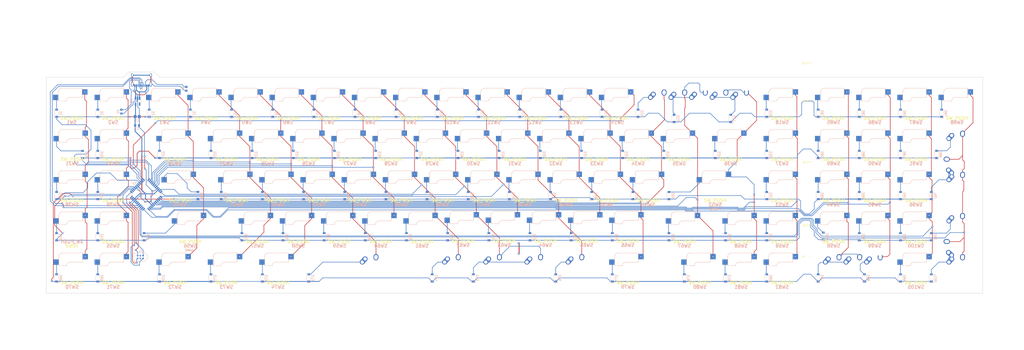
<source format=kicad_pcb>
(kicad_pcb (version 20171130) (host pcbnew "(5.0.0-rc2-dev-733-g23a9fcd91)")
  (layers (0 F.Cu signal) (31 B.Cu signal) (34 B.Paste user) (35 F.Paste user) (36 B.SilkS user) (37 F.SilkS user) (38 B.Mask user hide) (39 F.Mask user) (44 Edge.Cuts user))
  (net 0 "")
  (net 1 VCC)
  (net 2 GND)
  (net 3 "Net-(D1-Pad2)")
  (net 4 "Net-(D2-Pad2)")
  (net 5 "Net-(D3-Pad2)")
  (net 6 "Net-(D4-Pad2)")
  (net 7 "Net-(D5-Pad2)")
  (net 8 "Net-(D6-Pad2)")
  (net 9 "Net-(D7-Pad2)")
  (net 10 "Net-(D8-Pad2)")
  (net 11 "Net-(D9-Pad2)")
  (net 12 "Net-(D10-Pad2)")
  (net 13 "Net-(D11-Pad2)")
  (net 14 "Net-(D12-Pad2)")
  (net 15 "Net-(D13-Pad2)")
  (net 16 "Net-(D14-Pad2)")
  (net 17 "Net-(D15-Pad2)")
  (net 18 "Net-(D16-Pad2)")
  (net 19 "Net-(D17-Pad2)")
  (net 20 "Net-(D18-Pad2)")
  (net 21 "Net-(D19-Pad2)")
  (net 22 "Net-(D20-Pad2)")
  (net 23 "Net-(D21-Pad2)")
  (net 24 "Net-(D22-Pad2)")
  (net 25 "Net-(D23-Pad2)")
  (net 26 "Net-(D24-Pad2)")
  (net 27 "Net-(D25-Pad2)")
  (net 28 "Net-(D26-Pad2)")
  (net 29 "Net-(D27-Pad2)")
  (net 30 "Net-(D28-Pad2)")
  (net 31 "Net-(D29-Pad2)")
  (net 32 "Net-(D30-Pad2)")
  (net 33 "Net-(D31-Pad2)")
  (net 34 "Net-(D32-Pad2)")
  (net 35 "Net-(D33-Pad2)")
  (net 36 "Net-(D34-Pad2)")
  (net 37 "Net-(D35-Pad2)")
  (net 38 "Net-(D36-Pad2)")
  (net 39 "Net-(D37-Pad2)")
  (net 40 "Net-(D38-Pad2)")
  (net 41 "Net-(D39-Pad2)")
  (net 42 "Net-(D40-Pad2)")
  (net 43 "Net-(D41-Pad2)")
  (net 44 "Net-(D42-Pad2)")
  (net 45 "Net-(D43-Pad2)")
  (net 46 "Net-(D44-Pad2)")
  (net 47 "Net-(D45-Pad2)")
  (net 48 "Net-(D46-Pad2)")
  (net 49 "Net-(D47-Pad2)")
  (net 50 "Net-(D48-Pad2)")
  (net 51 "Net-(D49-Pad2)")
  (net 52 "Net-(D50-Pad2)")
  (net 53 "Net-(D51-Pad2)")
  (net 54 "Net-(D52-Pad2)")
  (net 55 "Net-(D53-Pad2)")
  (net 56 "Net-(D54-Pad2)")
  (net 57 "Net-(D55-Pad2)")
  (net 58 "Net-(D56-Pad2)")
  (net 59 "Net-(D57-Pad2)")
  (net 60 "Net-(D58-Pad2)")
  (net 61 "Net-(D59-Pad2)")
  (net 62 "Net-(D60-Pad2)")
  (net 63 "Net-(D61-Pad2)")
  (net 64 "Net-(D62-Pad2)")
  (net 65 "Net-(D63-Pad2)")
  (net 66 "Net-(D64-Pad2)")
  (net 67 "Net-(D65-Pad2)")
  (net 68 "Net-(D66-Pad2)")
  (net 69 "Net-(D67-Pad2)")
  (net 70 /ROW4)
  (net 71 "Net-(D68-Pad2)")
  (net 72 "Net-(D69-Pad2)")
  (net 73 "Net-(D70-Pad2)")
  (net 74 "Net-(D71-Pad2)")
  (net 75 "Net-(D72-Pad2)")
  (net 76 "Net-(D73-Pad2)")
  (net 77 "Net-(D74-Pad2)")
  (net 78 "Net-(D75-Pad2)")
  (net 79 "Net-(D76-Pad2)")
  (net 80 "Net-(D77-Pad2)")
  (net 81 "Net-(D78-Pad2)")
  (net 82 "Net-(D79-Pad2)")
  (net 83 "Net-(D80-Pad2)")
  (net 84 "Net-(J1-PadA6)")
  (net 85 +5V)
  (net 86 "Net-(J1-PadA7)")
  (net 87 "Net-(J1-PadA8)")
  (net 88 "Net-(J1-PadB5)")
  (net 89 "Net-(J1-PadA5)")
  (net 90 "Net-(J1-PadB8)")
  (net 91 /PDI)
  (net 92 "Net-(P1-Pad3)")
  (net 93 "Net-(P1-Pad4)")
  (net 94 /RST)
  (net 95 /COL0)
  (net 96 /COL1)
  (net 97 /COL2)
  (net 98 /COL3)
  (net 99 /COL4)
  (net 100 /COL5)
  (net 101 /COL6)
  (net 102 /COL7)
  (net 103 /COL8)
  (net 104 /COL9)
  (net 105 /COL10)
  (net 106 /COL11)
  (net 107 /COL12)
  (net 108 /COL13)
  (net 109 /COL14)
  (net 110 /COL15)
  (net 111 /COL16)
  (net 112 /COL17)
  (net 113 "Net-(U1-Pad4)")
  (net 114 "Net-(U2-Pad28)")
  (net 115 "Net-(U2-Pad29)")
  (net 116 "Net-(U2-Pad33)")
  (net 117 "Net-(U2-Pad40)")
  (net 118 "Net-(D81-Pad2)")
  (net 119 "Net-(D82-Pad2)")
  (net 120 "Net-(D83-Pad2)")
  (net 121 "Net-(D84-Pad2)")
  (net 122 "Net-(D85-Pad2)")
  (net 123 "Net-(D86-Pad2)")
  (net 124 "Net-(D87-Pad2)")
  (net 125 "Net-(D88-Pad2)")
  (net 126 "Net-(D89-Pad2)")
  (net 127 "Net-(D90-Pad2)")
  (net 128 "Net-(D91-Pad2)")
  (net 129 "Net-(D92-Pad2)")
  (net 130 "Net-(D93-Pad2)")
  (net 131 "Net-(D94-Pad2)")
  (net 132 "Net-(D95-Pad2)")
  (net 133 "Net-(D96-Pad2)")
  (net 134 "Net-(D97-Pad2)")
  (net 135 "Net-(D98-Pad2)")
  (net 136 "Net-(D99-Pad2)")
  (net 137 "Net-(D100-Pad2)")
  (net 138 /COL18)
  (net 139 /COL19)
  (net 140 /COL20)
  (net 141 /COL21)
  (net 142 /ROW0)
  (net 143 /ROW1)
  (net 144 /ROW2)
  (net 145 /ROW3)
  (net 146 "Net-(U2-Pad32)")
  (module Helpful:slot_10mm (layer F.Cu) (at 411.38 323.17)
    (fp_text reference REF** (at 0 0.5) (layer F.SilkS))
    (fp_text value slot_10mm)
    (pad "" np_thru_hole oval (at 0 12.7) (size 2 4) (drill oval 2 4) (layers *.Cu *.Mask))
  )
  (module "Helpful:slot 20mm" (layer F.Cu) (at 411.59 250.97)
    (fp_text reference REF** (at 0 0.5) (layer F.SilkS))
    (fp_text value "slot 20mm")
    (pad "" np_thru_hole oval (at 0 11.43) (size 2 18) (drill oval 2 18) (layers *.Cu *.Mask))
  )
  (module "Helpful:slot 20mm" (layer F.Cu) (at 411.67 279.48)
    (fp_text reference REF** (at 0 0.5) (layer F.SilkS))
    (fp_text value "slot 20mm")
    (pad "" np_thru_hole oval (at 0 11.43) (size 2 18) (drill oval 2 18) (layers *.Cu *.Mask))
  )
  (module "Helpful:slot 20mm" (layer F.Cu) (at 411.61 308.69)
    (fp_text reference REF** (at 0 0.5) (layer F.SilkS))
    (fp_text value "slot 20mm")
    (pad "" np_thru_hole oval (at 0 11.43) (size 2 18) (drill oval 2 18) (layers *.Cu *.Mask))
  )
  (module Keyplus_conn_usb:USB_TypeC_U31F-24SNA0201 (layer B.Cu) (at 103.6 236.98)
    (fp_text reference J1 (at 0 9.1) (layer B.SilkS) (effects (justify mirror)))
    (fp_text value USB_Type_C_2.0_Receptacle)
    (pad B8 smd rect (at -1.75 7.445) (size 0.3 1.15) (layers B.Cu B.Paste B.Mask) (net 90 "Net-(J1-PadB8)"))
    (pad A5 smd rect (at -1.25 7.445) (size 0.3 1.15) (layers B.Cu B.Paste B.Mask) (net 89 "Net-(J1-PadA5)"))
    (pad B7 smd rect (at -0.75 7.445) (size 0.3 1.15) (layers B.Cu B.Paste B.Mask) (net 86 "Net-(J1-PadA7)"))
    (pad B5 smd rect (at 1.75 7.445) (size 0.3 1.15) (layers B.Cu B.Paste B.Mask) (net 88 "Net-(J1-PadB5)"))
    (pad A8 smd rect (at 1.25 7.445) (size 0.3 1.15) (layers B.Cu B.Paste B.Mask) (net 87 "Net-(J1-PadA8)"))
    (pad B6 smd rect (at 0.75 7.445) (size 0.3 1.15) (layers B.Cu B.Paste B.Mask) (net 84 "Net-(J1-PadA6)"))
    (pad A7 smd rect (at 0.25 7.445) (size 0.3 1.15) (layers B.Cu B.Paste B.Mask) (net 86 "Net-(J1-PadA7)"))
    (pad "" np_thru_hole circle (at 2.89 6.28) (size 0.65 0.65) (drill 0.65) (layers *.Cu *.Mask))
    (pad A1 smd rect (at -3.2 7.445) (size 0.6 1.15) (layers B.Cu B.Paste B.Mask) (net 2 GND))
    (pad S1 thru_hole oval (at 4.32 2.6) (size 1 1.6) (drill oval 0.6 1.2) (layers *.Cu *.Mask) (net 2 GND))
    (pad S1 thru_hole oval (at -4.32 2.6) (size 1 1.6) (drill oval 0.6 1.2) (layers *.Cu *.Mask) (net 2 GND))
    (pad S1 thru_hole oval (at 4.32 6.78) (size 1 2.1) (drill oval 0.6 1.7) (layers *.Cu *.Mask) (net 2 GND))
    (pad "" np_thru_hole circle (at -2.89 6.28) (size 0.65 0.65) (drill 0.65) (layers *.Cu *.Mask))
    (pad S1 thru_hole oval (at -4.32 6.78) (size 1 2.1) (drill oval 0.6 1.7) (layers *.Cu *.Mask) (net 2 GND))
    (pad A4 smd rect (at -2.4 7.445) (size 0.6 1.15) (layers B.Cu B.Paste B.Mask) (net 85 +5V))
    (pad B4 smd rect (at 2.4 7.445) (size 0.6 1.15) (layers B.Cu B.Paste B.Mask) (net 85 +5V))
    (pad B1 smd rect (at 3.2 7.445) (size 0.6 1.15) (layers B.Cu B.Paste B.Mask) (net 2 GND))
    (pad A6 smd rect (at -0.25 7.445) (size 0.3 1.15) (layers B.Cu B.Paste B.Mask) (net 84 "Net-(J1-PadA6)"))
  )
  (module wood_misc:Mx_Stab_225 (layer F.Cu) (at 369.09375 290.5125)
    (fp_text reference >NAME (at 0 11) (layer B.SilkS) (effects (font (thickness 0.2)) (justify mirror)))
    (fp_text value >VALUE hide)
    (pad "" np_thru_hole circle (at 11.938 8.255) (size 3.9878 3.9878) (drill 3.9878) (layers *.Cu *.Mask))
    (pad "" np_thru_hole circle (at -11.938 8.255) (size 3.9878 3.9878) (drill 3.9878) (layers *.Cu *.Mask))
    (pad "" np_thru_hole circle (at 11.938 -6.985) (size 3.048 3.048) (drill 3.048) (layers *.Cu *.Mask))
    (pad "" np_thru_hole circle (at -11.938 -6.985) (size 3.048 3.048) (drill 3.048) (layers *.Cu *.Mask))
  )
  (module wood_kailh_socket:Kailh_MX_Socket (layer B.Cu) (at 71.4375 290.5125 180)
    (fp_text reference SW38 (at 0 -9 180) (layer B.SilkS) (effects (font (size 1.524 1.524) (thickness 0.3048)) (justify mirror)))
    (fp_text value SW_PUSH (at 0 -7 180) (layer F.SilkS) (effects (font (size 1.524 1.524) (thickness 0.3048))))
    (pad 1 smd rect (at 7.36 2.54 180) (size 2.55 2.5) (layers B.Cu B.Paste B.Mask) (net 38 "Net-(D36-Pad2)"))
    (pad "" np_thru_hole circle (at 0 0 180) (size 3.98018 3.98018) (drill 3.98018) (layers *.Cu *.Mask))
    (pad "" np_thru_hole circle (at -2.54 5.08 180) (size 2.95 2.95) (drill 2.95) (layers *.Cu *.Mask))
    (pad "" np_thru_hole circle (at 3.81 2.54 180) (size 2.95 2.95) (drill 2.95) (layers *.Cu *.Mask))
    (pad 2 smd rect (at -6.09 5.08 180) (size 2.55 2.5) (layers B.Cu B.Paste B.Mask) (net 95 /COL0))
    (pad "" np_thru_hole circle (at -5.08 0 180) (size 1.7 1.7) (drill 1.7) (layers *.Cu *.Mask))
    (pad "" np_thru_hole circle (at 5.08 0 180) (size 1.7 1.7) (drill 1.7) (layers *.Cu *.Mask))
  )
  (module Capacitor_SMD:C_0805_2012Metric_Pad1.29x1.40mm_HandSolder (layer B.Cu) (at 101.6 258.73)
    (fp_text reference C1 (at 0 1.65) (layer B.SilkS) (effects (justify mirror)))
    (fp_text value 10uf)
    (pad 1 smd rect (at -0.9675 0) (size 1.295 1.4) (layers B.Cu B.Paste B.Mask) (net 1 VCC))
    (pad 2 smd rect (at 0.9675 0) (size 1.295 1.4) (layers B.Cu B.Paste B.Mask) (net 2 GND))
  )
  (module Capacitor_SMD:C_0603_1608Metric_Pad0.99x1.00mm_HandSolder (layer B.Cu) (at 101.5225 262.82)
    (fp_text reference C2 (at 0 1.45) (layer B.SilkS) (effects (justify mirror)))
    (fp_text value 0.4uf)
    (pad 1 smd rect (at -0.8875 0) (size 0.995 1) (layers B.Cu B.Paste B.Mask) (net 1 VCC))
    (pad 2 smd rect (at 0.8875 0) (size 0.995 1) (layers B.Cu B.Paste B.Mask) (net 2 GND))
  )
  (module Diode_SMD:D_SOD-123 (layer B.Cu) (at 64.29375 257.175 90)
    (fp_text reference D1 (at 0 2 90) (layer B.SilkS) (effects (justify mirror)))
    (fp_text value D)
    (pad 2 smd rect (at 1.65 0 90) (size 0.9 1.2) (layers B.Cu B.Paste B.Mask) (net 3 "Net-(D1-Pad2)"))
    (pad 1 smd rect (at -1.65 0 90) (size 0.9 1.2) (layers B.Cu B.Paste B.Mask) (net 142 /ROW0))
  )
  (module Diode_SMD:D_SOD-123 (layer B.Cu) (at 83.34375 257.175 90)
    (fp_text reference D2 (at 0 2 90) (layer B.SilkS) (effects (justify mirror)))
    (fp_text value D)
    (pad 1 smd rect (at -1.65 0 90) (size 0.9 1.2) (layers B.Cu B.Paste B.Mask) (net 142 /ROW0))
    (pad 2 smd rect (at 1.65 0 90) (size 0.9 1.2) (layers B.Cu B.Paste B.Mask) (net 4 "Net-(D2-Pad2)"))
  )
  (module Diode_SMD:D_SOD-123 (layer B.Cu) (at 107.15625 257.175 90)
    (fp_text reference D3 (at 0 2 90) (layer B.SilkS) (effects (justify mirror)))
    (fp_text value D)
    (pad 2 smd rect (at 1.65 0 90) (size 0.9 1.2) (layers B.Cu B.Paste B.Mask) (net 5 "Net-(D3-Pad2)"))
    (pad 1 smd rect (at -1.65 0 90) (size 0.9 1.2) (layers B.Cu B.Paste B.Mask) (net 142 /ROW0))
  )
  (module Diode_SMD:D_SOD-123 (layer B.Cu) (at 126.20625 257.175 90)
    (fp_text reference D4 (at 0 2 90) (layer B.SilkS) (effects (justify mirror)))
    (fp_text value D)
    (pad 1 smd rect (at -1.65 0 90) (size 0.9 1.2) (layers B.Cu B.Paste B.Mask) (net 142 /ROW0))
    (pad 2 smd rect (at 1.65 0 90) (size 0.9 1.2) (layers B.Cu B.Paste B.Mask) (net 6 "Net-(D4-Pad2)"))
  )
  (module Diode_SMD:D_SOD-123 (layer B.Cu) (at 145.25625 257.175 90)
    (fp_text reference D5 (at 0 2 90) (layer B.SilkS) (effects (justify mirror)))
    (fp_text value D)
    (pad 2 smd rect (at 1.65 0 90) (size 0.9 1.2) (layers B.Cu B.Paste B.Mask) (net 7 "Net-(D5-Pad2)"))
    (pad 1 smd rect (at -1.65 0 90) (size 0.9 1.2) (layers B.Cu B.Paste B.Mask) (net 142 /ROW0))
  )
  (module Diode_SMD:D_SOD-123 (layer B.Cu) (at 164.30625 257.175 90)
    (fp_text reference D6 (at 0 2 90) (layer B.SilkS) (effects (justify mirror)))
    (fp_text value D)
    (pad 1 smd rect (at -1.65 0 90) (size 0.9 1.2) (layers B.Cu B.Paste B.Mask) (net 142 /ROW0))
    (pad 2 smd rect (at 1.65 0 90) (size 0.9 1.2) (layers B.Cu B.Paste B.Mask) (net 8 "Net-(D6-Pad2)"))
  )
  (module Diode_SMD:D_SOD-123 (layer B.Cu) (at 183.35625 257.175 90)
    (fp_text reference D7 (at 0 2 90) (layer B.SilkS) (effects (justify mirror)))
    (fp_text value D)
    (pad 2 smd rect (at 1.65 0 90) (size 0.9 1.2) (layers B.Cu B.Paste B.Mask) (net 9 "Net-(D7-Pad2)"))
    (pad 1 smd rect (at -1.65 0 90) (size 0.9 1.2) (layers B.Cu B.Paste B.Mask) (net 142 /ROW0))
  )
  (module Diode_SMD:D_SOD-123 (layer B.Cu) (at 202.40625 257.175 90)
    (fp_text reference D8 (at 0 2 90) (layer B.SilkS) (effects (justify mirror)))
    (fp_text value D)
    (pad 1 smd rect (at -1.65 0 90) (size 0.9 1.2) (layers B.Cu B.Paste B.Mask) (net 142 /ROW0))
    (pad 2 smd rect (at 1.65 0 90) (size 0.9 1.2) (layers B.Cu B.Paste B.Mask) (net 10 "Net-(D8-Pad2)"))
  )
  (module Diode_SMD:D_SOD-123 (layer B.Cu) (at 221.45625 257.175 90)
    (fp_text reference D9 (at 0 2 90) (layer B.SilkS) (effects (justify mirror)))
    (fp_text value D)
    (pad 2 smd rect (at 1.65 0 90) (size 0.9 1.2) (layers B.Cu B.Paste B.Mask) (net 11 "Net-(D9-Pad2)"))
    (pad 1 smd rect (at -1.65 0 90) (size 0.9 1.2) (layers B.Cu B.Paste B.Mask) (net 142 /ROW0))
  )
  (module Diode_SMD:D_SOD-123 (layer B.Cu) (at 240.50625 257.175 90)
    (fp_text reference D10 (at 0 2 90) (layer B.SilkS) (effects (justify mirror)))
    (fp_text value D)
    (pad 1 smd rect (at -1.65 0 90) (size 0.9 1.2) (layers B.Cu B.Paste B.Mask) (net 142 /ROW0))
    (pad 2 smd rect (at 1.65 0 90) (size 0.9 1.2) (layers B.Cu B.Paste B.Mask) (net 12 "Net-(D10-Pad2)"))
  )
  (module Diode_SMD:D_SOD-123 (layer B.Cu) (at 259.55625 257.175 90)
    (fp_text reference D11 (at 0 2 90) (layer B.SilkS) (effects (justify mirror)))
    (fp_text value D)
    (pad 2 smd rect (at 1.65 0 90) (size 0.9 1.2) (layers B.Cu B.Paste B.Mask) (net 13 "Net-(D11-Pad2)"))
    (pad 1 smd rect (at -1.65 0 90) (size 0.9 1.2) (layers B.Cu B.Paste B.Mask) (net 142 /ROW0))
  )
  (module Diode_SMD:D_SOD-123 (layer B.Cu) (at 278.60625 257.175 90)
    (fp_text reference D12 (at 0 2 90) (layer B.SilkS) (effects (justify mirror)))
    (fp_text value D)
    (pad 1 smd rect (at -1.65 0 90) (size 0.9 1.2) (layers B.Cu B.Paste B.Mask) (net 142 /ROW0))
    (pad 2 smd rect (at 1.65 0 90) (size 0.9 1.2) (layers B.Cu B.Paste B.Mask) (net 14 "Net-(D12-Pad2)"))
  )
  (module Diode_SMD:D_SOD-123 (layer B.Cu) (at 297.65625 257.175 90)
    (fp_text reference D13 (at 0 2 90) (layer B.SilkS) (effects (justify mirror)))
    (fp_text value D)
    (pad 2 smd rect (at 1.65 0 90) (size 0.9 1.2) (layers B.Cu B.Paste B.Mask) (net 15 "Net-(D13-Pad2)"))
    (pad 1 smd rect (at -1.65 0 90) (size 0.9 1.2) (layers B.Cu B.Paste B.Mask) (net 142 /ROW0))
  )
  (module Diode_SMD:D_SOD-123 (layer B.Cu) (at 316.70625 257.175 90)
    (fp_text reference D14 (at 0 2 90) (layer B.SilkS) (effects (justify mirror)))
    (fp_text value D)
    (pad 1 smd rect (at -1.65 0 90) (size 0.9 1.2) (layers B.Cu B.Paste B.Mask) (net 142 /ROW0))
    (pad 2 smd rect (at 1.65 0 90) (size 0.9 1.2) (layers B.Cu B.Paste B.Mask) (net 16 "Net-(D14-Pad2)"))
  )
  (module Diode_SMD:D_SOD-123 (layer B.Cu) (at 333.375 257.175 90)
    (fp_text reference D15 (at 0 2 90) (layer B.SilkS) (effects (justify mirror)))
    (fp_text value D)
    (pad 2 smd rect (at 1.65 0 90) (size 0.9 1.2) (layers B.Cu B.Paste B.Mask) (net 17 "Net-(D15-Pad2)"))
    (pad 1 smd rect (at -1.65 0 90) (size 0.9 1.2) (layers B.Cu B.Paste B.Mask) (net 142 /ROW0))
  )
  (module Diode_SMD:D_SOD-123 (layer B.Cu) (at 350.04375 259.55625 90)
    (fp_text reference D16 (at 0 2 90) (layer B.SilkS) (effects (justify mirror)))
    (fp_text value D)
    (pad 1 smd rect (at -1.65 0 90) (size 0.9 1.2) (layers B.Cu B.Paste B.Mask) (net 142 /ROW0))
    (pad 2 smd rect (at 1.65 0 90) (size 0.9 1.2) (layers B.Cu B.Paste B.Mask) (net 18 "Net-(D16-Pad2)"))
  )
  (module Diode_SMD:D_SOD-123 (layer B.Cu) (at 376.2375 259.55625 90)
    (fp_text reference D17 (at 0 2 90) (layer B.SilkS) (effects (justify mirror)))
    (fp_text value D)
    (pad 2 smd rect (at 1.65 0 90) (size 0.9 1.2) (layers B.Cu B.Paste B.Mask) (net 19 "Net-(D17-Pad2)"))
    (pad 1 smd rect (at -1.65 0 90) (size 0.9 1.2) (layers B.Cu B.Paste B.Mask) (net 142 /ROW0))
  )
  (module Diode_SMD:D_SOD-123 (layer B.Cu) (at 392.90625 257.175 90)
    (fp_text reference D18 (at 0 2 90) (layer B.SilkS) (effects (justify mirror)))
    (fp_text value D)
    (pad 1 smd rect (at -1.65 0 90) (size 0.9 1.2) (layers B.Cu B.Paste B.Mask) (net 142 /ROW0))
    (pad 2 smd rect (at 1.65 0 90) (size 0.9 1.2) (layers B.Cu B.Paste B.Mask) (net 20 "Net-(D18-Pad2)"))
  )
  (module Diode_SMD:D_SOD-123 (layer B.Cu) (at 76.3 276.26 90)
    (fp_text reference D19 (at 0 2 90) (layer B.SilkS) (effects (justify mirror)))
    (fp_text value D)
    (pad 2 smd rect (at 1.65 0 90) (size 0.9 1.2) (layers B.Cu B.Paste B.Mask) (net 21 "Net-(D19-Pad2)"))
    (pad 1 smd rect (at -1.65 0 90) (size 0.9 1.2) (layers B.Cu B.Paste B.Mask) (net 143 /ROW1))
  )
  (module Diode_SMD:D_SOD-123 (layer B.Cu) (at 83.34375 276.225 90)
    (fp_text reference D20 (at 0 2 90) (layer B.SilkS) (effects (justify mirror)))
    (fp_text value D)
    (pad 1 smd rect (at -1.65 0 90) (size 0.9 1.2) (layers B.Cu B.Paste B.Mask) (net 143 /ROW1))
    (pad 2 smd rect (at 1.65 0 90) (size 0.9 1.2) (layers B.Cu B.Paste B.Mask) (net 22 "Net-(D20-Pad2)"))
  )
  (module Diode_SMD:D_SOD-123 (layer B.Cu) (at 111.91875 276.225 90)
    (fp_text reference D21 (at 0 2 90) (layer B.SilkS) (effects (justify mirror)))
    (fp_text value D)
    (pad 2 smd rect (at 1.65 0 90) (size 0.9 1.2) (layers B.Cu B.Paste B.Mask) (net 23 "Net-(D21-Pad2)"))
    (pad 1 smd rect (at -1.65 0 90) (size 0.9 1.2) (layers B.Cu B.Paste B.Mask) (net 143 /ROW1))
  )
  (module Diode_SMD:D_SOD-123 (layer B.Cu) (at 135.73125 276.225 90)
    (fp_text reference D22 (at 0 2 90) (layer B.SilkS) (effects (justify mirror)))
    (fp_text value D)
    (pad 1 smd rect (at -1.65 0 90) (size 0.9 1.2) (layers B.Cu B.Paste B.Mask) (net 143 /ROW1))
    (pad 2 smd rect (at 1.65 0 90) (size 0.9 1.2) (layers B.Cu B.Paste B.Mask) (net 24 "Net-(D22-Pad2)"))
  )
  (module Diode_SMD:D_SOD-123 (layer B.Cu) (at 154.78125 276.225 90)
    (fp_text reference D23 (at 0 2 90) (layer B.SilkS) (effects (justify mirror)))
    (fp_text value D)
    (pad 2 smd rect (at 1.65 0 90) (size 0.9 1.2) (layers B.Cu B.Paste B.Mask) (net 25 "Net-(D23-Pad2)"))
    (pad 1 smd rect (at -1.65 0 90) (size 0.9 1.2) (layers B.Cu B.Paste B.Mask) (net 143 /ROW1))
  )
  (module Diode_SMD:D_SOD-123 (layer B.Cu) (at 173.83125 276.225 90)
    (fp_text reference D24 (at 0 2 90) (layer B.SilkS) (effects (justify mirror)))
    (fp_text value D)
    (pad 1 smd rect (at -1.65 0 90) (size 0.9 1.2) (layers B.Cu B.Paste B.Mask) (net 143 /ROW1))
    (pad 2 smd rect (at 1.65 0 90) (size 0.9 1.2) (layers B.Cu B.Paste B.Mask) (net 26 "Net-(D24-Pad2)"))
  )
  (module Diode_SMD:D_SOD-123 (layer B.Cu) (at 192.88125 276.225 90)
    (fp_text reference D25 (at 0 2 90) (layer B.SilkS) (effects (justify mirror)))
    (fp_text value D)
    (pad 2 smd rect (at 1.65 0 90) (size 0.9 1.2) (layers B.Cu B.Paste B.Mask) (net 27 "Net-(D25-Pad2)"))
    (pad 1 smd rect (at -1.65 0 90) (size 0.9 1.2) (layers B.Cu B.Paste B.Mask) (net 143 /ROW1))
  )
  (module Diode_SMD:D_SOD-123 (layer B.Cu) (at 211.93125 276.225 90)
    (fp_text reference D26 (at 0 2 90) (layer B.SilkS) (effects (justify mirror)))
    (fp_text value D)
    (pad 1 smd rect (at -1.65 0 90) (size 0.9 1.2) (layers B.Cu B.Paste B.Mask) (net 143 /ROW1))
    (pad 2 smd rect (at 1.65 0 90) (size 0.9 1.2) (layers B.Cu B.Paste B.Mask) (net 28 "Net-(D26-Pad2)"))
  )
  (module Diode_SMD:D_SOD-123 (layer B.Cu) (at 230.98125 276.225 90)
    (fp_text reference D27 (at 0 2 90) (layer B.SilkS) (effects (justify mirror)))
    (fp_text value D)
    (pad 2 smd rect (at 1.65 0 90) (size 0.9 1.2) (layers B.Cu B.Paste B.Mask) (net 29 "Net-(D27-Pad2)"))
    (pad 1 smd rect (at -1.65 0 90) (size 0.9 1.2) (layers B.Cu B.Paste B.Mask) (net 143 /ROW1))
  )
  (module Diode_SMD:D_SOD-123 (layer B.Cu) (at 250.03125 276.225 90)
    (fp_text reference D28 (at 0 2 90) (layer B.SilkS) (effects (justify mirror)))
    (fp_text value D)
    (pad 1 smd rect (at -1.65 0 90) (size 0.9 1.2) (layers B.Cu B.Paste B.Mask) (net 143 /ROW1))
    (pad 2 smd rect (at 1.65 0 90) (size 0.9 1.2) (layers B.Cu B.Paste B.Mask) (net 30 "Net-(D28-Pad2)"))
  )
  (module Diode_SMD:D_SOD-123 (layer B.Cu) (at 269.08125 276.225 90)
    (fp_text reference D29 (at 0 2 90) (layer B.SilkS) (effects (justify mirror)))
    (fp_text value D)
    (pad 2 smd rect (at 1.65 0 90) (size 0.9 1.2) (layers B.Cu B.Paste B.Mask) (net 31 "Net-(D29-Pad2)"))
    (pad 1 smd rect (at -1.65 0 90) (size 0.9 1.2) (layers B.Cu B.Paste B.Mask) (net 143 /ROW1))
  )
  (module Diode_SMD:D_SOD-123 (layer B.Cu) (at 288.13125 276.225 90)
    (fp_text reference D30 (at 0 2 90) (layer B.SilkS) (effects (justify mirror)))
    (fp_text value D)
    (pad 1 smd rect (at -1.65 0 90) (size 0.9 1.2) (layers B.Cu B.Paste B.Mask) (net 143 /ROW1))
    (pad 2 smd rect (at 1.65 0 90) (size 0.9 1.2) (layers B.Cu B.Paste B.Mask) (net 32 "Net-(D30-Pad2)"))
  )
  (module Diode_SMD:D_SOD-123 (layer B.Cu) (at 307.18125 276.225 90)
    (fp_text reference D31 (at 0 2 90) (layer B.SilkS) (effects (justify mirror)))
    (fp_text value D)
    (pad 2 smd rect (at 1.65 0 90) (size 0.9 1.2) (layers B.Cu B.Paste B.Mask) (net 33 "Net-(D31-Pad2)"))
    (pad 1 smd rect (at -1.65 0 90) (size 0.9 1.2) (layers B.Cu B.Paste B.Mask) (net 143 /ROW1))
  )
  (module Diode_SMD:D_SOD-123 (layer B.Cu) (at 326.23125 276.225 90)
    (fp_text reference D32 (at 0 2 90) (layer B.SilkS) (effects (justify mirror)))
    (fp_text value D)
    (pad 1 smd rect (at -1.65 0 90) (size 0.9 1.2) (layers B.Cu B.Paste B.Mask) (net 143 /ROW1))
    (pad 2 smd rect (at 1.65 0 90) (size 0.9 1.2) (layers B.Cu B.Paste B.Mask) (net 34 "Net-(D32-Pad2)"))
  )
  (module Diode_SMD:D_SOD-123 (layer B.Cu) (at 345.28125 276.225 90)
    (fp_text reference D33 (at 0 2 90) (layer B.SilkS) (effects (justify mirror)))
    (fp_text value D)
    (pad 1 smd rect (at -1.65 0 90) (size 0.9 1.2) (layers B.Cu B.Paste B.Mask) (net 143 /ROW1))
    (pad 2 smd rect (at 1.65 0 90) (size 0.9 1.2) (layers B.Cu B.Paste B.Mask) (net 35 "Net-(D33-Pad2)"))
  )
  (module Diode_SMD:D_SOD-123 (layer B.Cu) (at 369.09375 276.225 90)
    (fp_text reference D34 (at 0 2 90) (layer B.SilkS) (effects (justify mirror)))
    (fp_text value D)
    (pad 1 smd rect (at -1.65 0 90) (size 0.9 1.2) (layers B.Cu B.Paste B.Mask) (net 143 /ROW1))
    (pad 2 smd rect (at 1.65 0 90) (size 0.9 1.2) (layers B.Cu B.Paste B.Mask) (net 36 "Net-(D34-Pad2)"))
  )
  (module Diode_SMD:D_SOD-123 (layer B.Cu) (at 392.90625 276.225 90)
    (fp_text reference D35 (at 0 2 90) (layer B.SilkS) (effects (justify mirror)))
    (fp_text value D)
    (pad 2 smd rect (at 1.65 0 90) (size 0.9 1.2) (layers B.Cu B.Paste B.Mask) (net 37 "Net-(D35-Pad2)"))
    (pad 1 smd rect (at -1.65 0 90) (size 0.9 1.2) (layers B.Cu B.Paste B.Mask) (net 143 /ROW1))
  )
  (module Diode_SMD:D_SOD-123 (layer B.Cu) (at 64.29375 295.275 90)
    (fp_text reference D36 (at 0 2 90) (layer B.SilkS) (effects (justify mirror)))
    (fp_text value D)
    (pad 1 smd rect (at -1.65 0 90) (size 0.9 1.2) (layers B.Cu B.Paste B.Mask) (net 144 /ROW2))
    (pad 2 smd rect (at 1.65 0 90) (size 0.9 1.2) (layers B.Cu B.Paste B.Mask) (net 38 "Net-(D36-Pad2)"))
  )
  (module Diode_SMD:D_SOD-123 (layer B.Cu) (at 83.34375 295.275 90)
    (fp_text reference D37 (at 0 2 90) (layer B.SilkS) (effects (justify mirror)))
    (fp_text value D)
    (pad 2 smd rect (at 1.65 0 90) (size 0.9 1.2) (layers B.Cu B.Paste B.Mask) (net 39 "Net-(D37-Pad2)"))
    (pad 1 smd rect (at -1.65 0 90) (size 0.9 1.2) (layers B.Cu B.Paste B.Mask) (net 144 /ROW2))
  )
  (module Diode_SMD:D_SOD-123 (layer B.Cu) (at 129.7 295.23 90)
    (fp_text reference D38 (at 0 2 90) (layer B.SilkS) (effects (justify mirror)))
    (fp_text value D)
    (pad 1 smd rect (at -1.65 0 90) (size 0.9 1.2) (layers B.Cu B.Paste B.Mask) (net 144 /ROW2))
    (pad 2 smd rect (at 1.65 0 90) (size 0.9 1.2) (layers B.Cu B.Paste B.Mask) (net 40 "Net-(D38-Pad2)"))
  )
  (module Diode_SMD:D_SOD-123 (layer B.Cu) (at 140.49375 295.275 90)
    (fp_text reference D39 (at 0 2 90) (layer B.SilkS) (effects (justify mirror)))
    (fp_text value D)
    (pad 2 smd rect (at 1.65 0 90) (size 0.9 1.2) (layers B.Cu B.Paste B.Mask) (net 41 "Net-(D39-Pad2)"))
    (pad 1 smd rect (at -1.65 0 90) (size 0.9 1.2) (layers B.Cu B.Paste B.Mask) (net 144 /ROW2))
  )
  (module Diode_SMD:D_SOD-123 (layer B.Cu) (at 159.54375 295.275 90)
    (fp_text reference D40 (at 0 2 90) (layer B.SilkS) (effects (justify mirror)))
    (fp_text value D)
    (pad 1 smd rect (at -1.65 0 90) (size 0.9 1.2) (layers B.Cu B.Paste B.Mask) (net 144 /ROW2))
    (pad 2 smd rect (at 1.65 0 90) (size 0.9 1.2) (layers B.Cu B.Paste B.Mask) (net 42 "Net-(D40-Pad2)"))
  )
  (module Diode_SMD:D_SOD-123 (layer B.Cu) (at 178.59375 295.275 90)
    (fp_text reference D41 (at 0 2 90) (layer B.SilkS) (effects (justify mirror)))
    (fp_text value D)
    (pad 2 smd rect (at 1.65 0 90) (size 0.9 1.2) (layers B.Cu B.Paste B.Mask) (net 43 "Net-(D41-Pad2)"))
    (pad 1 smd rect (at -1.65 0 90) (size 0.9 1.2) (layers B.Cu B.Paste B.Mask) (net 144 /ROW2))
  )
  (module Diode_SMD:D_SOD-123 (layer B.Cu) (at 197.64375 295.275 90)
    (fp_text reference D42 (at 0 2 90) (layer B.SilkS) (effects (justify mirror)))
    (fp_text value D)
    (pad 2 smd rect (at 1.65 0 90) (size 0.9 1.2) (layers B.Cu B.Paste B.Mask) (net 44 "Net-(D42-Pad2)"))
    (pad 1 smd rect (at -1.65 0 90) (size 0.9 1.2) (layers B.Cu B.Paste B.Mask) (net 144 /ROW2))
  )
  (module Diode_SMD:D_SOD-123 (layer B.Cu) (at 216.69375 295.275 90)
    (fp_text reference D43 (at 0 2 90) (layer B.SilkS) (effects (justify mirror)))
    (fp_text value D)
    (pad 2 smd rect (at 1.65 0 90) (size 0.9 1.2) (layers B.Cu B.Paste B.Mask) (net 45 "Net-(D43-Pad2)"))
    (pad 1 smd rect (at -1.65 0 90) (size 0.9 1.2) (layers B.Cu B.Paste B.Mask) (net 144 /ROW2))
  )
  (module Diode_SMD:D_SOD-123 (layer B.Cu) (at 235.74375 295.275 90)
    (fp_text reference D44 (at 0 2 90) (layer B.SilkS) (effects (justify mirror)))
    (fp_text value D)
    (pad 2 smd rect (at 1.65 0 90) (size 0.9 1.2) (layers B.Cu B.Paste B.Mask) (net 46 "Net-(D44-Pad2)"))
    (pad 1 smd rect (at -1.65 0 90) (size 0.9 1.2) (layers B.Cu B.Paste B.Mask) (net 144 /ROW2))
  )
  (module Diode_SMD:D_SOD-123 (layer B.Cu) (at 254.79375 295.275 90)
    (fp_text reference D45 (at 0 2 90) (layer B.SilkS) (effects (justify mirror)))
    (fp_text value D)
    (pad 1 smd rect (at -1.65 0 90) (size 0.9 1.2) (layers B.Cu B.Paste B.Mask) (net 144 /ROW2))
    (pad 2 smd rect (at 1.65 0 90) (size 0.9 1.2) (layers B.Cu B.Paste B.Mask) (net 47 "Net-(D45-Pad2)"))
  )
  (module Diode_SMD:D_SOD-123 (layer B.Cu) (at 273.84375 295.275 90)
    (fp_text reference D46 (at 0 2 90) (layer B.SilkS) (effects (justify mirror)))
    (fp_text value D)
    (pad 2 smd rect (at 1.65 0 90) (size 0.9 1.2) (layers B.Cu B.Paste B.Mask) (net 48 "Net-(D46-Pad2)"))
    (pad 1 smd rect (at -1.65 0 90) (size 0.9 1.2) (layers B.Cu B.Paste B.Mask) (net 144 /ROW2))
  )
  (module Diode_SMD:D_SOD-123 (layer B.Cu) (at 292.89375 295.275 90)
    (fp_text reference D47 (at 0 2 90) (layer B.SilkS) (effects (justify mirror)))
    (fp_text value D)
    (pad 1 smd rect (at -1.65 0 90) (size 0.9 1.2) (layers B.Cu B.Paste B.Mask) (net 144 /ROW2))
    (pad 2 smd rect (at 1.65 0 90) (size 0.9 1.2) (layers B.Cu B.Paste B.Mask) (net 49 "Net-(D47-Pad2)"))
  )
  (module Diode_SMD:D_SOD-123 (layer B.Cu) (at 311.94375 295.275 90)
    (fp_text reference D48 (at 0 2 90) (layer B.SilkS) (effects (justify mirror)))
    (fp_text value D)
    (pad 2 smd rect (at 1.65 0 90) (size 0.9 1.2) (layers B.Cu B.Paste B.Mask) (net 50 "Net-(D48-Pad2)"))
    (pad 1 smd rect (at -1.65 0 90) (size 0.9 1.2) (layers B.Cu B.Paste B.Mask) (net 144 /ROW2))
  )
  (module Diode_SMD:D_SOD-123 (layer B.Cu) (at 330.99375 295.275 90)
    (fp_text reference D49 (at 0 2 90) (layer B.SilkS) (effects (justify mirror)))
    (fp_text value D)
    (pad 1 smd rect (at -1.65 0 90) (size 0.9 1.2) (layers B.Cu B.Paste B.Mask) (net 144 /ROW2))
    (pad 2 smd rect (at 1.65 0 90) (size 0.9 1.2) (layers B.Cu B.Paste B.Mask) (net 51 "Net-(D49-Pad2)"))
  )
  (module Diode_SMD:D_SOD-123 (layer B.Cu) (at 347.6625 295.275 90)
    (fp_text reference D50 (at 0 2 90) (layer B.SilkS) (effects (justify mirror)))
    (fp_text value D)
    (pad 2 smd rect (at 1.65 0 90) (size 0.9 1.2) (layers B.Cu B.Paste B.Mask) (net 52 "Net-(D50-Pad2)"))
    (pad 1 smd rect (at -1.65 0 90) (size 0.9 1.2) (layers B.Cu B.Paste B.Mask) (net 144 /ROW2))
  )
  (module Diode_SMD:D_SOD-123 (layer B.Cu) (at 392.90625 295.275 90)
    (fp_text reference D51 (at 0 2 90) (layer B.SilkS) (effects (justify mirror)))
    (fp_text value D)
    (pad 1 smd rect (at -1.65 0 90) (size 0.9 1.2) (layers B.Cu B.Paste B.Mask) (net 144 /ROW2))
    (pad 2 smd rect (at 1.65 0 90) (size 0.9 1.2) (layers B.Cu B.Paste B.Mask) (net 53 "Net-(D51-Pad2)"))
  )
  (module Diode_SMD:D_SOD-123 (layer B.Cu) (at 64.29375 314.325 90)
    (fp_text reference D52 (at 0 2 90) (layer B.SilkS) (effects (justify mirror)))
    (fp_text value D)
    (pad 2 smd rect (at 1.65 0 90) (size 0.9 1.2) (layers B.Cu B.Paste B.Mask) (net 54 "Net-(D52-Pad2)"))
    (pad 1 smd rect (at -1.65 0 90) (size 0.9 1.2) (layers B.Cu B.Paste B.Mask) (net 145 /ROW3))
  )
  (module Diode_SMD:D_SOD-123 (layer B.Cu) (at 83.34375 314.325 90)
    (fp_text reference D53 (at 0 2 90) (layer B.SilkS) (effects (justify mirror)))
    (fp_text value D)
    (pad 1 smd rect (at -1.65 0 90) (size 0.9 1.2) (layers B.Cu B.Paste B.Mask) (net 145 /ROW3))
    (pad 2 smd rect (at 1.65 0 90) (size 0.9 1.2) (layers B.Cu B.Paste B.Mask) (net 55 "Net-(D53-Pad2)"))
  )
  (module Diode_SMD:D_SOD-123 (layer B.Cu) (at 104.775 314.325 90)
    (fp_text reference D54 (at 0 2 90) (layer B.SilkS) (effects (justify mirror)))
    (fp_text value D)
    (pad 2 smd rect (at 1.65 0 90) (size 0.9 1.2) (layers B.Cu B.Paste B.Mask) (net 56 "Net-(D54-Pad2)"))
    (pad 1 smd rect (at -1.65 0 90) (size 0.9 1.2) (layers B.Cu B.Paste B.Mask) (net 145 /ROW3))
  )
  (module Diode_SMD:D_SOD-123 (layer B.Cu) (at 150.01875 314.325 90)
    (fp_text reference D55 (at 0 2 90) (layer B.SilkS) (effects (justify mirror)))
    (fp_text value D)
    (pad 1 smd rect (at -1.65 0 90) (size 0.9 1.2) (layers B.Cu B.Paste B.Mask) (net 145 /ROW3))
    (pad 2 smd rect (at 1.65 0 90) (size 0.9 1.2) (layers B.Cu B.Paste B.Mask) (net 57 "Net-(D55-Pad2)"))
  )
  (module Diode_SMD:D_SOD-123 (layer B.Cu) (at 169.06875 314.325 90)
    (fp_text reference D56 (at 0 2 90) (layer B.SilkS) (effects (justify mirror)))
    (fp_text value D)
    (pad 2 smd rect (at 1.65 0 90) (size 0.9 1.2) (layers B.Cu B.Paste B.Mask) (net 58 "Net-(D56-Pad2)"))
    (pad 1 smd rect (at -1.65 0 90) (size 0.9 1.2) (layers B.Cu B.Paste B.Mask) (net 145 /ROW3))
  )
  (module Diode_SMD:D_SOD-123 (layer B.Cu) (at 188.11875 314.325 90)
    (fp_text reference D57 (at 0 2 90) (layer B.SilkS) (effects (justify mirror)))
    (fp_text value D)
    (pad 1 smd rect (at -1.65 0 90) (size 0.9 1.2) (layers B.Cu B.Paste B.Mask) (net 145 /ROW3))
    (pad 2 smd rect (at 1.65 0 90) (size 0.9 1.2) (layers B.Cu B.Paste B.Mask) (net 59 "Net-(D57-Pad2)"))
  )
  (module Diode_SMD:D_SOD-123 (layer B.Cu) (at 207.16875 314.325 90)
    (fp_text reference D58 (at 0 2 90) (layer B.SilkS) (effects (justify mirror)))
    (fp_text value D)
    (pad 1 smd rect (at -1.65 0 90) (size 0.9 1.2) (layers B.Cu B.Paste B.Mask) (net 145 /ROW3))
    (pad 2 smd rect (at 1.65 0 90) (size 0.9 1.2) (layers B.Cu B.Paste B.Mask) (net 60 "Net-(D58-Pad2)"))
  )
  (module Diode_SMD:D_SOD-123 (layer B.Cu) (at 226.21875 314.325 90)
    (fp_text reference D59 (at 0 2 90) (layer B.SilkS) (effects (justify mirror)))
    (fp_text value D)
    (pad 1 smd rect (at -1.65 0 90) (size 0.9 1.2) (layers B.Cu B.Paste B.Mask) (net 145 /ROW3))
    (pad 2 smd rect (at 1.65 0 90) (size 0.9 1.2) (layers B.Cu B.Paste B.Mask) (net 61 "Net-(D59-Pad2)"))
  )
  (module Diode_SMD:D_SOD-123 (layer B.Cu) (at 245.26875 314.325 90)
    (fp_text reference D60 (at 0 2 90) (layer B.SilkS) (effects (justify mirror)))
    (fp_text value D)
    (pad 1 smd rect (at -1.65 0 90) (size 0.9 1.2) (layers B.Cu B.Paste B.Mask) (net 145 /ROW3))
    (pad 2 smd rect (at 1.65 0 90) (size 0.9 1.2) (layers B.Cu B.Paste B.Mask) (net 62 "Net-(D60-Pad2)"))
  )
  (module Diode_SMD:D_SOD-123 (layer B.Cu) (at 264.31875 314.325 90)
    (fp_text reference D61 (at 0 2 90) (layer B.SilkS) (effects (justify mirror)))
    (fp_text value D)
    (pad 2 smd rect (at 1.65 0 90) (size 0.9 1.2) (layers B.Cu B.Paste B.Mask) (net 63 "Net-(D61-Pad2)"))
    (pad 1 smd rect (at -1.65 0 90) (size 0.9 1.2) (layers B.Cu B.Paste B.Mask) (net 145 /ROW3))
  )
  (module Diode_SMD:D_SOD-123 (layer B.Cu) (at 283.36875 314.325 90)
    (fp_text reference D62 (at 0 2 90) (layer B.SilkS) (effects (justify mirror)))
    (fp_text value D)
    (pad 2 smd rect (at 1.65 0 90) (size 0.9 1.2) (layers B.Cu B.Paste B.Mask) (net 64 "Net-(D62-Pad2)"))
    (pad 1 smd rect (at -1.65 0 90) (size 0.9 1.2) (layers B.Cu B.Paste B.Mask) (net 145 /ROW3))
  )
  (module Diode_SMD:D_SOD-123 (layer B.Cu) (at 302.41875 314.325 90)
    (fp_text reference D63 (at 0 2 90) (layer B.SilkS) (effects (justify mirror)))
    (fp_text value D)
    (pad 1 smd rect (at -1.65 0 90) (size 0.9 1.2) (layers B.Cu B.Paste B.Mask) (net 145 /ROW3))
    (pad 2 smd rect (at 1.65 0 90) (size 0.9 1.2) (layers B.Cu B.Paste B.Mask) (net 65 "Net-(D63-Pad2)"))
  )
  (module Diode_SMD:D_SOD-123 (layer B.Cu) (at 321.46875 314.325 90)
    (fp_text reference D64 (at 0 2 90) (layer B.SilkS) (effects (justify mirror)))
    (fp_text value D)
    (pad 1 smd rect (at -1.65 0 90) (size 0.9 1.2) (layers B.Cu B.Paste B.Mask) (net 145 /ROW3))
    (pad 2 smd rect (at 1.65 0 90) (size 0.9 1.2) (layers B.Cu B.Paste B.Mask) (net 66 "Net-(D64-Pad2)"))
  )
  (module Diode_SMD:D_SOD-123 (layer B.Cu) (at 347.6625 314.325 90)
    (fp_text reference D65 (at 0 2 90) (layer B.SilkS) (effects (justify mirror)))
    (fp_text value D)
    (pad 2 smd rect (at 1.65 0 90) (size 0.9 1.2) (layers B.Cu B.Paste B.Mask) (net 67 "Net-(D65-Pad2)"))
    (pad 1 smd rect (at -1.65 0 90) (size 0.9 1.2) (layers B.Cu B.Paste B.Mask) (net 145 /ROW3))
  )
  (module Diode_SMD:D_SOD-123 (layer B.Cu) (at 373.85625 314.325 90)
    (fp_text reference D66 (at 0 2 90) (layer B.SilkS) (effects (justify mirror)))
    (fp_text value D)
    (pad 2 smd rect (at 1.65 0 90) (size 0.9 1.2) (layers B.Cu B.Paste B.Mask) (net 68 "Net-(D66-Pad2)"))
    (pad 1 smd rect (at -1.65 0 90) (size 0.9 1.2) (layers B.Cu B.Paste B.Mask) (net 145 /ROW3))
  )
  (module Diode_SMD:D_SOD-123 (layer B.Cu) (at 392.90625 314.325 90)
    (fp_text reference D67 (at 0 2 90) (layer B.SilkS) (effects (justify mirror)))
    (fp_text value D)
    (pad 2 smd rect (at 1.65 0 90) (size 0.9 1.2) (layers B.Cu B.Paste B.Mask) (net 69 "Net-(D67-Pad2)"))
    (pad 1 smd rect (at -1.65 0 90) (size 0.9 1.2) (layers B.Cu B.Paste B.Mask) (net 145 /ROW3))
  )
  (module Diode_SMD:D_SOD-123 (layer B.Cu) (at 64.29375 333.375 90)
    (fp_text reference D68 (at 0 2 90) (layer B.SilkS) (effects (justify mirror)))
    (fp_text value D)
    (pad 1 smd rect (at -1.65 0 90) (size 0.9 1.2) (layers B.Cu B.Paste B.Mask) (net 70 /ROW4))
    (pad 2 smd rect (at 1.65 0 90) (size 0.9 1.2) (layers B.Cu B.Paste B.Mask) (net 71 "Net-(D68-Pad2)"))
  )
  (module Diode_SMD:D_SOD-123 (layer B.Cu) (at 83.34375 333.375 90)
    (fp_text reference D69 (at 0 2 90) (layer B.SilkS) (effects (justify mirror)))
    (fp_text value D)
    (pad 2 smd rect (at 1.65 0 90) (size 0.9 1.2) (layers B.Cu B.Paste B.Mask) (net 72 "Net-(D69-Pad2)"))
    (pad 1 smd rect (at -1.65 0 90) (size 0.9 1.2) (layers B.Cu B.Paste B.Mask) (net 70 /ROW4))
  )
  (module Diode_SMD:D_SOD-123 (layer B.Cu) (at 111.91875 333.375 90)
    (fp_text reference D70 (at 0 2 90) (layer B.SilkS) (effects (justify mirror)))
    (fp_text value D)
    (pad 1 smd rect (at -1.65 0 90) (size 0.9 1.2) (layers B.Cu B.Paste B.Mask) (net 70 /ROW4))
    (pad 2 smd rect (at 1.65 0 90) (size 0.9 1.2) (layers B.Cu B.Paste B.Mask) (net 73 "Net-(D70-Pad2)"))
  )
  (module Diode_SMD:D_SOD-123 (layer B.Cu) (at 135.73125 333.375 90)
    (fp_text reference D71 (at 0 2 90) (layer B.SilkS) (effects (justify mirror)))
    (fp_text value D)
    (pad 1 smd rect (at -1.65 0 90) (size 0.9 1.2) (layers B.Cu B.Paste B.Mask) (net 70 /ROW4))
    (pad 2 smd rect (at 1.65 0 90) (size 0.9 1.2) (layers B.Cu B.Paste B.Mask) (net 74 "Net-(D71-Pad2)"))
  )
  (module Diode_SMD:D_SOD-123 (layer B.Cu) (at 159.54375 333.375 90)
    (fp_text reference D72 (at 0 2 90) (layer B.SilkS) (effects (justify mirror)))
    (fp_text value D)
    (pad 2 smd rect (at 1.65 0 90) (size 0.9 1.2) (layers B.Cu B.Paste B.Mask) (net 75 "Net-(D72-Pad2)"))
    (pad 1 smd rect (at -1.65 0 90) (size 0.9 1.2) (layers B.Cu B.Paste B.Mask) (net 70 /ROW4))
  )
  (module Diode_SMD:D_SOD-123 (layer B.Cu) (at 180.975 333.375 90)
    (fp_text reference D73 (at 0 2 90) (layer B.SilkS) (effects (justify mirror)))
    (fp_text value D)
    (pad 2 smd rect (at 1.65 0 90) (size 0.9 1.2) (layers B.Cu B.Paste B.Mask) (net 76 "Net-(D73-Pad2)"))
    (pad 1 smd rect (at -1.65 0 90) (size 0.9 1.2) (layers B.Cu B.Paste B.Mask) (net 70 /ROW4))
  )
  (module Diode_SMD:D_SOD-123 (layer B.Cu) (at 238.125 333.375 90)
    (fp_text reference D74 (at 0 2 90) (layer B.SilkS) (effects (justify mirror)))
    (fp_text value D)
    (pad 1 smd rect (at -1.65 0 90) (size 0.9 1.2) (layers B.Cu B.Paste B.Mask) (net 70 /ROW4))
    (pad 2 smd rect (at 1.65 0 90) (size 0.9 1.2) (layers B.Cu B.Paste B.Mask) (net 77 "Net-(D74-Pad2)"))
  )
  (module Diode_SMD:D_SOD-123 (layer B.Cu) (at 257.175 333.375 90)
    (fp_text reference D75 (at 0 2 90) (layer B.SilkS) (effects (justify mirror)))
    (fp_text value D)
    (pad 2 smd rect (at 1.65 0 90) (size 0.9 1.2) (layers B.Cu B.Paste B.Mask) (net 78 "Net-(D75-Pad2)"))
    (pad 1 smd rect (at -1.65 0 90) (size 0.9 1.2) (layers B.Cu B.Paste B.Mask) (net 70 /ROW4))
  )
  (module Diode_SMD:D_SOD-123 (layer B.Cu) (at 295.275 333.375 90)
    (fp_text reference D76 (at 0 2 90) (layer B.SilkS) (effects (justify mirror)))
    (fp_text value D)
    (pad 2 smd rect (at 1.65 0 90) (size 0.9 1.2) (layers B.Cu B.Paste B.Mask) (net 79 "Net-(D76-Pad2)"))
    (pad 1 smd rect (at -1.65 0 90) (size 0.9 1.2) (layers B.Cu B.Paste B.Mask) (net 70 /ROW4))
  )
  (module Diode_SMD:D_SOD-123 (layer B.Cu) (at 321.46875 333.375 90)
    (fp_text reference D77 (at 0 2 90) (layer B.SilkS) (effects (justify mirror)))
    (fp_text value D)
    (pad 1 smd rect (at -1.65 0 90) (size 0.9 1.2) (layers B.Cu B.Paste B.Mask) (net 70 /ROW4))
    (pad 2 smd rect (at 1.65 0 90) (size 0.9 1.2) (layers B.Cu B.Paste B.Mask) (net 80 "Net-(D77-Pad2)"))
  )
  (module Diode_SMD:D_SOD-123 (layer B.Cu) (at 354.80625 333.375 90)
    (fp_text reference D78 (at 0 2 90) (layer B.SilkS) (effects (justify mirror)))
    (fp_text value D)
    (pad 1 smd rect (at -1.65 0 90) (size 0.9 1.2) (layers B.Cu B.Paste B.Mask) (net 70 /ROW4))
    (pad 2 smd rect (at 1.65 0 90) (size 0.9 1.2) (layers B.Cu B.Paste B.Mask) (net 81 "Net-(D78-Pad2)"))
  )
  (module Diode_SMD:D_SOD-123 (layer B.Cu) (at 373.85625 333.375 90)
    (fp_text reference D79 (at 0 2 90) (layer B.SilkS) (effects (justify mirror)))
    (fp_text value D)
    (pad 2 smd rect (at 1.65 0 90) (size 0.9 1.2) (layers B.Cu B.Paste B.Mask) (net 82 "Net-(D79-Pad2)"))
    (pad 1 smd rect (at -1.65 0 90) (size 0.9 1.2) (layers B.Cu B.Paste B.Mask) (net 70 /ROW4))
  )
  (module Diode_SMD:D_SOD-123 (layer B.Cu) (at 392.90625 333.375 90)
    (fp_text reference D80 (at 0 2 90) (layer B.SilkS) (effects (justify mirror)))
    (fp_text value D)
    (pad 1 smd rect (at -1.65 0 90) (size 0.9 1.2) (layers B.Cu B.Paste B.Mask) (net 70 /ROW4))
    (pad 2 smd rect (at 1.65 0 90) (size 0.9 1.2) (layers B.Cu B.Paste B.Mask) (net 83 "Net-(D80-Pad2)"))
  )
  (module Keyplus_Tag-Connect:TC2030-NL_SMALL (layer B.Cu) (at 103.05 323.73 180)
    (fp_text reference P1 (at 0 2.54 180) (layer B.SilkS) (effects (font (size 0.75692 0.75692) (thickness 0.127)) (justify mirror)))
    (fp_text value TC2030-IDC hide)
    (pad "" np_thru_hole circle (at 2.54 -1.016 180) (size 0.98552 0.98552) (drill 0.98552) (layers *.Cu *.Mask B.SilkS))
    (pad "" np_thru_hole circle (at 2.54 1.016 180) (size 0.98552 0.98552) (drill 0.98552) (layers *.Cu *.Mask B.SilkS))
    (pad "" np_thru_hole circle (at -2.54 0 180) (size 0.98806 0.98806) (drill 0.98806) (layers *.Cu *.Mask B.SilkS))
    (pad 6 connect circle (at 1.27 0.635 180) (size 0.78486 0.78486) (layers B.Cu B.Mask) (net 2 GND))
    (pad 5 connect circle (at 1.27 -0.635 180) (size 0.78486 0.78486) (layers B.Cu B.Mask) (net 94 /RST))
    (pad 4 connect circle (at 0 0.635 180) (size 0.78486 0.78486) (layers B.Cu B.Mask) (net 93 "Net-(P1-Pad4)"))
    (pad 3 connect circle (at 0 -0.635 180) (size 0.78486 0.78486) (layers B.Cu B.Mask) (net 92 "Net-(P1-Pad3)"))
    (pad 2 connect circle (at -1.27 0.635 180) (size 0.78486 0.78486) (layers B.Cu B.Mask) (net 1 VCC))
    (pad 1 connect circle (at -1.27 -0.635 180) (size 0.78486 0.78486) (layers B.Cu B.Mask) (net 91 /PDI))
  )
  (module Resistor_SMD:R_0603_1608Metric_Pad0.99x1.00mm_HandSolder (layer B.Cu) (at 124.34 245.8775 270)
    (fp_text reference R1 (at 0 1.45 270) (layer B.SilkS) (effects (justify mirror)))
    (fp_text value 5.1)
    (pad 2 smd rect (at 0.8875 0 270) (size 0.995 1) (layers B.Cu B.Paste B.Mask) (net 2 GND))
    (pad 1 smd rect (at -0.8875 0 270) (size 0.995 1) (layers B.Cu B.Paste B.Mask) (net 88 "Net-(J1-PadB5)"))
  )
  (module Resistor_SMD:R_0603_1608Metric_Pad0.99x1.00mm_HandSolder (layer B.Cu) (at 94.26 256.4275 270)
    (fp_text reference R2 (at 0 1.45 270) (layer B.SilkS) (effects (justify mirror)))
    (fp_text value 5.1)
    (pad 1 smd rect (at -0.8875 0 270) (size 0.995 1) (layers B.Cu B.Paste B.Mask) (net 89 "Net-(J1-PadA5)"))
    (pad 2 smd rect (at 0.8875 0 270) (size 0.995 1) (layers B.Cu B.Paste B.Mask) (net 2 GND))
  )
  (module wood_kailh_socket:Kailh_MX_Socket (layer B.Cu) (at 71.2325 252.4125 180)
    (fp_text reference SW1 (at 0 -9 180) (layer B.SilkS) (effects (font (size 1.524 1.524) (thickness 0.3048)) (justify mirror)))
    (fp_text value SW_PUSH (at 0 -7 180) (layer F.SilkS) (effects (font (size 1.524 1.524) (thickness 0.3048))))
    (pad "" np_thru_hole circle (at 5.08 0 180) (size 1.7 1.7) (drill 1.7) (layers *.Cu *.Mask))
    (pad "" np_thru_hole circle (at -5.08 0 180) (size 1.7 1.7) (drill 1.7) (layers *.Cu *.Mask))
    (pad 2 smd rect (at -6.09 5.08 180) (size 2.55 2.5) (layers B.Cu B.Paste B.Mask) (net 95 /COL0))
    (pad "" np_thru_hole circle (at 3.81 2.54 180) (size 2.95 2.95) (drill 2.95) (layers *.Cu *.Mask))
    (pad "" np_thru_hole circle (at -2.54 5.08 180) (size 2.95 2.95) (drill 2.95) (layers *.Cu *.Mask))
    (pad "" np_thru_hole circle (at 0 0 180) (size 3.98018 3.98018) (drill 3.98018) (layers *.Cu *.Mask))
    (pad 1 smd rect (at 7.36 2.54 180) (size 2.55 2.5) (layers B.Cu B.Paste B.Mask) (net 3 "Net-(D1-Pad2)"))
  )
  (module wood_kailh_socket:Kailh_MX_Socket (layer B.Cu) (at 90.4875 252.4125 180)
    (fp_text reference SW2 (at 0 -9 180) (layer B.SilkS) (effects (font (size 1.524 1.524) (thickness 0.3048)) (justify mirror)))
    (fp_text value SW_PUSH (at 0 -7 180) (layer F.SilkS) (effects (font (size 1.524 1.524) (thickness 0.3048))))
    (pad "" np_thru_hole circle (at 5.08 0 180) (size 1.7 1.7) (drill 1.7) (layers *.Cu *.Mask))
    (pad "" np_thru_hole circle (at -5.08 0 180) (size 1.7 1.7) (drill 1.7) (layers *.Cu *.Mask))
    (pad 2 smd rect (at -6.09 5.08 180) (size 2.55 2.5) (layers B.Cu B.Paste B.Mask) (net 96 /COL1))
    (pad "" np_thru_hole circle (at 3.81 2.54 180) (size 2.95 2.95) (drill 2.95) (layers *.Cu *.Mask))
    (pad "" np_thru_hole circle (at -2.54 5.08 180) (size 2.95 2.95) (drill 2.95) (layers *.Cu *.Mask))
    (pad "" np_thru_hole circle (at 0 0 180) (size 3.98018 3.98018) (drill 3.98018) (layers *.Cu *.Mask))
    (pad 1 smd rect (at 7.36 2.54 180) (size 2.55 2.5) (layers B.Cu B.Paste B.Mask) (net 4 "Net-(D2-Pad2)"))
  )
  (module wood_kailh_socket:Kailh_MX_Socket (layer B.Cu) (at 114.3 252.4125 180)
    (fp_text reference SW3 (at 0 -9 180) (layer B.SilkS) (effects (font (size 1.524 1.524) (thickness 0.3048)) (justify mirror)))
    (fp_text value SW_PUSH (at 0 -7 180) (layer F.SilkS) (effects (font (size 1.524 1.524) (thickness 0.3048))))
    (pad 1 smd rect (at 7.36 2.54 180) (size 2.55 2.5) (layers B.Cu B.Paste B.Mask) (net 5 "Net-(D3-Pad2)"))
    (pad "" np_thru_hole circle (at 0 0 180) (size 3.98018 3.98018) (drill 3.98018) (layers *.Cu *.Mask))
    (pad "" np_thru_hole circle (at -2.54 5.08 180) (size 2.95 2.95) (drill 2.95) (layers *.Cu *.Mask))
    (pad "" np_thru_hole circle (at 3.81 2.54 180) (size 2.95 2.95) (drill 2.95) (layers *.Cu *.Mask))
    (pad 2 smd rect (at -6.09 5.08 180) (size 2.55 2.5) (layers B.Cu B.Paste B.Mask) (net 97 /COL2))
    (pad "" np_thru_hole circle (at -5.08 0 180) (size 1.7 1.7) (drill 1.7) (layers *.Cu *.Mask))
    (pad "" np_thru_hole circle (at 5.08 0 180) (size 1.7 1.7) (drill 1.7) (layers *.Cu *.Mask))
  )
  (module wood_kailh_socket:Kailh_MX_Socket (layer B.Cu) (at 133.35 252.4125 180)
    (fp_text reference SW4 (at 0 -9 180) (layer B.SilkS) (effects (font (size 1.524 1.524) (thickness 0.3048)) (justify mirror)))
    (fp_text value SW_PUSH (at 0 -7 180) (layer F.SilkS) (effects (font (size 1.524 1.524) (thickness 0.3048))))
    (pad 1 smd rect (at 7.36 2.54 180) (size 2.55 2.5) (layers B.Cu B.Paste B.Mask) (net 6 "Net-(D4-Pad2)"))
    (pad "" np_thru_hole circle (at 0 0 180) (size 3.98018 3.98018) (drill 3.98018) (layers *.Cu *.Mask))
    (pad "" np_thru_hole circle (at -2.54 5.08 180) (size 2.95 2.95) (drill 2.95) (layers *.Cu *.Mask))
    (pad "" np_thru_hole circle (at 3.81 2.54 180) (size 2.95 2.95) (drill 2.95) (layers *.Cu *.Mask))
    (pad 2 smd rect (at -6.09 5.08 180) (size 2.55 2.5) (layers B.Cu B.Paste B.Mask) (net 98 /COL3))
    (pad "" np_thru_hole circle (at -5.08 0 180) (size 1.7 1.7) (drill 1.7) (layers *.Cu *.Mask))
    (pad "" np_thru_hole circle (at 5.08 0 180) (size 1.7 1.7) (drill 1.7) (layers *.Cu *.Mask))
  )
  (module wood_kailh_socket:Kailh_MX_Socket (layer B.Cu) (at 152.4 252.4125 180)
    (fp_text reference SW5 (at 0 -9 180) (layer B.SilkS) (effects (font (size 1.524 1.524) (thickness 0.3048)) (justify mirror)))
    (fp_text value SW_PUSH (at 0 -7 180) (layer F.SilkS) (effects (font (size 1.524 1.524) (thickness 0.3048))))
    (pad 1 smd rect (at 7.36 2.54 180) (size 2.55 2.5) (layers B.Cu B.Paste B.Mask) (net 7 "Net-(D5-Pad2)"))
    (pad "" np_thru_hole circle (at 0 0 180) (size 3.98018 3.98018) (drill 3.98018) (layers *.Cu *.Mask))
    (pad "" np_thru_hole circle (at -2.54 5.08 180) (size 2.95 2.95) (drill 2.95) (layers *.Cu *.Mask))
    (pad "" np_thru_hole circle (at 3.81 2.54 180) (size 2.95 2.95) (drill 2.95) (layers *.Cu *.Mask))
    (pad 2 smd rect (at -6.09 5.08 180) (size 2.55 2.5) (layers B.Cu B.Paste B.Mask) (net 99 /COL4))
    (pad "" np_thru_hole circle (at -5.08 0 180) (size 1.7 1.7) (drill 1.7) (layers *.Cu *.Mask))
    (pad "" np_thru_hole circle (at 5.08 0 180) (size 1.7 1.7) (drill 1.7) (layers *.Cu *.Mask))
  )
  (module wood_kailh_socket:Kailh_MX_Socket (layer B.Cu) (at 171.45 252.4125 180)
    (fp_text reference SW6 (at 0 -9 180) (layer B.SilkS) (effects (font (size 1.524 1.524) (thickness 0.3048)) (justify mirror)))
    (fp_text value SW_PUSH (at 0 -7 180) (layer F.SilkS) (effects (font (size 1.524 1.524) (thickness 0.3048))))
    (pad 1 smd rect (at 7.36 2.54 180) (size 2.55 2.5) (layers B.Cu B.Paste B.Mask) (net 8 "Net-(D6-Pad2)"))
    (pad "" np_thru_hole circle (at 0 0 180) (size 3.98018 3.98018) (drill 3.98018) (layers *.Cu *.Mask))
    (pad "" np_thru_hole circle (at -2.54 5.08 180) (size 2.95 2.95) (drill 2.95) (layers *.Cu *.Mask))
    (pad "" np_thru_hole circle (at 3.81 2.54 180) (size 2.95 2.95) (drill 2.95) (layers *.Cu *.Mask))
    (pad 2 smd rect (at -6.09 5.08 180) (size 2.55 2.5) (layers B.Cu B.Paste B.Mask) (net 100 /COL5))
    (pad "" np_thru_hole circle (at -5.08 0 180) (size 1.7 1.7) (drill 1.7) (layers *.Cu *.Mask))
    (pad "" np_thru_hole circle (at 5.08 0 180) (size 1.7 1.7) (drill 1.7) (layers *.Cu *.Mask))
  )
  (module wood_kailh_socket:Kailh_MX_Socket (layer B.Cu) (at 190.5 252.4125 180)
    (fp_text reference SW7 (at 0 -9 180) (layer B.SilkS) (effects (font (size 1.524 1.524) (thickness 0.3048)) (justify mirror)))
    (fp_text value SW_PUSH (at 0 -7 180) (layer F.SilkS) (effects (font (size 1.524 1.524) (thickness 0.3048))))
    (pad 1 smd rect (at 7.36 2.54 180) (size 2.55 2.5) (layers B.Cu B.Paste B.Mask) (net 9 "Net-(D7-Pad2)"))
    (pad "" np_thru_hole circle (at 0 0 180) (size 3.98018 3.98018) (drill 3.98018) (layers *.Cu *.Mask))
    (pad "" np_thru_hole circle (at -2.54 5.08 180) (size 2.95 2.95) (drill 2.95) (layers *.Cu *.Mask))
    (pad "" np_thru_hole circle (at 3.81 2.54 180) (size 2.95 2.95) (drill 2.95) (layers *.Cu *.Mask))
    (pad 2 smd rect (at -6.09 5.08 180) (size 2.55 2.5) (layers B.Cu B.Paste B.Mask) (net 101 /COL6))
    (pad "" np_thru_hole circle (at -5.08 0 180) (size 1.7 1.7) (drill 1.7) (layers *.Cu *.Mask))
    (pad "" np_thru_hole circle (at 5.08 0 180) (size 1.7 1.7) (drill 1.7) (layers *.Cu *.Mask))
  )
  (module wood_kailh_socket:Kailh_MX_Socket (layer B.Cu) (at 209.55 252.4125 180)
    (fp_text reference SW8 (at 0 -9 180) (layer B.SilkS) (effects (font (size 1.524 1.524) (thickness 0.3048)) (justify mirror)))
    (fp_text value SW_PUSH (at 0 -7 180) (layer F.SilkS) (effects (font (size 1.524 1.524) (thickness 0.3048))))
    (pad 1 smd rect (at 7.36 2.54 180) (size 2.55 2.5) (layers B.Cu B.Paste B.Mask) (net 10 "Net-(D8-Pad2)"))
    (pad "" np_thru_hole circle (at 0 0 180) (size 3.98018 3.98018) (drill 3.98018) (layers *.Cu *.Mask))
    (pad "" np_thru_hole circle (at -2.54 5.08 180) (size 2.95 2.95) (drill 2.95) (layers *.Cu *.Mask))
    (pad "" np_thru_hole circle (at 3.81 2.54 180) (size 2.95 2.95) (drill 2.95) (layers *.Cu *.Mask))
    (pad 2 smd rect (at -6.09 5.08 180) (size 2.55 2.5) (layers B.Cu B.Paste B.Mask) (net 102 /COL7))
    (pad "" np_thru_hole circle (at -5.08 0 180) (size 1.7 1.7) (drill 1.7) (layers *.Cu *.Mask))
    (pad "" np_thru_hole circle (at 5.08 0 180) (size 1.7 1.7) (drill 1.7) (layers *.Cu *.Mask))
  )
  (module wood_kailh_socket:Kailh_MX_Socket (layer B.Cu) (at 228.6 252.4125 180)
    (fp_text reference SW9 (at 0 -9 180) (layer B.SilkS) (effects (font (size 1.524 1.524) (thickness 0.3048)) (justify mirror)))
    (fp_text value SW_PUSH (at 0 -7 180) (layer F.SilkS) (effects (font (size 1.524 1.524) (thickness 0.3048))))
    (pad 1 smd rect (at 7.36 2.54 180) (size 2.55 2.5) (layers B.Cu B.Paste B.Mask) (net 11 "Net-(D9-Pad2)"))
    (pad "" np_thru_hole circle (at 0 0 180) (size 3.98018 3.98018) (drill 3.98018) (layers *.Cu *.Mask))
    (pad "" np_thru_hole circle (at -2.54 5.08 180) (size 2.95 2.95) (drill 2.95) (layers *.Cu *.Mask))
    (pad "" np_thru_hole circle (at 3.81 2.54 180) (size 2.95 2.95) (drill 2.95) (layers *.Cu *.Mask))
    (pad 2 smd rect (at -6.09 5.08 180) (size 2.55 2.5) (layers B.Cu B.Paste B.Mask) (net 103 /COL8))
    (pad "" np_thru_hole circle (at -5.08 0 180) (size 1.7 1.7) (drill 1.7) (layers *.Cu *.Mask))
    (pad "" np_thru_hole circle (at 5.08 0 180) (size 1.7 1.7) (drill 1.7) (layers *.Cu *.Mask))
  )
  (module wood_kailh_socket:Kailh_MX_Socket (layer B.Cu) (at 247.65 252.4125 180)
    (fp_text reference SW10 (at 0 -9 180) (layer B.SilkS) (effects (font (size 1.524 1.524) (thickness 0.3048)) (justify mirror)))
    (fp_text value SW_PUSH (at 0 -7 180) (layer F.SilkS) (effects (font (size 1.524 1.524) (thickness 0.3048))))
    (pad 1 smd rect (at 7.36 2.54 180) (size 2.55 2.5) (layers B.Cu B.Paste B.Mask) (net 12 "Net-(D10-Pad2)"))
    (pad "" np_thru_hole circle (at 0 0 180) (size 3.98018 3.98018) (drill 3.98018) (layers *.Cu *.Mask))
    (pad "" np_thru_hole circle (at -2.54 5.08 180) (size 2.95 2.95) (drill 2.95) (layers *.Cu *.Mask))
    (pad "" np_thru_hole circle (at 3.81 2.54 180) (size 2.95 2.95) (drill 2.95) (layers *.Cu *.Mask))
    (pad 2 smd rect (at -6.09 5.08 180) (size 2.55 2.5) (layers B.Cu B.Paste B.Mask) (net 104 /COL9))
    (pad "" np_thru_hole circle (at -5.08 0 180) (size 1.7 1.7) (drill 1.7) (layers *.Cu *.Mask))
    (pad "" np_thru_hole circle (at 5.08 0 180) (size 1.7 1.7) (drill 1.7) (layers *.Cu *.Mask))
  )
  (module wood_kailh_socket:Kailh_MX_Socket (layer B.Cu) (at 266.7 252.4125 180)
    (fp_text reference SW11 (at 0 -9 180) (layer B.SilkS) (effects (font (size 1.524 1.524) (thickness 0.3048)) (justify mirror)))
    (fp_text value SW_PUSH (at 0 -7 180) (layer F.SilkS) (effects (font (size 1.524 1.524) (thickness 0.3048))))
    (pad 1 smd rect (at 7.36 2.54 180) (size 2.55 2.5) (layers B.Cu B.Paste B.Mask) (net 13 "Net-(D11-Pad2)"))
    (pad "" np_thru_hole circle (at 0 0 180) (size 3.98018 3.98018) (drill 3.98018) (layers *.Cu *.Mask))
    (pad "" np_thru_hole circle (at -2.54 5.08 180) (size 2.95 2.95) (drill 2.95) (layers *.Cu *.Mask))
    (pad "" np_thru_hole circle (at 3.81 2.54 180) (size 2.95 2.95) (drill 2.95) (layers *.Cu *.Mask))
    (pad 2 smd rect (at -6.09 5.08 180) (size 2.55 2.5) (layers B.Cu B.Paste B.Mask) (net 105 /COL10))
    (pad "" np_thru_hole circle (at -5.08 0 180) (size 1.7 1.7) (drill 1.7) (layers *.Cu *.Mask))
    (pad "" np_thru_hole circle (at 5.08 0 180) (size 1.7 1.7) (drill 1.7) (layers *.Cu *.Mask))
  )
  (module wood_kailh_socket:Kailh_MX_Socket (layer B.Cu) (at 285.75 252.4125 180)
    (fp_text reference SW12 (at 0 -9 180) (layer B.SilkS) (effects (font (size 1.524 1.524) (thickness 0.3048)) (justify mirror)))
    (fp_text value SW_PUSH (at 0 -7 180) (layer F.SilkS) (effects (font (size 1.524 1.524) (thickness 0.3048))))
    (pad 1 smd rect (at 7.36 2.54 180) (size 2.55 2.5) (layers B.Cu B.Paste B.Mask) (net 14 "Net-(D12-Pad2)"))
    (pad "" np_thru_hole circle (at 0 0 180) (size 3.98018 3.98018) (drill 3.98018) (layers *.Cu *.Mask))
    (pad "" np_thru_hole circle (at -2.54 5.08 180) (size 2.95 2.95) (drill 2.95) (layers *.Cu *.Mask))
    (pad "" np_thru_hole circle (at 3.81 2.54 180) (size 2.95 2.95) (drill 2.95) (layers *.Cu *.Mask))
    (pad 2 smd rect (at -6.09 5.08 180) (size 2.55 2.5) (layers B.Cu B.Paste B.Mask) (net 106 /COL11))
    (pad "" np_thru_hole circle (at -5.08 0 180) (size 1.7 1.7) (drill 1.7) (layers *.Cu *.Mask))
    (pad "" np_thru_hole circle (at 5.08 0 180) (size 1.7 1.7) (drill 1.7) (layers *.Cu *.Mask))
  )
  (module wood_kailh_socket:Kailh_MX_Socket (layer B.Cu) (at 304.8 252.4125 180)
    (fp_text reference SW13 (at 0 -9 180) (layer B.SilkS) (effects (font (size 1.524 1.524) (thickness 0.3048)) (justify mirror)))
    (fp_text value SW_PUSH (at 0 -7 180) (layer F.SilkS) (effects (font (size 1.524 1.524) (thickness 0.3048))))
    (pad 1 smd rect (at 7.36 2.54 180) (size 2.55 2.5) (layers B.Cu B.Paste B.Mask) (net 15 "Net-(D13-Pad2)"))
    (pad "" np_thru_hole circle (at 0 0 180) (size 3.98018 3.98018) (drill 3.98018) (layers *.Cu *.Mask))
    (pad "" np_thru_hole circle (at -2.54 5.08 180) (size 2.95 2.95) (drill 2.95) (layers *.Cu *.Mask))
    (pad "" np_thru_hole circle (at 3.81 2.54 180) (size 2.95 2.95) (drill 2.95) (layers *.Cu *.Mask))
    (pad 2 smd rect (at -6.09 5.08 180) (size 2.55 2.5) (layers B.Cu B.Paste B.Mask) (net 107 /COL12))
    (pad "" np_thru_hole circle (at -5.08 0 180) (size 1.7 1.7) (drill 1.7) (layers *.Cu *.Mask))
    (pad "" np_thru_hole circle (at 5.08 0 180) (size 1.7 1.7) (drill 1.7) (layers *.Cu *.Mask))
  )
  (module wood_kailh_socket:Kailh_MX_Socket (layer B.Cu) (at 323.85 252.4125 180)
    (fp_text reference SW14 (at 0 -9 180) (layer B.SilkS) (effects (font (size 1.524 1.524) (thickness 0.3048)) (justify mirror)))
    (fp_text value SW_PUSH (at 0 -7 180) (layer F.SilkS) (effects (font (size 1.524 1.524) (thickness 0.3048))))
    (pad 1 smd rect (at 7.36 2.54 180) (size 2.55 2.5) (layers B.Cu B.Paste B.Mask) (net 16 "Net-(D14-Pad2)"))
    (pad "" np_thru_hole circle (at 0 0 180) (size 3.98018 3.98018) (drill 3.98018) (layers *.Cu *.Mask))
    (pad "" np_thru_hole circle (at -2.54 5.08 180) (size 2.95 2.95) (drill 2.95) (layers *.Cu *.Mask))
    (pad "" np_thru_hole circle (at 3.81 2.54 180) (size 2.95 2.95) (drill 2.95) (layers *.Cu *.Mask))
    (pad 2 smd rect (at -6.09 5.08 180) (size 2.55 2.5) (layers B.Cu B.Paste B.Mask) (net 108 /COL13))
    (pad "" np_thru_hole circle (at -5.08 0 180) (size 1.7 1.7) (drill 1.7) (layers *.Cu *.Mask))
    (pad "" np_thru_hole circle (at 5.08 0 180) (size 1.7 1.7) (drill 1.7) (layers *.Cu *.Mask))
  )
  (module ai03_hybrid:MX-1U-NoLED (layer F.Cu) (at 342.9 252.4125)
    (fp_text reference SW15)
    (fp_text value SW_PUSH)
    (pad 2 thru_hole oval (at 2.5 -4.5 86.0548) (size 2.831378 2.25) (drill 1.47 (offset 0.290689 0)) (layers *.Cu B.Mask) (net 109 /COL14))
    (pad 2 thru_hole circle (at 2.54 -5.08) (size 2.25 2.25) (drill 1.47) (layers *.Cu B.Mask) (net 109 /COL14))
    (pad 1 thru_hole oval (at -3.81 -2.54 48.0996) (size 4.211556 2.25) (drill 1.47 (offset 0.980778 0)) (layers *.Cu B.Mask) (net 17 "Net-(D15-Pad2)"))
    (pad "" np_thru_hole circle (at 0 0) (size 3.9878 3.9878) (drill 3.9878) (layers *.Cu *.Mask))
    (pad 1 thru_hole circle (at -2.5 -4) (size 2.25 2.25) (drill 1.47) (layers *.Cu B.Mask) (net 17 "Net-(D15-Pad2)"))
    (pad "" np_thru_hole circle (at -5.08 0 48.0996) (size 1.75 1.75) (drill 1.75) (layers *.Cu *.Mask))
    (pad "" np_thru_hole circle (at 5.08 0 48.0996) (size 1.75 1.75) (drill 1.75) (layers *.Cu *.Mask))
  )
  (module ai03_hybrid:MX-2U-NoLED (layer F.Cu) (at 352.425 252.4125)
    (fp_text reference SW16)
    (fp_text value SW_PUSH)
    (pad 2 thru_hole oval (at 2.5 -4.5 86.0548) (size 2.831378 2.25) (drill 1.47 (offset 0.290689 0)) (layers *.Cu B.Mask) (net 110 /COL15))
    (pad 2 thru_hole circle (at 2.54 -5.08) (size 2.25 2.25) (drill 1.47) (layers *.Cu B.Mask) (net 110 /COL15))
    (pad 1 thru_hole oval (at -3.81 -2.54 48.0996) (size 4.211556 2.25) (drill 1.47 (offset 0.980778 0)) (layers *.Cu B.Mask) (net 18 "Net-(D16-Pad2)"))
    (pad "" np_thru_hole circle (at 0 0) (size 3.9878 3.9878) (drill 3.9878) (layers *.Cu *.Mask))
    (pad 1 thru_hole circle (at -2.5 -4) (size 2.25 2.25) (drill 1.47) (layers *.Cu B.Mask) (net 18 "Net-(D16-Pad2)"))
    (pad "" np_thru_hole circle (at -5.08 0 48.0996) (size 1.75 1.75) (drill 1.75) (layers *.Cu *.Mask))
    (pad "" np_thru_hole circle (at 5.08 0 48.0996) (size 1.75 1.75) (drill 1.75) (layers *.Cu *.Mask))
    (pad "" np_thru_hole circle (at -11.938 -6.985) (size 3.048 3.048) (drill 3.048) (layers *.Cu *.Mask))
    (pad "" np_thru_hole circle (at 11.938 -6.985) (size 3.048 3.048) (drill 3.048) (layers *.Cu *.Mask))
    (pad "" np_thru_hole circle (at -11.938 8.255) (size 3.9878 3.9878) (drill 3.9878) (layers *.Cu *.Mask))
    (pad "" np_thru_hole circle (at 11.938 8.255) (size 3.9878 3.9878) (drill 3.9878) (layers *.Cu *.Mask))
  )
  (module ai03_hybrid:MX-2U-NoLED (layer F.Cu) (at 371.475 252.4125)
    (fp_text reference SW17)
    (fp_text value SW_PUSH)
    (pad "" np_thru_hole circle (at 11.938 8.255) (size 3.9878 3.9878) (drill 3.9878) (layers *.Cu *.Mask))
    (pad "" np_thru_hole circle (at -11.938 8.255) (size 3.9878 3.9878) (drill 3.9878) (layers *.Cu *.Mask))
    (pad "" np_thru_hole circle (at 11.938 -6.985) (size 3.048 3.048) (drill 3.048) (layers *.Cu *.Mask))
    (pad "" np_thru_hole circle (at -11.938 -6.985) (size 3.048 3.048) (drill 3.048) (layers *.Cu *.Mask))
    (pad "" np_thru_hole circle (at 5.08 0 48.0996) (size 1.75 1.75) (drill 1.75) (layers *.Cu *.Mask))
    (pad "" np_thru_hole circle (at -5.08 0 48.0996) (size 1.75 1.75) (drill 1.75) (layers *.Cu *.Mask))
    (pad 1 thru_hole circle (at -2.5 -4) (size 2.25 2.25) (drill 1.47) (layers *.Cu B.Mask) (net 19 "Net-(D17-Pad2)"))
    (pad "" np_thru_hole circle (at 0 0) (size 3.9878 3.9878) (drill 3.9878) (layers *.Cu *.Mask))
    (pad 1 thru_hole oval (at -3.81 -2.54 48.0996) (size 4.211556 2.25) (drill 1.47 (offset 0.980778 0)) (layers *.Cu B.Mask) (net 19 "Net-(D17-Pad2)"))
    (pad 2 thru_hole circle (at 2.54 -5.08) (size 2.25 2.25) (drill 1.47) (layers *.Cu B.Mask) (net 111 /COL16))
    (pad 2 thru_hole oval (at 2.5 -4.5 86.0548) (size 2.831378 2.25) (drill 1.47 (offset 0.290689 0)) (layers *.Cu B.Mask) (net 111 /COL16))
  )
  (module wood_kailh_socket:Kailh_MX_Socket (layer B.Cu) (at 400.05 252.4125 180)
    (fp_text reference SW18 (at 0 -9 180) (layer B.SilkS) (effects (font (size 1.524 1.524) (thickness 0.3048)) (justify mirror)))
    (fp_text value SW_PUSH (at 0 -7 180) (layer F.SilkS) (effects (font (size 1.524 1.524) (thickness 0.3048))))
    (pad 1 smd rect (at 7.36 2.54 180) (size 2.55 2.5) (layers B.Cu B.Paste B.Mask) (net 20 "Net-(D18-Pad2)"))
    (pad "" np_thru_hole circle (at 0 0 180) (size 3.98018 3.98018) (drill 3.98018) (layers *.Cu *.Mask))
    (pad "" np_thru_hole circle (at -2.54 5.08 180) (size 2.95 2.95) (drill 2.95) (layers *.Cu *.Mask))
    (pad "" np_thru_hole circle (at 3.81 2.54 180) (size 2.95 2.95) (drill 2.95) (layers *.Cu *.Mask))
    (pad 2 smd rect (at -6.09 5.08 180) (size 2.55 2.5) (layers B.Cu B.Paste B.Mask) (net 112 /COL17))
    (pad "" np_thru_hole circle (at -5.08 0 180) (size 1.7 1.7) (drill 1.7) (layers *.Cu *.Mask))
    (pad "" np_thru_hole circle (at 5.08 0 180) (size 1.7 1.7) (drill 1.7) (layers *.Cu *.Mask))
  )
  (module ai03_hybrid:MX-1U-NoLED (layer F.Cu) (at 381 252.4125)
    (fp_text reference SW19)
    (fp_text value SW_PUSH)
    (pad 2 thru_hole oval (at 2.5 -4.5 86.0548) (size 2.831378 2.25) (drill 1.47 (offset 0.290689 0)) (layers *.Cu B.Mask) (net 111 /COL16))
    (pad 2 thru_hole circle (at 2.54 -5.08) (size 2.25 2.25) (drill 1.47) (layers *.Cu B.Mask) (net 111 /COL16))
    (pad 1 thru_hole oval (at -3.81 -2.54 48.0996) (size 4.211556 2.25) (drill 1.47 (offset 0.980778 0)) (layers *.Cu B.Mask) (net 19 "Net-(D17-Pad2)"))
    (pad "" np_thru_hole circle (at 0 0) (size 3.9878 3.9878) (drill 3.9878) (layers *.Cu *.Mask))
    (pad 1 thru_hole circle (at -2.5 -4) (size 2.25 2.25) (drill 1.47) (layers *.Cu B.Mask) (net 19 "Net-(D17-Pad2)"))
    (pad "" np_thru_hole circle (at -5.08 0 48.0996) (size 1.75 1.75) (drill 1.75) (layers *.Cu *.Mask))
    (pad "" np_thru_hole circle (at 5.08 0 48.0996) (size 1.75 1.75) (drill 1.75) (layers *.Cu *.Mask))
  )
  (module ai03_hybrid:MX-1U-NoLED (layer F.Cu) (at 361.95 252.4125)
    (fp_text reference SW20)
    (fp_text value SW_PUSH)
    (pad "" np_thru_hole circle (at 5.08 0 48.0996) (size 1.75 1.75) (drill 1.75) (layers *.Cu *.Mask))
    (pad "" np_thru_hole circle (at -5.08 0 48.0996) (size 1.75 1.75) (drill 1.75) (layers *.Cu *.Mask))
    (pad 1 thru_hole circle (at -2.5 -4) (size 2.25 2.25) (drill 1.47) (layers *.Cu B.Mask) (net 18 "Net-(D16-Pad2)"))
    (pad "" np_thru_hole circle (at 0 0) (size 3.9878 3.9878) (drill 3.9878) (layers *.Cu *.Mask))
    (pad 1 thru_hole oval (at -3.81 -2.54 48.0996) (size 4.211556 2.25) (drill 1.47 (offset 0.980778 0)) (layers *.Cu B.Mask) (net 18 "Net-(D16-Pad2)"))
    (pad 2 thru_hole circle (at 2.54 -5.08) (size 2.25 2.25) (drill 1.47) (layers *.Cu B.Mask) (net 110 /COL15))
    (pad 2 thru_hole oval (at 2.5 -4.5 86.0548) (size 2.831378 2.25) (drill 1.47 (offset 0.290689 0)) (layers *.Cu B.Mask) (net 110 /COL15))
  )
  (module wood_kailh_socket:Kailh_MX_Socket (layer B.Cu) (at 71.4375 271.4625 180)
    (fp_text reference SW21 (at 0 -9 180) (layer B.SilkS) (effects (font (size 1.524 1.524) (thickness 0.3048)) (justify mirror)))
    (fp_text value SW_PUSH (at 0 -7 180) (layer F.SilkS) (effects (font (size 1.524 1.524) (thickness 0.3048))))
    (pad 1 smd rect (at 7.36 2.54 180) (size 2.55 2.5) (layers B.Cu B.Paste B.Mask) (net 21 "Net-(D19-Pad2)"))
    (pad "" np_thru_hole circle (at 0 0 180) (size 3.98018 3.98018) (drill 3.98018) (layers *.Cu *.Mask))
    (pad "" np_thru_hole circle (at -2.54 5.08 180) (size 2.95 2.95) (drill 2.95) (layers *.Cu *.Mask))
    (pad "" np_thru_hole circle (at 3.81 2.54 180) (size 2.95 2.95) (drill 2.95) (layers *.Cu *.Mask))
    (pad 2 smd rect (at -6.09 5.08 180) (size 2.55 2.5) (layers B.Cu B.Paste B.Mask) (net 95 /COL0))
    (pad "" np_thru_hole circle (at -5.08 0 180) (size 1.7 1.7) (drill 1.7) (layers *.Cu *.Mask))
    (pad "" np_thru_hole circle (at 5.08 0 180) (size 1.7 1.7) (drill 1.7) (layers *.Cu *.Mask))
  )
  (module wood_kailh_socket:Kailh_MX_Socket (layer B.Cu) (at 90.4875 271.4625 180)
    (fp_text reference SW22 (at 0 -9 180) (layer B.SilkS) (effects (font (size 1.524 1.524) (thickness 0.3048)) (justify mirror)))
    (fp_text value SW_PUSH (at 0 -7 180) (layer F.SilkS) (effects (font (size 1.524 1.524) (thickness 0.3048))))
    (pad "" np_thru_hole circle (at 5.08 0 180) (size 1.7 1.7) (drill 1.7) (layers *.Cu *.Mask))
    (pad "" np_thru_hole circle (at -5.08 0 180) (size 1.7 1.7) (drill 1.7) (layers *.Cu *.Mask))
    (pad 2 smd rect (at -6.09 5.08 180) (size 2.55 2.5) (layers B.Cu B.Paste B.Mask) (net 96 /COL1))
    (pad "" np_thru_hole circle (at 3.81 2.54 180) (size 2.95 2.95) (drill 2.95) (layers *.Cu *.Mask))
    (pad "" np_thru_hole circle (at -2.54 5.08 180) (size 2.95 2.95) (drill 2.95) (layers *.Cu *.Mask))
    (pad "" np_thru_hole circle (at 0 0 180) (size 3.98018 3.98018) (drill 3.98018) (layers *.Cu *.Mask))
    (pad 1 smd rect (at 7.36 2.54 180) (size 2.55 2.5) (layers B.Cu B.Paste B.Mask) (net 22 "Net-(D20-Pad2)"))
  )
  (module wood_kailh_socket:Kailh_MX_Socket (layer B.Cu) (at 119.0625 271.4625 180)
    (fp_text reference SW23 (at 0 -9 180) (layer B.SilkS) (effects (font (size 1.524 1.524) (thickness 0.3048)) (justify mirror)))
    (fp_text value SW_PUSH (at 0 -7 180) (layer F.SilkS) (effects (font (size 1.524 1.524) (thickness 0.3048))))
    (pad 1 smd rect (at 7.36 2.54 180) (size 2.55 2.5) (layers B.Cu B.Paste B.Mask) (net 23 "Net-(D21-Pad2)"))
    (pad "" np_thru_hole circle (at 0 0 180) (size 3.98018 3.98018) (drill 3.98018) (layers *.Cu *.Mask))
    (pad "" np_thru_hole circle (at -2.54 5.08 180) (size 2.95 2.95) (drill 2.95) (layers *.Cu *.Mask))
    (pad "" np_thru_hole circle (at 3.81 2.54 180) (size 2.95 2.95) (drill 2.95) (layers *.Cu *.Mask))
    (pad 2 smd rect (at -6.09 5.08 180) (size 2.55 2.5) (layers B.Cu B.Paste B.Mask) (net 97 /COL2))
    (pad "" np_thru_hole circle (at -5.08 0 180) (size 1.7 1.7) (drill 1.7) (layers *.Cu *.Mask))
    (pad "" np_thru_hole circle (at 5.08 0 180) (size 1.7 1.7) (drill 1.7) (layers *.Cu *.Mask))
  )
  (module wood_kailh_socket:Kailh_MX_Socket (layer B.Cu) (at 142.875 271.4625 180)
    (fp_text reference SW24 (at 0 -9 180) (layer B.SilkS) (effects (font (size 1.524 1.524) (thickness 0.3048)) (justify mirror)))
    (fp_text value SW_PUSH (at 0 -7 180) (layer F.SilkS) (effects (font (size 1.524 1.524) (thickness 0.3048))))
    (pad 1 smd rect (at 7.36 2.54 180) (size 2.55 2.5) (layers B.Cu B.Paste B.Mask) (net 24 "Net-(D22-Pad2)"))
    (pad "" np_thru_hole circle (at 0 0 180) (size 3.98018 3.98018) (drill 3.98018) (layers *.Cu *.Mask))
    (pad "" np_thru_hole circle (at -2.54 5.08 180) (size 2.95 2.95) (drill 2.95) (layers *.Cu *.Mask))
    (pad "" np_thru_hole circle (at 3.81 2.54 180) (size 2.95 2.95) (drill 2.95) (layers *.Cu *.Mask))
    (pad 2 smd rect (at -6.09 5.08 180) (size 2.55 2.5) (layers B.Cu B.Paste B.Mask) (net 98 /COL3))
    (pad "" np_thru_hole circle (at -5.08 0 180) (size 1.7 1.7) (drill 1.7) (layers *.Cu *.Mask))
    (pad "" np_thru_hole circle (at 5.08 0 180) (size 1.7 1.7) (drill 1.7) (layers *.Cu *.Mask))
  )
  (module wood_kailh_socket:Kailh_MX_Socket (layer B.Cu) (at 161.925 271.4625 180)
    (fp_text reference SW25 (at 0 -9 180) (layer B.SilkS) (effects (font (size 1.524 1.524) (thickness 0.3048)) (justify mirror)))
    (fp_text value SW_PUSH (at 0 -7 180) (layer F.SilkS) (effects (font (size 1.524 1.524) (thickness 0.3048))))
    (pad 1 smd rect (at 7.36 2.54 180) (size 2.55 2.5) (layers B.Cu B.Paste B.Mask) (net 25 "Net-(D23-Pad2)"))
    (pad "" np_thru_hole circle (at 0 0 180) (size 3.98018 3.98018) (drill 3.98018) (layers *.Cu *.Mask))
    (pad "" np_thru_hole circle (at -2.54 5.08 180) (size 2.95 2.95) (drill 2.95) (layers *.Cu *.Mask))
    (pad "" np_thru_hole circle (at 3.81 2.54 180) (size 2.95 2.95) (drill 2.95) (layers *.Cu *.Mask))
    (pad 2 smd rect (at -6.09 5.08 180) (size 2.55 2.5) (layers B.Cu B.Paste B.Mask) (net 99 /COL4))
    (pad "" np_thru_hole circle (at -5.08 0 180) (size 1.7 1.7) (drill 1.7) (layers *.Cu *.Mask))
    (pad "" np_thru_hole circle (at 5.08 0 180) (size 1.7 1.7) (drill 1.7) (layers *.Cu *.Mask))
  )
  (module wood_kailh_socket:Kailh_MX_Socket (layer B.Cu) (at 180.975 271.4625 180)
    (fp_text reference SW26 (at 0 -9 180) (layer B.SilkS) (effects (font (size 1.524 1.524) (thickness 0.3048)) (justify mirror)))
    (fp_text value SW_PUSH (at 0 -7 180) (layer F.SilkS) (effects (font (size 1.524 1.524) (thickness 0.3048))))
    (pad 1 smd rect (at 7.36 2.54 180) (size 2.55 2.5) (layers B.Cu B.Paste B.Mask) (net 26 "Net-(D24-Pad2)"))
    (pad "" np_thru_hole circle (at 0 0 180) (size 3.98018 3.98018) (drill 3.98018) (layers *.Cu *.Mask))
    (pad "" np_thru_hole circle (at -2.54 5.08 180) (size 2.95 2.95) (drill 2.95) (layers *.Cu *.Mask))
    (pad "" np_thru_hole circle (at 3.81 2.54 180) (size 2.95 2.95) (drill 2.95) (layers *.Cu *.Mask))
    (pad 2 smd rect (at -6.09 5.08 180) (size 2.55 2.5) (layers B.Cu B.Paste B.Mask) (net 100 /COL5))
    (pad "" np_thru_hole circle (at -5.08 0 180) (size 1.7 1.7) (drill 1.7) (layers *.Cu *.Mask))
    (pad "" np_thru_hole circle (at 5.08 0 180) (size 1.7 1.7) (drill 1.7) (layers *.Cu *.Mask))
  )
  (module wood_kailh_socket:Kailh_MX_Socket (layer B.Cu) (at 200.025 271.4625 180)
    (fp_text reference SW27 (at 0 -9 180) (layer B.SilkS) (effects (font (size 1.524 1.524) (thickness 0.3048)) (justify mirror)))
    (fp_text value SW_PUSH (at 0 -7 180) (layer F.SilkS) (effects (font (size 1.524 1.524) (thickness 0.3048))))
    (pad "" np_thru_hole circle (at 5.08 0 180) (size 1.7 1.7) (drill 1.7) (layers *.Cu *.Mask))
    (pad "" np_thru_hole circle (at -5.08 0 180) (size 1.7 1.7) (drill 1.7) (layers *.Cu *.Mask))
    (pad 2 smd rect (at -6.09 5.08 180) (size 2.55 2.5) (layers B.Cu B.Paste B.Mask) (net 101 /COL6))
    (pad "" np_thru_hole circle (at 3.81 2.54 180) (size 2.95 2.95) (drill 2.95) (layers *.Cu *.Mask))
    (pad "" np_thru_hole circle (at -2.54 5.08 180) (size 2.95 2.95) (drill 2.95) (layers *.Cu *.Mask))
    (pad "" np_thru_hole circle (at 0 0 180) (size 3.98018 3.98018) (drill 3.98018) (layers *.Cu *.Mask))
    (pad 1 smd rect (at 7.36 2.54 180) (size 2.55 2.5) (layers B.Cu B.Paste B.Mask) (net 27 "Net-(D25-Pad2)"))
  )
  (module wood_kailh_socket:Kailh_MX_Socket (layer B.Cu) (at 219.075 271.4625 180)
    (fp_text reference SW28 (at 0 -9 180) (layer B.SilkS) (effects (font (size 1.524 1.524) (thickness 0.3048)) (justify mirror)))
    (fp_text value SW_PUSH (at 0 -7 180) (layer F.SilkS) (effects (font (size 1.524 1.524) (thickness 0.3048))))
    (pad "" np_thru_hole circle (at 5.08 0 180) (size 1.7 1.7) (drill 1.7) (layers *.Cu *.Mask))
    (pad "" np_thru_hole circle (at -5.08 0 180) (size 1.7 1.7) (drill 1.7) (layers *.Cu *.Mask))
    (pad 2 smd rect (at -6.09 5.08 180) (size 2.55 2.5) (layers B.Cu B.Paste B.Mask) (net 102 /COL7))
    (pad "" np_thru_hole circle (at 3.81 2.54 180) (size 2.95 2.95) (drill 2.95) (layers *.Cu *.Mask))
    (pad "" np_thru_hole circle (at -2.54 5.08 180) (size 2.95 2.95) (drill 2.95) (layers *.Cu *.Mask))
    (pad "" np_thru_hole circle (at 0 0 180) (size 3.98018 3.98018) (drill 3.98018) (layers *.Cu *.Mask))
    (pad 1 smd rect (at 7.36 2.54 180) (size 2.55 2.5) (layers B.Cu B.Paste B.Mask) (net 28 "Net-(D26-Pad2)"))
  )
  (module wood_kailh_socket:Kailh_MX_Socket (layer B.Cu) (at 238.125 271.4625 180)
    (fp_text reference SW29 (at 0 -9 180) (layer B.SilkS) (effects (font (size 1.524 1.524) (thickness 0.3048)) (justify mirror)))
    (fp_text value SW_PUSH (at 0 -7 180) (layer F.SilkS) (effects (font (size 1.524 1.524) (thickness 0.3048))))
    (pad "" np_thru_hole circle (at 5.08 0 180) (size 1.7 1.7) (drill 1.7) (layers *.Cu *.Mask))
    (pad "" np_thru_hole circle (at -5.08 0 180) (size 1.7 1.7) (drill 1.7) (layers *.Cu *.Mask))
    (pad 2 smd rect (at -6.09 5.08 180) (size 2.55 2.5) (layers B.Cu B.Paste B.Mask) (net 103 /COL8))
    (pad "" np_thru_hole circle (at 3.81 2.54 180) (size 2.95 2.95) (drill 2.95) (layers *.Cu *.Mask))
    (pad "" np_thru_hole circle (at -2.54 5.08 180) (size 2.95 2.95) (drill 2.95) (layers *.Cu *.Mask))
    (pad "" np_thru_hole circle (at 0 0 180) (size 3.98018 3.98018) (drill 3.98018) (layers *.Cu *.Mask))
    (pad 1 smd rect (at 7.36 2.54 180) (size 2.55 2.5) (layers B.Cu B.Paste B.Mask) (net 29 "Net-(D27-Pad2)"))
  )
  (module wood_kailh_socket:Kailh_MX_Socket (layer B.Cu) (at 257.175 271.4625 180)
    (fp_text reference SW30 (at 0 -9 180) (layer B.SilkS) (effects (font (size 1.524 1.524) (thickness 0.3048)) (justify mirror)))
    (fp_text value SW_PUSH (at 0 -7 180) (layer F.SilkS) (effects (font (size 1.524 1.524) (thickness 0.3048))))
    (pad "" np_thru_hole circle (at 5.08 0 180) (size 1.7 1.7) (drill 1.7) (layers *.Cu *.Mask))
    (pad "" np_thru_hole circle (at -5.08 0 180) (size 1.7 1.7) (drill 1.7) (layers *.Cu *.Mask))
    (pad 2 smd rect (at -6.09 5.08 180) (size 2.55 2.5) (layers B.Cu B.Paste B.Mask) (net 104 /COL9))
    (pad "" np_thru_hole circle (at 3.81 2.54 180) (size 2.95 2.95) (drill 2.95) (layers *.Cu *.Mask))
    (pad "" np_thru_hole circle (at -2.54 5.08 180) (size 2.95 2.95) (drill 2.95) (layers *.Cu *.Mask))
    (pad "" np_thru_hole circle (at 0 0 180) (size 3.98018 3.98018) (drill 3.98018) (layers *.Cu *.Mask))
    (pad 1 smd rect (at 7.36 2.54 180) (size 2.55 2.5) (layers B.Cu B.Paste B.Mask) (net 30 "Net-(D28-Pad2)"))
  )
  (module wood_kailh_socket:Kailh_MX_Socket (layer B.Cu) (at 276.225 271.4625 180)
    (fp_text reference SW31 (at 0 -9 180) (layer B.SilkS) (effects (font (size 1.524 1.524) (thickness 0.3048)) (justify mirror)))
    (fp_text value SW_PUSH (at 0 -7 180) (layer F.SilkS) (effects (font (size 1.524 1.524) (thickness 0.3048))))
    (pad "" np_thru_hole circle (at 5.08 0 180) (size 1.7 1.7) (drill 1.7) (layers *.Cu *.Mask))
    (pad "" np_thru_hole circle (at -5.08 0 180) (size 1.7 1.7) (drill 1.7) (layers *.Cu *.Mask))
    (pad 2 smd rect (at -6.09 5.08 180) (size 2.55 2.5) (layers B.Cu B.Paste B.Mask) (net 105 /COL10))
    (pad "" np_thru_hole circle (at 3.81 2.54 180) (size 2.95 2.95) (drill 2.95) (layers *.Cu *.Mask))
    (pad "" np_thru_hole circle (at -2.54 5.08 180) (size 2.95 2.95) (drill 2.95) (layers *.Cu *.Mask))
    (pad "" np_thru_hole circle (at 0 0 180) (size 3.98018 3.98018) (drill 3.98018) (layers *.Cu *.Mask))
    (pad 1 smd rect (at 7.36 2.54 180) (size 2.55 2.5) (layers B.Cu B.Paste B.Mask) (net 31 "Net-(D29-Pad2)"))
  )
  (module wood_kailh_socket:Kailh_MX_Socket (layer B.Cu) (at 295.275 271.4625 180)
    (fp_text reference SW32 (at 0 -9 180) (layer B.SilkS) (effects (font (size 1.524 1.524) (thickness 0.3048)) (justify mirror)))
    (fp_text value SW_PUSH (at 0 -7 180) (layer F.SilkS) (effects (font (size 1.524 1.524) (thickness 0.3048))))
    (pad "" np_thru_hole circle (at 5.08 0 180) (size 1.7 1.7) (drill 1.7) (layers *.Cu *.Mask))
    (pad "" np_thru_hole circle (at -5.08 0 180) (size 1.7 1.7) (drill 1.7) (layers *.Cu *.Mask))
    (pad 2 smd rect (at -6.09 5.08 180) (size 2.55 2.5) (layers B.Cu B.Paste B.Mask) (net 106 /COL11))
    (pad "" np_thru_hole circle (at 3.81 2.54 180) (size 2.95 2.95) (drill 2.95) (layers *.Cu *.Mask))
    (pad "" np_thru_hole circle (at -2.54 5.08 180) (size 2.95 2.95) (drill 2.95) (layers *.Cu *.Mask))
    (pad "" np_thru_hole circle (at 0 0 180) (size 3.98018 3.98018) (drill 3.98018) (layers *.Cu *.Mask))
    (pad 1 smd rect (at 7.36 2.54 180) (size 2.55 2.5) (layers B.Cu B.Paste B.Mask) (net 32 "Net-(D30-Pad2)"))
  )
  (module wood_kailh_socket:Kailh_MX_Socket (layer B.Cu) (at 314.325 271.4625 180)
    (fp_text reference SW33 (at 0 -9 180) (layer B.SilkS) (effects (font (size 1.524 1.524) (thickness 0.3048)) (justify mirror)))
    (fp_text value SW_PUSH (at 0 -7 180) (layer F.SilkS) (effects (font (size 1.524 1.524) (thickness 0.3048))))
    (pad 1 smd rect (at 7.36 2.54 180) (size 2.55 2.5) (layers B.Cu B.Paste B.Mask) (net 33 "Net-(D31-Pad2)"))
    (pad "" np_thru_hole circle (at 0 0 180) (size 3.98018 3.98018) (drill 3.98018) (layers *.Cu *.Mask))
    (pad "" np_thru_hole circle (at -2.54 5.08 180) (size 2.95 2.95) (drill 2.95) (layers *.Cu *.Mask))
    (pad "" np_thru_hole circle (at 3.81 2.54 180) (size 2.95 2.95) (drill 2.95) (layers *.Cu *.Mask))
    (pad 2 smd rect (at -6.09 5.08 180) (size 2.55 2.5) (layers B.Cu B.Paste B.Mask) (net 107 /COL12))
    (pad "" np_thru_hole circle (at -5.08 0 180) (size 1.7 1.7) (drill 1.7) (layers *.Cu *.Mask))
    (pad "" np_thru_hole circle (at 5.08 0 180) (size 1.7 1.7) (drill 1.7) (layers *.Cu *.Mask))
  )
  (module wood_kailh_socket:Kailh_MX_Socket (layer B.Cu) (at 333.375 271.4625 180)
    (fp_text reference SW34 (at 0 -9 180) (layer B.SilkS) (effects (font (size 1.524 1.524) (thickness 0.3048)) (justify mirror)))
    (fp_text value SW_PUSH (at 0 -7 180) (layer F.SilkS) (effects (font (size 1.524 1.524) (thickness 0.3048))))
    (pad 1 smd rect (at 7.36 2.54 180) (size 2.55 2.5) (layers B.Cu B.Paste B.Mask) (net 34 "Net-(D32-Pad2)"))
    (pad "" np_thru_hole circle (at 0 0 180) (size 3.98018 3.98018) (drill 3.98018) (layers *.Cu *.Mask))
    (pad "" np_thru_hole circle (at -2.54 5.08 180) (size 2.95 2.95) (drill 2.95) (layers *.Cu *.Mask))
    (pad "" np_thru_hole circle (at 3.81 2.54 180) (size 2.95 2.95) (drill 2.95) (layers *.Cu *.Mask))
    (pad 2 smd rect (at -6.09 5.08 180) (size 2.55 2.5) (layers B.Cu B.Paste B.Mask) (net 109 /COL14))
    (pad "" np_thru_hole circle (at -5.08 0 180) (size 1.7 1.7) (drill 1.7) (layers *.Cu *.Mask))
    (pad "" np_thru_hole circle (at 5.08 0 180) (size 1.7 1.7) (drill 1.7) (layers *.Cu *.Mask))
  )
  (module wood_kailh_socket:Kailh_MX_Socket (layer B.Cu) (at 352.425 271.4625 180)
    (fp_text reference SW35 (at 0 -9 180) (layer B.SilkS) (effects (font (size 1.524 1.524) (thickness 0.3048)) (justify mirror)))
    (fp_text value SW_PUSH (at 0 -7 180) (layer F.SilkS) (effects (font (size 1.524 1.524) (thickness 0.3048))))
    (pad 1 smd rect (at 7.36 2.54 180) (size 2.55 2.5) (layers B.Cu B.Paste B.Mask) (net 35 "Net-(D33-Pad2)"))
    (pad "" np_thru_hole circle (at 0 0 180) (size 3.98018 3.98018) (drill 3.98018) (layers *.Cu *.Mask))
    (pad "" np_thru_hole circle (at -2.54 5.08 180) (size 2.95 2.95) (drill 2.95) (layers *.Cu *.Mask))
    (pad "" np_thru_hole circle (at 3.81 2.54 180) (size 2.95 2.95) (drill 2.95) (layers *.Cu *.Mask))
    (pad 2 smd rect (at -6.09 5.08 180) (size 2.55 2.5) (layers B.Cu B.Paste B.Mask) (net 110 /COL15))
    (pad "" np_thru_hole circle (at -5.08 0 180) (size 1.7 1.7) (drill 1.7) (layers *.Cu *.Mask))
    (pad "" np_thru_hole circle (at 5.08 0 180) (size 1.7 1.7) (drill 1.7) (layers *.Cu *.Mask))
  )
  (module wood_kailh_socket:Kailh_MX_Socket (layer B.Cu) (at 376.2375 271.4625 180)
    (fp_text reference SW36 (at 0 -9 180) (layer B.SilkS) (effects (font (size 1.524 1.524) (thickness 0.3048)) (justify mirror)))
    (fp_text value SW_PUSH (at 0 -7 180) (layer F.SilkS) (effects (font (size 1.524 1.524) (thickness 0.3048))))
    (pad 1 smd rect (at 7.36 2.54 180) (size 2.55 2.5) (layers B.Cu B.Paste B.Mask) (net 36 "Net-(D34-Pad2)"))
    (pad "" np_thru_hole circle (at 0 0 180) (size 3.98018 3.98018) (drill 3.98018) (layers *.Cu *.Mask))
    (pad "" np_thru_hole circle (at -2.54 5.08 180) (size 2.95 2.95) (drill 2.95) (layers *.Cu *.Mask))
    (pad "" np_thru_hole circle (at 3.81 2.54 180) (size 2.95 2.95) (drill 2.95) (layers *.Cu *.Mask))
    (pad 2 smd rect (at -6.09 5.08 180) (size 2.55 2.5) (layers B.Cu B.Paste B.Mask) (net 111 /COL16))
    (pad "" np_thru_hole circle (at -5.08 0 180) (size 1.7 1.7) (drill 1.7) (layers *.Cu *.Mask))
    (pad "" np_thru_hole circle (at 5.08 0 180) (size 1.7 1.7) (drill 1.7) (layers *.Cu *.Mask))
  )
  (module wood_kailh_socket:Kailh_MX_Socket (layer B.Cu) (at 400.05 271.4625 180)
    (fp_text reference SW37 (at 0 -9 180) (layer B.SilkS) (effects (font (size 1.524 1.524) (thickness 0.3048)) (justify mirror)))
    (fp_text value SW_PUSH (at 0 -7 180) (layer F.SilkS) (effects (font (size 1.524 1.524) (thickness 0.3048))))
    (pad 1 smd rect (at 7.36 2.54 180) (size 2.55 2.5) (layers B.Cu B.Paste B.Mask) (net 37 "Net-(D35-Pad2)"))
    (pad "" np_thru_hole circle (at 0 0 180) (size 3.98018 3.98018) (drill 3.98018) (layers *.Cu *.Mask))
    (pad "" np_thru_hole circle (at -2.54 5.08 180) (size 2.95 2.95) (drill 2.95) (layers *.Cu *.Mask))
    (pad "" np_thru_hole circle (at 3.81 2.54 180) (size 2.95 2.95) (drill 2.95) (layers *.Cu *.Mask))
    (pad 2 smd rect (at -6.09 5.08 180) (size 2.55 2.5) (layers B.Cu B.Paste B.Mask) (net 112 /COL17))
    (pad "" np_thru_hole circle (at -5.08 0 180) (size 1.7 1.7) (drill 1.7) (layers *.Cu *.Mask))
    (pad "" np_thru_hole circle (at 5.08 0 180) (size 1.7 1.7) (drill 1.7) (layers *.Cu *.Mask))
  )
  (module wood_kailh_socket:Kailh_MX_Socket (layer B.Cu) (at 90.4875 290.5125 180)
    (fp_text reference SW39 (at 0 -9 180) (layer B.SilkS) (effects (font (size 1.524 1.524) (thickness 0.3048)) (justify mirror)))
    (fp_text value SW_PUSH (at 0 -7 180) (layer F.SilkS) (effects (font (size 1.524 1.524) (thickness 0.3048))))
    (pad 1 smd rect (at 7.36 2.54 180) (size 2.55 2.5) (layers B.Cu B.Paste B.Mask) (net 39 "Net-(D37-Pad2)"))
    (pad "" np_thru_hole circle (at 0 0 180) (size 3.98018 3.98018) (drill 3.98018) (layers *.Cu *.Mask))
    (pad "" np_thru_hole circle (at -2.54 5.08 180) (size 2.95 2.95) (drill 2.95) (layers *.Cu *.Mask))
    (pad "" np_thru_hole circle (at 3.81 2.54 180) (size 2.95 2.95) (drill 2.95) (layers *.Cu *.Mask))
    (pad 2 smd rect (at -6.09 5.08 180) (size 2.55 2.5) (layers B.Cu B.Paste B.Mask) (net 96 /COL1))
    (pad "" np_thru_hole circle (at -5.08 0 180) (size 1.7 1.7) (drill 1.7) (layers *.Cu *.Mask))
    (pad "" np_thru_hole circle (at 5.08 0 180) (size 1.7 1.7) (drill 1.7) (layers *.Cu *.Mask))
  )
  (module wood_kailh_socket:Kailh_MX_Socket (layer B.Cu) (at 121.44375 290.5125 180)
    (fp_text reference SW40 (at 0 -9 180) (layer B.SilkS) (effects (font (size 1.524 1.524) (thickness 0.3048)) (justify mirror)))
    (fp_text value SW_PUSH (at 0 -7 180) (layer F.SilkS) (effects (font (size 1.524 1.524) (thickness 0.3048))))
    (pad 1 smd rect (at 7.36 2.54 180) (size 2.55 2.5) (layers B.Cu B.Paste B.Mask) (net 40 "Net-(D38-Pad2)"))
    (pad "" np_thru_hole circle (at 0 0 180) (size 3.98018 3.98018) (drill 3.98018) (layers *.Cu *.Mask))
    (pad "" np_thru_hole circle (at -2.54 5.08 180) (size 2.95 2.95) (drill 2.95) (layers *.Cu *.Mask))
    (pad "" np_thru_hole circle (at 3.81 2.54 180) (size 2.95 2.95) (drill 2.95) (layers *.Cu *.Mask))
    (pad 2 smd rect (at -6.09 5.08 180) (size 2.55 2.5) (layers B.Cu B.Paste B.Mask) (net 97 /COL2))
    (pad "" np_thru_hole circle (at -5.08 0 180) (size 1.7 1.7) (drill 1.7) (layers *.Cu *.Mask))
    (pad "" np_thru_hole circle (at 5.08 0 180) (size 1.7 1.7) (drill 1.7) (layers *.Cu *.Mask))
  )
  (module wood_kailh_socket:Kailh_MX_Socket (layer B.Cu) (at 147.6375 290.5125 180)
    (fp_text reference SW41 (at 0 -9 180) (layer B.SilkS) (effects (font (size 1.524 1.524) (thickness 0.3048)) (justify mirror)))
    (fp_text value SW_PUSH (at 0 -7 180) (layer F.SilkS) (effects (font (size 1.524 1.524) (thickness 0.3048))))
    (pad "" np_thru_hole circle (at 5.08 0 180) (size 1.7 1.7) (drill 1.7) (layers *.Cu *.Mask))
    (pad "" np_thru_hole circle (at -5.08 0 180) (size 1.7 1.7) (drill 1.7) (layers *.Cu *.Mask))
    (pad 2 smd rect (at -6.09 5.08 180) (size 2.55 2.5) (layers B.Cu B.Paste B.Mask) (net 98 /COL3))
    (pad "" np_thru_hole circle (at 3.81 2.54 180) (size 2.95 2.95) (drill 2.95) (layers *.Cu *.Mask))
    (pad "" np_thru_hole circle (at -2.54 5.08 180) (size 2.95 2.95) (drill 2.95) (layers *.Cu *.Mask))
    (pad "" np_thru_hole circle (at 0 0 180) (size 3.98018 3.98018) (drill 3.98018) (layers *.Cu *.Mask))
    (pad 1 smd rect (at 7.36 2.54 180) (size 2.55 2.5) (layers B.Cu B.Paste B.Mask) (net 41 "Net-(D39-Pad2)"))
  )
  (module wood_kailh_socket:Kailh_MX_Socket (layer B.Cu) (at 166.6875 290.5125 180)
    (fp_text reference SW42 (at 0 -9 180) (layer B.SilkS) (effects (font (size 1.524 1.524) (thickness 0.3048)) (justify mirror)))
    (fp_text value SW_PUSH (at 0 -7 180) (layer F.SilkS) (effects (font (size 1.524 1.524) (thickness 0.3048))))
    (pad "" np_thru_hole circle (at 5.08 0 180) (size 1.7 1.7) (drill 1.7) (layers *.Cu *.Mask))
    (pad "" np_thru_hole circle (at -5.08 0 180) (size 1.7 1.7) (drill 1.7) (layers *.Cu *.Mask))
    (pad 2 smd rect (at -6.09 5.08 180) (size 2.55 2.5) (layers B.Cu B.Paste B.Mask) (net 99 /COL4))
    (pad "" np_thru_hole circle (at 3.81 2.54 180) (size 2.95 2.95) (drill 2.95) (layers *.Cu *.Mask))
    (pad "" np_thru_hole circle (at -2.54 5.08 180) (size 2.95 2.95) (drill 2.95) (layers *.Cu *.Mask))
    (pad "" np_thru_hole circle (at 0 0 180) (size 3.98018 3.98018) (drill 3.98018) (layers *.Cu *.Mask))
    (pad 1 smd rect (at 7.36 2.54 180) (size 2.55 2.5) (layers B.Cu B.Paste B.Mask) (net 42 "Net-(D40-Pad2)"))
  )
  (module wood_kailh_socket:Kailh_MX_Socket (layer B.Cu) (at 185.7375 290.5125 180)
    (fp_text reference SW43 (at 0 -9 180) (layer B.SilkS) (effects (font (size 1.524 1.524) (thickness 0.3048)) (justify mirror)))
    (fp_text value SW_PUSH (at 0 -7 180) (layer F.SilkS) (effects (font (size 1.524 1.524) (thickness 0.3048))))
    (pad "" np_thru_hole circle (at 5.08 0 180) (size 1.7 1.7) (drill 1.7) (layers *.Cu *.Mask))
    (pad "" np_thru_hole circle (at -5.08 0 180) (size 1.7 1.7) (drill 1.7) (layers *.Cu *.Mask))
    (pad 2 smd rect (at -6.09 5.08 180) (size 2.55 2.5) (layers B.Cu B.Paste B.Mask) (net 100 /COL5))
    (pad "" np_thru_hole circle (at 3.81 2.54 180) (size 2.95 2.95) (drill 2.95) (layers *.Cu *.Mask))
    (pad "" np_thru_hole circle (at -2.54 5.08 180) (size 2.95 2.95) (drill 2.95) (layers *.Cu *.Mask))
    (pad "" np_thru_hole circle (at 0 0 180) (size 3.98018 3.98018) (drill 3.98018) (layers *.Cu *.Mask))
    (pad 1 smd rect (at 7.36 2.54 180) (size 2.55 2.5) (layers B.Cu B.Paste B.Mask) (net 43 "Net-(D41-Pad2)"))
  )
  (module wood_kailh_socket:Kailh_MX_Socket (layer B.Cu) (at 204.7875 290.5125 180)
    (fp_text reference SW44 (at 0 -9 180) (layer B.SilkS) (effects (font (size 1.524 1.524) (thickness 0.3048)) (justify mirror)))
    (fp_text value SW_PUSH (at 0 -7 180) (layer F.SilkS) (effects (font (size 1.524 1.524) (thickness 0.3048))))
    (pad 1 smd rect (at 7.36 2.54 180) (size 2.55 2.5) (layers B.Cu B.Paste B.Mask) (net 44 "Net-(D42-Pad2)"))
    (pad "" np_thru_hole circle (at 0 0 180) (size 3.98018 3.98018) (drill 3.98018) (layers *.Cu *.Mask))
    (pad "" np_thru_hole circle (at -2.54 5.08 180) (size 2.95 2.95) (drill 2.95) (layers *.Cu *.Mask))
    (pad "" np_thru_hole circle (at 3.81 2.54 180) (size 2.95 2.95) (drill 2.95) (layers *.Cu *.Mask))
    (pad 2 smd rect (at -6.09 5.08 180) (size 2.55 2.5) (layers B.Cu B.Paste B.Mask) (net 101 /COL6))
    (pad "" np_thru_hole circle (at -5.08 0 180) (size 1.7 1.7) (drill 1.7) (layers *.Cu *.Mask))
    (pad "" np_thru_hole circle (at 5.08 0 180) (size 1.7 1.7) (drill 1.7) (layers *.Cu *.Mask))
  )
  (module wood_kailh_socket:Kailh_MX_Socket (layer B.Cu) (at 223.8375 290.5125 180)
    (fp_text reference SW45 (at 0 -9 180) (layer B.SilkS) (effects (font (size 1.524 1.524) (thickness 0.3048)) (justify mirror)))
    (fp_text value SW_PUSH (at 0 -7 180) (layer F.SilkS) (effects (font (size 1.524 1.524) (thickness 0.3048))))
    (pad 1 smd rect (at 7.36 2.54 180) (size 2.55 2.5) (layers B.Cu B.Paste B.Mask) (net 45 "Net-(D43-Pad2)"))
    (pad "" np_thru_hole circle (at 0 0 180) (size 3.98018 3.98018) (drill 3.98018) (layers *.Cu *.Mask))
    (pad "" np_thru_hole circle (at -2.54 5.08 180) (size 2.95 2.95) (drill 2.95) (layers *.Cu *.Mask))
    (pad "" np_thru_hole circle (at 3.81 2.54 180) (size 2.95 2.95) (drill 2.95) (layers *.Cu *.Mask))
    (pad 2 smd rect (at -6.09 5.08 180) (size 2.55 2.5) (layers B.Cu B.Paste B.Mask) (net 102 /COL7))
    (pad "" np_thru_hole circle (at -5.08 0 180) (size 1.7 1.7) (drill 1.7) (layers *.Cu *.Mask))
    (pad "" np_thru_hole circle (at 5.08 0 180) (size 1.7 1.7) (drill 1.7) (layers *.Cu *.Mask))
  )
  (module wood_kailh_socket:Kailh_MX_Socket (layer B.Cu) (at 242.8875 290.5125 180)
    (fp_text reference SW46 (at 0 -9 180) (layer B.SilkS) (effects (font (size 1.524 1.524) (thickness 0.3048)) (justify mirror)))
    (fp_text value SW_PUSH (at 0 -7 180) (layer F.SilkS) (effects (font (size 1.524 1.524) (thickness 0.3048))))
    (pad 1 smd rect (at 7.36 2.54 180) (size 2.55 2.5) (layers B.Cu B.Paste B.Mask) (net 46 "Net-(D44-Pad2)"))
    (pad "" np_thru_hole circle (at 0 0 180) (size 3.98018 3.98018) (drill 3.98018) (layers *.Cu *.Mask))
    (pad "" np_thru_hole circle (at -2.54 5.08 180) (size 2.95 2.95) (drill 2.95) (layers *.Cu *.Mask))
    (pad "" np_thru_hole circle (at 3.81 2.54 180) (size 2.95 2.95) (drill 2.95) (layers *.Cu *.Mask))
    (pad 2 smd rect (at -6.09 5.08 180) (size 2.55 2.5) (layers B.Cu B.Paste B.Mask) (net 103 /COL8))
    (pad "" np_thru_hole circle (at -5.08 0 180) (size 1.7 1.7) (drill 1.7) (layers *.Cu *.Mask))
    (pad "" np_thru_hole circle (at 5.08 0 180) (size 1.7 1.7) (drill 1.7) (layers *.Cu *.Mask))
  )
  (module wood_kailh_socket:Kailh_MX_Socket (layer B.Cu) (at 261.9375 290.5125 180)
    (fp_text reference SW47 (at 0 -9 180) (layer B.SilkS) (effects (font (size 1.524 1.524) (thickness 0.3048)) (justify mirror)))
    (fp_text value SW_PUSH (at 0 -7 180) (layer F.SilkS) (effects (font (size 1.524 1.524) (thickness 0.3048))))
    (pad "" np_thru_hole circle (at 5.08 0 180) (size 1.7 1.7) (drill 1.7) (layers *.Cu *.Mask))
    (pad "" np_thru_hole circle (at -5.08 0 180) (size 1.7 1.7) (drill 1.7) (layers *.Cu *.Mask))
    (pad 2 smd rect (at -6.09 5.08 180) (size 2.55 2.5) (layers B.Cu B.Paste B.Mask) (net 104 /COL9))
    (pad "" np_thru_hole circle (at 3.81 2.54 180) (size 2.95 2.95) (drill 2.95) (layers *.Cu *.Mask))
    (pad "" np_thru_hole circle (at -2.54 5.08 180) (size 2.95 2.95) (drill 2.95) (layers *.Cu *.Mask))
    (pad "" np_thru_hole circle (at 0 0 180) (size 3.98018 3.98018) (drill 3.98018) (layers *.Cu *.Mask))
    (pad 1 smd rect (at 7.36 2.54 180) (size 2.55 2.5) (layers B.Cu B.Paste B.Mask) (net 47 "Net-(D45-Pad2)"))
  )
  (module wood_kailh_socket:Kailh_MX_Socket (layer B.Cu) (at 280.9875 290.5125 180)
    (fp_text reference SW48 (at 0 -9 180) (layer B.SilkS) (effects (font (size 1.524 1.524) (thickness 0.3048)) (justify mirror)))
    (fp_text value SW_PUSH (at 0 -7 180) (layer F.SilkS) (effects (font (size 1.524 1.524) (thickness 0.3048))))
    (pad "" np_thru_hole circle (at 5.08 0 180) (size 1.7 1.7) (drill 1.7) (layers *.Cu *.Mask))
    (pad "" np_thru_hole circle (at -5.08 0 180) (size 1.7 1.7) (drill 1.7) (layers *.Cu *.Mask))
    (pad 2 smd rect (at -6.09 5.08 180) (size 2.55 2.5) (layers B.Cu B.Paste B.Mask) (net 105 /COL10))
    (pad "" np_thru_hole circle (at 3.81 2.54 180) (size 2.95 2.95) (drill 2.95) (layers *.Cu *.Mask))
    (pad "" np_thru_hole circle (at -2.54 5.08 180) (size 2.95 2.95) (drill 2.95) (layers *.Cu *.Mask))
    (pad "" np_thru_hole circle (at 0 0 180) (size 3.98018 3.98018) (drill 3.98018) (layers *.Cu *.Mask))
    (pad 1 smd rect (at 7.36 2.54 180) (size 2.55 2.5) (layers B.Cu B.Paste B.Mask) (net 48 "Net-(D46-Pad2)"))
  )
  (module wood_kailh_socket:Kailh_MX_Socket (layer B.Cu) (at 300.0375 290.5125 180)
    (fp_text reference SW49 (at 0 -9 180) (layer B.SilkS) (effects (font (size 1.524 1.524) (thickness 0.3048)) (justify mirror)))
    (fp_text value SW_PUSH (at 0 -7 180) (layer F.SilkS) (effects (font (size 1.524 1.524) (thickness 0.3048))))
    (pad "" np_thru_hole circle (at 5.08 0 180) (size 1.7 1.7) (drill 1.7) (layers *.Cu *.Mask))
    (pad "" np_thru_hole circle (at -5.08 0 180) (size 1.7 1.7) (drill 1.7) (layers *.Cu *.Mask))
    (pad 2 smd rect (at -6.09 5.08 180) (size 2.55 2.5) (layers B.Cu B.Paste B.Mask) (net 106 /COL11))
    (pad "" np_thru_hole circle (at 3.81 2.54 180) (size 2.95 2.95) (drill 2.95) (layers *.Cu *.Mask))
    (pad "" np_thru_hole circle (at -2.54 5.08 180) (size 2.95 2.95) (drill 2.95) (layers *.Cu *.Mask))
    (pad "" np_thru_hole circle (at 0 0 180) (size 3.98018 3.98018) (drill 3.98018) (layers *.Cu *.Mask))
    (pad 1 smd rect (at 7.36 2.54 180) (size 2.55 2.5) (layers B.Cu B.Paste B.Mask) (net 49 "Net-(D47-Pad2)"))
  )
  (module wood_kailh_socket:Kailh_MX_Socket (layer B.Cu) (at 319.0875 290.5125 180)
    (fp_text reference SW50 (at 0 -9 180) (layer B.SilkS) (effects (font (size 1.524 1.524) (thickness 0.3048)) (justify mirror)))
    (fp_text value SW_PUSH (at 0 -7 180) (layer F.SilkS) (effects (font (size 1.524 1.524) (thickness 0.3048))))
    (pad 1 smd rect (at 7.36 2.54 180) (size 2.55 2.5) (layers B.Cu B.Paste B.Mask) (net 50 "Net-(D48-Pad2)"))
    (pad "" np_thru_hole circle (at 0 0 180) (size 3.98018 3.98018) (drill 3.98018) (layers *.Cu *.Mask))
    (pad "" np_thru_hole circle (at -2.54 5.08 180) (size 2.95 2.95) (drill 2.95) (layers *.Cu *.Mask))
    (pad "" np_thru_hole circle (at 3.81 2.54 180) (size 2.95 2.95) (drill 2.95) (layers *.Cu *.Mask))
    (pad 2 smd rect (at -6.09 5.08 180) (size 2.55 2.5) (layers B.Cu B.Paste B.Mask) (net 107 /COL12))
    (pad "" np_thru_hole circle (at -5.08 0 180) (size 1.7 1.7) (drill 1.7) (layers *.Cu *.Mask))
    (pad "" np_thru_hole circle (at 5.08 0 180) (size 1.7 1.7) (drill 1.7) (layers *.Cu *.Mask))
  )
  (module wood_kailh_socket:Kailh_MX_Socket (layer B.Cu) (at 338.1375 290.5125 180)
    (fp_text reference SW51 (at 0 -9 180) (layer B.SilkS) (effects (font (size 1.524 1.524) (thickness 0.3048)) (justify mirror)))
    (fp_text value SW_PUSH (at 0 -7 180) (layer F.SilkS) (effects (font (size 1.524 1.524) (thickness 0.3048))))
    (pad 1 smd rect (at 7.36 2.54 180) (size 2.55 2.5) (layers B.Cu B.Paste B.Mask) (net 51 "Net-(D49-Pad2)"))
    (pad "" np_thru_hole circle (at 0 0 180) (size 3.98018 3.98018) (drill 3.98018) (layers *.Cu *.Mask))
    (pad "" np_thru_hole circle (at -2.54 5.08 180) (size 2.95 2.95) (drill 2.95) (layers *.Cu *.Mask))
    (pad "" np_thru_hole circle (at 3.81 2.54 180) (size 2.95 2.95) (drill 2.95) (layers *.Cu *.Mask))
    (pad 2 smd rect (at -6.09 5.08 180) (size 2.55 2.5) (layers B.Cu B.Paste B.Mask) (net 109 /COL14))
    (pad "" np_thru_hole circle (at -5.08 0 180) (size 1.7 1.7) (drill 1.7) (layers *.Cu *.Mask))
    (pad "" np_thru_hole circle (at 5.08 0 180) (size 1.7 1.7) (drill 1.7) (layers *.Cu *.Mask))
  )
  (module wood_kailh_socket:Kailh_MX_Socket (layer B.Cu) (at 369.09375 290.5125 180)
    (fp_text reference SW52 (at 0 -9 180) (layer B.SilkS) (effects (font (size 1.524 1.524) (thickness 0.3048)) (justify mirror)))
    (fp_text value SW_PUSH (at 0 -7 180) (layer F.SilkS) (effects (font (size 1.524 1.524) (thickness 0.3048))))
    (pad 1 smd rect (at 7.36 2.54 180) (size 2.55 2.5) (layers B.Cu B.Paste B.Mask) (net 52 "Net-(D50-Pad2)"))
    (pad "" np_thru_hole circle (at 0 0 180) (size 3.98018 3.98018) (drill 3.98018) (layers *.Cu *.Mask))
    (pad "" np_thru_hole circle (at -2.54 5.08 180) (size 2.95 2.95) (drill 2.95) (layers *.Cu *.Mask))
    (pad "" np_thru_hole circle (at 3.81 2.54 180) (size 2.95 2.95) (drill 2.95) (layers *.Cu *.Mask))
    (pad 2 smd rect (at -6.09 5.08 180) (size 2.55 2.5) (layers B.Cu B.Paste B.Mask) (net 111 /COL16))
    (pad "" np_thru_hole circle (at -5.08 0 180) (size 1.7 1.7) (drill 1.7) (layers *.Cu *.Mask))
    (pad "" np_thru_hole circle (at 5.08 0 180) (size 1.7 1.7) (drill 1.7) (layers *.Cu *.Mask))
  )
  (module wood_kailh_socket:Kailh_MX_Socket (layer B.Cu) (at 400.05 290.5125 180)
    (fp_text reference SW53 (at 0 -9 180) (layer B.SilkS) (effects (font (size 1.524 1.524) (thickness 0.3048)) (justify mirror)))
    (fp_text value SW_PUSH (at 0 -7 180) (layer F.SilkS) (effects (font (size 1.524 1.524) (thickness 0.3048))))
    (pad "" np_thru_hole circle (at 5.08 0 180) (size 1.7 1.7) (drill 1.7) (layers *.Cu *.Mask))
    (pad "" np_thru_hole circle (at -5.08 0 180) (size 1.7 1.7) (drill 1.7) (layers *.Cu *.Mask))
    (pad 2 smd rect (at -6.09 5.08 180) (size 2.55 2.5) (layers B.Cu B.Paste B.Mask) (net 112 /COL17))
    (pad "" np_thru_hole circle (at 3.81 2.54 180) (size 2.95 2.95) (drill 2.95) (layers *.Cu *.Mask))
    (pad "" np_thru_hole circle (at -2.54 5.08 180) (size 2.95 2.95) (drill 2.95) (layers *.Cu *.Mask))
    (pad "" np_thru_hole circle (at 0 0 180) (size 3.98018 3.98018) (drill 3.98018) (layers *.Cu *.Mask))
    (pad 1 smd rect (at 7.36 2.54 180) (size 2.55 2.5) (layers B.Cu B.Paste B.Mask) (net 53 "Net-(D51-Pad2)"))
  )
  (module wood_kailh_socket:Kailh_MX_Socket (layer B.Cu) (at 71.4375 309.5625 180)
    (fp_text reference SW54 (at 0 -9 180) (layer F.SilkS) (effects (font (size 1.524 1.524) (thickness 0.3048))))
    (fp_text value SW_PUSH (at 0 -7 180) (layer B.SilkS) (effects (font (size 1.524 1.524) (thickness 0.3048)) (justify mirror)))
    (pad "" np_thru_hole circle (at 5.08 0 180) (size 1.7 1.7) (drill 1.7) (layers *.Cu *.Mask))
    (pad "" np_thru_hole circle (at -5.08 0 180) (size 1.7 1.7) (drill 1.7) (layers *.Cu *.Mask))
    (pad 2 smd rect (at -6.09 5.08 180) (size 2.55 2.5) (layers B.Cu B.Paste B.Mask) (net 95 /COL0))
    (pad "" np_thru_hole circle (at 3.81 2.54 180) (size 2.95 2.95) (drill 2.95) (layers *.Cu *.Mask))
    (pad "" np_thru_hole circle (at -2.54 5.08 180) (size 2.95 2.95) (drill 2.95) (layers *.Cu *.Mask))
    (pad "" np_thru_hole circle (at 0 0 180) (size 3.98018 3.98018) (drill 3.98018) (layers *.Cu *.Mask))
    (pad 1 smd rect (at 7.36 2.54 180) (size 2.55 2.5) (layers B.Cu B.Paste B.Mask) (net 54 "Net-(D52-Pad2)"))
  )
  (module wood_kailh_socket:Kailh_MX_Socket (layer B.Cu) (at 90.4875 309.5625 180)
    (fp_text reference SW55 (at 0 -9 180) (layer B.SilkS) (effects (font (size 1.524 1.524) (thickness 0.3048)) (justify mirror)))
    (fp_text value SW_PUSH (at 0 -7 180) (layer F.SilkS) (effects (font (size 1.524 1.524) (thickness 0.3048))))
    (pad "" np_thru_hole circle (at 5.08 0 180) (size 1.7 1.7) (drill 1.7) (layers *.Cu *.Mask))
    (pad "" np_thru_hole circle (at -5.08 0 180) (size 1.7 1.7) (drill 1.7) (layers *.Cu *.Mask))
    (pad 2 smd rect (at -6.09 5.08 180) (size 2.55 2.5) (layers B.Cu B.Paste B.Mask) (net 96 /COL1))
    (pad "" np_thru_hole circle (at 3.81 2.54 180) (size 2.95 2.95) (drill 2.95) (layers *.Cu *.Mask))
    (pad "" np_thru_hole circle (at -2.54 5.08 180) (size 2.95 2.95) (drill 2.95) (layers *.Cu *.Mask))
    (pad "" np_thru_hole circle (at 0 0 180) (size 3.98018 3.98018) (drill 3.98018) (layers *.Cu *.Mask))
    (pad 1 smd rect (at 7.36 2.54 180) (size 2.55 2.5) (layers B.Cu B.Paste B.Mask) (net 55 "Net-(D53-Pad2)"))
  )
  (module wood_kailh_socket:Kailh_MX_Socket (layer B.Cu) (at 126.20625 309.5625 180)
    (fp_text reference SW56 (at 0 -9 180) (layer B.SilkS) (effects (font (size 1.524 1.524) (thickness 0.3048)) (justify mirror)))
    (fp_text value SW_PUSH (at 0 -7 180) (layer F.SilkS) (effects (font (size 1.524 1.524) (thickness 0.3048))))
    (pad "" np_thru_hole circle (at 5.08 0 180) (size 1.7 1.7) (drill 1.7) (layers *.Cu *.Mask))
    (pad "" np_thru_hole circle (at -5.08 0 180) (size 1.7 1.7) (drill 1.7) (layers *.Cu *.Mask))
    (pad 2 smd rect (at -6.09 5.08 180) (size 2.55 2.5) (layers B.Cu B.Paste B.Mask) (net 97 /COL2))
    (pad "" np_thru_hole circle (at 3.81 2.54 180) (size 2.95 2.95) (drill 2.95) (layers *.Cu *.Mask))
    (pad "" np_thru_hole circle (at -2.54 5.08 180) (size 2.95 2.95) (drill 2.95) (layers *.Cu *.Mask))
    (pad "" np_thru_hole circle (at 0 0 180) (size 3.98018 3.98018) (drill 3.98018) (layers *.Cu *.Mask))
    (pad 1 smd rect (at 7.36 2.54 180) (size 2.55 2.5) (layers B.Cu B.Paste B.Mask) (net 56 "Net-(D54-Pad2)"))
  )
  (module wood_kailh_socket:Kailh_MX_Socket (layer B.Cu) (at 157.1625 309.5625 180)
    (fp_text reference SW57 (at 0 -9 180) (layer B.SilkS) (effects (font (size 1.524 1.524) (thickness 0.3048)) (justify mirror)))
    (fp_text value SW_PUSH (at 0 -7 180) (layer F.SilkS) (effects (font (size 1.524 1.524) (thickness 0.3048))))
    (pad "" np_thru_hole circle (at 5.08 0 180) (size 1.7 1.7) (drill 1.7) (layers *.Cu *.Mask))
    (pad "" np_thru_hole circle (at -5.08 0 180) (size 1.7 1.7) (drill 1.7) (layers *.Cu *.Mask))
    (pad 2 smd rect (at -6.09 5.08 180) (size 2.55 2.5) (layers B.Cu B.Paste B.Mask) (net 98 /COL3))
    (pad "" np_thru_hole circle (at 3.81 2.54 180) (size 2.95 2.95) (drill 2.95) (layers *.Cu *.Mask))
    (pad "" np_thru_hole circle (at -2.54 5.08 180) (size 2.95 2.95) (drill 2.95) (layers *.Cu *.Mask))
    (pad "" np_thru_hole circle (at 0 0 180) (size 3.98018 3.98018) (drill 3.98018) (layers *.Cu *.Mask))
    (pad 1 smd rect (at 7.36 2.54 180) (size 2.55 2.5) (layers B.Cu B.Paste B.Mask) (net 57 "Net-(D55-Pad2)"))
  )
  (module wood_kailh_socket:Kailh_MX_Socket (layer B.Cu) (at 176.2125 309.5625 180)
    (fp_text reference SW58 (at 0 -9 180) (layer B.SilkS) (effects (font (size 1.524 1.524) (thickness 0.3048)) (justify mirror)))
    (fp_text value SW_PUSH (at 0 -7 180) (layer F.SilkS) (effects (font (size 1.524 1.524) (thickness 0.3048))))
    (pad "" np_thru_hole circle (at 5.08 0 180) (size 1.7 1.7) (drill 1.7) (layers *.Cu *.Mask))
    (pad "" np_thru_hole circle (at -5.08 0 180) (size 1.7 1.7) (drill 1.7) (layers *.Cu *.Mask))
    (pad 2 smd rect (at -6.09 5.08 180) (size 2.55 2.5) (layers B.Cu B.Paste B.Mask) (net 99 /COL4))
    (pad "" np_thru_hole circle (at 3.81 2.54 180) (size 2.95 2.95) (drill 2.95) (layers *.Cu *.Mask))
    (pad "" np_thru_hole circle (at -2.54 5.08 180) (size 2.95 2.95) (drill 2.95) (layers *.Cu *.Mask))
    (pad "" np_thru_hole circle (at 0 0 180) (size 3.98018 3.98018) (drill 3.98018) (layers *.Cu *.Mask))
    (pad 1 smd rect (at 7.36 2.54 180) (size 2.55 2.5) (layers B.Cu B.Paste B.Mask) (net 58 "Net-(D56-Pad2)"))
  )
  (module wood_kailh_socket:Kailh_MX_Socket (layer B.Cu) (at 195.2625 309.5625 180)
    (fp_text reference SW59 (at 0 -9 180) (layer B.SilkS) (effects (font (size 1.524 1.524) (thickness 0.3048)) (justify mirror)))
    (fp_text value SW_PUSH (at 0 -7 180) (layer F.SilkS) (effects (font (size 1.524 1.524) (thickness 0.3048))))
    (pad "" np_thru_hole circle (at 5.08 0 180) (size 1.7 1.7) (drill 1.7) (layers *.Cu *.Mask))
    (pad "" np_thru_hole circle (at -5.08 0 180) (size 1.7 1.7) (drill 1.7) (layers *.Cu *.Mask))
    (pad 2 smd rect (at -6.09 5.08 180) (size 2.55 2.5) (layers B.Cu B.Paste B.Mask) (net 100 /COL5))
    (pad "" np_thru_hole circle (at 3.81 2.54 180) (size 2.95 2.95) (drill 2.95) (layers *.Cu *.Mask))
    (pad "" np_thru_hole circle (at -2.54 5.08 180) (size 2.95 2.95) (drill 2.95) (layers *.Cu *.Mask))
    (pad "" np_thru_hole circle (at 0 0 180) (size 3.98018 3.98018) (drill 3.98018) (layers *.Cu *.Mask))
    (pad 1 smd rect (at 7.36 2.54 180) (size 2.55 2.5) (layers B.Cu B.Paste B.Mask) (net 59 "Net-(D57-Pad2)"))
  )
  (module wood_kailh_socket:Kailh_MX_Socket (layer B.Cu) (at 214.3125 309.5625 180)
    (fp_text reference SW60 (at 0 -9 180) (layer B.SilkS) (effects (font (size 1.524 1.524) (thickness 0.3048)) (justify mirror)))
    (fp_text value SW_PUSH (at 0 -7 180) (layer F.SilkS) (effects (font (size 1.524 1.524) (thickness 0.3048))))
    (pad 1 smd rect (at 7.36 2.54 180) (size 2.55 2.5) (layers B.Cu B.Paste B.Mask) (net 60 "Net-(D58-Pad2)"))
    (pad "" np_thru_hole circle (at 0 0 180) (size 3.98018 3.98018) (drill 3.98018) (layers *.Cu *.Mask))
    (pad "" np_thru_hole circle (at -2.54 5.08 180) (size 2.95 2.95) (drill 2.95) (layers *.Cu *.Mask))
    (pad "" np_thru_hole circle (at 3.81 2.54 180) (size 2.95 2.95) (drill 2.95) (layers *.Cu *.Mask))
    (pad 2 smd rect (at -6.09 5.08 180) (size 2.55 2.5) (layers B.Cu B.Paste B.Mask) (net 101 /COL6))
    (pad "" np_thru_hole circle (at -5.08 0 180) (size 1.7 1.7) (drill 1.7) (layers *.Cu *.Mask))
    (pad "" np_thru_hole circle (at 5.08 0 180) (size 1.7 1.7) (drill 1.7) (layers *.Cu *.Mask))
  )
  (module wood_kailh_socket:Kailh_MX_Socket (layer B.Cu) (at 233.3625 309.5625 180)
    (fp_text reference SW61 (at 0 -9 180) (layer B.SilkS) (effects (font (size 1.524 1.524) (thickness 0.3048)) (justify mirror)))
    (fp_text value SW_PUSH (at 0 -7 180) (layer F.SilkS) (effects (font (size 1.524 1.524) (thickness 0.3048))))
    (pad "" np_thru_hole circle (at 5.08 0 180) (size 1.7 1.7) (drill 1.7) (layers *.Cu *.Mask))
    (pad "" np_thru_hole circle (at -5.08 0 180) (size 1.7 1.7) (drill 1.7) (layers *.Cu *.Mask))
    (pad 2 smd rect (at -6.09 5.08 180) (size 2.55 2.5) (layers B.Cu B.Paste B.Mask) (net 102 /COL7))
    (pad "" np_thru_hole circle (at 3.81 2.54 180) (size 2.95 2.95) (drill 2.95) (layers *.Cu *.Mask))
    (pad "" np_thru_hole circle (at -2.54 5.08 180) (size 2.95 2.95) (drill 2.95) (layers *.Cu *.Mask))
    (pad "" np_thru_hole circle (at 0 0 180) (size 3.98018 3.98018) (drill 3.98018) (layers *.Cu *.Mask))
    (pad 1 smd rect (at 7.36 2.54 180) (size 2.55 2.5) (layers B.Cu B.Paste B.Mask) (net 61 "Net-(D59-Pad2)"))
  )
  (module wood_kailh_socket:Kailh_MX_Socket (layer B.Cu) (at 252.4125 309.245 180)
    (fp_text reference SW62 (at 0 -9 180) (layer B.SilkS) (effects (font (size 1.524 1.524) (thickness 0.3048)) (justify mirror)))
    (fp_text value SW_PUSH (at 0 -7 180) (layer F.SilkS) (effects (font (size 1.524 1.524) (thickness 0.3048))))
    (pad "" np_thru_hole circle (at 5.08 0 180) (size 1.7 1.7) (drill 1.7) (layers *.Cu *.Mask))
    (pad "" np_thru_hole circle (at -5.08 0 180) (size 1.7 1.7) (drill 1.7) (layers *.Cu *.Mask))
    (pad 2 smd rect (at -6.09 5.08 180) (size 2.55 2.5) (layers B.Cu B.Paste B.Mask) (net 103 /COL8))
    (pad "" np_thru_hole circle (at 3.81 2.54 180) (size 2.95 2.95) (drill 2.95) (layers *.Cu *.Mask))
    (pad "" np_thru_hole circle (at -2.54 5.08 180) (size 2.95 2.95) (drill 2.95) (layers *.Cu *.Mask))
    (pad "" np_thru_hole circle (at 0 0 180) (size 3.98018 3.98018) (drill 3.98018) (layers *.Cu *.Mask))
    (pad 1 smd rect (at 7.36 2.54 180) (size 2.55 2.5) (layers B.Cu B.Paste B.Mask) (net 62 "Net-(D60-Pad2)"))
  )
  (module wood_kailh_socket:Kailh_MX_Socket (layer B.Cu) (at 271.4625 309.245 180)
    (fp_text reference SW63 (at 0 -9 180) (layer B.SilkS) (effects (font (size 1.524 1.524) (thickness 0.3048)) (justify mirror)))
    (fp_text value SW_PUSH (at 0 -7 180) (layer F.SilkS) (effects (font (size 1.524 1.524) (thickness 0.3048))))
    (pad "" np_thru_hole circle (at 5.08 0 180) (size 1.7 1.7) (drill 1.7) (layers *.Cu *.Mask))
    (pad "" np_thru_hole circle (at -5.08 0 180) (size 1.7 1.7) (drill 1.7) (layers *.Cu *.Mask))
    (pad 2 smd rect (at -6.09 5.08 180) (size 2.55 2.5) (layers B.Cu B.Paste B.Mask) (net 104 /COL9))
    (pad "" np_thru_hole circle (at 3.81 2.54 180) (size 2.95 2.95) (drill 2.95) (layers *.Cu *.Mask))
    (pad "" np_thru_hole circle (at -2.54 5.08 180) (size 2.95 2.95) (drill 2.95) (layers *.Cu *.Mask))
    (pad "" np_thru_hole circle (at 0 0 180) (size 3.98018 3.98018) (drill 3.98018) (layers *.Cu *.Mask))
    (pad 1 smd rect (at 7.36 2.54 180) (size 2.55 2.5) (layers B.Cu B.Paste B.Mask) (net 63 "Net-(D61-Pad2)"))
  )
  (module wood_kailh_socket:Kailh_MX_Socket (layer B.Cu) (at 290.5125 309.245 180)
    (fp_text reference SW64 (at 0 -9 180) (layer B.SilkS) (effects (font (size 1.524 1.524) (thickness 0.3048)) (justify mirror)))
    (fp_text value SW_PUSH (at 0 -7 180) (layer F.SilkS) (effects (font (size 1.524 1.524) (thickness 0.3048))))
    (pad "" np_thru_hole circle (at 5.08 0 180) (size 1.7 1.7) (drill 1.7) (layers *.Cu *.Mask))
    (pad "" np_thru_hole circle (at -5.08 0 180) (size 1.7 1.7) (drill 1.7) (layers *.Cu *.Mask))
    (pad 2 smd rect (at -6.09 5.08 180) (size 2.55 2.5) (layers B.Cu B.Paste B.Mask) (net 105 /COL10))
    (pad "" np_thru_hole circle (at 3.81 2.54 180) (size 2.95 2.95) (drill 2.95) (layers *.Cu *.Mask))
    (pad "" np_thru_hole circle (at -2.54 5.08 180) (size 2.95 2.95) (drill 2.95) (layers *.Cu *.Mask))
    (pad "" np_thru_hole circle (at 0 0 180) (size 3.98018 3.98018) (drill 3.98018) (layers *.Cu *.Mask))
    (pad 1 smd rect (at 7.36 2.54 180) (size 2.55 2.5) (layers B.Cu B.Paste B.Mask) (net 64 "Net-(D62-Pad2)"))
  )
  (module wood_kailh_socket:Kailh_MX_Socket (layer B.Cu) (at 309.5625 309.245 180)
    (fp_text reference SW65 (at 0 -9 180) (layer B.SilkS) (effects (font (size 1.524 1.524) (thickness 0.3048)) (justify mirror)))
    (fp_text value SW_PUSH (at 0 -7) (layer F.SilkS) (effects (font (size 1.524 1.524) (thickness 0.3048))))
    (pad "" np_thru_hole circle (at 5.08 0 180) (size 1.7 1.7) (drill 1.7) (layers *.Cu *.Mask))
    (pad "" np_thru_hole circle (at -5.08 0 180) (size 1.7 1.7) (drill 1.7) (layers *.Cu *.Mask))
    (pad 2 smd rect (at -6.09 5.08 180) (size 2.55 2.5) (layers B.Cu B.Paste B.Mask) (net 106 /COL11))
    (pad "" np_thru_hole circle (at 3.81 2.54 180) (size 2.95 2.95) (drill 2.95) (layers *.Cu *.Mask))
    (pad "" np_thru_hole circle (at -2.54 5.08 180) (size 2.95 2.95) (drill 2.95) (layers *.Cu *.Mask))
    (pad "" np_thru_hole circle (at 0 0 180) (size 3.98018 3.98018) (drill 3.98018) (layers *.Cu *.Mask))
    (pad 1 smd rect (at 7.36 2.54 180) (size 2.55 2.5) (layers B.Cu B.Paste B.Mask) (net 65 "Net-(D63-Pad2)"))
  )
  (module wood_kailh_socket:Kailh_MX_Socket (layer B.Cu) (at 328.6125 309.245 180)
    (fp_text reference SW66 (at 0 -9 180) (layer B.SilkS) (effects (font (size 1.524 1.524) (thickness 0.3048)) (justify mirror)))
    (fp_text value SW_PUSH (at 0 -7 180) (layer F.SilkS) (effects (font (size 1.524 1.524) (thickness 0.3048))))
    (pad "" np_thru_hole circle (at 5.08 0 180) (size 1.7 1.7) (drill 1.7) (layers *.Cu *.Mask))
    (pad "" np_thru_hole circle (at -5.08 0 180) (size 1.7 1.7) (drill 1.7) (layers *.Cu *.Mask))
    (pad 2 smd rect (at -6.09 5.08 180) (size 2.55 2.5) (layers B.Cu B.Paste B.Mask) (net 107 /COL12))
    (pad "" np_thru_hole circle (at 3.81 2.54 180) (size 2.95 2.95) (drill 2.95) (layers *.Cu *.Mask))
    (pad "" np_thru_hole circle (at -2.54 5.08 180) (size 2.95 2.95) (drill 2.95) (layers *.Cu *.Mask))
    (pad "" np_thru_hole circle (at 0 0 180) (size 3.98018 3.98018) (drill 3.98018) (layers *.Cu *.Mask))
    (pad 1 smd rect (at 7.36 2.54 180) (size 2.55 2.5) (layers B.Cu B.Paste B.Mask) (net 66 "Net-(D64-Pad2)"))
  )
  (module wood_kailh_socket:Kailh_MX_Socket (layer B.Cu) (at 354.80625 309.5625 180)
    (fp_text reference SW67 (at 0 -9 180) (layer B.SilkS) (effects (font (size 1.524 1.524) (thickness 0.3048)) (justify mirror)))
    (fp_text value SW_PUSH (at 0 -7 180) (layer F.SilkS) (effects (font (size 1.524 1.524) (thickness 0.3048))))
    (pad 1 smd rect (at 7.36 2.54 180) (size 2.55 2.5) (layers B.Cu B.Paste B.Mask) (net 67 "Net-(D65-Pad2)"))
    (pad "" np_thru_hole circle (at 0 0 180) (size 3.98018 3.98018) (drill 3.98018) (layers *.Cu *.Mask))
    (pad "" np_thru_hole circle (at -2.54 5.08 180) (size 2.95 2.95) (drill 2.95) (layers *.Cu *.Mask))
    (pad "" np_thru_hole circle (at 3.81 2.54 180) (size 2.95 2.95) (drill 2.95) (layers *.Cu *.Mask))
    (pad 2 smd rect (at -6.09 5.08 180) (size 2.55 2.5) (layers B.Cu B.Paste B.Mask) (net 110 /COL15))
    (pad "" np_thru_hole circle (at -5.08 0 180) (size 1.7 1.7) (drill 1.7) (layers *.Cu *.Mask))
    (pad "" np_thru_hole circle (at 5.08 0 180) (size 1.7 1.7) (drill 1.7) (layers *.Cu *.Mask))
  )
  (module wood_kailh_socket:Kailh_MX_Socket (layer B.Cu) (at 381 309.5625 180)
    (fp_text reference SW68 (at 0 -9 180) (layer B.SilkS) (effects (font (size 1.524 1.524) (thickness 0.3048)) (justify mirror)))
    (fp_text value SW_PUSH (at 0 -7 180) (layer F.SilkS) (effects (font (size 1.524 1.524) (thickness 0.3048))))
    (pad "" np_thru_hole circle (at 5.08 0 180) (size 1.7 1.7) (drill 1.7) (layers *.Cu *.Mask))
    (pad "" np_thru_hole circle (at -5.08 0 180) (size 1.7 1.7) (drill 1.7) (layers *.Cu *.Mask))
    (pad 2 smd rect (at -6.09 5.08 180) (size 2.55 2.5) (layers B.Cu B.Paste B.Mask) (net 111 /COL16))
    (pad "" np_thru_hole circle (at 3.81 2.54 180) (size 2.95 2.95) (drill 2.95) (layers *.Cu *.Mask))
    (pad "" np_thru_hole circle (at -2.54 5.08 180) (size 2.95 2.95) (drill 2.95) (layers *.Cu *.Mask))
    (pad "" np_thru_hole circle (at 0 0 180) (size 3.98018 3.98018) (drill 3.98018) (layers *.Cu *.Mask))
    (pad 1 smd rect (at 7.36 2.54 180) (size 2.55 2.5) (layers B.Cu B.Paste B.Mask) (net 68 "Net-(D66-Pad2)"))
  )
  (module wood_kailh_socket:Kailh_MX_Socket (layer B.Cu) (at 400.05 309.5625 180)
    (fp_text reference SW69 (at 0 -9 180) (layer B.SilkS) (effects (font (size 1.524 1.524) (thickness 0.3048)) (justify mirror)))
    (fp_text value SW_PUSH (at 0 -7 180) (layer F.SilkS) (effects (font (size 1.524 1.524) (thickness 0.3048))))
    (pad "" np_thru_hole circle (at 5.08 0 180) (size 1.7 1.7) (drill 1.7) (layers *.Cu *.Mask))
    (pad "" np_thru_hole circle (at -5.08 0 180) (size 1.7 1.7) (drill 1.7) (layers *.Cu *.Mask))
    (pad 2 smd rect (at -6.09 5.08 180) (size 2.55 2.5) (layers B.Cu B.Paste B.Mask) (net 112 /COL17))
    (pad "" np_thru_hole circle (at 3.81 2.54 180) (size 2.95 2.95) (drill 2.95) (layers *.Cu *.Mask))
    (pad "" np_thru_hole circle (at -2.54 5.08 180) (size 2.95 2.95) (drill 2.95) (layers *.Cu *.Mask))
    (pad "" np_thru_hole circle (at 0 0 180) (size 3.98018 3.98018) (drill 3.98018) (layers *.Cu *.Mask))
    (pad 1 smd rect (at 7.36 2.54 180) (size 2.55 2.5) (layers B.Cu B.Paste B.Mask) (net 69 "Net-(D67-Pad2)"))
  )
  (module wood_kailh_socket:Kailh_MX_Socket (layer B.Cu) (at 71.4375 328.6125 180)
    (fp_text reference SW70 (at 0 -9 180) (layer B.SilkS) (effects (font (size 1.524 1.524) (thickness 0.3048)) (justify mirror)))
    (fp_text value SW_PUSH (at 0 -7 180) (layer F.SilkS) (effects (font (size 1.524 1.524) (thickness 0.3048))))
    (pad "" np_thru_hole circle (at 5.08 0 180) (size 1.7 1.7) (drill 1.7) (layers *.Cu *.Mask))
    (pad "" np_thru_hole circle (at -5.08 0 180) (size 1.7 1.7) (drill 1.7) (layers *.Cu *.Mask))
    (pad 2 smd rect (at -6.09 5.08 180) (size 2.55 2.5) (layers B.Cu B.Paste B.Mask) (net 95 /COL0))
    (pad "" np_thru_hole circle (at 3.81 2.54 180) (size 2.95 2.95) (drill 2.95) (layers *.Cu *.Mask))
    (pad "" np_thru_hole circle (at -2.54 5.08 180) (size 2.95 2.95) (drill 2.95) (layers *.Cu *.Mask))
    (pad "" np_thru_hole circle (at 0 0 180) (size 3.98018 3.98018) (drill 3.98018) (layers *.Cu *.Mask))
    (pad 1 smd rect (at 7.36 2.54 180) (size 2.55 2.5) (layers B.Cu B.Paste B.Mask) (net 71 "Net-(D68-Pad2)"))
  )
  (module wood_kailh_socket:Kailh_MX_Socket (layer B.Cu) (at 90.4875 328.6125 180)
    (fp_text reference SW71 (at 0 -9 180) (layer B.SilkS) (effects (font (size 1.524 1.524) (thickness 0.3048)) (justify mirror)))
    (fp_text value SW_PUSH (at 0 -7 180) (layer F.SilkS) (effects (font (size 1.524 1.524) (thickness 0.3048))))
    (pad 1 smd rect (at 7.36 2.54 180) (size 2.55 2.5) (layers B.Cu B.Paste B.Mask) (net 72 "Net-(D69-Pad2)"))
    (pad "" np_thru_hole circle (at 0 0 180) (size 3.98018 3.98018) (drill 3.98018) (layers *.Cu *.Mask))
    (pad "" np_thru_hole circle (at -2.54 5.08 180) (size 2.95 2.95) (drill 2.95) (layers *.Cu *.Mask))
    (pad "" np_thru_hole circle (at 3.81 2.54 180) (size 2.95 2.95) (drill 2.95) (layers *.Cu *.Mask))
    (pad 2 smd rect (at -6.09 5.08 180) (size 2.55 2.5) (layers B.Cu B.Paste B.Mask) (net 96 /COL1))
    (pad "" np_thru_hole circle (at -5.08 0 180) (size 1.7 1.7) (drill 1.7) (layers *.Cu *.Mask))
    (pad "" np_thru_hole circle (at 5.08 0 180) (size 1.7 1.7) (drill 1.7) (layers *.Cu *.Mask))
  )
  (module wood_kailh_socket:Kailh_MX_Socket (layer B.Cu) (at 119.0625 328.6125 180)
    (fp_text reference SW72 (at 0 -9 180) (layer B.SilkS) (effects (font (size 1.524 1.524) (thickness 0.3048)) (justify mirror)))
    (fp_text value SW_PUSH (at 0 -7 180) (layer F.SilkS) (effects (font (size 1.524 1.524) (thickness 0.3048))))
    (pad "" np_thru_hole circle (at 5.08 0 180) (size 1.7 1.7) (drill 1.7) (layers *.Cu *.Mask))
    (pad "" np_thru_hole circle (at -5.08 0 180) (size 1.7 1.7) (drill 1.7) (layers *.Cu *.Mask))
    (pad 2 smd rect (at -6.09 5.08 180) (size 2.55 2.5) (layers B.Cu B.Paste B.Mask) (net 97 /COL2))
    (pad "" np_thru_hole circle (at 3.81 2.54 180) (size 2.95 2.95) (drill 2.95) (layers *.Cu *.Mask))
    (pad "" np_thru_hole circle (at -2.54 5.08 180) (size 2.95 2.95) (drill 2.95) (layers *.Cu *.Mask))
    (pad "" np_thru_hole circle (at 0 0 180) (size 3.98018 3.98018) (drill 3.98018) (layers *.Cu *.Mask))
    (pad 1 smd rect (at 7.36 2.54 180) (size 2.55 2.5) (layers B.Cu B.Paste B.Mask) (net 73 "Net-(D70-Pad2)"))
  )
  (module wood_kailh_socket:Kailh_MX_Socket (layer B.Cu) (at 142.875 328.6125 180)
    (fp_text reference SW73 (at 0 -9 180) (layer B.SilkS) (effects (font (size 1.524 1.524) (thickness 0.3048)) (justify mirror)))
    (fp_text value SW_PUSH (at 0 -7 180) (layer F.SilkS) (effects (font (size 1.524 1.524) (thickness 0.3048))))
    (pad "" np_thru_hole circle (at 5.08 0 180) (size 1.7 1.7) (drill 1.7) (layers *.Cu *.Mask))
    (pad "" np_thru_hole circle (at -5.08 0 180) (size 1.7 1.7) (drill 1.7) (layers *.Cu *.Mask))
    (pad 2 smd rect (at -6.09 5.08 180) (size 2.55 2.5) (layers B.Cu B.Paste B.Mask) (net 98 /COL3))
    (pad "" np_thru_hole circle (at 3.81 2.54 180) (size 2.95 2.95) (drill 2.95) (layers *.Cu *.Mask))
    (pad "" np_thru_hole circle (at -2.54 5.08 180) (size 2.95 2.95) (drill 2.95) (layers *.Cu *.Mask))
    (pad "" np_thru_hole circle (at 0 0 180) (size 3.98018 3.98018) (drill 3.98018) (layers *.Cu *.Mask))
    (pad 1 smd rect (at 7.36 2.54 180) (size 2.55 2.5) (layers B.Cu B.Paste B.Mask) (net 74 "Net-(D71-Pad2)"))
  )
  (module wood_kailh_socket:Kailh_MX_Socket (layer B.Cu) (at 166.6875 328.6125 180)
    (fp_text reference SW74 (at 0 -9 180) (layer B.SilkS) (effects (font (size 1.524 1.524) (thickness 0.3048)) (justify mirror)))
    (fp_text value SW_PUSH (at 0 -7 180) (layer F.SilkS) (effects (font (size 1.524 1.524) (thickness 0.3048))))
    (pad 1 smd rect (at 7.36 2.54 180) (size 2.55 2.5) (layers B.Cu B.Paste B.Mask) (net 75 "Net-(D72-Pad2)"))
    (pad "" np_thru_hole circle (at 0 0 180) (size 3.98018 3.98018) (drill 3.98018) (layers *.Cu *.Mask))
    (pad "" np_thru_hole circle (at -2.54 5.08 180) (size 2.95 2.95) (drill 2.95) (layers *.Cu *.Mask))
    (pad "" np_thru_hole circle (at 3.81 2.54 180) (size 2.95 2.95) (drill 2.95) (layers *.Cu *.Mask))
    (pad 2 smd rect (at -6.09 5.08 180) (size 2.55 2.5) (layers B.Cu B.Paste B.Mask) (net 99 /COL4))
    (pad "" np_thru_hole circle (at -5.08 0 180) (size 1.7 1.7) (drill 1.7) (layers *.Cu *.Mask))
    (pad "" np_thru_hole circle (at 5.08 0 180) (size 1.7 1.7) (drill 1.7) (layers *.Cu *.Mask))
  )
  (module ai03_hybrid:MX-3U-NoLED (layer F.Cu) (at 209.55 328.6125)
    (fp_text reference SW75)
    (fp_text value SW_PUSH)
    (pad "" np_thru_hole circle (at 19.05 8.255) (size 3.9878 3.9878) (drill 3.9878) (layers *.Cu *.Mask))
    (pad "" np_thru_hole circle (at -19.05 8.255) (size 3.9878 3.9878) (drill 3.9878) (layers *.Cu *.Mask))
    (pad "" np_thru_hole circle (at 19.05 -6.985) (size 3.048 3.048) (drill 3.048) (layers *.Cu *.Mask))
    (pad "" np_thru_hole circle (at -19.05 -6.985) (size 3.048 3.048) (drill 3.048) (layers *.Cu *.Mask))
    (pad "" np_thru_hole circle (at 5.08 0 48.0996) (size 1.75 1.75) (drill 1.75) (layers *.Cu *.Mask))
    (pad "" np_thru_hole circle (at -5.08 0 48.0996) (size 1.75 1.75) (drill 1.75) (layers *.Cu *.Mask))
    (pad 1 thru_hole circle (at -2.5 -4) (size 2.25 2.25) (drill 1.47) (layers *.Cu B.Mask) (net 76 "Net-(D73-Pad2)"))
    (pad "" np_thru_hole circle (at 0 0) (size 3.9878 3.9878) (drill 3.9878) (layers *.Cu *.Mask))
    (pad 1 thru_hole oval (at -3.81 -2.54 48.0996) (size 4.211556 2.25) (drill 1.47 (offset 0.980778 0)) (layers *.Cu B.Mask) (net 76 "Net-(D73-Pad2)"))
    (pad 2 thru_hole circle (at 2.54 -5.08) (size 2.25 2.25) (drill 1.47) (layers *.Cu B.Mask) (net 100 /COL5))
    (pad 2 thru_hole oval (at 2.5 -4.5 86.0548) (size 2.831378 2.25) (drill 1.47 (offset 0.290689 0)) (layers *.Cu B.Mask) (net 100 /COL5))
  )
  (module ai03_hybrid:MX-7U-NoLED (layer F.Cu) (at 247.65 328.6125)
    (fp_text reference SW76)
    (fp_text value SW_PUSH)
    (pad 2 thru_hole oval (at 2.5 -4.5 86.0548) (size 2.831378 2.25) (drill 1.47 (offset 0.290689 0)) (layers *.Cu B.Mask) (net 102 /COL7))
    (pad 2 thru_hole circle (at 2.54 -5.08) (size 2.25 2.25) (drill 1.47) (layers *.Cu B.Mask) (net 102 /COL7))
    (pad 1 thru_hole oval (at -3.81 -2.54 48.0996) (size 4.211556 2.25) (drill 1.47 (offset 0.980778 0)) (layers *.Cu B.Mask) (net 77 "Net-(D74-Pad2)"))
    (pad "" np_thru_hole circle (at 0 0) (size 3.9878 3.9878) (drill 3.9878) (layers *.Cu *.Mask))
    (pad 1 thru_hole circle (at -2.5 -4) (size 2.25 2.25) (drill 1.47) (layers *.Cu B.Mask) (net 77 "Net-(D74-Pad2)"))
    (pad "" np_thru_hole circle (at -5.08 0 48.0996) (size 1.75 1.75) (drill 1.75) (layers *.Cu *.Mask))
    (pad "" np_thru_hole circle (at 5.08 0 48.0996) (size 1.75 1.75) (drill 1.75) (layers *.Cu *.Mask))
    (pad "" np_thru_hole circle (at -57.15 -6.985) (size 3.048 3.048) (drill 3.048) (layers *.Cu *.Mask))
    (pad "" np_thru_hole circle (at 57.15 -6.985) (size 3.048 3.048) (drill 3.048) (layers *.Cu *.Mask))
    (pad "" np_thru_hole circle (at -57.15 8.255) (size 3.9878 3.9878) (drill 3.9878) (layers *.Cu *.Mask))
    (pad "" np_thru_hole circle (at 57.15 8.255) (size 3.9878 3.9878) (drill 3.9878) (layers *.Cu *.Mask))
  )
  (module ai03_hybrid:MX-3U-NoLED (layer F.Cu) (at 285.75 328.6125)
    (fp_text reference SW77)
    (fp_text value SW_PUSH)
    (pad 2 thru_hole oval (at 2.5 -4.5 86.0548) (size 2.831378 2.25) (drill 1.47 (offset 0.290689 0)) (layers *.Cu B.Mask) (net 103 /COL8))
    (pad 2 thru_hole circle (at 2.54 -5.08) (size 2.25 2.25) (drill 1.47) (layers *.Cu B.Mask) (net 103 /COL8))
    (pad 1 thru_hole oval (at -3.81 -2.54 48.0996) (size 4.211556 2.25) (drill 1.47 (offset 0.980778 0)) (layers *.Cu B.Mask) (net 78 "Net-(D75-Pad2)"))
    (pad "" np_thru_hole circle (at 0 0) (size 3.9878 3.9878) (drill 3.9878) (layers *.Cu *.Mask))
    (pad 1 thru_hole circle (at -2.5 -4) (size 2.25 2.25) (drill 1.47) (layers *.Cu B.Mask) (net 78 "Net-(D75-Pad2)"))
    (pad "" np_thru_hole circle (at -5.08 0 48.0996) (size 1.75 1.75) (drill 1.75) (layers *.Cu *.Mask))
    (pad "" np_thru_hole circle (at 5.08 0 48.0996) (size 1.75 1.75) (drill 1.75) (layers *.Cu *.Mask))
    (pad "" np_thru_hole circle (at -19.05 -6.985) (size 3.048 3.048) (drill 3.048) (layers *.Cu *.Mask))
    (pad "" np_thru_hole circle (at 19.05 -6.985) (size 3.048 3.048) (drill 3.048) (layers *.Cu *.Mask))
    (pad "" np_thru_hole circle (at -19.05 8.255) (size 3.9878 3.9878) (drill 3.9878) (layers *.Cu *.Mask))
    (pad "" np_thru_hole circle (at 19.05 8.255) (size 3.9878 3.9878) (drill 3.9878) (layers *.Cu *.Mask))
  )
  (module ai03_hybrid:MX-1U-NoLED (layer F.Cu) (at 304.8 328.6125)
    (fp_text reference SW78)
    (fp_text value SW_PUSH)
    (pad "" np_thru_hole circle (at 5.08 0 48.0996) (size 1.75 1.75) (drill 1.75) (layers *.Cu *.Mask))
    (pad "" np_thru_hole circle (at -5.08 0 48.0996) (size 1.75 1.75) (drill 1.75) (layers *.Cu *.Mask))
    (pad 1 thru_hole circle (at -2.5 -4) (size 2.25 2.25) (drill 1.47) (layers *.Cu B.Mask) (net 79 "Net-(D76-Pad2)"))
    (pad "" np_thru_hole circle (at 0 0) (size 3.9878 3.9878) (drill 3.9878) (layers *.Cu *.Mask))
    (pad 1 thru_hole oval (at -3.81 -2.54 48.0996) (size 4.211556 2.25) (drill 1.47 (offset 0.980778 0)) (layers *.Cu B.Mask) (net 79 "Net-(D76-Pad2)"))
    (pad 2 thru_hole circle (at 2.54 -5.08) (size 2.25 2.25) (drill 1.47) (layers *.Cu B.Mask) (net 105 /COL10))
    (pad 2 thru_hole oval (at 2.5 -4.5 86.0548) (size 2.831378 2.25) (drill 1.47 (offset 0.290689 0)) (layers *.Cu B.Mask) (net 105 /COL10))
  )
  (module wood_kailh_socket:Kailh_MX_Socket (layer B.Cu) (at 328.6125 328.6125 180)
    (fp_text reference SW79 (at 0 -9 180) (layer B.SilkS) (effects (font (size 1.524 1.524) (thickness 0.3048)) (justify mirror)))
    (fp_text value SW_PUSH (at 0 -7 180) (layer F.SilkS) (effects (font (size 1.524 1.524) (thickness 0.3048))))
    (pad "" np_thru_hole circle (at 5.08 0 180) (size 1.7 1.7) (drill 1.7) (layers *.Cu *.Mask))
    (pad "" np_thru_hole circle (at -5.08 0 180) (size 1.7 1.7) (drill 1.7) (layers *.Cu *.Mask))
    (pad 2 smd rect (at -6.09 5.08 180) (size 2.55 2.5) (layers B.Cu B.Paste B.Mask) (net 107 /COL12))
    (pad "" np_thru_hole circle (at 3.81 2.54 180) (size 2.95 2.95) (drill 2.95) (layers *.Cu *.Mask))
    (pad "" np_thru_hole circle (at -2.54 5.08 180) (size 2.95 2.95) (drill 2.95) (layers *.Cu *.Mask))
    (pad "" np_thru_hole circle (at 0 0 180) (size 3.98018 3.98018) (drill 3.98018) (layers *.Cu *.Mask))
    (pad 1 smd rect (at 7.36 2.54 180) (size 2.55 2.5) (layers B.Cu B.Paste B.Mask) (net 80 "Net-(D77-Pad2)"))
  )
  (module wood_kailh_socket:Kailh_MX_Socket (layer B.Cu) (at 361.95 328.6125 180)
    (fp_text reference SW80 (at 0 -9 180) (layer B.SilkS) (effects (font (size 1.524 1.524) (thickness 0.3048)) (justify mirror)))
    (fp_text value SW_PUSH (at 0 -7 180) (layer F.SilkS) (effects (font (size 1.524 1.524) (thickness 0.3048))))
    (pad "" np_thru_hole circle (at 5.08 0 180) (size 1.7 1.7) (drill 1.7) (layers *.Cu *.Mask))
    (pad "" np_thru_hole circle (at -5.08 0 180) (size 1.7 1.7) (drill 1.7) (layers *.Cu *.Mask))
    (pad 2 smd rect (at -6.09 5.08 180) (size 2.55 2.5) (layers B.Cu B.Paste B.Mask) (net 110 /COL15))
    (pad "" np_thru_hole circle (at 3.81 2.54 180) (size 2.95 2.95) (drill 2.95) (layers *.Cu *.Mask))
    (pad "" np_thru_hole circle (at -2.54 5.08 180) (size 2.95 2.95) (drill 2.95) (layers *.Cu *.Mask))
    (pad "" np_thru_hole circle (at 0 0 180) (size 3.98018 3.98018) (drill 3.98018) (layers *.Cu *.Mask))
    (pad 1 smd rect (at 7.36 2.54 180) (size 2.55 2.5) (layers B.Cu B.Paste B.Mask) (net 81 "Net-(D78-Pad2)"))
  )
  (module wood_kailh_socket:Kailh_MX_Socket (layer B.Cu) (at 381 328.6125 180)
    (fp_text reference SW81 (at 0 -9 180) (layer B.SilkS) (effects (font (size 1.524 1.524) (thickness 0.3048)) (justify mirror)))
    (fp_text value SW_PUSH (at 0 -7 180) (layer F.SilkS) (effects (font (size 1.524 1.524) (thickness 0.3048))))
    (pad "" np_thru_hole circle (at 5.08 0 180) (size 1.7 1.7) (drill 1.7) (layers *.Cu *.Mask))
    (pad "" np_thru_hole circle (at -5.08 0 180) (size 1.7 1.7) (drill 1.7) (layers *.Cu *.Mask))
    (pad 2 smd rect (at -6.09 5.08 180) (size 2.55 2.5) (layers B.Cu B.Paste B.Mask) (net 111 /COL16))
    (pad "" np_thru_hole circle (at 3.81 2.54 180) (size 2.95 2.95) (drill 2.95) (layers *.Cu *.Mask))
    (pad "" np_thru_hole circle (at -2.54 5.08 180) (size 2.95 2.95) (drill 2.95) (layers *.Cu *.Mask))
    (pad "" np_thru_hole circle (at 0 0 180) (size 3.98018 3.98018) (drill 3.98018) (layers *.Cu *.Mask))
    (pad 1 smd rect (at 7.36 2.54 180) (size 2.55 2.5) (layers B.Cu B.Paste B.Mask) (net 82 "Net-(D79-Pad2)"))
  )
  (module wood_kailh_socket:Kailh_MX_Socket (layer B.Cu) (at 400.05 328.6125 180)
    (fp_text reference SW82 (at 0 -9 180) (layer B.SilkS) (effects (font (size 1.524 1.524) (thickness 0.3048)) (justify mirror)))
    (fp_text value SW_PUSH (at 0 -7 180) (layer F.SilkS) (effects (font (size 1.524 1.524) (thickness 0.3048))))
    (pad "" np_thru_hole circle (at 5.08 0 180) (size 1.7 1.7) (drill 1.7) (layers *.Cu *.Mask))
    (pad "" np_thru_hole circle (at -5.08 0 180) (size 1.7 1.7) (drill 1.7) (layers *.Cu *.Mask))
    (pad 2 smd rect (at -6.09 5.08 180) (size 2.55 2.5) (layers B.Cu B.Paste B.Mask) (net 112 /COL17))
    (pad "" np_thru_hole circle (at 3.81 2.54 180) (size 2.95 2.95) (drill 2.95) (layers *.Cu *.Mask))
    (pad "" np_thru_hole circle (at -2.54 5.08 180) (size 2.95 2.95) (drill 2.95) (layers *.Cu *.Mask))
    (pad "" np_thru_hole circle (at 0 0 180) (size 3.98018 3.98018) (drill 3.98018) (layers *.Cu *.Mask))
    (pad 1 smd rect (at 7.36 2.54 180) (size 2.55 2.5) (layers B.Cu B.Paste B.Mask) (net 83 "Net-(D80-Pad2)"))
  )
  (module ai03_hybrid:MX-6U-7UOverlay (layer F.Cu) (at 238.125 328.6125)
    (fp_text reference SW83)
    (fp_text value SW_PUSH)
    (pad "" np_thru_hole circle (at 47.625 -6.985) (size 3.048 3.048) (drill 3.048) (layers *.Cu *.Mask))
    (pad "" np_thru_hole circle (at 47.625 8.255) (size 3.9878 3.9878) (drill 3.9878) (layers *.Cu *.Mask))
  )
  (module ai03_hybrid:MX-3U-NoLED (layer F.Cu) (at 266.7 328.6125)
    (fp_text reference SW84)
    (fp_text value SW_PUSH)
    (pad 2 thru_hole oval (at 2.5 -4.5 86.0548) (size 2.831378 2.25) (drill 1.47 (offset 0.290689 0)) (layers *.Cu B.Mask) (net 103 /COL8))
    (pad 2 thru_hole circle (at 2.54 -5.08) (size 2.25 2.25) (drill 1.47) (layers *.Cu B.Mask) (net 103 /COL8))
    (pad 1 thru_hole oval (at -3.81 -2.54 48.0996) (size 4.211556 2.25) (drill 1.47 (offset 0.980778 0)) (layers *.Cu B.Mask) (net 78 "Net-(D75-Pad2)"))
    (pad "" np_thru_hole circle (at 0 0) (size 3.9878 3.9878) (drill 3.9878) (layers *.Cu *.Mask))
    (pad 1 thru_hole circle (at -2.5 -4) (size 2.25 2.25) (drill 1.47) (layers *.Cu B.Mask) (net 78 "Net-(D75-Pad2)"))
    (pad "" np_thru_hole circle (at -5.08 0 48.0996) (size 1.75 1.75) (drill 1.75) (layers *.Cu *.Mask))
    (pad "" np_thru_hole circle (at 5.08 0 48.0996) (size 1.75 1.75) (drill 1.75) (layers *.Cu *.Mask))
    (pad "" np_thru_hole circle (at -19.05 -6.985) (size 3.048 3.048) (drill 3.048) (layers *.Cu *.Mask))
    (pad "" np_thru_hole circle (at 19.05 -6.985) (size 3.048 3.048) (drill 3.048) (layers *.Cu *.Mask))
    (pad "" np_thru_hole circle (at -19.05 8.255) (size 3.9878 3.9878) (drill 3.9878) (layers *.Cu *.Mask))
    (pad "" np_thru_hole circle (at 19.05 8.255) (size 3.9878 3.9878) (drill 3.9878) (layers *.Cu *.Mask))
  )
  (module Package_TO_SOT_SMD:SOT-23-5_HandSoldering (layer B.Cu) (at 101.76 251.61 270)
    (fp_text reference U1 (at 0 2.9 270) (layer B.SilkS) (effects (justify mirror)))
    (fp_text value MIC550X)
    (pad 1 smd rect (at -1.35 0.95 270) (size 1.56 0.65) (layers B.Cu B.Paste B.Mask) (net 85 +5V))
    (pad 2 smd rect (at -1.35 0 270) (size 1.56 0.65) (layers B.Cu B.Paste B.Mask) (net 2 GND))
    (pad 3 smd rect (at -1.35 -0.95 270) (size 1.56 0.65) (layers B.Cu B.Paste B.Mask) (net 85 +5V))
    (pad 4 smd rect (at 1.35 -0.95 270) (size 1.56 0.65) (layers B.Cu B.Paste B.Mask) (net 113 "Net-(U1-Pad4)"))
    (pad 5 smd rect (at 1.35 0.95 270) (size 1.56 0.65) (layers B.Cu B.Paste B.Mask) (net 1 VCC))
  )
  (module Package_QFP:TQFP-44_10x10mm_P0.8mm (layer B.Cu) (at 105.73 294.78 225)
    (fp_text reference U2 (at 0 7.45 225) (layer B.SilkS) (effects (justify mirror)))
    (fp_text value ATXMEGA-A4U-EPAD)
    (pad 1 smd rect (at -5.7 4 225) (size 1.5 0.55) (layers B.Cu B.Paste B.Mask) (net 95 /COL0))
    (pad 2 smd rect (at -5.7 3.2 225) (size 1.5 0.55) (layers B.Cu B.Paste B.Mask) (net 96 /COL1))
    (pad 3 smd rect (at -5.7 2.4 225) (size 1.5 0.55) (layers B.Cu B.Paste B.Mask) (net 97 /COL2))
    (pad 4 smd rect (at -5.7 1.6 225) (size 1.5 0.55) (layers B.Cu B.Paste B.Mask) (net 98 /COL3))
    (pad 5 smd rect (at -5.7 0.8 225) (size 1.5 0.55) (layers B.Cu B.Paste B.Mask) (net 99 /COL4))
    (pad 6 smd rect (at -5.7 0 225) (size 1.5 0.55) (layers B.Cu B.Paste B.Mask) (net 100 /COL5))
    (pad 7 smd rect (at -5.7 -0.8 225) (size 1.5 0.55) (layers B.Cu B.Paste B.Mask) (net 101 /COL6))
    (pad 8 smd rect (at -5.7 -1.6 225) (size 1.5 0.55) (layers B.Cu B.Paste B.Mask) (net 2 GND))
    (pad 9 smd rect (at -5.7 -2.4 225) (size 1.5 0.55) (layers B.Cu B.Paste B.Mask) (net 1 VCC))
    (pad 10 smd rect (at -5.7 -3.2 225) (size 1.5 0.55) (layers B.Cu B.Paste B.Mask) (net 102 /COL7))
    (pad 11 smd rect (at -5.7 -4 225) (size 1.5 0.55) (layers B.Cu B.Paste B.Mask) (net 103 /COL8))
    (pad 12 smd rect (at -4 -5.7 135) (size 1.5 0.55) (layers B.Cu B.Paste B.Mask) (net 104 /COL9))
    (pad 13 smd rect (at -3.2 -5.7 135) (size 1.5 0.55) (layers B.Cu B.Paste B.Mask) (net 105 /COL10))
    (pad 14 smd rect (at -2.4 -5.7 135) (size 1.5 0.55) (layers B.Cu B.Paste B.Mask) (net 106 /COL11))
    (pad 15 smd rect (at -1.6 -5.7 135) (size 1.5 0.55) (layers B.Cu B.Paste B.Mask) (net 107 /COL12))
    (pad 16 smd rect (at -0.8 -5.7 135) (size 1.5 0.55) (layers B.Cu B.Paste B.Mask) (net 109 /COL14))
    (pad 17 smd rect (at 0 -5.7 135) (size 1.5 0.55) (layers B.Cu B.Paste B.Mask) (net 110 /COL15))
    (pad 18 smd rect (at 0.8 -5.7 135) (size 1.5 0.55) (layers B.Cu B.Paste B.Mask) (net 2 GND))
    (pad 19 smd rect (at 1.6 -5.7 135) (size 1.5 0.55) (layers B.Cu B.Paste B.Mask) (net 1 VCC))
    (pad 20 smd rect (at 2.4 -5.7 135) (size 1.5 0.55) (layers B.Cu B.Paste B.Mask) (net 111 /COL16))
    (pad 21 smd rect (at 3.2 -5.7 135) (size 1.5 0.55) (layers B.Cu B.Paste B.Mask) (net 112 /COL17))
    (pad 22 smd rect (at 4 -5.7 135) (size 1.5 0.55) (layers B.Cu B.Paste B.Mask) (net 138 /COL18))
    (pad 23 smd rect (at 5.7 -4 225) (size 1.5 0.55) (layers B.Cu B.Paste B.Mask) (net 139 /COL19))
    (pad 24 smd rect (at 5.7 -3.2 225) (size 1.5 0.55) (layers B.Cu B.Paste B.Mask) (net 140 /COL20))
    (pad 25 smd rect (at 5.7 -2.4 225) (size 1.5 0.55) (layers B.Cu B.Paste B.Mask) (net 141 /COL21))
    (pad 26 smd rect (at 5.7 -1.6 225) (size 1.5 0.55) (layers B.Cu B.Paste B.Mask) (net 86 "Net-(J1-PadA7)"))
    (pad 27 smd rect (at 5.7 -0.8 225) (size 1.5 0.55) (layers B.Cu B.Paste B.Mask) (net 84 "Net-(J1-PadA6)"))
    (pad 28 smd rect (at 5.7 0 225) (size 1.5 0.55) (layers B.Cu B.Paste B.Mask) (net 114 "Net-(U2-Pad28)"))
    (pad 29 smd rect (at 5.7 0.8 225) (size 1.5 0.55) (layers B.Cu B.Paste B.Mask) (net 115 "Net-(U2-Pad29)"))
    (pad 30 smd rect (at 5.7 1.6 225) (size 1.5 0.55) (layers B.Cu B.Paste B.Mask) (net 2 GND))
    (pad 31 smd rect (at 5.7 2.4 225) (size 1.5 0.55) (layers B.Cu B.Paste B.Mask) (net 1 VCC))
    (pad 32 smd rect (at 5.7 3.2 225) (size 1.5 0.55) (layers B.Cu B.Paste B.Mask) (net 146 "Net-(U2-Pad32)"))
    (pad 33 smd rect (at 5.7 4 225) (size 1.5 0.55) (layers B.Cu B.Paste B.Mask) (net 116 "Net-(U2-Pad33)"))
    (pad 34 smd rect (at 4 5.7 135) (size 1.5 0.55) (layers B.Cu B.Paste B.Mask) (net 91 /PDI))
    (pad 35 smd rect (at 3.2 5.7 135) (size 1.5 0.55) (layers B.Cu B.Paste B.Mask) (net 94 /RST))
    (pad 36 smd rect (at 2.4 5.7 135) (size 1.5 0.55) (layers B.Cu B.Paste B.Mask) (net 70 /ROW4))
    (pad 37 smd rect (at 1.6 5.7 135) (size 1.5 0.55) (layers B.Cu B.Paste B.Mask) (net 145 /ROW3))
    (pad 38 smd rect (at 0.8 5.7 135) (size 1.5 0.55) (layers B.Cu B.Paste B.Mask) (net 2 GND))
    (pad 39 smd rect (at 0 5.7 135) (size 1.5 0.55) (layers B.Cu B.Paste B.Mask) (net 1 VCC))
    (pad 40 smd rect (at -0.8 5.7 135) (size 1.5 0.55) (layers B.Cu B.Paste B.Mask) (net 117 "Net-(U2-Pad40)"))
    (pad 41 smd rect (at -1.6 5.7 135) (size 1.5 0.55) (layers B.Cu B.Paste B.Mask) (net 144 /ROW2))
    (pad 42 smd rect (at -2.4 5.7 135) (size 1.5 0.55) (layers B.Cu B.Paste B.Mask) (net 142 /ROW0))
    (pad 43 smd rect (at -3.2 5.7 135) (size 1.5 0.55) (layers B.Cu B.Paste B.Mask) (net 143 /ROW1))
    (pad 44 smd rect (at -4 5.7 135) (size 1.5 0.55) (layers B.Cu B.Paste B.Mask) (net 108 /COL13))
  )
  (module wood_misc:Mx_Stab_225 (layer F.Cu) (at 126.20625 309.5625)
    (fp_text reference >NAME (at 0 11) (layer B.SilkS) (effects (font (thickness 0.2)) (justify mirror)))
    (fp_text value >VALUE hide)
    (pad "" np_thru_hole circle (at 11.938 8.255) (size 3.9878 3.9878) (drill 3.9878) (layers *.Cu *.Mask))
    (pad "" np_thru_hole circle (at -11.938 8.255) (size 3.9878 3.9878) (drill 3.9878) (layers *.Cu *.Mask))
    (pad "" np_thru_hole circle (at 11.938 -6.985) (size 3.048 3.048) (drill 3.048) (layers *.Cu *.Mask))
    (pad "" np_thru_hole circle (at -11.938 -6.985) (size 3.048 3.048) (drill 3.048) (layers *.Cu *.Mask))
  )
  (module Diode_SMD:D_SOD-123 (layer B.Cu) (at 416.71875 257.175 90)
    (fp_text reference D81 (at 0 2 90) (layer B.SilkS) (effects (justify mirror)))
    (fp_text value D)
    (pad 2 smd rect (at 1.65 0 90) (size 0.9 1.2) (layers B.Cu B.Paste B.Mask) (net 118 "Net-(D81-Pad2)"))
    (pad 1 smd rect (at -1.65 0 90) (size 0.9 1.2) (layers B.Cu B.Paste B.Mask) (net 142 /ROW0))
  )
  (module Diode_SMD:D_SOD-123 (layer B.Cu) (at 435.76875 257.175 90)
    (fp_text reference D82 (at 0 2 90) (layer B.SilkS) (effects (justify mirror)))
    (fp_text value D)
    (pad 1 smd rect (at -1.65 0 90) (size 0.9 1.2) (layers B.Cu B.Paste B.Mask) (net 142 /ROW0))
    (pad 2 smd rect (at 1.65 0 90) (size 0.9 1.2) (layers B.Cu B.Paste B.Mask) (net 119 "Net-(D82-Pad2)"))
  )
  (module Diode_SMD:D_SOD-123 (layer B.Cu) (at 454.81875 257.175 90)
    (fp_text reference D83 (at 0 2 90) (layer B.SilkS) (effects (justify mirror)))
    (fp_text value D)
    (pad 2 smd rect (at 1.65 0 90) (size 0.9 1.2) (layers B.Cu B.Paste B.Mask) (net 120 "Net-(D83-Pad2)"))
    (pad 1 smd rect (at -1.65 0 90) (size 0.9 1.2) (layers B.Cu B.Paste B.Mask) (net 142 /ROW0))
  )
  (module Diode_SMD:D_SOD-123 (layer B.Cu) (at 473.86875 257.175 90)
    (fp_text reference D84 (at 0 2 90) (layer B.SilkS) (effects (justify mirror)))
    (fp_text value D)
    (pad 1 smd rect (at -1.65 0 90) (size 0.9 1.2) (layers B.Cu B.Paste B.Mask) (net 142 /ROW0))
    (pad 2 smd rect (at 1.65 0 90) (size 0.9 1.2) (layers B.Cu B.Paste B.Mask) (net 121 "Net-(D84-Pad2)"))
  )
  (module Diode_SMD:D_SOD-123 (layer B.Cu) (at 416.71875 276.225 90)
    (fp_text reference D85 (at 0 2 90) (layer B.SilkS) (effects (justify mirror)))
    (fp_text value D)
    (pad 2 smd rect (at 1.65 0 90) (size 0.9 1.2) (layers B.Cu B.Paste B.Mask) (net 122 "Net-(D85-Pad2)"))
    (pad 1 smd rect (at -1.65 0 90) (size 0.9 1.2) (layers B.Cu B.Paste B.Mask) (net 143 /ROW1))
  )
  (module Diode_SMD:D_SOD-123 (layer B.Cu) (at 435.76875 276.225 90)
    (fp_text reference D86 (at 0 2 90) (layer B.SilkS) (effects (justify mirror)))
    (fp_text value D)
    (pad 1 smd rect (at -1.65 0 90) (size 0.9 1.2) (layers B.Cu B.Paste B.Mask) (net 143 /ROW1))
    (pad 2 smd rect (at 1.65 0 90) (size 0.9 1.2) (layers B.Cu B.Paste B.Mask) (net 123 "Net-(D86-Pad2)"))
  )
  (module Diode_SMD:D_SOD-123 (layer B.Cu) (at 454.81875 276.225 90)
    (fp_text reference D87 (at 0 2 90) (layer B.SilkS) (effects (justify mirror)))
    (fp_text value D)
    (pad 2 smd rect (at 1.65 0 90) (size 0.9 1.2) (layers B.Cu B.Paste B.Mask) (net 124 "Net-(D87-Pad2)"))
    (pad 1 smd rect (at -1.65 0 90) (size 0.9 1.2) (layers B.Cu B.Paste B.Mask) (net 143 /ROW1))
  )
  (module Diode_SMD:D_SOD-123 (layer B.Cu) (at 471.4875 276.225 90)
    (fp_text reference D88 (at 0 2 90) (layer B.SilkS) (effects (justify mirror)))
    (fp_text value D)
    (pad 1 smd rect (at -1.65 0 90) (size 0.9 1.2) (layers B.Cu B.Paste B.Mask) (net 143 /ROW1))
    (pad 2 smd rect (at 1.65 0 90) (size 0.9 1.2) (layers B.Cu B.Paste B.Mask) (net 125 "Net-(D88-Pad2)"))
  )
  (module Diode_SMD:D_SOD-123 (layer B.Cu) (at 416.71875 295.275 90)
    (fp_text reference D89 (at 0 2 90) (layer B.SilkS) (effects (justify mirror)))
    (fp_text value D)
    (pad 2 smd rect (at 1.65 0 90) (size 0.9 1.2) (layers B.Cu B.Paste B.Mask) (net 126 "Net-(D89-Pad2)"))
    (pad 1 smd rect (at -1.65 0 90) (size 0.9 1.2) (layers B.Cu B.Paste B.Mask) (net 144 /ROW2))
  )
  (module Diode_SMD:D_SOD-123 (layer B.Cu) (at 435.76875 295.275 90)
    (fp_text reference D90 (at 0 2 90) (layer B.SilkS) (effects (justify mirror)))
    (fp_text value D)
    (pad 1 smd rect (at -1.65 0 90) (size 0.9 1.2) (layers B.Cu B.Paste B.Mask) (net 144 /ROW2))
    (pad 2 smd rect (at 1.65 0 90) (size 0.9 1.2) (layers B.Cu B.Paste B.Mask) (net 127 "Net-(D90-Pad2)"))
  )
  (module Diode_SMD:D_SOD-123 (layer B.Cu) (at 454.81875 295.275 90)
    (fp_text reference D91 (at 0 2 90) (layer B.SilkS) (effects (justify mirror)))
    (fp_text value D)
    (pad 2 smd rect (at 1.65 0 90) (size 0.9 1.2) (layers B.Cu B.Paste B.Mask) (net 128 "Net-(D91-Pad2)"))
    (pad 1 smd rect (at -1.65 0 90) (size 0.9 1.2) (layers B.Cu B.Paste B.Mask) (net 144 /ROW2))
  )
  (module Diode_SMD:D_SOD-123 (layer B.Cu) (at 469.10625 295.275 90)
    (fp_text reference D92 (at 0 2 90) (layer B.SilkS) (effects (justify mirror)))
    (fp_text value D)
    (pad 1 smd rect (at -1.65 0 90) (size 0.9 1.2) (layers B.Cu B.Paste B.Mask) (net 144 /ROW2))
    (pad 2 smd rect (at 1.65 0 90) (size 0.9 1.2) (layers B.Cu B.Paste B.Mask) (net 129 "Net-(D92-Pad2)"))
  )
  (module Diode_SMD:D_SOD-123 (layer B.Cu) (at 419.1 314.07 90)
    (fp_text reference D93 (at 0 2 90) (layer B.SilkS) (effects (justify mirror)))
    (fp_text value D)
    (pad 2 smd rect (at 1.65 0 90) (size 0.9 1.2) (layers B.Cu B.Paste B.Mask) (net 130 "Net-(D93-Pad2)"))
    (pad 1 smd rect (at -1.65 0 90) (size 0.9 1.2) (layers B.Cu B.Paste B.Mask) (net 145 /ROW3))
  )
  (module Diode_SMD:D_SOD-123 (layer B.Cu) (at 435.76875 314.325 90)
    (fp_text reference D94 (at 0 2 90) (layer B.SilkS) (effects (justify mirror)))
    (fp_text value D)
    (pad 2 smd rect (at 1.65 0 90) (size 0.9 1.2) (layers B.Cu B.Paste B.Mask) (net 131 "Net-(D94-Pad2)"))
    (pad 1 smd rect (at -1.65 0 90) (size 0.9 1.2) (layers B.Cu B.Paste B.Mask) (net 145 /ROW3))
  )
  (module Diode_SMD:D_SOD-123 (layer B.Cu) (at 454.81875 314.325 90)
    (fp_text reference D95 (at 0 2 90) (layer B.SilkS) (effects (justify mirror)))
    (fp_text value D)
    (pad 1 smd rect (at -1.65 0 90) (size 0.9 1.2) (layers B.Cu B.Paste B.Mask) (net 145 /ROW3))
    (pad 2 smd rect (at 1.65 0 90) (size 0.9 1.2) (layers B.Cu B.Paste B.Mask) (net 132 "Net-(D95-Pad2)"))
  )
  (module Diode_SMD:D_SOD-123 (layer B.Cu) (at 469.10625 314.325 90)
    (fp_text reference D96 (at 0 2 90) (layer B.SilkS) (effects (justify mirror)))
    (fp_text value D)
    (pad 1 smd rect (at -1.65 0 90) (size 0.9 1.2) (layers B.Cu B.Paste B.Mask) (net 145 /ROW3))
    (pad 2 smd rect (at 1.65 0 90) (size 0.9 1.2) (layers B.Cu B.Paste B.Mask) (net 133 "Net-(D96-Pad2)"))
  )
  (module Diode_SMD:D_SOD-123 (layer B.Cu) (at 416.71875 333.375 90)
    (fp_text reference D97 (at 0 2 90) (layer B.SilkS) (effects (justify mirror)))
    (fp_text value D)
    (pad 1 smd rect (at -1.65 0 90) (size 0.9 1.2) (layers B.Cu B.Paste B.Mask) (net 70 /ROW4))
    (pad 2 smd rect (at 1.65 0 90) (size 0.9 1.2) (layers B.Cu B.Paste B.Mask) (net 134 "Net-(D97-Pad2)"))
  )
  (module Diode_SMD:D_SOD-123 (layer B.Cu) (at 438.15 333.375 90)
    (fp_text reference D98 (at 0 2 90) (layer B.SilkS) (effects (justify mirror)))
    (fp_text value D)
    (pad 2 smd rect (at 1.65 0 90) (size 0.9 1.2) (layers B.Cu B.Paste B.Mask) (net 135 "Net-(D98-Pad2)"))
    (pad 1 smd rect (at -1.65 0 90) (size 0.9 1.2) (layers B.Cu B.Paste B.Mask) (net 70 /ROW4))
  )
  (module Diode_SMD:D_SOD-123 (layer B.Cu) (at 454.81875 333.375 90)
    (fp_text reference D99 (at 0 2 90) (layer B.SilkS) (effects (justify mirror)))
    (fp_text value D)
    (pad 1 smd rect (at -1.65 0 90) (size 0.9 1.2) (layers B.Cu B.Paste B.Mask) (net 70 /ROW4))
    (pad 2 smd rect (at 1.65 0 90) (size 0.9 1.2) (layers B.Cu B.Paste B.Mask) (net 136 "Net-(D99-Pad2)"))
  )
  (module Diode_SMD:D_SOD-123 (layer B.Cu) (at 469.10625 333.375 90)
    (fp_text reference D100 (at 0 2 90) (layer B.SilkS) (effects (justify mirror)))
    (fp_text value D)
    (pad 2 smd rect (at 1.65 0 90) (size 0.9 1.2) (layers B.Cu B.Paste B.Mask) (net 137 "Net-(D100-Pad2)"))
    (pad 1 smd rect (at -1.65 0 90) (size 0.9 1.2) (layers B.Cu B.Paste B.Mask) (net 70 /ROW4))
  )
  (module wood_kailh_socket:Kailh_MX_Socket (layer B.Cu) (at 423.8625 252.4125 180)
    (fp_text reference SW85 (at 0 -9 180) (layer B.SilkS) (effects (font (size 1.524 1.524) (thickness 0.3048)) (justify mirror)))
    (fp_text value SW_PUSH (at 0 -7 180) (layer F.SilkS) (effects (font (size 1.524 1.524) (thickness 0.3048))))
    (pad 1 smd rect (at 7.36 2.54 180) (size 2.55 2.5) (layers B.Cu B.Paste B.Mask) (net 118 "Net-(D81-Pad2)"))
    (pad "" np_thru_hole circle (at 0 0 180) (size 3.98018 3.98018) (drill 3.98018) (layers *.Cu *.Mask))
    (pad "" np_thru_hole circle (at -2.54 5.08 180) (size 2.95 2.95) (drill 2.95) (layers *.Cu *.Mask))
    (pad "" np_thru_hole circle (at 3.81 2.54 180) (size 2.95 2.95) (drill 2.95) (layers *.Cu *.Mask))
    (pad 2 smd rect (at -6.09 5.08 180) (size 2.55 2.5) (layers B.Cu B.Paste B.Mask) (net 138 /COL18))
    (pad "" np_thru_hole circle (at -5.08 0 180) (size 1.7 1.7) (drill 1.7) (layers *.Cu *.Mask))
    (pad "" np_thru_hole circle (at 5.08 0 180) (size 1.7 1.7) (drill 1.7) (layers *.Cu *.Mask))
  )
  (module wood_kailh_socket:Kailh_MX_Socket (layer B.Cu) (at 442.9125 252.4125 180)
    (fp_text reference SW86 (at 0 -9 180) (layer B.SilkS) (effects (font (size 1.524 1.524) (thickness 0.3048)) (justify mirror)))
    (fp_text value SW_PUSH (at 0 -7 180) (layer F.SilkS) (effects (font (size 1.524 1.524) (thickness 0.3048))))
    (pad "" np_thru_hole circle (at 5.08 0 180) (size 1.7 1.7) (drill 1.7) (layers *.Cu *.Mask))
    (pad "" np_thru_hole circle (at -5.08 0 180) (size 1.7 1.7) (drill 1.7) (layers *.Cu *.Mask))
    (pad 2 smd rect (at -6.09 5.08 180) (size 2.55 2.5) (layers B.Cu B.Paste B.Mask) (net 139 /COL19))
    (pad "" np_thru_hole circle (at 3.81 2.54 180) (size 2.95 2.95) (drill 2.95) (layers *.Cu *.Mask))
    (pad "" np_thru_hole circle (at -2.54 5.08 180) (size 2.95 2.95) (drill 2.95) (layers *.Cu *.Mask))
    (pad "" np_thru_hole circle (at 0 0 180) (size 3.98018 3.98018) (drill 3.98018) (layers *.Cu *.Mask))
    (pad 1 smd rect (at 7.36 2.54 180) (size 2.55 2.5) (layers B.Cu B.Paste B.Mask) (net 119 "Net-(D82-Pad2)"))
  )
  (module wood_kailh_socket:Kailh_MX_Socket (layer B.Cu) (at 461.9625 252.4125 180)
    (fp_text reference SW87 (at 0 -9 180) (layer B.SilkS) (effects (font (size 1.524 1.524) (thickness 0.3048)) (justify mirror)))
    (fp_text value SW_PUSH (at 0 -7 180) (layer F.SilkS) (effects (font (size 1.524 1.524) (thickness 0.3048))))
    (pad 1 smd rect (at 7.36 2.54 180) (size 2.55 2.5) (layers B.Cu B.Paste B.Mask) (net 120 "Net-(D83-Pad2)"))
    (pad "" np_thru_hole circle (at 0 0 180) (size 3.98018 3.98018) (drill 3.98018) (layers *.Cu *.Mask))
    (pad "" np_thru_hole circle (at -2.54 5.08 180) (size 2.95 2.95) (drill 2.95) (layers *.Cu *.Mask))
    (pad "" np_thru_hole circle (at 3.81 2.54 180) (size 2.95 2.95) (drill 2.95) (layers *.Cu *.Mask))
    (pad 2 smd rect (at -6.09 5.08 180) (size 2.55 2.5) (layers B.Cu B.Paste B.Mask) (net 140 /COL20))
    (pad "" np_thru_hole circle (at -5.08 0 180) (size 1.7 1.7) (drill 1.7) (layers *.Cu *.Mask))
    (pad "" np_thru_hole circle (at 5.08 0 180) (size 1.7 1.7) (drill 1.7) (layers *.Cu *.Mask))
  )
  (module wood_kailh_socket:Kailh_MX_Socket (layer B.Cu) (at 481.0125 252.4125 180)
    (fp_text reference SW88 (at 0 -9 180) (layer B.SilkS) (effects (font (size 1.524 1.524) (thickness 0.3048)) (justify mirror)))
    (fp_text value SW_PUSH (at 0 -7 180) (layer F.SilkS) (effects (font (size 1.524 1.524) (thickness 0.3048))))
    (pad "" np_thru_hole circle (at 5.08 0 180) (size 1.7 1.7) (drill 1.7) (layers *.Cu *.Mask))
    (pad "" np_thru_hole circle (at -5.08 0 180) (size 1.7 1.7) (drill 1.7) (layers *.Cu *.Mask))
    (pad 2 smd rect (at -6.09 5.08 180) (size 2.55 2.5) (layers B.Cu B.Paste B.Mask) (net 141 /COL21))
    (pad "" np_thru_hole circle (at 3.81 2.54 180) (size 2.95 2.95) (drill 2.95) (layers *.Cu *.Mask))
    (pad "" np_thru_hole circle (at -2.54 5.08 180) (size 2.95 2.95) (drill 2.95) (layers *.Cu *.Mask))
    (pad "" np_thru_hole circle (at 0 0 180) (size 3.98018 3.98018) (drill 3.98018) (layers *.Cu *.Mask))
    (pad 1 smd rect (at 7.36 2.54 180) (size 2.55 2.5) (layers B.Cu B.Paste B.Mask) (net 121 "Net-(D84-Pad2)"))
  )
  (module wood_kailh_socket:Kailh_MX_Socket (layer B.Cu) (at 423.8625 271.4625 180)
    (fp_text reference SW89 (at 0 -9 180) (layer B.SilkS) (effects (font (size 1.524 1.524) (thickness 0.3048)) (justify mirror)))
    (fp_text value SW_PUSH (at 0 -7 180) (layer F.SilkS) (effects (font (size 1.524 1.524) (thickness 0.3048))))
    (pad "" np_thru_hole circle (at 5.08 0 180) (size 1.7 1.7) (drill 1.7) (layers *.Cu *.Mask))
    (pad "" np_thru_hole circle (at -5.08 0 180) (size 1.7 1.7) (drill 1.7) (layers *.Cu *.Mask))
    (pad 2 smd rect (at -6.09 5.08 180) (size 2.55 2.5) (layers B.Cu B.Paste B.Mask) (net 138 /COL18))
    (pad "" np_thru_hole circle (at 3.81 2.54 180) (size 2.95 2.95) (drill 2.95) (layers *.Cu *.Mask))
    (pad "" np_thru_hole circle (at -2.54 5.08 180) (size 2.95 2.95) (drill 2.95) (layers *.Cu *.Mask))
    (pad "" np_thru_hole circle (at 0 0 180) (size 3.98018 3.98018) (drill 3.98018) (layers *.Cu *.Mask))
    (pad 1 smd rect (at 7.36 2.54 180) (size 2.55 2.5) (layers B.Cu B.Paste B.Mask) (net 122 "Net-(D85-Pad2)"))
  )
  (module wood_kailh_socket:Kailh_MX_Socket (layer B.Cu) (at 442.9125 271.4625 180)
    (fp_text reference SW90 (at 0 -9 180) (layer B.SilkS) (effects (font (size 1.524 1.524) (thickness 0.3048)) (justify mirror)))
    (fp_text value SW_PUSH (at 0 -7 180) (layer F.SilkS) (effects (font (size 1.524 1.524) (thickness 0.3048))))
    (pad 1 smd rect (at 7.36 2.54 180) (size 2.55 2.5) (layers B.Cu B.Paste B.Mask) (net 123 "Net-(D86-Pad2)"))
    (pad "" np_thru_hole circle (at 0 0 180) (size 3.98018 3.98018) (drill 3.98018) (layers *.Cu *.Mask))
    (pad "" np_thru_hole circle (at -2.54 5.08 180) (size 2.95 2.95) (drill 2.95) (layers *.Cu *.Mask))
    (pad "" np_thru_hole circle (at 3.81 2.54 180) (size 2.95 2.95) (drill 2.95) (layers *.Cu *.Mask))
    (pad 2 smd rect (at -6.09 5.08 180) (size 2.55 2.5) (layers B.Cu B.Paste B.Mask) (net 139 /COL19))
    (pad "" np_thru_hole circle (at -5.08 0 180) (size 1.7 1.7) (drill 1.7) (layers *.Cu *.Mask))
    (pad "" np_thru_hole circle (at 5.08 0 180) (size 1.7 1.7) (drill 1.7) (layers *.Cu *.Mask))
  )
  (module wood_kailh_socket:Kailh_MX_Socket (layer B.Cu) (at 461.9625 271.4625 180)
    (fp_text reference SW91 (at 0 -9 180) (layer B.SilkS) (effects (font (size 1.524 1.524) (thickness 0.3048)) (justify mirror)))
    (fp_text value SW_PUSH (at 0 -7) (layer F.SilkS) (effects (font (size 1.524 1.524) (thickness 0.3048))))
    (pad "" np_thru_hole circle (at 5.08 0 180) (size 1.7 1.7) (drill 1.7) (layers *.Cu *.Mask))
    (pad "" np_thru_hole circle (at -5.08 0 180) (size 1.7 1.7) (drill 1.7) (layers *.Cu *.Mask))
    (pad 2 smd rect (at -6.09 5.08 180) (size 2.55 2.5) (layers B.Cu B.Paste B.Mask) (net 140 /COL20))
    (pad "" np_thru_hole circle (at 3.81 2.54 180) (size 2.95 2.95) (drill 2.95) (layers *.Cu *.Mask))
    (pad "" np_thru_hole circle (at -2.54 5.08 180) (size 2.95 2.95) (drill 2.95) (layers *.Cu *.Mask))
    (pad "" np_thru_hole circle (at 0 0 180) (size 3.98018 3.98018) (drill 3.98018) (layers *.Cu *.Mask))
    (pad 1 smd rect (at 7.36 2.54 180) (size 2.55 2.5) (layers B.Cu B.Paste B.Mask) (net 124 "Net-(D87-Pad2)"))
  )
  (module ai03_hybrid:MX-1U-NoLED (layer F.Cu) (at 481.0125 271.4625)
    (fp_text reference SW92)
    (fp_text value SW_PUSH)
    (pad "" np_thru_hole circle (at 5.08 0 48.0996) (size 1.75 1.75) (drill 1.75) (layers *.Cu *.Mask))
    (pad "" np_thru_hole circle (at -5.08 0 48.0996) (size 1.75 1.75) (drill 1.75) (layers *.Cu *.Mask))
    (pad 1 thru_hole circle (at -2.5 -4) (size 2.25 2.25) (drill 1.47) (layers *.Cu B.Mask) (net 125 "Net-(D88-Pad2)"))
    (pad "" np_thru_hole circle (at 0 0) (size 3.9878 3.9878) (drill 3.9878) (layers *.Cu *.Mask))
    (pad 1 thru_hole oval (at -3.81 -2.54 48.0996) (size 4.211556 2.25) (drill 1.47 (offset 0.980778 0)) (layers *.Cu B.Mask) (net 125 "Net-(D88-Pad2)"))
    (pad 2 thru_hole circle (at 2.54 -5.08) (size 2.25 2.25) (drill 1.47) (layers *.Cu B.Mask) (net 141 /COL21))
    (pad 2 thru_hole oval (at 2.5 -4.5 86.0548) (size 2.831378 2.25) (drill 1.47 (offset 0.290689 0)) (layers *.Cu B.Mask) (net 141 /COL21))
  )
  (module wood_kailh_socket:Kailh_MX_Socket (layer B.Cu) (at 423.8625 290.5125 180)
    (fp_text reference SW94 (at 0 -9 180) (layer B.SilkS) (effects (font (size 1.524 1.524) (thickness 0.3048)) (justify mirror)))
    (fp_text value SW_PUSH (at 0 -7 180) (layer F.SilkS) (effects (font (size 1.524 1.524) (thickness 0.3048))))
    (pad 1 smd rect (at 7.36 2.54 180) (size 2.55 2.5) (layers B.Cu B.Paste B.Mask) (net 126 "Net-(D89-Pad2)"))
    (pad "" np_thru_hole circle (at 0 0 180) (size 3.98018 3.98018) (drill 3.98018) (layers *.Cu *.Mask))
    (pad "" np_thru_hole circle (at -2.54 5.08 180) (size 2.95 2.95) (drill 2.95) (layers *.Cu *.Mask))
    (pad "" np_thru_hole circle (at 3.81 2.54 180) (size 2.95 2.95) (drill 2.95) (layers *.Cu *.Mask))
    (pad 2 smd rect (at -6.09 5.08 180) (size 2.55 2.5) (layers B.Cu B.Paste B.Mask) (net 138 /COL18))
    (pad "" np_thru_hole circle (at -5.08 0 180) (size 1.7 1.7) (drill 1.7) (layers *.Cu *.Mask))
    (pad "" np_thru_hole circle (at 5.08 0 180) (size 1.7 1.7) (drill 1.7) (layers *.Cu *.Mask))
  )
  (module wood_kailh_socket:Kailh_MX_Socket (layer B.Cu) (at 442.9125 290.5125 180)
    (fp_text reference SW95 (at 0 -9 180) (layer B.SilkS) (effects (font (size 1.524 1.524) (thickness 0.3048)) (justify mirror)))
    (fp_text value SW_PUSH (at 0 -7 180) (layer F.SilkS) (effects (font (size 1.524 1.524) (thickness 0.3048))))
    (pad "" np_thru_hole circle (at 5.08 0 180) (size 1.7 1.7) (drill 1.7) (layers *.Cu *.Mask))
    (pad "" np_thru_hole circle (at -5.08 0 180) (size 1.7 1.7) (drill 1.7) (layers *.Cu *.Mask))
    (pad 2 smd rect (at -6.09 5.08 180) (size 2.55 2.5) (layers B.Cu B.Paste B.Mask) (net 139 /COL19))
    (pad "" np_thru_hole circle (at 3.81 2.54 180) (size 2.95 2.95) (drill 2.95) (layers *.Cu *.Mask))
    (pad "" np_thru_hole circle (at -2.54 5.08 180) (size 2.95 2.95) (drill 2.95) (layers *.Cu *.Mask))
    (pad "" np_thru_hole circle (at 0 0 180) (size 3.98018 3.98018) (drill 3.98018) (layers *.Cu *.Mask))
    (pad 1 smd rect (at 7.36 2.54 180) (size 2.55 2.5) (layers B.Cu B.Paste B.Mask) (net 127 "Net-(D90-Pad2)"))
  )
  (module wood_kailh_socket:Kailh_MX_Socket (layer B.Cu) (at 461.9625 290.5125 180)
    (fp_text reference SW96 (at 0 -9 180) (layer B.SilkS) (effects (font (size 1.524 1.524) (thickness 0.3048)) (justify mirror)))
    (fp_text value SW_PUSH (at 0 -7 180) (layer F.SilkS) (effects (font (size 1.524 1.524) (thickness 0.3048))))
    (pad "" np_thru_hole circle (at 5.08 0 180) (size 1.7 1.7) (drill 1.7) (layers *.Cu *.Mask))
    (pad "" np_thru_hole circle (at -5.08 0 180) (size 1.7 1.7) (drill 1.7) (layers *.Cu *.Mask))
    (pad 2 smd rect (at -6.09 5.08 180) (size 2.55 2.5) (layers B.Cu B.Paste B.Mask) (net 140 /COL20))
    (pad "" np_thru_hole circle (at 3.81 2.54 180) (size 2.95 2.95) (drill 2.95) (layers *.Cu *.Mask))
    (pad "" np_thru_hole circle (at -2.54 5.08 180) (size 2.95 2.95) (drill 2.95) (layers *.Cu *.Mask))
    (pad "" np_thru_hole circle (at 0 0 180) (size 3.98018 3.98018) (drill 3.98018) (layers *.Cu *.Mask))
    (pad 1 smd rect (at 7.36 2.54 180) (size 2.55 2.5) (layers B.Cu B.Paste B.Mask) (net 128 "Net-(D91-Pad2)"))
  )
  (module ai03_hybrid:MX-1U-NoLED (layer F.Cu) (at 481.0125 290.5125)
    (fp_text reference SW97)
    (fp_text value SW_PUSH)
    (pad 2 thru_hole oval (at 2.5 -4.5 86.0548) (size 2.831378 2.25) (drill 1.47 (offset 0.290689 0)) (layers *.Cu B.Mask) (net 141 /COL21))
    (pad 2 thru_hole circle (at 2.54 -5.08) (size 2.25 2.25) (drill 1.47) (layers *.Cu B.Mask) (net 141 /COL21))
    (pad 1 thru_hole oval (at -3.81 -2.54 48.0996) (size 4.211556 2.25) (drill 1.47 (offset 0.980778 0)) (layers *.Cu B.Mask) (net 129 "Net-(D92-Pad2)"))
    (pad "" np_thru_hole circle (at 0 0) (size 3.9878 3.9878) (drill 3.9878) (layers *.Cu *.Mask))
    (pad 1 thru_hole circle (at -2.5 -4) (size 2.25 2.25) (drill 1.47) (layers *.Cu B.Mask) (net 129 "Net-(D92-Pad2)"))
    (pad "" np_thru_hole circle (at -5.08 0 48.0996) (size 1.75 1.75) (drill 1.75) (layers *.Cu *.Mask))
    (pad "" np_thru_hole circle (at 5.08 0 48.0996) (size 1.75 1.75) (drill 1.75) (layers *.Cu *.Mask))
  )
  (module wood_kailh_socket:Kailh_MX_Socket (layer B.Cu) (at 423.8625 309.5625 180)
    (fp_text reference SW98 (at 0 -9 180) (layer B.SilkS) (effects (font (size 1.524 1.524) (thickness 0.3048)) (justify mirror)))
    (fp_text value SW_PUSH (at 0 -7 180) (layer F.SilkS) (effects (font (size 1.524 1.524) (thickness 0.3048))))
    (pad 1 smd rect (at 7.36 2.54 180) (size 2.55 2.5) (layers B.Cu B.Paste B.Mask) (net 130 "Net-(D93-Pad2)"))
    (pad "" np_thru_hole circle (at 0 0 180) (size 3.98018 3.98018) (drill 3.98018) (layers *.Cu *.Mask))
    (pad "" np_thru_hole circle (at -2.54 5.08 180) (size 2.95 2.95) (drill 2.95) (layers *.Cu *.Mask))
    (pad "" np_thru_hole circle (at 3.81 2.54 180) (size 2.95 2.95) (drill 2.95) (layers *.Cu *.Mask))
    (pad 2 smd rect (at -6.09 5.08 180) (size 2.55 2.5) (layers B.Cu B.Paste B.Mask) (net 138 /COL18))
    (pad "" np_thru_hole circle (at -5.08 0 180) (size 1.7 1.7) (drill 1.7) (layers *.Cu *.Mask))
    (pad "" np_thru_hole circle (at 5.08 0 180) (size 1.7 1.7) (drill 1.7) (layers *.Cu *.Mask))
  )
  (module wood_kailh_socket:Kailh_MX_Socket (layer B.Cu) (at 442.9125 309.5625 180)
    (fp_text reference SW99 (at 0 -9 180) (layer B.SilkS) (effects (font (size 1.524 1.524) (thickness 0.3048)) (justify mirror)))
    (fp_text value SW_PUSH (at 0 -7 180) (layer F.SilkS) (effects (font (size 1.524 1.524) (thickness 0.3048))))
    (pad "" np_thru_hole circle (at 5.08 0 180) (size 1.7 1.7) (drill 1.7) (layers *.Cu *.Mask))
    (pad "" np_thru_hole circle (at -5.08 0 180) (size 1.7 1.7) (drill 1.7) (layers *.Cu *.Mask))
    (pad 2 smd rect (at -6.09 5.08 180) (size 2.55 2.5) (layers B.Cu B.Paste B.Mask) (net 139 /COL19))
    (pad "" np_thru_hole circle (at 3.81 2.54 180) (size 2.95 2.95) (drill 2.95) (layers *.Cu *.Mask))
    (pad "" np_thru_hole circle (at -2.54 5.08 180) (size 2.95 2.95) (drill 2.95) (layers *.Cu *.Mask))
    (pad "" np_thru_hole circle (at 0 0 180) (size 3.98018 3.98018) (drill 3.98018) (layers *.Cu *.Mask))
    (pad 1 smd rect (at 7.36 2.54 180) (size 2.55 2.5) (layers B.Cu B.Paste B.Mask) (net 131 "Net-(D94-Pad2)"))
  )
  (module wood_kailh_socket:Kailh_MX_Socket (layer B.Cu) (at 461.9625 309.5625 180)
    (fp_text reference SW100 (at 0 -9 180) (layer B.SilkS) (effects (font (size 1.524 1.524) (thickness 0.3048)) (justify mirror)))
    (fp_text value SW_PUSH (at 0 -7 180) (layer F.SilkS) (effects (font (size 1.524 1.524) (thickness 0.3048))))
    (pad 1 smd rect (at 7.36 2.54 180) (size 2.55 2.5) (layers B.Cu B.Paste B.Mask) (net 132 "Net-(D95-Pad2)"))
    (pad "" np_thru_hole circle (at 0 0 180) (size 3.98018 3.98018) (drill 3.98018) (layers *.Cu *.Mask))
    (pad "" np_thru_hole circle (at -2.54 5.08 180) (size 2.95 2.95) (drill 2.95) (layers *.Cu *.Mask))
    (pad "" np_thru_hole circle (at 3.81 2.54 180) (size 2.95 2.95) (drill 2.95) (layers *.Cu *.Mask))
    (pad 2 smd rect (at -6.09 5.08 180) (size 2.55 2.5) (layers B.Cu B.Paste B.Mask) (net 140 /COL20))
    (pad "" np_thru_hole circle (at -5.08 0 180) (size 1.7 1.7) (drill 1.7) (layers *.Cu *.Mask))
    (pad "" np_thru_hole circle (at 5.08 0 180) (size 1.7 1.7) (drill 1.7) (layers *.Cu *.Mask))
  )
  (module ai03_hybrid:MX-1U-NoLED (layer F.Cu) (at 481.0125 309.5625)
    (fp_text reference SW101)
    (fp_text value SW_PUSH)
    (pad 2 thru_hole oval (at 2.5 -4.5 86.0548) (size 2.831378 2.25) (drill 1.47 (offset 0.290689 0)) (layers *.Cu B.Mask) (net 141 /COL21))
    (pad 2 thru_hole circle (at 2.54 -5.08) (size 2.25 2.25) (drill 1.47) (layers *.Cu B.Mask) (net 141 /COL21))
    (pad 1 thru_hole oval (at -3.81 -2.54 48.0996) (size 4.211556 2.25) (drill 1.47 (offset 0.980778 0)) (layers *.Cu B.Mask) (net 133 "Net-(D96-Pad2)"))
    (pad "" np_thru_hole circle (at 0 0) (size 3.9878 3.9878) (drill 3.9878) (layers *.Cu *.Mask))
    (pad 1 thru_hole circle (at -2.5 -4) (size 2.25 2.25) (drill 1.47) (layers *.Cu B.Mask) (net 133 "Net-(D96-Pad2)"))
    (pad "" np_thru_hole circle (at -5.08 0 48.0996) (size 1.75 1.75) (drill 1.75) (layers *.Cu *.Mask))
    (pad "" np_thru_hole circle (at 5.08 0 48.0996) (size 1.75 1.75) (drill 1.75) (layers *.Cu *.Mask))
  )
  (module ai03_hybrid:MX-1U-NoLED (layer F.Cu) (at 423.8625 328.6125)
    (fp_text reference SW103)
    (fp_text value SW_PUSH)
    (pad 2 thru_hole oval (at 2.5 -4.5 86.0548) (size 2.831378 2.25) (drill 1.47 (offset 0.290689 0)) (layers *.Cu B.Mask) (net 138 /COL18))
    (pad 2 thru_hole circle (at 2.54 -5.08) (size 2.25 2.25) (drill 1.47) (layers *.Cu B.Mask) (net 138 /COL18))
    (pad 1 thru_hole oval (at -3.81 -2.54 48.0996) (size 4.211556 2.25) (drill 1.47 (offset 0.980778 0)) (layers *.Cu B.Mask) (net 134 "Net-(D97-Pad2)"))
    (pad "" np_thru_hole circle (at 0 0) (size 3.9878 3.9878) (drill 3.9878) (layers *.Cu *.Mask))
    (pad 1 thru_hole circle (at -2.5 -4) (size 2.25 2.25) (drill 1.47) (layers *.Cu B.Mask) (net 134 "Net-(D97-Pad2)"))
    (pad "" np_thru_hole circle (at -5.08 0 48.0996) (size 1.75 1.75) (drill 1.75) (layers *.Cu *.Mask))
    (pad "" np_thru_hole circle (at 5.08 0 48.0996) (size 1.75 1.75) (drill 1.75) (layers *.Cu *.Mask))
  )
  (module ai03_hybrid:MX-1U-NoLED (layer F.Cu) (at 442.9125 328.6125)
    (fp_text reference SW104)
    (fp_text value SW_PUSH)
    (pad "" np_thru_hole circle (at 5.08 0 48.0996) (size 1.75 1.75) (drill 1.75) (layers *.Cu *.Mask))
    (pad "" np_thru_hole circle (at -5.08 0 48.0996) (size 1.75 1.75) (drill 1.75) (layers *.Cu *.Mask))
    (pad 1 thru_hole circle (at -2.5 -4) (size 2.25 2.25) (drill 1.47) (layers *.Cu B.Mask) (net 135 "Net-(D98-Pad2)"))
    (pad "" np_thru_hole circle (at 0 0) (size 3.9878 3.9878) (drill 3.9878) (layers *.Cu *.Mask))
    (pad 1 thru_hole oval (at -3.81 -2.54 48.0996) (size 4.211556 2.25) (drill 1.47 (offset 0.980778 0)) (layers *.Cu B.Mask) (net 135 "Net-(D98-Pad2)"))
    (pad 2 thru_hole circle (at 2.54 -5.08) (size 2.25 2.25) (drill 1.47) (layers *.Cu B.Mask) (net 139 /COL19))
    (pad 2 thru_hole oval (at 2.5 -4.5 86.0548) (size 2.831378 2.25) (drill 1.47 (offset 0.290689 0)) (layers *.Cu B.Mask) (net 139 /COL19))
  )
  (module wood_kailh_socket:Kailh_MX_Socket (layer B.Cu) (at 461.9625 328.6125 180)
    (fp_text reference SW105 (at 0 -9 180) (layer B.SilkS) (effects (font (size 1.524 1.524) (thickness 0.3048)) (justify mirror)))
    (fp_text value SW_PUSH (at 0 -7 180) (layer F.SilkS) (effects (font (size 1.524 1.524) (thickness 0.3048))))
    (pad 1 smd rect (at 7.36 2.54 180) (size 2.55 2.5) (layers B.Cu B.Paste B.Mask) (net 136 "Net-(D99-Pad2)"))
    (pad "" np_thru_hole circle (at 0 0 180) (size 3.98018 3.98018) (drill 3.98018) (layers *.Cu *.Mask))
    (pad "" np_thru_hole circle (at -2.54 5.08 180) (size 2.95 2.95) (drill 2.95) (layers *.Cu *.Mask))
    (pad "" np_thru_hole circle (at 3.81 2.54 180) (size 2.95 2.95) (drill 2.95) (layers *.Cu *.Mask))
    (pad 2 smd rect (at -6.09 5.08 180) (size 2.55 2.5) (layers B.Cu B.Paste B.Mask) (net 140 /COL20))
    (pad "" np_thru_hole circle (at -5.08 0 180) (size 1.7 1.7) (drill 1.7) (layers *.Cu *.Mask))
    (pad "" np_thru_hole circle (at 5.08 0 180) (size 1.7 1.7) (drill 1.7) (layers *.Cu *.Mask))
  )
  (module ai03_hybrid:MX-1U-NoLED (layer F.Cu) (at 481.0125 328.6125)
    (fp_text reference SW106)
    (fp_text value SW_PUSH)
    (pad "" np_thru_hole circle (at 5.08 0 48.0996) (size 1.75 1.75) (drill 1.75) (layers *.Cu *.Mask))
    (pad "" np_thru_hole circle (at -5.08 0 48.0996) (size 1.75 1.75) (drill 1.75) (layers *.Cu *.Mask))
    (pad 1 thru_hole circle (at -2.5 -4) (size 2.25 2.25) (drill 1.47) (layers *.Cu B.Mask) (net 137 "Net-(D100-Pad2)"))
    (pad "" np_thru_hole circle (at 0 0) (size 3.9878 3.9878) (drill 3.9878) (layers *.Cu *.Mask))
    (pad 1 thru_hole oval (at -3.81 -2.54 48.0996) (size 4.211556 2.25) (drill 1.47 (offset 0.980778 0)) (layers *.Cu B.Mask) (net 137 "Net-(D100-Pad2)"))
    (pad 2 thru_hole circle (at 2.54 -5.08) (size 2.25 2.25) (drill 1.47) (layers *.Cu B.Mask) (net 141 /COL21))
    (pad 2 thru_hole oval (at 2.5 -4.5 86.0548) (size 2.831378 2.25) (drill 1.47 (offset 0.290689 0)) (layers *.Cu B.Mask) (net 141 /COL21))
  )
  (module ai03_hybrid:MX-2U-NoLED (layer F.Cu) (at 433.3875 328.6125)
    (fp_text reference SW107)
    (fp_text value SW_PUSH)
    (pad 2 thru_hole oval (at 2.5 -4.5 86.0548) (size 2.831378 2.25) (drill 1.47 (offset 0.290689 0)) (layers *.Cu B.Mask) (net 138 /COL18))
    (pad 2 thru_hole circle (at 2.54 -5.08) (size 2.25 2.25) (drill 1.47) (layers *.Cu B.Mask) (net 138 /COL18))
    (pad 1 thru_hole oval (at -3.81 -2.54 48.0996) (size 4.211556 2.25) (drill 1.47 (offset 0.980778 0)) (layers *.Cu B.Mask) (net 134 "Net-(D97-Pad2)"))
    (pad "" np_thru_hole circle (at 0 0) (size 3.9878 3.9878) (drill 3.9878) (layers *.Cu *.Mask))
    (pad 1 thru_hole circle (at -2.5 -4) (size 2.25 2.25) (drill 1.47) (layers *.Cu B.Mask) (net 134 "Net-(D97-Pad2)"))
    (pad "" np_thru_hole circle (at -5.08 0 48.0996) (size 1.75 1.75) (drill 1.75) (layers *.Cu *.Mask))
    (pad "" np_thru_hole circle (at 5.08 0 48.0996) (size 1.75 1.75) (drill 1.75) (layers *.Cu *.Mask))
    (pad "" np_thru_hole circle (at -11.938 -6.985) (size 3.048 3.048) (drill 3.048) (layers *.Cu *.Mask))
    (pad "" np_thru_hole circle (at 11.938 -6.985) (size 3.048 3.048) (drill 3.048) (layers *.Cu *.Mask))
    (pad "" np_thru_hole circle (at -11.938 8.255) (size 3.9878 3.9878) (drill 3.9878) (layers *.Cu *.Mask))
    (pad "" np_thru_hole circle (at 11.938 8.255) (size 3.9878 3.9878) (drill 3.9878) (layers *.Cu *.Mask))
  )
  (module ai03_hybrid:MX-2U-ReversedStabilizers-NoLED (layer F.Cu) (at 481.0125 280.9875 90)
    (fp_text reference SW93)
    (fp_text value SW_PUSH)
    (pad 2 thru_hole oval (at 2.5 -4.5 176.0548) (size 2.831378 2.25) (drill 1.47 (offset 0.290689 0)) (layers *.Cu B.Mask) (net 141 /COL21))
    (pad 2 thru_hole circle (at 2.54 -5.08 90) (size 2.25 2.25) (drill 1.47) (layers *.Cu B.Mask) (net 141 /COL21))
    (pad 1 thru_hole oval (at -3.81 -2.54 138.0996) (size 4.211556 2.25) (drill 1.47 (offset 0.980778 0)) (layers *.Cu B.Mask) (net 129 "Net-(D92-Pad2)"))
    (pad "" np_thru_hole circle (at 0 0 90) (size 3.9878 3.9878) (drill 3.9878) (layers *.Cu *.Mask))
    (pad 1 thru_hole circle (at -2.5 -4 90) (size 2.25 2.25) (drill 1.47) (layers *.Cu B.Mask) (net 129 "Net-(D92-Pad2)"))
    (pad "" np_thru_hole circle (at -5.08 0 138.0996) (size 1.75 1.75) (drill 1.75) (layers *.Cu *.Mask))
    (pad "" np_thru_hole circle (at 5.08 0 138.0996) (size 1.75 1.75) (drill 1.75) (layers *.Cu *.Mask))
    (pad "" np_thru_hole circle (at -11.938 6.985 90) (size 3.048 3.048) (drill 3.048) (layers *.Cu *.Mask))
    (pad "" np_thru_hole circle (at 11.938 6.985 90) (size 3.048 3.048) (drill 3.048) (layers *.Cu *.Mask))
    (pad "" np_thru_hole circle (at -11.938 -8.255 90) (size 3.9878 3.9878) (drill 3.9878) (layers *.Cu *.Mask))
    (pad "" np_thru_hole circle (at 11.938 -8.255 90) (size 3.9878 3.9878) (drill 3.9878) (layers *.Cu *.Mask))
  )
  (module ai03_hybrid:MX-2U-ReversedStabilizers-NoLED (layer F.Cu) (at 481.0125 319.0875 90)
    (fp_text reference SW102)
    (fp_text value SW_PUSH)
    (pad "" np_thru_hole circle (at 11.938 -8.255 90) (size 3.9878 3.9878) (drill 3.9878) (layers *.Cu *.Mask))
    (pad "" np_thru_hole circle (at -11.938 -8.255 90) (size 3.9878 3.9878) (drill 3.9878) (layers *.Cu *.Mask))
    (pad "" np_thru_hole circle (at 11.938 6.985 90) (size 3.048 3.048) (drill 3.048) (layers *.Cu *.Mask))
    (pad "" np_thru_hole circle (at -11.938 6.985 90) (size 3.048 3.048) (drill 3.048) (layers *.Cu *.Mask))
    (pad "" np_thru_hole circle (at 5.08 0 138.0996) (size 1.75 1.75) (drill 1.75) (layers *.Cu *.Mask))
    (pad "" np_thru_hole circle (at -5.08 0 138.0996) (size 1.75 1.75) (drill 1.75) (layers *.Cu *.Mask))
    (pad 1 thru_hole circle (at -2.5 -4 90) (size 2.25 2.25) (drill 1.47) (layers *.Cu B.Mask) (net 137 "Net-(D100-Pad2)"))
    (pad "" np_thru_hole circle (at 0 0 90) (size 3.9878 3.9878) (drill 3.9878) (layers *.Cu *.Mask))
    (pad 1 thru_hole oval (at -3.81 -2.54 138.0996) (size 4.211556 2.25) (drill 1.47 (offset 0.980778 0)) (layers *.Cu B.Mask) (net 137 "Net-(D100-Pad2)"))
    (pad 2 thru_hole circle (at 2.54 -5.08 90) (size 2.25 2.25) (drill 1.47) (layers *.Cu B.Mask) (net 141 /COL21))
    (pad 2 thru_hole oval (at 2.5 -4.5 176.0548) (size 2.831378 2.25) (drill 1.47 (offset 0.290689 0)) (layers *.Cu B.Mask) (net 141 /COL21))
  )
  (module Helpful:slot_10mm (layer F.Cu) (at 411.48 233.68)
    (fp_text reference REF** (at 0 0.5) (layer F.SilkS))
    (fp_text value slot_10mm)
    (pad "" np_thru_hole oval (at 0 12.7) (size 2 4) (drill oval 2 4) (layers *.Cu *.Mask))
  )
  (gr_line (start 59.53125 240.50625) (end 59.53125 242.8875) (layer Edge.Cuts) (width 0.15))
  (gr_line (start 95.25 240.50625) (end 59.53125 240.50625) (layer Edge.Cuts) (width 0.15))
  (gr_line (start 97.63125 238.125) (end 95.25 240.50625) (layer Edge.Cuts) (width 0.15))
  (gr_line (start 109.5375 238.125) (end 97.63125 238.125) (layer Edge.Cuts) (width 0.15))
  (gr_line (start 111.91875 240.50625) (end 109.5375 238.125) (layer Edge.Cuts) (width 0.15))
  (gr_line (start 492.91875 240.50625) (end 111.91875 240.50625) (layer Edge.Cuts) (width 0.15))
  (gr_line (start 492.91875 242.8875) (end 492.91875 240.50625) (layer Edge.Cuts) (width 0.15))
  (gr_line (start 492.91875 340.51875) (end 492.91875 242.8875) (layer Edge.Cuts) (width 0.15))
  (gr_line (start 59.53125 340.51875) (end 492.91875 340.51875) (layer Edge.Cuts) (width 0.15))
  (gr_line (start 59.53125 242.8875) (end 59.53125 340.51875) (layer Edge.Cuts) (width 0.15))
  (via (at 278.33 317.36) (size 0.8) (drill 0.4) (layers F.Cu B.Cu) (net 0))
  (segment (start 277.764315 317.36) (end 277.744315 317.38) (width 0.4) (layer B.Cu) (net 0))
  (segment (start 277.764315 317.36) (end 278.33 317.36) (width 0.4) (layer B.Cu) (net 0))
  (segment (start 278.33 317.36) (end 278.33 322.19) (width 0.4) (layer F.Cu) (net 0))
  (via (at 278.33 322.19) (size 0.8) (drill 0.4) (layers F.Cu B.Cu) (net 0))
  (via (at 278.33 322.19) (size 0.8) (drill 0.4) (layers F.Cu B.Cu) (net 0))
  (segment (start 278.33 322.19) (end 277.764315 322.19) (width 0.4) (layer B.Cu) (net 0))
  (via (at 98.12 298.55) (size 0.8) (drill 0.4) (layers F.Cu B.Cu) (net 1))
  (segment (start 100.002435 297.113452) (end 98.565887 298.55) (width 0.25) (layer B.Cu) (net 1))
  (segment (start 98.565887 298.55) (end 98.12 298.55) (width 0.25) (layer B.Cu) (net 1))
  (segment (start 98.12 299.115685) (end 101.06 302.055685) (width 0.25) (layer F.Cu) (net 1))
  (segment (start 98.12 298.55) (end 98.12 299.115685) (width 0.25) (layer F.Cu) (net 1))
  (via (at 101.06 317.2) (size 0.8) (drill 0.4) (layers F.Cu B.Cu) (net 1))
  (segment (start 101.06 302.055685) (end 101.06 317.2) (width 0.25) (layer F.Cu) (net 1))
  (segment (start 101.459999 317.599999) (end 101.459999 317.679999) (width 0.25) (layer B.Cu) (net 1))
  (segment (start 101.06 317.2) (end 101.459999 317.599999) (width 0.25) (layer B.Cu) (net 1))
  (segment (start 104.32 320.54) (end 104.32 323.095) (width 0.25) (layer B.Cu) (net 1))
  (segment (start 101.459999 317.679999) (end 104.32 320.54) (width 0.25) (layer B.Cu) (net 1))
  (segment (start 100.81 258.5525) (end 100.6325 258.73) (width 0.4) (layer B.Cu) (net 1))
  (segment (start 100.81 252.96) (end 100.81 258.5525) (width 0.4) (layer B.Cu) (net 1))
  (segment (start 100.6325 262.8175) (end 100.635 262.82) (width 0.4) (layer B.Cu) (net 1))
  (segment (start 100.6325 258.73) (end 100.6325 262.8175) (width 0.4) (layer B.Cu) (net 1))
  (segment (start 100.635 265.570002) (end 103.74 268.675002) (width 0.4) (layer B.Cu) (net 1))
  (segment (start 100.635 262.82) (end 100.635 265.570002) (width 0.4) (layer B.Cu) (net 1))
  (via (at 103.74 277.12) (size 0.8) (drill 0.4) (layers F.Cu B.Cu) (net 1))
  (segment (start 103.74 268.675002) (end 103.74 277.12) (width 0.4) (layer B.Cu) (net 1))
  (via (at 105.41 294.48) (size 0.8) (drill 0.4) (layers F.Cu B.Cu) (net 1))
  (segment (start 101.699491 290.749491) (end 105.41 294.46) (width 0.4) (layer B.Cu) (net 1))
  (segment (start 105.010001 294.080001) (end 105.41 294.48) (width 0.4) (layer F.Cu) (net 1))
  (segment (start 103.74 292.81) (end 105.010001 294.080001) (width 0.4) (layer F.Cu) (net 1))
  (segment (start 102.635887 294.48) (end 104.844315 294.48) (width 0.4) (layer B.Cu) (net 1))
  (segment (start 103.74 277.12) (end 103.74 292.81) (width 0.4) (layer F.Cu) (net 1))
  (segment (start 105.41 296.722742) (end 105.41 295.045685) (width 0.4) (layer B.Cu) (net 1))
  (segment (start 105.41 294.46) (end 105.41 294.48) (width 0.4) (layer B.Cu) (net 1))
  (segment (start 100.002435 297.113452) (end 102.635887 294.48) (width 0.4) (layer B.Cu) (net 1))
  (segment (start 105.41 295.045685) (end 105.41 294.48) (width 0.4) (layer B.Cu) (net 1))
  (segment (start 108.629138 299.94188) (end 105.41 296.722742) (width 0.4) (layer B.Cu) (net 1))
  (segment (start 105.975685 294.48) (end 105.41 294.48) (width 0.4) (layer B.Cu) (net 1))
  (segment (start 109.424113 294.48) (end 105.975685 294.48) (width 0.4) (layer B.Cu) (net 1))
  (segment (start 111.457565 292.446548) (end 109.424113 294.48) (width 0.4) (layer B.Cu) (net 1))
  (segment (start 104.844315 294.48) (end 105.41 294.48) (width 0.4) (layer B.Cu) (net 1))
  (via (at 100.94 320.5) (size 0.8) (drill 0.4) (layers F.Cu B.Cu) (net 2))
  (segment (start 101.78 323.095) (end 101.78 321.34) (width 0.25) (layer B.Cu) (net 2))
  (segment (start 101.78 321.34) (end 100.94 320.5) (width 0.25) (layer B.Cu) (net 2))
  (via (at 99.24 299.12) (size 0.8) (drill 0.4) (layers F.Cu B.Cu) (net 2))
  (segment (start 99.24 299.007258) (end 100.56812 297.679138) (width 0.25) (layer B.Cu) (net 2))
  (segment (start 99.24 299.12) (end 99.24 299.007258) (width 0.25) (layer B.Cu) (net 2))
  (segment (start 99.24 299.12) (end 102.06 301.94) (width 0.25) (layer F.Cu) (net 2))
  (segment (start 101.58 319.85) (end 102.06 319.37) (width 0.25) (layer F.Cu) (net 2))
  (segment (start 101.58 319.86) (end 101.58 319.85) (width 0.25) (layer F.Cu) (net 2))
  (segment (start 102.06 301.94) (end 102.06 319.37) (width 0.25) (layer F.Cu) (net 2))
  (segment (start 101.58 319.86) (end 100.94 320.5) (width 0.25) (layer F.Cu) (net 2))
  (segment (start 107.255 244.425) (end 107.92 243.76) (width 0.4) (layer B.Cu) (net 2))
  (segment (start 106.8 244.425) (end 107.255 244.425) (width 0.4) (layer B.Cu) (net 2))
  (segment (start 107.92 239.58) (end 99.28 239.58) (width 0.4) (layer B.Cu) (net 2))
  (segment (start 99.735 243.76) (end 100.4 244.425) (width 0.4) (layer B.Cu) (net 2))
  (segment (start 99.28 243.76) (end 99.735 243.76) (width 0.4) (layer B.Cu) (net 2))
  (segment (start 99.28 243.76) (end 99.28 239.58) (width 0.4) (layer F.Cu) (net 2))
  (via (at 99.89 246.88) (size 0.8) (drill 0.4) (layers F.Cu B.Cu) (net 2))
  (segment (start 100.4 244.425) (end 100.4 246.37) (width 0.25) (layer B.Cu) (net 2))
  (segment (start 100.4 246.37) (end 99.89 246.88) (width 0.25) (layer B.Cu) (net 2))
  (via (at 101.74 248.65) (size 0.8) (drill 0.4) (layers F.Cu B.Cu) (net 2))
  (segment (start 99.89 246.88) (end 101.66 248.65) (width 0.25) (layer F.Cu) (net 2))
  (segment (start 101.66 248.65) (end 101.74 248.65) (width 0.25) (layer F.Cu) (net 2))
  (segment (start 101.74 250.24) (end 101.76 250.26) (width 0.25) (layer B.Cu) (net 2))
  (segment (start 101.74 248.65) (end 101.74 250.24) (width 0.25) (layer B.Cu) (net 2))
  (via (at 105.78 247.72) (size 0.8) (drill 0.4) (layers F.Cu B.Cu) (net 2))
  (segment (start 106.8 244.425) (end 106.8 246.7) (width 0.25) (layer B.Cu) (net 2))
  (segment (start 106.8 246.7) (end 105.78 247.72) (width 0.25) (layer B.Cu) (net 2))
  (segment (start 104.85 248.65) (end 101.74 248.65) (width 0.25) (layer F.Cu) (net 2))
  (segment (start 105.78 247.72) (end 104.85 248.65) (width 0.25) (layer F.Cu) (net 2))
  (segment (start 107.92 243.76) (end 107.92 239.58) (width 0.4) (layer F.Cu) (net 2))
  (segment (start 94.26 257.315) (end 95.435 257.315) (width 0.25) (layer B.Cu) (net 2))
  (segment (start 95.435 257.315) (end 99.68 253.07) (width 0.25) (layer B.Cu) (net 2))
  (segment (start 99.68 253.07) (end 99.68 252.21) (width 0.25) (layer B.Cu) (net 2))
  (segment (start 99.68 252.21) (end 100.3 251.59) (width 0.25) (layer B.Cu) (net 2))
  (segment (start 101.76 251.29) (end 101.76 250.26) (width 0.25) (layer B.Cu) (net 2))
  (segment (start 101.46 251.59) (end 101.76 251.29) (width 0.25) (layer B.Cu) (net 2))
  (segment (start 100.3 251.59) (end 101.46 251.59) (width 0.25) (layer B.Cu) (net 2))
  (segment (start 108.67 243.76) (end 107.92 243.76) (width 0.25) (layer B.Cu) (net 2))
  (segment (start 109.57 244.66) (end 108.67 243.76) (width 0.25) (layer B.Cu) (net 2))
  (segment (start 121.485 244.66) (end 109.57 244.66) (width 0.25) (layer B.Cu) (net 2))
  (segment (start 123.59 246.765) (end 121.485 244.66) (width 0.25) (layer B.Cu) (net 2))
  (segment (start 124.34 246.765) (end 123.59 246.765) (width 0.25) (layer B.Cu) (net 2))
  (segment (start 102.5675 258.73) (end 102.5675 255.0175) (width 0.25) (layer B.Cu) (net 2))
  (segment (start 101.76 254.21) (end 101.76 250.26) (width 0.25) (layer B.Cu) (net 2))
  (segment (start 102.5675 255.0175) (end 101.76 254.21) (width 0.25) (layer B.Cu) (net 2))
  (segment (start 102.5675 262.6625) (end 102.41 262.82) (width 0.25) (layer B.Cu) (net 2))
  (segment (start 102.5675 258.73) (end 102.5675 262.6625) (width 0.25) (layer B.Cu) (net 2))
  (segment (start 102.41 263.57) (end 104.96 266.12) (width 0.25) (layer B.Cu) (net 2))
  (segment (start 102.41 262.82) (end 102.41 263.57) (width 0.25) (layer B.Cu) (net 2))
  (via (at 105.04 277.21) (size 0.8) (drill 0.4) (layers F.Cu B.Cu) (net 2))
  (segment (start 104.96 266.12) (end 104.96 277.13) (width 0.25) (layer B.Cu) (net 2))
  (segment (start 104.96 277.13) (end 105.04 277.21) (width 0.25) (layer B.Cu) (net 2))
  (via (at 105.12 282.85) (size 0.8) (drill 0.4) (layers F.Cu B.Cu) (net 2))
  (segment (start 105.04 277.21) (end 105.04 282.77) (width 0.25) (layer F.Cu) (net 2))
  (segment (start 105.04 282.77) (end 105.12 282.85) (width 0.25) (layer F.Cu) (net 2))
  (segment (start 105.12 282.85) (end 105.76 283.49) (width 0.25) (layer B.Cu) (net 2))
  (segment (start 105.76 283.49) (end 105.76 290.35) (width 0.25) (layer B.Cu) (net 2))
  (segment (start 105.76 290.35) (end 108.51 293.1) (width 0.25) (layer B.Cu) (net 2))
  (segment (start 109.672742 293.1) (end 110.89188 291.880862) (width 0.25) (layer B.Cu) (net 2))
  (segment (start 108.51 293.1) (end 109.672742 293.1) (width 0.25) (layer B.Cu) (net 2))
  (via (at 102.17 292.62) (size 0.8) (drill 0.4) (layers F.Cu B.Cu) (net 2))
  (segment (start 101.133806 291.315177) (end 101.133806 291.583806) (width 0.25) (layer B.Cu) (net 2))
  (segment (start 101.133806 291.583806) (end 102.17 292.62) (width 0.25) (layer B.Cu) (net 2))
  (via (at 103.29 295.39) (size 0.8) (drill 0.4) (layers F.Cu B.Cu) (net 2))
  (segment (start 102.17 292.62) (end 103.29 293.74) (width 0.25) (layer F.Cu) (net 2))
  (segment (start 103.29 293.74) (end 103.29 295.39) (width 0.25) (layer F.Cu) (net 2))
  (segment (start 102.857258 295.39) (end 103.29 295.39) (width 0.25) (layer B.Cu) (net 2))
  (segment (start 100.56812 297.679138) (end 102.857258 295.39) (width 0.25) (layer B.Cu) (net 2))
  (via (at 105.2 298.16) (size 0.8) (drill 0.4) (layers F.Cu B.Cu) (net 2))
  (segment (start 103.29 295.39) (end 103.29 296.25) (width 0.25) (layer B.Cu) (net 2))
  (segment (start 103.29 296.25) (end 105.2 298.16) (width 0.25) (layer B.Cu) (net 2))
  (via (at 108 297.77) (size 0.8) (drill 0.4) (layers F.Cu B.Cu) (net 2))
  (segment (start 105.2 298.16) (end 107.61 298.16) (width 0.25) (layer F.Cu) (net 2))
  (segment (start 107.61 298.16) (end 108 297.77) (width 0.25) (layer F.Cu) (net 2))
  (segment (start 108 298.181371) (end 109.194823 299.376194) (width 0.25) (layer B.Cu) (net 2))
  (segment (start 108 297.77) (end 108 298.181371) (width 0.25) (layer B.Cu) (net 2))
  (via (at 108.06 295.63) (size 0.8) (drill 0.4) (layers F.Cu B.Cu) (net 2))
  (segment (start 108 297.77) (end 108 295.69) (width 0.25) (layer B.Cu) (net 2))
  (segment (start 108 295.69) (end 108.06 295.63) (width 0.25) (layer B.Cu) (net 2))
  (via (at 108.51 293.1) (size 0.8) (drill 0.4) (layers F.Cu B.Cu) (net 2))
  (segment (start 108.06 295.63) (end 108.51 295.18) (width 0.25) (layer F.Cu) (net 2))
  (segment (start 108.51 295.18) (end 108.51 293.1) (width 0.25) (layer F.Cu) (net 2))
  (segment (start 64.29375 250.29375) (end 63.8725 249.8725) (width 0.25) (layer B.Cu) (net 3))
  (segment (start 64.29375 255.525) (end 64.29375 250.29375) (width 0.25) (layer B.Cu) (net 3))
  (segment (start 83.34375 250.08875) (end 83.1275 249.8725) (width 0.25) (layer B.Cu) (net 4))
  (segment (start 83.34375 255.525) (end 83.34375 250.08875) (width 0.25) (layer B.Cu) (net 4))
  (segment (start 107.15625 250.08875) (end 106.94 249.8725) (width 0.25) (layer B.Cu) (net 5))
  (segment (start 107.15625 255.525) (end 107.15625 250.08875) (width 0.25) (layer B.Cu) (net 5))
  (segment (start 126.20625 250.08875) (end 125.99 249.8725) (width 0.25) (layer B.Cu) (net 6))
  (segment (start 126.20625 255.525) (end 126.20625 250.08875) (width 0.25) (layer B.Cu) (net 6))
  (segment (start 145.04 255.30875) (end 145.25625 255.525) (width 0.25) (layer B.Cu) (net 7))
  (segment (start 145.04 249.8725) (end 145.04 255.30875) (width 0.25) (layer B.Cu) (net 7))
  (segment (start 164.09 255.30875) (end 164.30625 255.525) (width 0.25) (layer B.Cu) (net 8))
  (segment (start 164.09 249.8725) (end 164.09 255.30875) (width 0.25) (layer B.Cu) (net 8))
  (segment (start 183.14 255.30875) (end 183.35625 255.525) (width 0.25) (layer B.Cu) (net 9))
  (segment (start 183.14 249.8725) (end 183.14 255.30875) (width 0.25) (layer B.Cu) (net 9))
  (segment (start 202.19 255.30875) (end 202.40625 255.525) (width 0.25) (layer B.Cu) (net 10))
  (segment (start 202.19 249.8725) (end 202.19 255.30875) (width 0.25) (layer B.Cu) (net 10))
  (segment (start 221.24 255.30875) (end 221.45625 255.525) (width 0.25) (layer B.Cu) (net 11))
  (segment (start 221.24 249.8725) (end 221.24 255.30875) (width 0.25) (layer B.Cu) (net 11))
  (segment (start 240.29 255.30875) (end 240.50625 255.525) (width 0.25) (layer B.Cu) (net 12))
  (segment (start 240.29 249.8725) (end 240.29 255.30875) (width 0.25) (layer B.Cu) (net 12))
  (segment (start 259.34 255.30875) (end 259.55625 255.525) (width 0.25) (layer B.Cu) (net 13))
  (segment (start 259.34 249.8725) (end 259.34 255.30875) (width 0.25) (layer B.Cu) (net 13))
  (segment (start 278.39 255.30875) (end 278.60625 255.525) (width 0.25) (layer B.Cu) (net 14))
  (segment (start 278.39 249.8725) (end 278.39 255.30875) (width 0.25) (layer B.Cu) (net 14))
  (segment (start 297.44 255.30875) (end 297.65625 255.525) (width 0.25) (layer B.Cu) (net 15))
  (segment (start 297.44 249.8725) (end 297.44 255.30875) (width 0.25) (layer B.Cu) (net 15))
  (segment (start 316.49 255.30875) (end 316.70625 255.525) (width 0.25) (layer B.Cu) (net 16))
  (segment (start 316.49 249.8725) (end 316.49 255.30875) (width 0.25) (layer B.Cu) (net 16))
  (segment (start 333.375 255.525) (end 333.375 252.495) (width 0.25) (layer B.Cu) (net 17))
  (segment (start 335.9975 249.8725) (end 339.09 249.8725) (width 0.25) (layer B.Cu) (net 17))
  (segment (start 333.375 252.495) (end 335.9975 249.8725) (width 0.25) (layer B.Cu) (net 17))
  (segment (start 348.615 249.8725) (end 358.14 249.8725) (width 0.25) (layer B.Cu) (net 18))
  (segment (start 350.04375 257.20625) (end 349.58 256.7425) (width 0.25) (layer B.Cu) (net 18))
  (segment (start 350.04375 257.90625) (end 350.04375 257.20625) (width 0.25) (layer B.Cu) (net 18))
  (segment (start 349.58 250.8375) (end 348.615 249.8725) (width 0.25) (layer B.Cu) (net 18))
  (segment (start 349.58 256.7425) (end 349.58 250.8375) (width 0.25) (layer B.Cu) (net 18))
  (segment (start 367.665 249.8725) (end 377.19 249.8725) (width 0.25) (layer B.Cu) (net 19))
  (segment (start 376.3875 257.90625) (end 378.19 256.10375) (width 0.25) (layer B.Cu) (net 19))
  (segment (start 376.2375 257.90625) (end 376.3875 257.90625) (width 0.25) (layer B.Cu) (net 19))
  (segment (start 378.19 250.8725) (end 377.19 249.8725) (width 0.25) (layer B.Cu) (net 19))
  (segment (start 378.19 256.10375) (end 378.19 250.8725) (width 0.25) (layer B.Cu) (net 19))
  (segment (start 392.69 255.30875) (end 392.90625 255.525) (width 0.25) (layer B.Cu) (net 20))
  (segment (start 392.69 249.8725) (end 392.69 255.30875) (width 0.25) (layer B.Cu) (net 20))
  (segment (start 64.29375 269.13875) (end 64.0775 268.9225) (width 0.25) (layer B.Cu) (net 21))
  (segment (start 66.33375 274.61) (end 76.3 274.61) (width 0.25) (layer B.Cu) (net 21))
  (segment (start 64.29375 272.57) (end 66.33375 274.61) (width 0.25) (layer B.Cu) (net 21))
  (segment (start 64.29375 272.57) (end 64.29375 269.13875) (width 0.25) (layer B.Cu) (net 21))
  (segment (start 83.34375 269.13875) (end 83.1275 268.9225) (width 0.25) (layer B.Cu) (net 22))
  (segment (start 83.34375 274.575) (end 83.34375 269.13875) (width 0.25) (layer B.Cu) (net 22))
  (segment (start 111.91875 269.13875) (end 111.7025 268.9225) (width 0.25) (layer B.Cu) (net 23))
  (segment (start 111.91875 274.575) (end 111.91875 269.13875) (width 0.25) (layer B.Cu) (net 23))
  (segment (start 135.73125 269.13875) (end 135.515 268.9225) (width 0.25) (layer B.Cu) (net 24))
  (segment (start 135.73125 274.575) (end 135.73125 269.13875) (width 0.25) (layer B.Cu) (net 24))
  (segment (start 154.78125 269.13875) (end 154.565 268.9225) (width 0.25) (layer B.Cu) (net 25))
  (segment (start 154.78125 274.575) (end 154.78125 269.13875) (width 0.25) (layer B.Cu) (net 25))
  (segment (start 173.615 274.35875) (end 173.83125 274.575) (width 0.25) (layer B.Cu) (net 26))
  (segment (start 173.615 268.9225) (end 173.615 274.35875) (width 0.25) (layer B.Cu) (net 26))
  (segment (start 192.665 274.35875) (end 192.88125 274.575) (width 0.25) (layer B.Cu) (net 27))
  (segment (start 192.665 268.9225) (end 192.665 274.35875) (width 0.25) (layer B.Cu) (net 27))
  (segment (start 211.715 274.35875) (end 211.93125 274.575) (width 0.25) (layer B.Cu) (net 28))
  (segment (start 211.715 268.9225) (end 211.715 274.35875) (width 0.25) (layer B.Cu) (net 28))
  (segment (start 230.765 268.9225) (end 230.765 274.35875) (width 0.25) (layer B.Cu) (net 29))
  (segment (start 230.765 274.35875) (end 230.98125 274.575) (width 0.25) (layer B.Cu) (net 29))
  (segment (start 249.815 274.35875) (end 250.03125 274.575) (width 0.25) (layer B.Cu) (net 30))
  (segment (start 249.815 268.9225) (end 249.815 274.35875) (width 0.25) (layer B.Cu) (net 30))
  (segment (start 268.865 274.35875) (end 269.08125 274.575) (width 0.25) (layer B.Cu) (net 31))
  (segment (start 268.865 268.9225) (end 268.865 274.35875) (width 0.25) (layer B.Cu) (net 31))
  (segment (start 287.915 274.35875) (end 288.13125 274.575) (width 0.25) (layer B.Cu) (net 32))
  (segment (start 287.915 268.9225) (end 287.915 274.35875) (width 0.25) (layer B.Cu) (net 32))
  (segment (start 306.965 274.35875) (end 307.18125 274.575) (width 0.25) (layer B.Cu) (net 33))
  (segment (start 306.965 268.9225) (end 306.965 274.35875) (width 0.25) (layer B.Cu) (net 33))
  (segment (start 326.015 274.35875) (end 326.23125 274.575) (width 0.25) (layer B.Cu) (net 34))
  (segment (start 326.015 268.9225) (end 326.015 274.35875) (width 0.25) (layer B.Cu) (net 34))
  (segment (start 345.065 274.35875) (end 345.28125 274.575) (width 0.25) (layer B.Cu) (net 35))
  (segment (start 345.065 268.9225) (end 345.065 274.35875) (width 0.25) (layer B.Cu) (net 35))
  (segment (start 368.8775 274.35875) (end 369.09375 274.575) (width 0.25) (layer B.Cu) (net 36))
  (segment (start 368.8775 268.9225) (end 368.8775 274.35875) (width 0.25) (layer B.Cu) (net 36))
  (segment (start 392.69 274.35875) (end 392.90625 274.575) (width 0.25) (layer B.Cu) (net 37))
  (segment (start 392.69 268.9225) (end 392.69 274.35875) (width 0.25) (layer B.Cu) (net 37))
  (segment (start 64.29375 288.18875) (end 64.0775 287.9725) (width 0.25) (layer B.Cu) (net 38))
  (segment (start 64.29375 293.625) (end 64.29375 288.18875) (width 0.25) (layer B.Cu) (net 38))
  (segment (start 83.34375 288.18875) (end 83.1275 287.9725) (width 0.25) (layer B.Cu) (net 39))
  (segment (start 83.34375 293.625) (end 83.34375 288.18875) (width 0.25) (layer B.Cu) (net 39))
  (segment (start 114.3 288.18875) (end 114.08375 287.9725) (width 0.25) (layer B.Cu) (net 40))
  (segment (start 128.85 293.58) (end 129.72 293.58) (width 0.25) (layer B.Cu) (net 40))
  (segment (start 126.58 293.58) (end 128.85 293.58) (width 0.25) (layer B.Cu) (net 40))
  (segment (start 114.08375 286.4725) (end 115.47625 285.08) (width 0.25) (layer B.Cu) (net 40))
  (segment (start 114.08375 287.9725) (end 114.08375 286.4725) (width 0.25) (layer B.Cu) (net 40))
  (segment (start 115.47625 285.08) (end 120.05 285.08) (width 0.25) (layer B.Cu) (net 40))
  (segment (start 120.05 285.08) (end 124.7 289.73) (width 0.25) (layer B.Cu) (net 40))
  (segment (start 124.7 289.73) (end 124.7 291.7) (width 0.25) (layer B.Cu) (net 40))
  (segment (start 124.7 291.7) (end 126.58 293.58) (width 0.25) (layer B.Cu) (net 40))
  (segment (start 140.49375 288.18875) (end 140.2775 287.9725) (width 0.25) (layer B.Cu) (net 41))
  (segment (start 140.49375 293.625) (end 140.49375 288.18875) (width 0.25) (layer B.Cu) (net 41))
  (segment (start 159.54375 288.18875) (end 159.3275 287.9725) (width 0.25) (layer B.Cu) (net 42))
  (segment (start 159.54375 293.625) (end 159.54375 288.18875) (width 0.25) (layer B.Cu) (net 42))
  (segment (start 178.3775 293.40875) (end 178.59375 293.625) (width 0.25) (layer B.Cu) (net 43))
  (segment (start 178.3775 287.9725) (end 178.3775 293.40875) (width 0.25) (layer B.Cu) (net 43))
  (segment (start 197.4275 293.40875) (end 197.64375 293.625) (width 0.25) (layer B.Cu) (net 44))
  (segment (start 197.4275 287.9725) (end 197.4275 293.40875) (width 0.25) (layer B.Cu) (net 44))
  (segment (start 216.4775 293.40875) (end 216.69375 293.625) (width 0.25) (layer B.Cu) (net 45))
  (segment (start 216.4775 287.9725) (end 216.4775 293.40875) (width 0.25) (layer B.Cu) (net 45))
  (segment (start 235.5275 293.40875) (end 235.74375 293.625) (width 0.25) (layer B.Cu) (net 46))
  (segment (start 235.5275 287.9725) (end 235.5275 293.40875) (width 0.25) (layer B.Cu) (net 46))
  (segment (start 254.5775 293.40875) (end 254.79375 293.625) (width 0.25) (layer B.Cu) (net 47))
  (segment (start 254.5775 287.9725) (end 254.5775 293.40875) (width 0.25) (layer B.Cu) (net 47))
  (segment (start 273.6275 293.40875) (end 273.84375 293.625) (width 0.25) (layer B.Cu) (net 48))
  (segment (start 273.6275 287.9725) (end 273.6275 293.40875) (width 0.25) (layer B.Cu) (net 48))
  (segment (start 292.6775 293.40875) (end 292.89375 293.625) (width 0.25) (layer B.Cu) (net 49))
  (segment (start 292.6775 287.9725) (end 292.6775 293.40875) (width 0.25) (layer B.Cu) (net 49))
  (segment (start 311.94375 288.18875) (end 311.7275 287.9725) (width 0.25) (layer B.Cu) (net 50))
  (segment (start 311.94375 293.625) (end 311.94375 288.18875) (width 0.25) (layer B.Cu) (net 50))
  (segment (start 330.99375 288.18875) (end 330.7775 287.9725) (width 0.25) (layer B.Cu) (net 51))
  (segment (start 330.99375 293.625) (end 330.99375 288.18875) (width 0.25) (layer B.Cu) (net 51))
  (segment (start 361.73375 289.4725) (end 361.73375 287.9725) (width 0.25) (layer B.Cu) (net 52))
  (segment (start 357.58125 293.625) (end 361.73375 289.4725) (width 0.25) (layer B.Cu) (net 52))
  (segment (start 347.6625 293.625) (end 357.58125 293.625) (width 0.25) (layer B.Cu) (net 52))
  (segment (start 392.69 293.40875) (end 392.90625 293.625) (width 0.25) (layer B.Cu) (net 53))
  (segment (start 392.69 287.9725) (end 392.69 293.40875) (width 0.25) (layer B.Cu) (net 53))
  (segment (start 64.29375 307.23875) (end 64.0775 307.0225) (width 0.25) (layer B.Cu) (net 54))
  (segment (start 64.29375 312.675) (end 64.29375 307.23875) (width 0.25) (layer B.Cu) (net 54))
  (segment (start 83.34375 307.23875) (end 83.1275 307.0225) (width 0.25) (layer B.Cu) (net 55))
  (segment (start 83.34375 312.675) (end 83.34375 307.23875) (width 0.25) (layer B.Cu) (net 55))
  (segment (start 118.84625 308.5225) (end 118.84625 307.0225) (width 0.25) (layer B.Cu) (net 56))
  (segment (start 114.69375 312.675) (end 118.84625 308.5225) (width 0.25) (layer B.Cu) (net 56))
  (segment (start 104.775 312.675) (end 114.69375 312.675) (width 0.25) (layer B.Cu) (net 56))
  (segment (start 150.01875 307.23875) (end 149.8025 307.0225) (width 0.25) (layer B.Cu) (net 57))
  (segment (start 150.01875 312.675) (end 150.01875 307.23875) (width 0.25) (layer B.Cu) (net 57))
  (segment (start 169.06875 307.23875) (end 168.8525 307.0225) (width 0.25) (layer B.Cu) (net 58))
  (segment (start 169.06875 312.675) (end 169.06875 307.23875) (width 0.25) (layer B.Cu) (net 58))
  (segment (start 187.9025 312.45875) (end 188.11875 312.675) (width 0.25) (layer B.Cu) (net 59))
  (segment (start 187.9025 307.0225) (end 187.9025 312.45875) (width 0.25) (layer B.Cu) (net 59))
  (segment (start 206.9525 312.45875) (end 207.16875 312.675) (width 0.25) (layer B.Cu) (net 60))
  (segment (start 206.9525 307.0225) (end 206.9525 312.45875) (width 0.25) (layer B.Cu) (net 60))
  (segment (start 226.0025 312.45875) (end 226.21875 312.675) (width 0.25) (layer B.Cu) (net 61))
  (segment (start 226.0025 307.0225) (end 226.0025 312.45875) (width 0.25) (layer B.Cu) (net 61))
  (segment (start 245.0525 312.45875) (end 245.26875 312.675) (width 0.25) (layer B.Cu) (net 62))
  (segment (start 245.0525 306.705) (end 245.0525 312.45875) (width 0.25) (layer B.Cu) (net 62))
  (segment (start 264.1025 312.45875) (end 264.31875 312.675) (width 0.25) (layer B.Cu) (net 63))
  (segment (start 264.1025 306.705) (end 264.1025 312.45875) (width 0.25) (layer B.Cu) (net 63))
  (segment (start 283.1525 312.45875) (end 283.36875 312.675) (width 0.25) (layer B.Cu) (net 64))
  (segment (start 283.1525 306.705) (end 283.1525 312.45875) (width 0.25) (layer B.Cu) (net 64))
  (segment (start 302.2025 312.45875) (end 302.41875 312.675) (width 0.25) (layer B.Cu) (net 65))
  (segment (start 302.2025 306.705) (end 302.2025 312.45875) (width 0.25) (layer B.Cu) (net 65))
  (segment (start 321.46875 306.92125) (end 321.2525 306.705) (width 0.25) (layer B.Cu) (net 66))
  (segment (start 321.46875 312.675) (end 321.46875 306.92125) (width 0.25) (layer B.Cu) (net 66))
  (segment (start 347.44625 312.45875) (end 347.6625 312.675) (width 0.25) (layer B.Cu) (net 67))
  (segment (start 347.44625 307.0225) (end 347.44625 312.45875) (width 0.25) (layer B.Cu) (net 67))
  (segment (start 373.64 312.45875) (end 373.85625 312.675) (width 0.25) (layer B.Cu) (net 68))
  (segment (start 373.64 307.0225) (end 373.64 312.45875) (width 0.25) (layer B.Cu) (net 68))
  (segment (start 392.69 312.45875) (end 392.90625 312.675) (width 0.25) (layer B.Cu) (net 69))
  (segment (start 392.69 307.0225) (end 392.69 312.45875) (width 0.25) (layer B.Cu) (net 69))
  (segment (start 237.975 335.025) (end 238.125 335.025) (width 0.25) (layer B.Cu) (net 70))
  (segment (start 236.325 333.375) (end 237.975 335.025) (width 0.25) (layer B.Cu) (net 70))
  (segment (start 238.275 335.025) (end 239.925 333.375) (width 0.25) (layer B.Cu) (net 70))
  (segment (start 238.125 335.025) (end 238.275 335.025) (width 0.25) (layer B.Cu) (net 70))
  (segment (start 256.325 335.025) (end 257.175 335.025) (width 0.25) (layer B.Cu) (net 70))
  (segment (start 254.675 333.375) (end 256.325 335.025) (width 0.25) (layer B.Cu) (net 70))
  (segment (start 239.925 333.375) (end 254.675 333.375) (width 0.25) (layer B.Cu) (net 70))
  (segment (start 257.325 335.025) (end 258.975 333.375) (width 0.25) (layer B.Cu) (net 70))
  (segment (start 257.175 335.025) (end 257.325 335.025) (width 0.25) (layer B.Cu) (net 70))
  (segment (start 294.425 335.025) (end 295.275 335.025) (width 0.25) (layer B.Cu) (net 70))
  (segment (start 292.775 333.375) (end 294.425 335.025) (width 0.25) (layer B.Cu) (net 70))
  (segment (start 258.975 333.375) (end 292.775 333.375) (width 0.25) (layer B.Cu) (net 70))
  (segment (start 295.425 335.025) (end 297.075 333.375) (width 0.25) (layer B.Cu) (net 70))
  (segment (start 295.275 335.025) (end 295.425 335.025) (width 0.25) (layer B.Cu) (net 70))
  (segment (start 320.61875 335.025) (end 321.46875 335.025) (width 0.25) (layer B.Cu) (net 70))
  (segment (start 318.96875 333.375) (end 320.61875 335.025) (width 0.25) (layer B.Cu) (net 70))
  (segment (start 297.075 333.375) (end 318.96875 333.375) (width 0.25) (layer B.Cu) (net 70))
  (segment (start 321.46875 335.025) (end 392.90625 335.025) (width 0.25) (layer B.Cu) (net 70))
  (segment (start 438 335.025) (end 438.15 335.025) (width 0.25) (layer B.Cu) (net 70))
  (segment (start 436.35 333.375) (end 438 335.025) (width 0.25) (layer B.Cu) (net 70))
  (segment (start 418.51875 333.375) (end 436.35 333.375) (width 0.25) (layer B.Cu) (net 70))
  (segment (start 416.86875 335.025) (end 418.51875 333.375) (width 0.25) (layer B.Cu) (net 70))
  (segment (start 416.71875 335.025) (end 416.86875 335.025) (width 0.25) (layer B.Cu) (net 70))
  (segment (start 438.3 335.025) (end 439.95 333.375) (width 0.25) (layer B.Cu) (net 70))
  (segment (start 438.15 335.025) (end 438.3 335.025) (width 0.25) (layer B.Cu) (net 70))
  (segment (start 453.96875 335.025) (end 454.81875 335.025) (width 0.25) (layer B.Cu) (net 70))
  (segment (start 452.31875 333.375) (end 453.96875 335.025) (width 0.25) (layer B.Cu) (net 70))
  (segment (start 439.95 333.375) (end 452.31875 333.375) (width 0.25) (layer B.Cu) (net 70))
  (segment (start 454.81875 335.025) (end 469.10625 335.025) (width 0.25) (layer B.Cu) (net 70))
  (via (at 71.76 295.66) (size 0.8) (drill 0.4) (layers F.Cu B.Cu) (net 70))
  (segment (start 71.76 295.66) (end 70.49 294.39) (width 0.25) (layer F.Cu) (net 70))
  (segment (start 70.49 294.39) (end 67.15 294.39) (width 0.25) (layer F.Cu) (net 70))
  (segment (start 67.15 294.39) (end 62.77 298.77) (width 0.25) (layer F.Cu) (net 70))
  (segment (start 62.77 298.77) (end 62.77 327.63) (width 0.25) (layer F.Cu) (net 70))
  (segment (start 64.475 335.025) (end 64.29375 335.025) (width 0.25) (layer B.Cu) (net 70))
  (segment (start 185.77 335.025) (end 187.42 333.375) (width 0.25) (layer B.Cu) (net 70))
  (segment (start 180.975 335.025) (end 185.77 335.025) (width 0.25) (layer B.Cu) (net 70))
  (segment (start 187.42 333.375) (end 236.325 333.375) (width 0.25) (layer B.Cu) (net 70))
  (segment (start 180.975 335.025) (end 159.54375 335.025) (width 0.25) (layer B.Cu) (net 70))
  (segment (start 64.23875 334.97) (end 64.29375 335.025) (width 0.25) (layer B.Cu) (net 70))
  (segment (start 63.08 334.97) (end 64.23875 334.97) (width 0.25) (layer B.Cu) (net 70))
  (segment (start 62.77 331.87) (end 62.77 333.08) (width 0.25) (layer F.Cu) (net 70))
  (segment (start 62.77 327.63) (end 62.77 331.87) (width 0.25) (layer F.Cu) (net 70))
  (segment (start 62.77 333.08) (end 62.08 333.77) (width 0.25) (layer F.Cu) (net 70))
  (via (at 62.08 334.85) (size 0.8) (drill 0.4) (layers F.Cu B.Cu) (net 70))
  (segment (start 62.08 333.77) (end 62.08 334.85) (width 0.25) (layer F.Cu) (net 70))
  (segment (start 373.85625 335.025) (end 354.80625 335.025) (width 0.25) (layer B.Cu) (net 70))
  (segment (start 354.80625 335.025) (end 321.46875 335.025) (width 0.25) (layer B.Cu) (net 70))
  (segment (start 373.85625 335.025) (end 392.90625 335.025) (width 0.25) (layer B.Cu) (net 70))
  (segment (start 62.255 335.025) (end 62.08 334.85) (width 0.25) (layer B.Cu) (net 70))
  (segment (start 64.29375 335.025) (end 62.255 335.025) (width 0.25) (layer B.Cu) (net 70))
  (segment (start 64.29375 335.025) (end 83.34375 335.025) (width 0.25) (layer B.Cu) (net 70))
  (segment (start 111.91875 335.025) (end 135.73125 335.025) (width 0.25) (layer B.Cu) (net 70))
  (segment (start 137.93 335.025) (end 110.05 335.025) (width 0.25) (layer B.Cu) (net 70))
  (segment (start 110.05 335.025) (end 111.91875 335.025) (width 0.25) (layer B.Cu) (net 70))
  (segment (start 83.34375 335.025) (end 110.05 335.025) (width 0.25) (layer B.Cu) (net 70))
  (segment (start 137.93 335.025) (end 185.7375 335.025) (width 0.25) (layer B.Cu) (net 70))
  (segment (start 64.29375 335.025) (end 137.93 335.025) (width 0.25) (layer B.Cu) (net 70))
  (segment (start 72.09 295.33) (end 71.76 295.66) (width 0.25) (layer B.Cu) (net 70))
  (segment (start 93.84 295.33) (end 72.09 295.33) (width 0.25) (layer B.Cu) (net 70))
  (segment (start 97.38 291.79) (end 93.84 295.33) (width 0.25) (layer B.Cu) (net 70))
  (segment (start 99.345887 291.79) (end 97.38 291.79) (width 0.25) (layer B.Cu) (net 70))
  (segment (start 100.002435 292.446548) (end 99.345887 291.79) (width 0.25) (layer B.Cu) (net 70))
  (segment (start 416.56875 335.025) (end 416.71875 335.025) (width 0.25) (layer B.Cu) (net 70))
  (segment (start 413.20375 331.66) (end 416.56875 335.025) (width 0.25) (layer B.Cu) (net 70))
  (segment (start 410.08 331.66) (end 413.20375 331.66) (width 0.25) (layer B.Cu) (net 70))
  (segment (start 406.715 335.025) (end 410.08 331.66) (width 0.25) (layer B.Cu) (net 70))
  (segment (start 392.90625 335.025) (end 406.715 335.025) (width 0.25) (layer B.Cu) (net 70))
  (segment (start 64.29375 326.28875) (end 64.0775 326.0725) (width 0.25) (layer B.Cu) (net 71))
  (segment (start 64.29375 331.725) (end 64.29375 326.28875) (width 0.25) (layer B.Cu) (net 71))
  (segment (start 83.34375 326.28875) (end 83.1275 326.0725) (width 0.25) (layer B.Cu) (net 72))
  (segment (start 83.34375 331.725) (end 83.34375 326.28875) (width 0.25) (layer B.Cu) (net 72))
  (segment (start 111.7025 331.50875) (end 111.91875 331.725) (width 0.25) (layer B.Cu) (net 73))
  (segment (start 111.7025 326.0725) (end 111.7025 331.50875) (width 0.25) (layer B.Cu) (net 73))
  (segment (start 135.515 331.50875) (end 135.73125 331.725) (width 0.25) (layer B.Cu) (net 74))
  (segment (start 135.515 326.0725) (end 135.515 331.50875) (width 0.25) (layer B.Cu) (net 74))
  (segment (start 159.54375 326.28875) (end 159.3275 326.0725) (width 0.25) (layer B.Cu) (net 75))
  (segment (start 159.54375 331.725) (end 159.54375 326.28875) (width 0.25) (layer B.Cu) (net 75))
  (segment (start 187.4775 326.0725) (end 205.74 326.0725) (width 0.25) (layer B.Cu) (net 76))
  (segment (start 181.825 331.725) (end 187.4775 326.0725) (width 0.25) (layer B.Cu) (net 76))
  (segment (start 180.975 331.725) (end 181.825 331.725) (width 0.25) (layer B.Cu) (net 76))
  (segment (start 240.665 326.0725) (end 243.84 326.0725) (width 0.25) (layer B.Cu) (net 77))
  (segment (start 238.125 331.725) (end 238.125 328.6125) (width 0.25) (layer B.Cu) (net 77))
  (segment (start 238.125 328.6125) (end 240.665 326.0725) (width 0.25) (layer B.Cu) (net 77))
  (segment (start 243.84 325.9225) (end 245.15 324.6125) (width 0.25) (layer B.Cu) (net 77))
  (segment (start 243.84 326.0725) (end 243.84 325.9225) (width 0.25) (layer B.Cu) (net 77))
  (segment (start 259.715 326.0725) (end 262.89 326.0725) (width 0.25) (layer B.Cu) (net 78))
  (segment (start 257.175 331.725) (end 257.175 328.6125) (width 0.25) (layer B.Cu) (net 78))
  (segment (start 257.175 328.6125) (end 259.715 326.0725) (width 0.25) (layer B.Cu) (net 78))
  (segment (start 262.89 326.0725) (end 281.94 326.0725) (width 0.25) (layer B.Cu) (net 78))
  (segment (start 297.815 326.0725) (end 300.99 326.0725) (width 0.25) (layer B.Cu) (net 79))
  (segment (start 295.275 331.725) (end 295.275 328.6125) (width 0.25) (layer B.Cu) (net 79))
  (segment (start 295.275 328.6125) (end 297.815 326.0725) (width 0.25) (layer B.Cu) (net 79))
  (segment (start 321.46875 326.28875) (end 321.2525 326.0725) (width 0.25) (layer B.Cu) (net 80))
  (segment (start 321.46875 331.725) (end 321.46875 326.28875) (width 0.25) (layer B.Cu) (net 80))
  (segment (start 354.59 331.50875) (end 354.80625 331.725) (width 0.25) (layer B.Cu) (net 81))
  (segment (start 354.59 326.0725) (end 354.59 331.50875) (width 0.25) (layer B.Cu) (net 81))
  (segment (start 373.64 331.50875) (end 373.85625 331.725) (width 0.25) (layer B.Cu) (net 82))
  (segment (start 373.64 326.0725) (end 373.64 331.50875) (width 0.25) (layer B.Cu) (net 82))
  (segment (start 392.69 331.50875) (end 392.90625 331.725) (width 0.25) (layer B.Cu) (net 83))
  (segment (start 392.69 326.0725) (end 392.69 331.50875) (width 0.25) (layer B.Cu) (net 83))
  (segment (start 104.35 243.3) (end 104.35 244.425) (width 0.25) (layer B.Cu) (net 84))
  (segment (start 104.1 243.05) (end 104.35 243.3) (width 0.25) (layer B.Cu) (net 84))
  (segment (start 104.01 243.05) (end 104.1 243.05) (width 0.25) (layer B.Cu) (net 84))
  (segment (start 103.35 244.425) (end 103.35 243.16) (width 0.25) (layer B.Cu) (net 84))
  (segment (start 103.35 243.16) (end 103.46 243.05) (width 0.25) (layer B.Cu) (net 84))
  (segment (start 103.75 243.05) (end 104.01 243.05) (width 0.25) (layer B.Cu) (net 84))
  (segment (start 103.46 243.05) (end 103.75 243.05) (width 0.25) (layer B.Cu) (net 84))
  (segment (start 101.217234 299.977234) (end 101.664137 299.977234) (width 0.25) (layer B.Cu) (net 84))
  (segment (start 61.369991 297.779991) (end 63.53 299.94) (width 0.25) (layer B.Cu) (net 84))
  (segment (start 101.664137 299.977234) (end 102.265177 299.376194) (width 0.25) (layer B.Cu) (net 84))
  (segment (start 101.18 299.94) (end 101.217234 299.977234) (width 0.25) (layer B.Cu) (net 84))
  (segment (start 61.369991 247.370009) (end 61.369991 297.779991) (width 0.25) (layer B.Cu) (net 84))
  (segment (start 103.75 241.84) (end 102.7 240.79) (width 0.25) (layer B.Cu) (net 84))
  (segment (start 103.75 243.05) (end 103.75 241.84) (width 0.25) (layer B.Cu) (net 84))
  (segment (start 63.53 299.94) (end 101.18 299.94) (width 0.25) (layer B.Cu) (net 84))
  (segment (start 102.7 240.79) (end 98.24 240.79) (width 0.25) (layer B.Cu) (net 84))
  (segment (start 98.24 240.79) (end 95.01 244.02) (width 0.25) (layer B.Cu) (net 84))
  (segment (start 95.01 244.02) (end 64.72 244.02) (width 0.25) (layer B.Cu) (net 84))
  (segment (start 64.72 244.02) (end 61.369991 247.370009) (width 0.25) (layer B.Cu) (net 84))
  (segment (start 101.2 246.43) (end 102.04 247.27) (width 0.4) (layer B.Cu) (net 85))
  (segment (start 101.2 244.425) (end 101.2 246.43) (width 0.4) (layer B.Cu) (net 85))
  (segment (start 105.01 247.27) (end 106 246.28) (width 0.4) (layer B.Cu) (net 85))
  (segment (start 106 246.28) (end 106 244.425) (width 0.4) (layer B.Cu) (net 85))
  (segment (start 100.81 246.82) (end 100.81 250.26) (width 0.4) (layer B.Cu) (net 85))
  (segment (start 101.2 246.43) (end 100.81 246.82) (width 0.4) (layer B.Cu) (net 85))
  (segment (start 102.71 247.44) (end 102.71 250.26) (width 0.4) (layer B.Cu) (net 85))
  (segment (start 102.54 247.27) (end 102.71 247.44) (width 0.4) (layer B.Cu) (net 85))
  (segment (start 102.54 247.27) (end 105.01 247.27) (width 0.4) (layer B.Cu) (net 85))
  (segment (start 102.04 247.27) (end 102.54 247.27) (width 0.4) (layer B.Cu) (net 85))
  (via (at 67.43 300.665) (size 0.8) (drill 0.4) (layers F.Cu B.Cu) (net 86))
  (segment (start 67.655 300.89) (end 67.43 300.665) (width 0.25) (layer B.Cu) (net 86))
  (segment (start 102.830862 299.94188) (end 101.882742 300.89) (width 0.25) (layer B.Cu) (net 86))
  (segment (start 101.882742 300.89) (end 67.655 300.89) (width 0.25) (layer B.Cu) (net 86))
  (segment (start 67.279999 299.389999) (end 66.88 298.99) (width 0.25) (layer F.Cu) (net 86))
  (segment (start 67.43 300.665) (end 67.43 299.54) (width 0.25) (layer F.Cu) (net 86))
  (segment (start 67.43 299.54) (end 67.279999 299.389999) (width 0.25) (layer F.Cu) (net 86))
  (via (at 66.88 298.99) (size 0.8) (drill 0.4) (layers F.Cu B.Cu) (net 86))
  (segment (start 102.85 244.425) (end 102.85 245.56) (width 0.25) (layer B.Cu) (net 86))
  (segment (start 102.85 245.56) (end 103.18 245.89) (width 0.25) (layer B.Cu) (net 86))
  (segment (start 103.18 245.89) (end 103.46 245.89) (width 0.25) (layer B.Cu) (net 86))
  (segment (start 103.85 245.5) (end 103.85 244.425) (width 0.25) (layer B.Cu) (net 86))
  (segment (start 103.46 245.89) (end 103.85 245.5) (width 0.25) (layer B.Cu) (net 86))
  (segment (start 66.314315 298.99) (end 66.88 298.99) (width 0.25) (layer B.Cu) (net 86))
  (segment (start 63.83 298.99) (end 66.314315 298.99) (width 0.25) (layer B.Cu) (net 86))
  (segment (start 62.272499 297.432499) (end 63.83 298.99) (width 0.25) (layer B.Cu) (net 86))
  (segment (start 62.272499 247.64) (end 62.272499 297.432499) (width 0.25) (layer B.Cu) (net 86))
  (segment (start 62.3 247.64) (end 62.272499 247.64) (width 0.25) (layer B.Cu) (net 86))
  (segment (start 102.43001 241.24001) (end 98.4264 241.24001) (width 0.25) (layer B.Cu) (net 86))
  (segment (start 98.4264 241.24001) (end 94.91641 244.75) (width 0.25) (layer B.Cu) (net 86))
  (segment (start 102.85 241.66) (end 102.43001 241.24001) (width 0.25) (layer B.Cu) (net 86))
  (segment (start 94.91641 244.75) (end 65.19 244.75) (width 0.25) (layer B.Cu) (net 86))
  (segment (start 102.85 244.425) (end 102.85 241.66) (width 0.25) (layer B.Cu) (net 86))
  (segment (start 65.19 244.75) (end 62.3 247.64) (width 0.25) (layer B.Cu) (net 86))
  (segment (start 105.35 244.425) (end 105.35 242.67) (width 0.25) (layer B.Cu) (net 88))
  (segment (start 105.35 242.67) (end 106.32 241.7) (width 0.25) (layer B.Cu) (net 88))
  (segment (start 106.32 241.7) (end 108.59 241.7) (width 0.25) (layer B.Cu) (net 88))
  (segment (start 108.59 241.7) (end 110.8 243.91) (width 0.25) (layer B.Cu) (net 88))
  (segment (start 110.8 243.91) (end 120.09 243.91) (width 0.25) (layer B.Cu) (net 88))
  (segment (start 120.09 243.91) (end 120.11 243.89) (width 0.25) (layer B.Cu) (net 88))
  (segment (start 120.11 243.89) (end 122.28 243.89) (width 0.25) (layer B.Cu) (net 88))
  (segment (start 123.38 244.99) (end 124.34 244.99) (width 0.25) (layer B.Cu) (net 88))
  (segment (start 122.28 243.89) (end 123.38 244.99) (width 0.25) (layer B.Cu) (net 88))
  (segment (start 102.35 244.425) (end 102.35 242.13) (width 0.25) (layer B.Cu) (net 89))
  (segment (start 102.35 242.13) (end 102.11 241.89) (width 0.25) (layer B.Cu) (net 89))
  (segment (start 102.11 241.89) (end 98.63 241.89) (width 0.25) (layer B.Cu) (net 89))
  (segment (start 98.63 241.89) (end 98.04 242.48) (width 0.25) (layer B.Cu) (net 89))
  (segment (start 98.04 242.48) (end 98.04 245.57) (width 0.25) (layer B.Cu) (net 89))
  (segment (start 98.04 245.57) (end 98.8 246.33) (width 0.25) (layer B.Cu) (net 89))
  (segment (start 98.8 246.33) (end 98.8 252.99) (width 0.25) (layer B.Cu) (net 89))
  (segment (start 96.25 255.54) (end 94.26 255.54) (width 0.25) (layer B.Cu) (net 89))
  (segment (start 98.8 252.99) (end 96.25 255.54) (width 0.25) (layer B.Cu) (net 89))
  (via (at 96.71 298.83) (size 0.8) (drill 0.4) (layers F.Cu B.Cu) (net 91))
  (segment (start 99.76001 301.88001) (end 99.76001 301.89001) (width 0.25) (layer F.Cu) (net 91))
  (segment (start 96.71 298.83) (end 99.76001 301.88001) (width 0.25) (layer F.Cu) (net 91))
  (segment (start 99.76001 301.89001) (end 100.2 302.33) (width 0.25) (layer F.Cu) (net 91))
  (segment (start 100.2 302.33) (end 100.2 318.27) (width 0.25) (layer F.Cu) (net 91))
  (segment (start 99.634315 318.27) (end 98.73 319.174315) (width 0.25) (layer B.Cu) (net 91))
  (segment (start 100.2 318.27) (end 99.634315 318.27) (width 0.25) (layer B.Cu) (net 91))
  (segment (start 98.73 319.174315) (end 98.73 326.09) (width 0.25) (layer B.Cu) (net 91))
  (segment (start 98.73 326.09) (end 100.13 327.49) (width 0.25) (layer B.Cu) (net 91))
  (segment (start 100.13 327.49) (end 102.68 327.49) (width 0.25) (layer B.Cu) (net 91))
  (segment (start 102.68 326.005) (end 104.32 324.365) (width 0.25) (layer B.Cu) (net 91))
  (segment (start 102.68 327.49) (end 102.68 326.005) (width 0.25) (layer B.Cu) (net 91))
  (via (at 100.2 318.27) (size 0.8) (drill 0.4) (layers F.Cu B.Cu) (net 91))
  (segment (start 96.71 295.738982) (end 96.71 298.83) (width 0.25) (layer B.Cu) (net 91))
  (segment (start 98.871064 293.577918) (end 96.71 295.738982) (width 0.25) (layer B.Cu) (net 91))
  (via (at 95.3 298.83) (size 0.8) (drill 0.4) (layers F.Cu B.Cu) (net 94))
  (segment (start 95.3 298.83) (end 99.31 302.84) (width 0.25) (layer F.Cu) (net 94))
  (segment (start 99.31 302.84) (end 99.31 320.01) (width 0.25) (layer F.Cu) (net 94))
  (segment (start 99.31 324.756287) (end 99.36 324.806287) (width 0.25) (layer F.Cu) (net 94))
  (segment (start 99.31 320.01) (end 99.31 324.756287) (width 0.25) (layer F.Cu) (net 94))
  (segment (start 99.36 324.806287) (end 99.36 325.68) (width 0.25) (layer F.Cu) (net 94))
  (segment (start 99.36 325.68) (end 100.16 326.48) (width 0.25) (layer F.Cu) (net 94))
  (via (at 101.4 326.38) (size 0.8) (drill 0.4) (layers F.Cu B.Cu) (net 94))
  (segment (start 100.16 326.48) (end 101.3 326.48) (width 0.25) (layer F.Cu) (net 94))
  (segment (start 101.3 326.48) (end 101.4 326.38) (width 0.25) (layer F.Cu) (net 94))
  (segment (start 101.4 324.745) (end 101.78 324.365) (width 0.25) (layer B.Cu) (net 94))
  (segment (start 101.4 326.38) (end 101.4 324.745) (width 0.25) (layer B.Cu) (net 94))
  (segment (start 94.98641 298.51641) (end 95.3 298.83) (width 0.25) (layer B.Cu) (net 94))
  (segment (start 94.98641 295.02) (end 94.98641 298.51641) (width 0.25) (layer B.Cu) (net 94))
  (segment (start 97.595217 292.411193) (end 94.98641 295.02) (width 0.25) (layer B.Cu) (net 94))
  (segment (start 98.83571 292.411193) (end 97.595217 292.411193) (width 0.25) (layer B.Cu) (net 94))
  (segment (start 99.43675 293.012233) (end 98.83571 292.411193) (width 0.25) (layer B.Cu) (net 94))
  (segment (start 77.3225 247.3325) (end 77.3225 250.9188) (width 0.25) (layer F.Cu) (net 95))
  (segment (start 77.3225 250.9188) (end 78.1177 251.714) (width 0.25) (layer F.Cu) (net 95))
  (segment (start 78.1177 251.714) (end 78.1177 263.0932) (width 0.25) (layer F.Cu) (net 95))
  (via (at 77.5275 266.3825) (size 0.8) (drill 0.4) (layers F.Cu B.Cu) (net 95))
  (segment (start 78.1177 263.0932) (end 77.5275 263.6834) (width 0.25) (layer F.Cu) (net 95))
  (segment (start 77.5275 263.6834) (end 77.5275 266.3825) (width 0.25) (layer F.Cu) (net 95))
  (via (at 77.5275 285.4325) (size 0.8) (drill 0.4) (layers F.Cu B.Cu) (net 95))
  (segment (start 77.5275 286.9325) (end 77.5589 286.9639) (width 0.25) (layer F.Cu) (net 95))
  (segment (start 77.5275 285.4325) (end 77.5275 286.9325) (width 0.25) (layer F.Cu) (net 95))
  (segment (start 77.5589 286.9639) (end 77.5589 288.6456) (width 0.25) (layer F.Cu) (net 95))
  (segment (start 77.5589 288.6456) (end 78.4225 289.5092) (width 0.25) (layer F.Cu) (net 95))
  (segment (start 78.4225 289.5092) (end 78.4225 300.5328) (width 0.25) (layer F.Cu) (net 95))
  (via (at 77.5275 304.4825) (size 0.8) (drill 0.4) (layers F.Cu B.Cu) (net 95))
  (segment (start 78.4225 300.5328) (end 77.5275 301.4278) (width 0.25) (layer F.Cu) (net 95))
  (segment (start 77.5275 301.4278) (end 77.5275 304.4825) (width 0.25) (layer F.Cu) (net 95))
  (segment (start 77.5275 304.4825) (end 77.5275 307.461) (width 0.25) (layer F.Cu) (net 95))
  (segment (start 77.5275 307.461) (end 78.3209 308.2544) (width 0.25) (layer F.Cu) (net 95))
  (segment (start 78.3209 308.2544) (end 78.3209 319.9892) (width 0.25) (layer F.Cu) (net 95))
  (via (at 77.5275 323.5325) (size 0.8) (drill 0.4) (layers F.Cu B.Cu) (net 95))
  (segment (start 78.3209 319.9892) (end 77.5275 320.7826) (width 0.25) (layer F.Cu) (net 95))
  (segment (start 77.5275 320.7826) (end 77.5275 323.5325) (width 0.25) (layer F.Cu) (net 95))
  (via (at 79.05 279.8) (size 0.8) (drill 0.4) (layers F.Cu B.Cu) (net 95))
  (segment (start 77.5275 266.3825) (end 77.5275 267.8825) (width 0.25) (layer F.Cu) (net 95))
  (segment (start 77.5275 281.3225) (end 78.650001 280.199999) (width 0.25) (layer F.Cu) (net 95))
  (segment (start 77.5275 285.4325) (end 77.5275 281.3225) (width 0.25) (layer F.Cu) (net 95))
  (segment (start 79.05 269.405) (end 79.05 279.8) (width 0.25) (layer F.Cu) (net 95))
  (segment (start 77.5275 267.8825) (end 79.05 269.405) (width 0.25) (layer F.Cu) (net 95))
  (segment (start 78.650001 280.199999) (end 79.05 279.8) (width 0.25) (layer F.Cu) (net 95))
  (segment (start 106.932082 281.132082) (end 106.932082 287.921064) (width 0.25) (layer B.Cu) (net 95))
  (segment (start 105.58 279.78) (end 106.932082 281.132082) (width 0.25) (layer B.Cu) (net 95))
  (segment (start 105.56 279.8) (end 105.58 279.78) (width 0.25) (layer B.Cu) (net 95))
  (segment (start 79.05 279.8) (end 105.56 279.8) (width 0.25) (layer B.Cu) (net 95))
  (via (at 77.3225 247.3325) (size 0.8) (drill 0.4) (layers F.Cu B.Cu) (net 95))
  (via (at 96.5775 323.5325) (size 0.8) (drill 0.4) (layers F.Cu B.Cu) (net 96))
  (segment (start 96.5775 322.0325) (end 97.3709 321.2391) (width 0.25) (layer F.Cu) (net 96))
  (segment (start 96.5775 323.5325) (end 96.5775 322.0325) (width 0.25) (layer F.Cu) (net 96))
  (segment (start 97.3709 321.2391) (end 97.3709 307.6956) (width 0.25) (layer F.Cu) (net 96))
  (via (at 96.5775 304.4825) (size 0.8) (drill 0.4) (layers F.Cu B.Cu) (net 96))
  (segment (start 97.3709 307.6956) (end 96.5775 306.9022) (width 0.25) (layer F.Cu) (net 96))
  (segment (start 96.5775 306.9022) (end 96.5775 304.4825) (width 0.25) (layer F.Cu) (net 96))
  (via (at 96.5775 285.4325) (size 0.8) (drill 0.4) (layers F.Cu B.Cu) (net 96))
  (via (at 96.5775 266.3825) (size 0.8) (drill 0.4) (layers F.Cu B.Cu) (net 96))
  (segment (start 96.5775 264.8825) (end 97.3709 264.0891) (width 0.25) (layer F.Cu) (net 96))
  (segment (start 96.5775 266.3825) (end 96.5775 264.8825) (width 0.25) (layer F.Cu) (net 96))
  (segment (start 97.3709 264.0891) (end 97.3709 251.0028) (width 0.25) (layer F.Cu) (net 96))
  (segment (start 97.3709 251.0028) (end 96.5775 250.2094) (width 0.25) (layer F.Cu) (net 96))
  (segment (start 96.5775 250.2094) (end 96.5775 247.3325) (width 0.25) (layer F.Cu) (net 96))
  (segment (start 96.5775 302.9825) (end 96.5775 304.4825) (width 0.25) (layer F.Cu) (net 96))
  (segment (start 96.5775 285.4325) (end 96.5775 287.5982) (width 0.25) (layer F.Cu) (net 96))
  (segment (start 96.5775 287.5982) (end 97.5233 288.544) (width 0.25) (layer F.Cu) (net 96))
  (segment (start 97.5233 288.544) (end 97.5233 290.9067) (width 0.25) (layer F.Cu) (net 96))
  (segment (start 97.5233 290.9067) (end 92.54 295.89) (width 0.25) (layer F.Cu) (net 96))
  (segment (start 92.54 295.89) (end 92.54 298.945) (width 0.25) (layer F.Cu) (net 96))
  (segment (start 92.54 298.945) (end 96.5775 302.9825) (width 0.25) (layer F.Cu) (net 96))
  (segment (start 96.5775 282.6318) (end 96.5775 285.4325) (width 0.25) (layer F.Cu) (net 96))
  (segment (start 97.5 278.9) (end 97.5741 270.1544) (width 0.25) (layer F.Cu) (net 96))
  (segment (start 97.5741 270.1544) (end 96.5775 269.1578) (width 0.25) (layer F.Cu) (net 96))
  (segment (start 96.5775 269.1578) (end 96.5775 266.3825) (width 0.25) (layer F.Cu) (net 96))
  (segment (start 97.5741 281.6352) (end 96.5775 282.6318) (width 0.25) (layer F.Cu) (net 96))
  (segment (start 97.5 278.9) (end 97.5741 281.6352) (width 0.25) (layer F.Cu) (net 96))
  (via (at 97.5 278.9) (size 0.8) (drill 0.4) (layers F.Cu B.Cu) (net 96))
  (segment (start 105.53 278.9) (end 97.5 278.9) (width 0.25) (layer B.Cu) (net 96))
  (segment (start 108.17 281.54) (end 105.53 278.9) (width 0.25) (layer B.Cu) (net 96))
  (segment (start 108.17 287.638689) (end 108.17 281.54) (width 0.25) (layer B.Cu) (net 96))
  (segment (start 108.214482 287.683171) (end 108.17 287.638689) (width 0.25) (layer B.Cu) (net 96))
  (segment (start 107.497767 288.48675) (end 108.214482 287.683171) (width 0.25) (layer B.Cu) (net 96))
  (via (at 96.5775 247.3325) (size 0.8) (drill 0.4) (layers F.Cu B.Cu) (net 96))
  (via (at 120.39 247.3325) (size 0.8) (drill 0.4) (layers F.Cu B.Cu) (net 97))
  (via (at 125.1525 266.3825) (size 0.8) (drill 0.4) (layers F.Cu B.Cu) (net 97))
  (segment (start 125.1525 256.445998) (end 125.1525 266.3825) (width 0.25) (layer F.Cu) (net 97))
  (segment (start 125.1525 253.595) (end 125.1525 256.445998) (width 0.25) (layer F.Cu) (net 97))
  (segment (start 120.39 248.8325) (end 125.1525 253.595) (width 0.25) (layer F.Cu) (net 97))
  (segment (start 120.39 247.3325) (end 120.39 248.8325) (width 0.25) (layer F.Cu) (net 97))
  (via (at 127.53375 285.4325) (size 0.8) (drill 0.4) (layers F.Cu B.Cu) (net 97))
  (segment (start 127.53375 270.26375) (end 127.53375 273.114748) (width 0.25) (layer F.Cu) (net 97))
  (segment (start 125.1525 267.8825) (end 127.53375 270.26375) (width 0.25) (layer F.Cu) (net 97))
  (segment (start 125.1525 266.3825) (end 125.1525 267.8825) (width 0.25) (layer F.Cu) (net 97))
  (via (at 132.29625 304.4825) (size 0.8) (drill 0.4) (layers F.Cu B.Cu) (net 97))
  (segment (start 132.29625 294.545998) (end 132.29625 304.4825) (width 0.25) (layer F.Cu) (net 97))
  (segment (start 132.29625 291.695) (end 132.29625 294.545998) (width 0.25) (layer F.Cu) (net 97))
  (segment (start 127.53375 286.9325) (end 132.29625 291.695) (width 0.25) (layer F.Cu) (net 97))
  (segment (start 127.53375 285.4325) (end 127.53375 286.9325) (width 0.25) (layer F.Cu) (net 97))
  (segment (start 132.29625 305.9825) (end 129.1844 309.09435) (width 0.25) (layer F.Cu) (net 97))
  (segment (start 132.29625 304.4825) (end 132.29625 305.9825) (width 0.25) (layer F.Cu) (net 97))
  (via (at 125.1525 323.5325) (size 0.8) (drill 0.4) (layers F.Cu B.Cu) (net 97))
  (segment (start 129.1844 309.09435) (end 129.1844 319.5006) (width 0.25) (layer F.Cu) (net 97))
  (segment (start 129.1844 319.5006) (end 125.1525 323.5325) (width 0.25) (layer F.Cu) (net 97))
  (via (at 127.53375 278.99) (size 0.8) (drill 0.4) (layers F.Cu B.Cu) (net 97))
  (segment (start 127.53375 273.114748) (end 127.53375 278.99) (width 0.25) (layer F.Cu) (net 97))
  (segment (start 127.53375 278.99) (end 127.53375 285.4325) (width 0.25) (layer F.Cu) (net 97))
  (segment (start 108.664492 288.451395) (end 108.063452 289.052435) (width 0.25) (layer B.Cu) (net 97))
  (segment (start 108.664492 284.755508) (end 108.664492 288.451395) (width 0.25) (layer B.Cu) (net 97))
  (segment (start 127.53375 278.99) (end 114.43 278.99) (width 0.25) (layer B.Cu) (net 97))
  (segment (start 114.43 278.99) (end 108.664492 284.755508) (width 0.25) (layer B.Cu) (net 97))
  (via (at 139.44 247.3325) (size 0.8) (drill 0.4) (layers F.Cu B.Cu) (net 98))
  (via (at 148.965 266.3825) (size 0.8) (drill 0.4) (layers F.Cu B.Cu) (net 98))
  (segment (start 148.965 261.208498) (end 148.965 266.3825) (width 0.25) (layer F.Cu) (net 98))
  (segment (start 148.965 258.3575) (end 148.965 261.208498) (width 0.25) (layer F.Cu) (net 98))
  (segment (start 139.44 248.8325) (end 148.965 258.3575) (width 0.25) (layer F.Cu) (net 98))
  (segment (start 139.44 247.3325) (end 139.44 248.8325) (width 0.25) (layer F.Cu) (net 98))
  (via (at 153.7275 285.4325) (size 0.8) (drill 0.4) (layers F.Cu B.Cu) (net 98))
  (segment (start 153.7275 272.645) (end 153.7275 275.495998) (width 0.25) (layer F.Cu) (net 98))
  (segment (start 148.965 267.8825) (end 153.7275 272.645) (width 0.25) (layer F.Cu) (net 98))
  (segment (start 148.965 266.3825) (end 148.965 267.8825) (width 0.25) (layer F.Cu) (net 98))
  (via (at 163.2525 304.4825) (size 0.8) (drill 0.4) (layers F.Cu B.Cu) (net 98))
  (segment (start 163.2525 296.4575) (end 163.2525 304.4825) (width 0.25) (layer F.Cu) (net 98))
  (segment (start 153.7275 286.9325) (end 163.2525 296.4575) (width 0.25) (layer F.Cu) (net 98))
  (segment (start 153.7275 285.4325) (end 153.7275 286.9325) (width 0.25) (layer F.Cu) (net 98))
  (segment (start 163.2525 305.9825) (end 160.2232 309.0118) (width 0.25) (layer F.Cu) (net 98))
  (segment (start 163.2525 304.4825) (end 163.2525 305.9825) (width 0.25) (layer F.Cu) (net 98))
  (via (at 148.965 323.5325) (size 0.8) (drill 0.4) (layers F.Cu B.Cu) (net 98))
  (segment (start 160.2232 309.0118) (end 160.2232 312.2743) (width 0.25) (layer F.Cu) (net 98))
  (segment (start 160.2232 312.2743) (end 148.965 323.5325) (width 0.25) (layer F.Cu) (net 98))
  (via (at 153.7275 279.92) (size 0.8) (drill 0.4) (layers F.Cu B.Cu) (net 98))
  (segment (start 153.7275 275.495998) (end 153.7275 279.92) (width 0.25) (layer F.Cu) (net 98))
  (segment (start 153.7275 279.92) (end 153.7275 285.4325) (width 0.25) (layer F.Cu) (net 98))
  (segment (start 153.5675 279.76) (end 153.7275 279.92) (width 0.25) (layer B.Cu) (net 98))
  (segment (start 114.62 279.76) (end 153.5675 279.76) (width 0.25) (layer B.Cu) (net 98))
  (segment (start 109.55 284.83) (end 114.62 279.76) (width 0.25) (layer B.Cu) (net 98))
  (segment (start 109.55 288.63) (end 109.55 284.83) (width 0.25) (layer B.Cu) (net 98))
  (segment (start 108.629138 289.550862) (end 109.55 288.63) (width 0.25) (layer B.Cu) (net 98))
  (segment (start 108.629138 289.61812) (end 108.629138 289.550862) (width 0.25) (layer B.Cu) (net 98))
  (via (at 158.49 247.3325) (size 0.8) (drill 0.4) (layers F.Cu B.Cu) (net 99))
  (via (at 168.015 266.3825) (size 0.8) (drill 0.4) (layers F.Cu B.Cu) (net 99))
  (segment (start 168.015 261.208498) (end 168.015 266.3825) (width 0.25) (layer F.Cu) (net 99))
  (segment (start 168.015 258.3575) (end 168.015 261.208498) (width 0.25) (layer F.Cu) (net 99))
  (segment (start 158.49 248.8325) (end 168.015 258.3575) (width 0.25) (layer F.Cu) (net 99))
  (segment (start 158.49 247.3325) (end 158.49 248.8325) (width 0.25) (layer F.Cu) (net 99))
  (segment (start 168.015 267.8825) (end 172.8216 272.6891) (width 0.25) (layer F.Cu) (net 99))
  (segment (start 168.015 266.3825) (end 168.015 267.8825) (width 0.25) (layer F.Cu) (net 99))
  (via (at 172.7775 285.4325) (size 0.8) (drill 0.4) (layers F.Cu B.Cu) (net 99))
  (segment (start 172.8216 285.3884) (end 172.7775 285.4325) (width 0.25) (layer F.Cu) (net 99))
  (segment (start 172.7775 286.9325) (end 182.3212 296.4762) (width 0.25) (layer F.Cu) (net 99))
  (segment (start 172.7775 285.4325) (end 172.7775 286.9325) (width 0.25) (layer F.Cu) (net 99))
  (via (at 182.3025 304.4825) (size 0.8) (drill 0.4) (layers F.Cu B.Cu) (net 99))
  (segment (start 182.3212 296.4762) (end 182.3212 304.4638) (width 0.25) (layer F.Cu) (net 99))
  (segment (start 182.3212 304.4638) (end 182.3025 304.4825) (width 0.25) (layer F.Cu) (net 99))
  (segment (start 182.3025 305.9825) (end 179.1208 309.1642) (width 0.25) (layer F.Cu) (net 99))
  (segment (start 182.3025 304.4825) (end 182.3025 305.9825) (width 0.25) (layer F.Cu) (net 99))
  (via (at 172.7775 323.5325) (size 0.8) (drill 0.4) (layers F.Cu B.Cu) (net 99))
  (segment (start 179.1208 309.1642) (end 179.1208 317.1892) (width 0.25) (layer F.Cu) (net 99))
  (segment (start 179.1208 317.1892) (end 172.7775 323.5325) (width 0.25) (layer F.Cu) (net 99))
  (via (at 172.8216 280.64) (size 0.8) (drill 0.4) (layers F.Cu B.Cu) (net 99))
  (segment (start 172.8216 280.64) (end 172.8216 285.3884) (width 0.25) (layer F.Cu) (net 99))
  (segment (start 172.8216 272.6891) (end 172.8216 280.64) (width 0.25) (layer F.Cu) (net 99))
  (segment (start 172.816599 280.645001) (end 172.8216 280.64) (width 0.25) (layer B.Cu) (net 99))
  (segment (start 109.795863 289.582766) (end 109.795863 289.150385) (width 0.25) (layer B.Cu) (net 99))
  (segment (start 110.34 288.606248) (end 110.34 285.24) (width 0.25) (layer B.Cu) (net 99))
  (segment (start 109.194823 290.183806) (end 109.795863 289.582766) (width 0.25) (layer B.Cu) (net 99))
  (segment (start 109.795863 289.150385) (end 110.34 288.606248) (width 0.25) (layer B.Cu) (net 99))
  (segment (start 110.34 285.24) (end 114.934999 280.645001) (width 0.25) (layer B.Cu) (net 99))
  (segment (start 114.934999 280.645001) (end 172.816599 280.645001) (width 0.25) (layer B.Cu) (net 99))
  (via (at 177.54 247.3325) (size 0.8) (drill 0.4) (layers F.Cu B.Cu) (net 100))
  (via (at 187.065 266.3825) (size 0.8) (drill 0.4) (layers F.Cu B.Cu) (net 100))
  (segment (start 187.065 258.3575) (end 187.065 266.3825) (width 0.25) (layer F.Cu) (net 100))
  (segment (start 177.54 248.8325) (end 187.065 258.3575) (width 0.25) (layer F.Cu) (net 100))
  (segment (start 177.54 247.3325) (end 177.54 248.8325) (width 0.25) (layer F.Cu) (net 100))
  (via (at 191.8275 285.4325) (size 0.8) (drill 0.4) (layers F.Cu B.Cu) (net 100))
  (segment (start 191.8275 272.645) (end 191.8275 275.495998) (width 0.25) (layer F.Cu) (net 100))
  (segment (start 187.065 267.8825) (end 191.8275 272.645) (width 0.25) (layer F.Cu) (net 100))
  (segment (start 187.065 266.3825) (end 187.065 267.8825) (width 0.25) (layer F.Cu) (net 100))
  (via (at 201.3525 304.4825) (size 0.8) (drill 0.4) (layers F.Cu B.Cu) (net 100))
  (segment (start 201.3525 299.308498) (end 201.3525 304.4825) (width 0.25) (layer F.Cu) (net 100))
  (segment (start 201.3525 296.4575) (end 201.3525 299.308498) (width 0.25) (layer F.Cu) (net 100))
  (segment (start 191.8275 286.9325) (end 201.3525 296.4575) (width 0.25) (layer F.Cu) (net 100))
  (segment (start 191.8275 285.4325) (end 191.8275 286.9325) (width 0.25) (layer F.Cu) (net 100))
  (segment (start 212.09 321.94151) (end 212.09 323.5325) (width 0.25) (layer F.Cu) (net 100))
  (segment (start 212.09 316.72) (end 212.09 321.94151) (width 0.25) (layer F.Cu) (net 100))
  (segment (start 201.3525 305.9825) (end 212.09 316.72) (width 0.25) (layer F.Cu) (net 100))
  (segment (start 201.3525 304.4825) (end 201.3525 305.9825) (width 0.25) (layer F.Cu) (net 100))
  (via (at 191.8275 281.46) (size 0.8) (drill 0.4) (layers F.Cu B.Cu) (net 100))
  (segment (start 191.8275 275.495998) (end 191.8275 281.46) (width 0.25) (layer F.Cu) (net 100))
  (segment (start 191.8275 281.46) (end 191.8275 285.4325) (width 0.25) (layer F.Cu) (net 100))
  (segment (start 117.26 281.46) (end 191.8275 281.46) (width 0.25) (layer B.Cu) (net 100))
  (segment (start 115.34 281.46) (end 117.26 281.46) (width 0.25) (layer B.Cu) (net 100))
  (segment (start 110.94 285.86) (end 115.34 281.46) (width 0.25) (layer B.Cu) (net 100))
  (segment (start 110.94 289.57) (end 110.94 285.86) (width 0.25) (layer B.Cu) (net 100))
  (segment (start 109.760509 290.749491) (end 110.94 289.57) (width 0.25) (layer B.Cu) (net 100))
  (via (at 196.59 247.3325) (size 0.8) (drill 0.4) (layers F.Cu B.Cu) (net 101))
  (via (at 206.115 266.3825) (size 0.8) (drill 0.4) (layers F.Cu B.Cu) (net 101))
  (segment (start 206.115 261.208498) (end 206.115 266.3825) (width 0.25) (layer F.Cu) (net 101))
  (segment (start 206.115 258.3575) (end 206.115 261.208498) (width 0.25) (layer F.Cu) (net 101))
  (segment (start 196.59 248.8325) (end 206.115 258.3575) (width 0.25) (layer F.Cu) (net 101))
  (segment (start 196.59 247.3325) (end 196.59 248.8325) (width 0.25) (layer F.Cu) (net 101))
  (via (at 210.8775 285.4325) (size 0.8) (drill 0.4) (layers F.Cu B.Cu) (net 101))
  (segment (start 206.115 267.8825) (end 210.8775 272.645) (width 0.25) (layer F.Cu) (net 101))
  (segment (start 206.115 266.3825) (end 206.115 267.8825) (width 0.25) (layer F.Cu) (net 101))
  (via (at 220.4025 304.4825) (size 0.8) (drill 0.4) (layers F.Cu B.Cu) (net 101))
  (segment (start 220.4025 299.308498) (end 220.4025 304.4825) (width 0.25) (layer F.Cu) (net 101))
  (segment (start 220.4025 296.4575) (end 220.4025 299.308498) (width 0.25) (layer F.Cu) (net 101))
  (segment (start 210.8775 286.9325) (end 220.4025 296.4575) (width 0.25) (layer F.Cu) (net 101))
  (segment (start 210.8775 285.4325) (end 210.8775 286.9325) (width 0.25) (layer F.Cu) (net 101))
  (segment (start 210.8775 282.19) (end 210.8775 285.4325) (width 0.25) (layer F.Cu) (net 101))
  (segment (start 210.8775 272.645) (end 210.8775 282.19) (width 0.25) (layer F.Cu) (net 101))
  (via (at 210.8775 282.19) (size 0.8) (drill 0.4) (layers F.Cu B.Cu) (net 101))
  (segment (start 191.484498 282.19) (end 210.8775 282.19) (width 0.25) (layer B.Cu) (net 101))
  (segment (start 115.63 282.19) (end 191.484498 282.19) (width 0.25) (layer B.Cu) (net 101))
  (segment (start 111.71 286.11) (end 115.63 282.19) (width 0.25) (layer B.Cu) (net 101))
  (segment (start 111.71 289.931371) (end 111.71 286.11) (width 0.25) (layer B.Cu) (net 101))
  (segment (start 110.326194 291.315177) (end 111.71 289.931371) (width 0.25) (layer B.Cu) (net 101))
  (via (at 215.64 247.3325) (size 0.8) (drill 0.4) (layers F.Cu B.Cu) (net 102))
  (via (at 225.165 266.3825) (size 0.8) (drill 0.4) (layers F.Cu B.Cu) (net 102))
  (segment (start 225.165 258.3575) (end 225.165 266.3825) (width 0.25) (layer F.Cu) (net 102))
  (segment (start 215.64 248.8325) (end 225.165 258.3575) (width 0.25) (layer F.Cu) (net 102))
  (segment (start 215.64 247.3325) (end 215.64 248.8325) (width 0.25) (layer F.Cu) (net 102))
  (via (at 229.9275 285.4325) (size 0.8) (drill 0.4) (layers F.Cu B.Cu) (net 102))
  (segment (start 229.9275 275.495998) (end 229.9275 285.4325) (width 0.25) (layer F.Cu) (net 102))
  (segment (start 229.9275 272.645) (end 229.9275 275.495998) (width 0.25) (layer F.Cu) (net 102))
  (segment (start 225.165 267.8825) (end 229.9275 272.645) (width 0.25) (layer F.Cu) (net 102))
  (segment (start 225.165 266.3825) (end 225.165 267.8825) (width 0.25) (layer F.Cu) (net 102))
  (via (at 239.4525 304.4825) (size 0.8) (drill 0.4) (layers F.Cu B.Cu) (net 102))
  (segment (start 239.4525 299.308498) (end 239.4525 304.4825) (width 0.25) (layer F.Cu) (net 102))
  (segment (start 239.4525 296.4575) (end 239.4525 299.308498) (width 0.25) (layer F.Cu) (net 102))
  (segment (start 229.9275 285.4325) (end 229.9275 286.9325) (width 0.25) (layer F.Cu) (net 102))
  (segment (start 250.19 321.94151) (end 250.19 323.5325) (width 0.25) (layer F.Cu) (net 102))
  (segment (start 250.19 315.195) (end 250.19 321.94151) (width 0.25) (layer F.Cu) (net 102))
  (segment (start 239.4775 304.4825) (end 250.19 315.195) (width 0.25) (layer F.Cu) (net 102))
  (segment (start 239.4525 304.4825) (end 239.4775 304.4825) (width 0.25) (layer F.Cu) (net 102))
  (via (at 233.235 290.24) (size 0.8) (drill 0.4) (layers F.Cu B.Cu) (net 102))
  (segment (start 229.9275 286.9325) (end 233.235 290.24) (width 0.25) (layer F.Cu) (net 102))
  (segment (start 233.235 290.24) (end 239.4525 296.4575) (width 0.25) (layer F.Cu) (net 102))
  (segment (start 228.815 294.66) (end 233.235 290.24) (width 0.25) (layer B.Cu) (net 102))
  (segment (start 120.92 294.66) (end 228.815 294.66) (width 0.25) (layer B.Cu) (net 102))
  (segment (start 112.62429 292.411193) (end 118.671193 292.411193) (width 0.25) (layer B.Cu) (net 102))
  (segment (start 112.02325 293.012233) (end 112.62429 292.411193) (width 0.25) (layer B.Cu) (net 102))
  (segment (start 118.671193 292.411193) (end 120.92 294.66) (width 0.25) (layer B.Cu) (net 102))
  (via (at 234.69 247.3325) (size 0.8) (drill 0.4) (layers F.Cu B.Cu) (net 103))
  (via (at 244.215 266.3825) (size 0.8) (drill 0.4) (layers F.Cu B.Cu) (net 103))
  (segment (start 244.215 261.208498) (end 244.215 266.3825) (width 0.25) (layer F.Cu) (net 103))
  (segment (start 244.215 258.3575) (end 244.215 261.208498) (width 0.25) (layer F.Cu) (net 103))
  (segment (start 234.69 248.8325) (end 244.215 258.3575) (width 0.25) (layer F.Cu) (net 103))
  (segment (start 234.69 247.3325) (end 234.69 248.8325) (width 0.25) (layer F.Cu) (net 103))
  (via (at 248.9775 285.4325) (size 0.8) (drill 0.4) (layers F.Cu B.Cu) (net 103))
  (segment (start 248.9775 272.645) (end 248.9775 285.4325) (width 0.25) (layer F.Cu) (net 103))
  (segment (start 244.215 267.8825) (end 248.9775 272.645) (width 0.25) (layer F.Cu) (net 103))
  (segment (start 244.215 266.3825) (end 244.215 267.8825) (width 0.25) (layer F.Cu) (net 103))
  (via (at 258.5025 304.165) (size 0.8) (drill 0.4) (layers F.Cu B.Cu) (net 103))
  (segment (start 258.5025 299.308498) (end 258.5025 304.165) (width 0.25) (layer F.Cu) (net 103))
  (segment (start 258.5025 296.4575) (end 258.5025 299.308498) (width 0.25) (layer F.Cu) (net 103))
  (segment (start 248.9775 285.4325) (end 248.9775 286.9325) (width 0.25) (layer F.Cu) (net 103))
  (segment (start 269.2 314.8375) (end 269.2 324.1125) (width 0.25) (layer F.Cu) (net 103))
  (segment (start 258.5275 304.165) (end 269.2 314.8375) (width 0.25) (layer F.Cu) (net 103))
  (segment (start 258.5025 304.165) (end 258.5275 304.165) (width 0.25) (layer F.Cu) (net 103))
  (segment (start 288.25 324.1125) (end 288.25 319.6952) (width 0.25) (layer B.Cu) (net 103))
  (segment (start 288.25 319.6952) (end 287.274 318.7192) (width 0.25) (layer B.Cu) (net 103))
  (segment (start 274.0533 318.7192) (end 269.24 323.5325) (width 0.25) (layer B.Cu) (net 103))
  (segment (start 287.274 318.7192) (end 274.0533 318.7192) (width 0.25) (layer B.Cu) (net 103))
  (via (at 252.975 290.93) (size 0.8) (drill 0.4) (layers F.Cu B.Cu) (net 103))
  (segment (start 248.9775 286.9325) (end 252.975 290.93) (width 0.25) (layer F.Cu) (net 103))
  (segment (start 252.975 290.93) (end 258.5025 296.4575) (width 0.25) (layer F.Cu) (net 103))
  (segment (start 252.575001 291.329999) (end 252.975 290.93) (width 0.25) (layer B.Cu) (net 103))
  (segment (start 249.054989 294.850011) (end 252.575001 291.329999) (width 0.25) (layer B.Cu) (net 103))
  (segment (start 229.2614 294.850011) (end 249.054989 294.850011) (width 0.25) (layer B.Cu) (net 103))
  (segment (start 228.891411 295.22) (end 229.2614 294.850011) (width 0.25) (layer B.Cu) (net 103))
  (segment (start 112.588936 293.577918) (end 114.231018 295.22) (width 0.25) (layer B.Cu) (net 103))
  (segment (start 114.231018 295.22) (end 228.891411 295.22) (width 0.25) (layer B.Cu) (net 103))
  (via (at 253.74 247.3325) (size 0.8) (drill 0.4) (layers F.Cu B.Cu) (net 104))
  (via (at 263.265 266.3825) (size 0.8) (drill 0.4) (layers F.Cu B.Cu) (net 104))
  (segment (start 263.265 258.3575) (end 263.265 266.3825) (width 0.25) (layer F.Cu) (net 104))
  (segment (start 253.74 248.8325) (end 263.265 258.3575) (width 0.25) (layer F.Cu) (net 104))
  (segment (start 253.74 247.3325) (end 253.74 248.8325) (width 0.25) (layer F.Cu) (net 104))
  (via (at 268.0275 285.4325) (size 0.8) (drill 0.4) (layers F.Cu B.Cu) (net 104))
  (segment (start 268.0275 272.645) (end 268.0275 285.4325) (width 0.25) (layer F.Cu) (net 104))
  (segment (start 263.265 267.8825) (end 268.0275 272.645) (width 0.25) (layer F.Cu) (net 104))
  (segment (start 263.265 266.3825) (end 263.265 267.8825) (width 0.25) (layer F.Cu) (net 104))
  (via (at 277.5525 304.165) (size 0.8) (drill 0.4) (layers F.Cu B.Cu) (net 104))
  (segment (start 277.5525 299.308498) (end 277.5525 304.165) (width 0.25) (layer F.Cu) (net 104))
  (segment (start 277.5525 296.4575) (end 277.5525 299.308498) (width 0.25) (layer F.Cu) (net 104))
  (segment (start 268.0275 285.4325) (end 268.0275 286.9325) (width 0.25) (layer F.Cu) (net 104))
  (via (at 271.15 290.055) (size 0.8) (drill 0.4) (layers F.Cu B.Cu) (net 104))
  (segment (start 268.0275 286.9325) (end 271.15 290.055) (width 0.25) (layer F.Cu) (net 104))
  (segment (start 271.15 290.055) (end 277.5525 296.4575) (width 0.25) (layer F.Cu) (net 104))
  (segment (start 265.475 295.73) (end 271.15 290.055) (width 0.25) (layer B.Cu) (net 104))
  (segment (start 112.588936 295.982082) (end 112.841018 295.73) (width 0.25) (layer B.Cu) (net 104))
  (segment (start 112.841018 295.73) (end 265.475 295.73) (width 0.25) (layer B.Cu) (net 104))
  (via (at 272.79 247.3325) (size 0.8) (drill 0.4) (layers F.Cu B.Cu) (net 105))
  (via (at 282.315 266.3825) (size 0.8) (drill 0.4) (layers F.Cu B.Cu) (net 105))
  (segment (start 282.315 261.208498) (end 282.315 266.3825) (width 0.25) (layer F.Cu) (net 105))
  (segment (start 282.315 258.3575) (end 282.315 261.208498) (width 0.25) (layer F.Cu) (net 105))
  (segment (start 272.79 248.8325) (end 282.315 258.3575) (width 0.25) (layer F.Cu) (net 105))
  (segment (start 272.79 247.3325) (end 272.79 248.8325) (width 0.25) (layer F.Cu) (net 105))
  (via (at 287.0775 285.4325) (size 0.8) (drill 0.4) (layers F.Cu B.Cu) (net 105))
  (segment (start 287.0775 272.645) (end 287.0775 285.4325) (width 0.25) (layer F.Cu) (net 105))
  (segment (start 282.315 267.8825) (end 287.0775 272.645) (width 0.25) (layer F.Cu) (net 105))
  (segment (start 282.315 266.3825) (end 282.315 267.8825) (width 0.25) (layer F.Cu) (net 105))
  (via (at 296.6025 304.165) (size 0.8) (drill 0.4) (layers F.Cu B.Cu) (net 105))
  (segment (start 296.6025 305.665) (end 296.6025 304.165) (width 0.25) (layer F.Cu) (net 105))
  (segment (start 307.3 316.3625) (end 296.6025 305.665) (width 0.25) (layer F.Cu) (net 105))
  (segment (start 307.3 324.1125) (end 307.3 316.3625) (width 0.25) (layer F.Cu) (net 105))
  (via (at 296.6025 297.64501) (size 0.8) (drill 0.4) (layers F.Cu B.Cu) (net 105))
  (segment (start 296.6025 304.165) (end 296.6025 297.64501) (width 0.25) (layer F.Cu) (net 105))
  (segment (start 296.036815 297.64501) (end 296.6025 297.64501) (width 0.25) (layer B.Cu) (net 105))
  (segment (start 295.84188 297.839945) (end 296.036815 297.64501) (width 0.25) (layer B.Cu) (net 105))
  (segment (start 112.02325 296.547767) (end 113.315428 297.839945) (width 0.25) (layer B.Cu) (net 105))
  (segment (start 113.315428 297.839945) (end 295.84188 297.839945) (width 0.25) (layer B.Cu) (net 105))
  (segment (start 287.0775 285.4325) (end 287.0775 288.12001) (width 0.25) (layer F.Cu) (net 105))
  (segment (start 287.0775 288.12001) (end 296.202501 297.245011) (width 0.25) (layer F.Cu) (net 105))
  (segment (start 296.202501 297.245011) (end 296.6025 297.64501) (width 0.25) (layer F.Cu) (net 105))
  (via (at 291.84 247.3325) (size 0.8) (drill 0.4) (layers F.Cu B.Cu) (net 106))
  (via (at 301.365 266.3825) (size 0.8) (drill 0.4) (layers F.Cu B.Cu) (net 106))
  (segment (start 301.365 258.3575) (end 301.365 266.3825) (width 0.25) (layer F.Cu) (net 106))
  (segment (start 291.84 248.8325) (end 301.365 258.3575) (width 0.25) (layer F.Cu) (net 106))
  (segment (start 291.84 247.3325) (end 291.84 248.8325) (width 0.25) (layer F.Cu) (net 106))
  (via (at 306.1275 285.4325) (size 0.8) (drill 0.4) (layers F.Cu B.Cu) (net 106))
  (segment (start 306.1275 275.495998) (end 306.1275 285.4325) (width 0.25) (layer F.Cu) (net 106))
  (segment (start 306.1275 272.645) (end 306.1275 275.495998) (width 0.25) (layer F.Cu) (net 106))
  (segment (start 301.365 267.8825) (end 306.1275 272.645) (width 0.25) (layer F.Cu) (net 106))
  (segment (start 301.365 266.3825) (end 301.365 267.8825) (width 0.25) (layer F.Cu) (net 106))
  (via (at 315.6525 304.165) (size 0.8) (drill 0.4) (layers F.Cu B.Cu) (net 106))
  (segment (start 315.6525 299.308498) (end 315.6525 304.165) (width 0.25) (layer F.Cu) (net 106))
  (segment (start 306.1275 286.9325) (end 315.6525 296.4575) (width 0.25) (layer F.Cu) (net 106))
  (segment (start 306.1275 285.4325) (end 306.1275 286.9325) (width 0.25) (layer F.Cu) (net 106))
  (via (at 315.6525 297.95) (size 0.8) (drill 0.4) (layers F.Cu B.Cu) (net 106))
  (segment (start 315.6525 296.4575) (end 315.6525 297.95) (width 0.25) (layer F.Cu) (net 106))
  (segment (start 315.6525 297.95) (end 315.6525 299.308498) (width 0.25) (layer F.Cu) (net 106))
  (segment (start 315.086815 297.95) (end 315.6525 297.95) (width 0.25) (layer B.Cu) (net 106))
  (segment (start 297.24049 298.66) (end 314.376815 298.66) (width 0.25) (layer B.Cu) (net 106))
  (segment (start 296.950501 298.370011) (end 297.24049 298.66) (width 0.25) (layer B.Cu) (net 106))
  (segment (start 296.254499 298.370011) (end 296.950501 298.370011) (width 0.25) (layer B.Cu) (net 106))
  (segment (start 112.634069 298.289956) (end 296.174444 298.289956) (width 0.25) (layer B.Cu) (net 106))
  (segment (start 111.457565 297.113452) (end 112.634069 298.289956) (width 0.25) (layer B.Cu) (net 106))
  (segment (start 314.376815 298.66) (end 315.086815 297.95) (width 0.25) (layer B.Cu) (net 106))
  (segment (start 296.174444 298.289956) (end 296.254499 298.370011) (width 0.25) (layer B.Cu) (net 106))
  (via (at 310.89 247.3325) (size 0.8) (drill 0.4) (layers F.Cu B.Cu) (net 107))
  (via (at 320.415 266.3825) (size 0.8) (drill 0.4) (layers F.Cu B.Cu) (net 107))
  (segment (start 320.415 258.3575) (end 320.415 266.3825) (width 0.25) (layer F.Cu) (net 107))
  (segment (start 310.89 248.8325) (end 320.415 258.3575) (width 0.25) (layer F.Cu) (net 107))
  (segment (start 310.89 247.3325) (end 310.89 248.8325) (width 0.25) (layer F.Cu) (net 107))
  (via (at 325.1775 285.4325) (size 0.8) (drill 0.4) (layers F.Cu B.Cu) (net 107))
  (segment (start 325.1775 272.645) (end 325.1775 285.4325) (width 0.25) (layer F.Cu) (net 107))
  (segment (start 320.415 267.8825) (end 325.1775 272.645) (width 0.25) (layer F.Cu) (net 107))
  (segment (start 320.415 266.3825) (end 320.415 267.8825) (width 0.25) (layer F.Cu) (net 107))
  (via (at 334.7025 304.165) (size 0.8) (drill 0.4) (layers F.Cu B.Cu) (net 107))
  (segment (start 334.7025 299.308498) (end 334.7025 304.165) (width 0.25) (layer F.Cu) (net 107))
  (segment (start 325.1775 286.9325) (end 334.7025 296.4575) (width 0.25) (layer F.Cu) (net 107))
  (segment (start 325.1775 285.4325) (end 325.1775 286.9325) (width 0.25) (layer F.Cu) (net 107))
  (segment (start 334.7025 305.665) (end 335.6864 306.6489) (width 0.25) (layer F.Cu) (net 107))
  (segment (start 334.7025 304.165) (end 334.7025 305.665) (width 0.25) (layer F.Cu) (net 107))
  (via (at 334.7025 323.5325) (size 0.8) (drill 0.4) (layers F.Cu B.Cu) (net 107))
  (segment (start 335.6864 306.6489) (end 335.6864 322.5486) (width 0.25) (layer F.Cu) (net 107))
  (segment (start 335.6864 322.5486) (end 334.7025 323.5325) (width 0.25) (layer F.Cu) (net 107))
  (via (at 334.7025 298.05) (size 0.8) (drill 0.4) (layers F.Cu B.Cu) (net 107))
  (segment (start 334.7025 296.4575) (end 334.7025 298.05) (width 0.25) (layer F.Cu) (net 107))
  (segment (start 334.7025 298.05) (end 334.7025 299.308498) (width 0.25) (layer F.Cu) (net 107))
  (segment (start 334.302501 298.449999) (end 334.7025 298.05) (width 0.25) (layer B.Cu) (net 107))
  (segment (start 314.933259 298.739967) (end 334.012533 298.739967) (width 0.25) (layer B.Cu) (net 107))
  (segment (start 110.89188 297.679138) (end 111.952709 298.739967) (width 0.25) (layer B.Cu) (net 107))
  (segment (start 314.563215 299.110011) (end 314.933259 298.739967) (width 0.25) (layer B.Cu) (net 107))
  (segment (start 334.012533 298.739967) (end 334.302501 298.449999) (width 0.25) (layer B.Cu) (net 107))
  (segment (start 296.358088 299.110011) (end 314.563215 299.110011) (width 0.25) (layer B.Cu) (net 107))
  (segment (start 295.988044 298.739967) (end 296.358088 299.110011) (width 0.25) (layer B.Cu) (net 107))
  (segment (start 111.952709 298.739967) (end 295.988044 298.739967) (width 0.25) (layer B.Cu) (net 107))
  (via (at 109.94 261.8) (size 0.8) (drill 0.4) (layers F.Cu B.Cu) (net 108))
  (via (at 325.34 260.66) (size 0.8) (drill 0.4) (layers F.Cu B.Cu) (net 108))
  (segment (start 109.94 261.8) (end 111.08 260.66) (width 0.25) (layer B.Cu) (net 108))
  (segment (start 111.08 260.66) (end 325.34 260.66) (width 0.25) (layer B.Cu) (net 108))
  (segment (start 325.34 260.66) (end 325.34 259.52) (width 0.25) (layer F.Cu) (net 108))
  (segment (start 325.34 259.52) (end 331.53 253.33) (width 0.25) (layer F.Cu) (net 108))
  (via (at 329.94 247.3325) (size 0.8) (drill 0.4) (layers F.Cu B.Cu) (net 108))
  (segment (start 331.53 253.33) (end 331.53 248.9225) (width 0.25) (layer F.Cu) (net 108))
  (segment (start 331.53 248.9225) (end 329.94 247.3325) (width 0.25) (layer F.Cu) (net 108))
  (segment (start 99.790002 280.124315) (end 99.790002 280.69) (width 0.25) (layer F.Cu) (net 108))
  (segment (start 109.94 261.8) (end 99.790002 271.949998) (width 0.25) (layer F.Cu) (net 108))
  (segment (start 99.790002 271.949998) (end 99.790002 280.124315) (width 0.25) (layer F.Cu) (net 108))
  (via (at 99.790002 280.69) (size 0.8) (drill 0.4) (layers F.Cu B.Cu) (net 108))
  (segment (start 100.190001 281.089999) (end 99.790002 280.69) (width 0.25) (layer B.Cu) (net 108))
  (segment (start 103.03 283.929998) (end 100.190001 281.089999) (width 0.25) (layer B.Cu) (net 108))
  (segment (start 103.03 286.423146) (end 103.03 283.929998) (width 0.25) (layer B.Cu) (net 108))
  (segment (start 104.527918 287.921064) (end 103.03 286.423146) (width 0.25) (layer B.Cu) (net 108))
  (segment (start 345.4 247.9125) (end 345.4 250.912) (width 0.25) (layer F.Cu) (net 109))
  (segment (start 345.4 250.912) (end 345.5924 251.1044) (width 0.25) (layer F.Cu) (net 109))
  (via (at 339.465 266.3825) (size 0.8) (drill 0.4) (layers F.Cu B.Cu) (net 109))
  (segment (start 345.5924 251.1044) (end 345.5924 260.2551) (width 0.25) (layer F.Cu) (net 109))
  (segment (start 345.5924 260.2551) (end 339.465 266.3825) (width 0.25) (layer F.Cu) (net 109))
  (via (at 344.2275 285.4325) (size 0.8) (drill 0.4) (layers F.Cu B.Cu) (net 109))
  (segment (start 344.2275 275.495998) (end 344.2275 285.4325) (width 0.25) (layer F.Cu) (net 109))
  (segment (start 344.2275 272.645) (end 344.2275 275.495998) (width 0.25) (layer F.Cu) (net 109))
  (segment (start 339.465 267.8825) (end 344.2275 272.645) (width 0.25) (layer F.Cu) (net 109))
  (segment (start 339.465 266.3825) (end 339.465 267.8825) (width 0.25) (layer F.Cu) (net 109))
  (segment (start 344.2275 285.4325) (end 344.2525 285.4325) (width 0.25) (layer F.Cu) (net 109))
  (via (at 337.79 298.64) (size 0.8) (drill 0.4) (layers F.Cu B.Cu) (net 109))
  (segment (start 337.79 298.64) (end 345.26 291.17) (width 0.25) (layer F.Cu) (net 109))
  (segment (start 344.2275 286.9325) (end 344.2275 285.4325) (width 0.25) (layer F.Cu) (net 109))
  (segment (start 345.26 287.965) (end 344.2275 286.9325) (width 0.25) (layer F.Cu) (net 109))
  (segment (start 345.26 291.17) (end 345.26 287.965) (width 0.25) (layer F.Cu) (net 109))
  (segment (start 110.326194 298.244823) (end 111.271349 299.189978) (width 0.25) (layer B.Cu) (net 109))
  (segment (start 337.390001 299.039999) (end 337.79 298.64) (width 0.25) (layer B.Cu) (net 109))
  (segment (start 296.171688 299.560022) (end 314.749615 299.560022) (width 0.25) (layer B.Cu) (net 109))
  (segment (start 315.119659 299.189978) (end 337.240022 299.189978) (width 0.25) (layer B.Cu) (net 109))
  (segment (start 314.749615 299.560022) (end 315.119659 299.189978) (width 0.25) (layer B.Cu) (net 109))
  (segment (start 111.271349 299.189978) (end 295.801644 299.189978) (width 0.25) (layer B.Cu) (net 109))
  (segment (start 337.240022 299.189978) (end 337.390001 299.039999) (width 0.25) (layer B.Cu) (net 109))
  (segment (start 295.801644 299.189978) (end 296.171688 299.560022) (width 0.25) (layer B.Cu) (net 109))
  (segment (start 356.87 243.205) (end 354.965 245.11) (width 0.25) (layer B.Cu) (net 110))
  (segment (start 354.965 245.11) (end 354.965 247.3325) (width 0.25) (layer B.Cu) (net 110))
  (segment (start 361.315 243.205) (end 356.87 243.205) (width 0.25) (layer B.Cu) (net 110))
  (segment (start 364.111478 247.9125) (end 363.848978 247.65) (width 0.25) (layer B.Cu) (net 110))
  (segment (start 363.848978 247.65) (end 362.585 247.65) (width 0.25) (layer B.Cu) (net 110))
  (segment (start 364.45 247.9125) (end 364.111478 247.9125) (width 0.25) (layer B.Cu) (net 110))
  (segment (start 362.585 247.65) (end 361.95 247.015) (width 0.25) (layer B.Cu) (net 110))
  (segment (start 361.95 247.015) (end 361.95 243.84) (width 0.25) (layer B.Cu) (net 110))
  (segment (start 361.95 243.84) (end 361.315 243.205) (width 0.25) (layer B.Cu) (net 110))
  (via (at 358.515 266.3825) (size 0.8) (drill 0.4) (layers F.Cu B.Cu) (net 110))
  (segment (start 354.925 250.444) (end 354.925 247.9125) (width 0.25) (layer F.Cu) (net 110))
  (segment (start 355.1936 250.7126) (end 354.925 250.444) (width 0.25) (layer F.Cu) (net 110))
  (segment (start 355.1936 254.6458) (end 355.1936 250.7126) (width 0.25) (layer F.Cu) (net 110))
  (segment (start 354.925 254.9144) (end 355.1936 254.6458) (width 0.25) (layer F.Cu) (net 110))
  (segment (start 354.925 262.7925) (end 354.925 254.9144) (width 0.25) (layer F.Cu) (net 110))
  (segment (start 358.515 266.3825) (end 354.925 262.7925) (width 0.25) (layer F.Cu) (net 110))
  (via (at 368.04 323.5325) (size 0.8) (drill 0.4) (layers F.Cu B.Cu) (net 110))
  (via (at 360.89625 304.4825) (size 0.8) (drill 0.4) (layers F.Cu B.Cu) (net 110))
  (segment (start 368.04 323.5325) (end 368.04 311.62625) (width 0.25) (layer F.Cu) (net 110))
  (segment (start 368.04 311.62625) (end 360.89625 304.4825) (width 0.25) (layer F.Cu) (net 110))
  (segment (start 358.54 266.3825) (end 358.515 266.3825) (width 0.25) (layer F.Cu) (net 110))
  (segment (start 360.89625 268.73875) (end 358.54 266.3825) (width 0.25) (layer F.Cu) (net 110))
  (via (at 360.89625 297.27) (size 0.8) (drill 0.4) (layers F.Cu B.Cu) (net 110))
  (segment (start 360.89625 304.4825) (end 360.89625 297.27) (width 0.25) (layer F.Cu) (net 110))
  (segment (start 360.89625 297.27) (end 360.89625 268.73875) (width 0.25) (layer F.Cu) (net 110))
  (segment (start 351.704969 300.135031) (end 355.65 296.19) (width 0.25) (layer B.Cu) (net 110))
  (segment (start 109.760509 298.810509) (end 110.589989 299.639989) (width 0.25) (layer B.Cu) (net 110))
  (segment (start 355.65 296.19) (end 359.81625 296.19) (width 0.25) (layer B.Cu) (net 110))
  (segment (start 295.615244 299.639989) (end 296.110286 300.135031) (width 0.25) (layer B.Cu) (net 110))
  (segment (start 296.110286 300.135031) (end 351.704969 300.135031) (width 0.25) (layer B.Cu) (net 110))
  (segment (start 110.589989 299.639989) (end 295.615244 299.639989) (width 0.25) (layer B.Cu) (net 110))
  (segment (start 359.81625 296.19) (end 360.496251 296.870001) (width 0.25) (layer B.Cu) (net 110))
  (segment (start 360.496251 296.870001) (end 360.89625 297.27) (width 0.25) (layer B.Cu) (net 110))
  (segment (start 373.975 247.9125) (end 373.975 247.69) (width 0.25) (layer B.Cu) (net 111))
  (segment (start 373.975 247.69) (end 375.285 246.38) (width 0.25) (layer B.Cu) (net 111))
  (segment (start 382.52901 247.9125) (end 383.5 247.9125) (width 0.25) (layer B.Cu) (net 111))
  (segment (start 380.99651 246.38) (end 382.52901 247.9125) (width 0.25) (layer B.Cu) (net 111))
  (segment (start 375.285 246.38) (end 380.99651 246.38) (width 0.25) (layer B.Cu) (net 111))
  (segment (start 387.09 304.4825) (end 387.09 305.9825) (width 0.25) (layer F.Cu) (net 111))
  (segment (start 387.09 321.2652) (end 387.09 323.5325) (width 0.25) (layer F.Cu) (net 111))
  (segment (start 388.2136 320.1416) (end 387.09 321.2652) (width 0.25) (layer F.Cu) (net 111))
  (segment (start 388.2136 307.1061) (end 388.2136 320.1416) (width 0.25) (layer F.Cu) (net 111))
  (segment (start 387.09 305.9825) (end 388.2136 307.1061) (width 0.25) (layer F.Cu) (net 111))
  (via (at 387.09 304.4825) (size 0.8) (drill 0.4) (layers F.Cu B.Cu) (net 111))
  (via (at 387.09 323.5325) (size 0.8) (drill 0.4) (layers F.Cu B.Cu) (net 111))
  (via (at 382.3275 266.3825) (size 0.8) (drill 0.4) (layers F.Cu B.Cu) (net 111))
  (segment (start 382.3525 266.3825) (end 382.3275 266.3825) (width 0.25) (layer F.Cu) (net 111))
  (segment (start 388.2136 260.5214) (end 382.3525 266.3825) (width 0.25) (layer F.Cu) (net 111))
  (segment (start 388.2136 251.9172) (end 388.2136 260.5214) (width 0.25) (layer F.Cu) (net 111))
  (segment (start 384.2089 247.9125) (end 388.2136 251.9172) (width 0.25) (layer F.Cu) (net 111))
  (segment (start 383.5 247.9125) (end 384.2089 247.9125) (width 0.25) (layer F.Cu) (net 111))
  (segment (start 382.3025 266.3825) (end 379.222 269.463) (width 0.25) (layer F.Cu) (net 111))
  (segment (start 382.3275 266.3825) (end 382.3025 266.3825) (width 0.25) (layer F.Cu) (net 111))
  (via (at 378.6124 279.8572) (size 0.8) (drill 0.4) (layers F.Cu B.Cu) (net 111))
  (segment (start 379.222 269.463) (end 379.222 279.2476) (width 0.25) (layer F.Cu) (net 111))
  (segment (start 379.222 279.2476) (end 378.6124 279.8572) (width 0.25) (layer F.Cu) (net 111))
  (segment (start 375.18375 283.28585) (end 375.18375 285.4325) (width 0.25) (layer B.Cu) (net 111))
  (segment (start 378.6124 279.8572) (end 375.18375 283.28585) (width 0.25) (layer B.Cu) (net 111))
  (segment (start 375.20875 285.4325) (end 376.44065 286.6644) (width 0.25) (layer B.Cu) (net 111))
  (segment (start 375.18375 285.4325) (end 375.20875 285.4325) (width 0.25) (layer B.Cu) (net 111))
  (segment (start 376.44065 286.6644) (end 383.54 286.6644) (width 0.25) (layer B.Cu) (net 111))
  (via (at 387.096 294.7924) (size 0.8) (drill 0.4) (layers F.Cu B.Cu) (net 111))
  (segment (start 383.54 286.6644) (end 387.096 290.2204) (width 0.25) (layer B.Cu) (net 111))
  (segment (start 387.096 290.2204) (end 387.096 294.7924) (width 0.25) (layer B.Cu) (net 111))
  (segment (start 387.096 304.4765) (end 387.09 304.4825) (width 0.25) (layer F.Cu) (net 111))
  (via (at 387.096 298.34) (size 0.8) (drill 0.4) (layers F.Cu B.Cu) (net 111))
  (segment (start 387.096 294.7924) (end 387.096 298.34) (width 0.25) (layer F.Cu) (net 111))
  (segment (start 387.096 298.34) (end 387.096 304.4765) (width 0.25) (layer F.Cu) (net 111))
  (segment (start 295.923886 300.585041) (end 355.541317 300.585041) (width 0.25) (layer B.Cu) (net 111))
  (segment (start 358.268823 301.086401) (end 358.695246 300.659978) (width 0.25) (layer B.Cu) (net 111))
  (segment (start 113.27 300.089999) (end 295.428844 300.089999) (width 0.25) (layer B.Cu) (net 111))
  (segment (start 379.492254 300.659978) (end 379.918677 301.086401) (width 0.25) (layer B.Cu) (net 111))
  (segment (start 379.918677 301.086401) (end 382.144823 301.086401) (width 0.25) (layer B.Cu) (net 111))
  (segment (start 108.664492 301.108605) (end 112.251395 301.108605) (width 0.25) (layer B.Cu) (net 111))
  (segment (start 295.428844 300.089999) (end 295.923886 300.585041) (width 0.25) (layer B.Cu) (net 111))
  (segment (start 382.144823 301.086401) (end 384.891224 298.34) (width 0.25) (layer B.Cu) (net 111))
  (segment (start 358.695246 300.659978) (end 379.492254 300.659978) (width 0.25) (layer B.Cu) (net 111))
  (segment (start 355.541317 300.585041) (end 356.042677 301.086401) (width 0.25) (layer B.Cu) (net 111))
  (segment (start 386.530315 298.34) (end 387.096 298.34) (width 0.25) (layer B.Cu) (net 111))
  (segment (start 384.891224 298.34) (end 386.530315 298.34) (width 0.25) (layer B.Cu) (net 111))
  (segment (start 108.063452 300.507565) (end 108.664492 301.108605) (width 0.25) (layer B.Cu) (net 111))
  (segment (start 112.251395 301.108605) (end 113.27 300.089999) (width 0.25) (layer B.Cu) (net 111))
  (segment (start 356.042677 301.086401) (end 358.268823 301.086401) (width 0.25) (layer B.Cu) (net 111))
  (segment (start 338.1375 257.175) (end 342.9 257.175) (width 0.25) (layer B.Cu) (net 142))
  (segment (start 346.93125 261.20625) (end 350.04375 261.20625) (width 0.25) (layer B.Cu) (net 142))
  (segment (start 342.9 257.175) (end 346.93125 261.20625) (width 0.25) (layer B.Cu) (net 142))
  (segment (start 350.04375 261.20625) (end 353.15625 261.20625) (width 0.25) (layer B.Cu) (net 142))
  (segment (start 353.15625 261.20625) (end 357.1875 257.175) (width 0.25) (layer B.Cu) (net 142))
  (segment (start 357.1875 257.175) (end 366.7125 257.175) (width 0.25) (layer B.Cu) (net 142))
  (segment (start 370.74375 261.20625) (end 376.2375 261.20625) (width 0.25) (layer B.Cu) (net 142))
  (segment (start 366.7125 257.175) (end 370.74375 261.20625) (width 0.25) (layer B.Cu) (net 142))
  (segment (start 376.3875 261.20625) (end 380.41875 257.175) (width 0.25) (layer B.Cu) (net 142))
  (segment (start 376.2375 261.20625) (end 376.3875 261.20625) (width 0.25) (layer B.Cu) (net 142))
  (segment (start 380.41875 257.175) (end 385.7625 257.175) (width 0.25) (layer B.Cu) (net 142))
  (segment (start 387.4125 258.825) (end 392.90625 258.825) (width 0.25) (layer B.Cu) (net 142))
  (segment (start 385.7625 257.175) (end 387.4125 258.825) (width 0.25) (layer B.Cu) (net 142))
  (segment (start 330.2625 296.925) (end 330.99375 296.925) (width 0.25) (layer B.Cu) (net 144))
  (segment (start 382.65 296.925) (end 392.90625 296.925) (width 0.25) (layer B.Cu) (net 144))
  (segment (start 381 295.275) (end 382.65 296.925) (width 0.25) (layer B.Cu) (net 144))
  (segment (start 352.425 295.275) (end 381 295.275) (width 0.25) (layer B.Cu) (net 144))
  (segment (start 350.775 296.925) (end 352.425 295.275) (width 0.25) (layer B.Cu) (net 144))
  (segment (start 64.29375 315.975) (end 83.34375 315.975) (width 0.25) (layer B.Cu) (net 145))
  (segment (start 150.01875 315.975) (end 392.90625 315.975) (width 0.25) (layer B.Cu) (net 145))
  (via (at 406.14 247.3325) (size 0.8) (drill 0.4) (layers F.Cu B.Cu) (net 112))
  (segment (start 406.14 248.8325) (end 406.8572 249.5497) (width 0.25) (layer F.Cu) (net 112))
  (segment (start 406.14 247.3325) (end 406.14 248.8325) (width 0.25) (layer F.Cu) (net 112))
  (via (at 406.14 266.3825) (size 0.8) (drill 0.4) (layers F.Cu B.Cu) (net 112))
  (segment (start 406.8572 249.5497) (end 406.8572 265.6653) (width 0.25) (layer F.Cu) (net 112))
  (segment (start 406.8572 265.6653) (end 406.14 266.3825) (width 0.25) (layer F.Cu) (net 112))
  (segment (start 406.14 267.8825) (end 407.0604 268.8029) (width 0.25) (layer F.Cu) (net 112))
  (segment (start 406.14 266.3825) (end 406.14 267.8825) (width 0.25) (layer F.Cu) (net 112))
  (via (at 406.14 285.4325) (size 0.8) (drill 0.4) (layers F.Cu B.Cu) (net 112))
  (segment (start 407.0604 268.8029) (end 407.0604 284.5121) (width 0.25) (layer F.Cu) (net 112))
  (segment (start 407.0604 284.5121) (end 406.14 285.4325) (width 0.25) (layer F.Cu) (net 112))
  (segment (start 406.14 286.9325) (end 406.908 287.7005) (width 0.25) (layer F.Cu) (net 112))
  (segment (start 406.14 285.4325) (end 406.14 286.9325) (width 0.25) (layer F.Cu) (net 112))
  (via (at 406.14 304.4825) (size 0.8) (drill 0.4) (layers F.Cu B.Cu) (net 112))
  (segment (start 406.908 303.7145) (end 406.14 304.4825) (width 0.25) (layer F.Cu) (net 112))
  (segment (start 406.14 305.9825) (end 406.908 306.7505) (width 0.25) (layer F.Cu) (net 112))
  (segment (start 406.14 304.4825) (end 406.14 305.9825) (width 0.25) (layer F.Cu) (net 112))
  (via (at 406.14 323.5325) (size 0.8) (drill 0.4) (layers F.Cu B.Cu) (net 112))
  (segment (start 406.908 306.7505) (end 406.908 322.7645) (width 0.25) (layer F.Cu) (net 112))
  (segment (start 406.908 322.7645) (end 406.14 323.5325) (width 0.25) (layer F.Cu) (net 112))
  (segment (start 406.908 297.88) (end 406.908 303.7145) (width 0.25) (layer F.Cu) (net 112))
  (segment (start 406.908 287.7005) (end 406.908 297.88) (width 0.25) (layer F.Cu) (net 112))
  (via (at 406.908 297.88) (size 0.8) (drill 0.4) (layers F.Cu B.Cu) (net 112))
  (segment (start 108.098807 301.67429) (end 112.32212 301.67429) (width 0.25) (layer B.Cu) (net 112))
  (segment (start 112.32212 301.67429) (end 113.4564 300.54001) (width 0.25) (layer B.Cu) (net 112))
  (segment (start 113.4564 300.54001) (end 295.242445 300.54001) (width 0.25) (layer B.Cu) (net 112))
  (segment (start 355.856277 301.536411) (end 358.455224 301.53641) (width 0.25) (layer B.Cu) (net 112))
  (segment (start 295.737486 301.035051) (end 355.354917 301.035051) (width 0.25) (layer B.Cu) (net 112))
  (segment (start 355.354917 301.035051) (end 355.856277 301.536411) (width 0.25) (layer B.Cu) (net 112))
  (segment (start 358.455224 301.53641) (end 358.881646 301.109988) (width 0.25) (layer B.Cu) (net 112))
  (segment (start 358.881646 301.109988) (end 379.305854 301.109988) (width 0.25) (layer B.Cu) (net 112))
  (segment (start 295.242445 300.54001) (end 295.737486 301.035051) (width 0.25) (layer B.Cu) (net 112))
  (segment (start 404.348011 300.439989) (end 406.508001 298.279999) (width 0.25) (layer B.Cu) (net 112))
  (segment (start 406.508001 298.279999) (end 406.908 297.88) (width 0.25) (layer B.Cu) (net 112))
  (segment (start 383.427645 300.439989) (end 404.348011 300.439989) (width 0.25) (layer B.Cu) (net 112))
  (segment (start 382.331224 301.53641) (end 383.427645 300.439989) (width 0.25) (layer B.Cu) (net 112))
  (segment (start 379.732277 301.536411) (end 382.331224 301.53641) (width 0.25) (layer B.Cu) (net 112))
  (segment (start 379.305854 301.109988) (end 379.732277 301.536411) (width 0.25) (layer B.Cu) (net 112))
  (segment (start 107.497767 301.07325) (end 108.098807 301.67429) (width 0.25) (layer B.Cu) (net 112))
  (segment (start 416.71875 258.825) (end 473.86875 258.825) (width 0.25) (layer B.Cu) (net 142))
  (via (at 93.95 296.925) (size 0.8) (drill 0.4) (layers F.Cu B.Cu) (net 144))
  (segment (start 64.29375 296.925) (end 93.95 296.925) (width 0.25) (layer B.Cu) (net 144))
  (via (at 118.53 296.925) (size 0.8) (drill 0.4) (layers F.Cu B.Cu) (net 144))
  (via (at 98.56 277.875) (size 0.8) (drill 0.4) (layers F.Cu B.Cu) (net 143))
  (via (at 109.85 277.875) (size 0.8) (drill 0.4) (layers F.Cu B.Cu) (net 143))
  (segment (start 109.85 277.875) (end 392.90625 277.875) (width 0.25) (layer B.Cu) (net 143))
  (segment (start 109.5375 277.875) (end 109.85 277.875) (width 0.25) (layer B.Cu) (net 143))
  (via (at 98.0959 258.825) (size 0.8) (drill 0.4) (layers F.Cu B.Cu) (net 142))
  (segment (start 97.99 258.825) (end 98.0959 258.825) (width 0.25) (layer B.Cu) (net 142))
  (segment (start 64.29375 258.825) (end 97.99 258.825) (width 0.25) (layer B.Cu) (net 142))
  (via (at 105.24 258.825) (size 0.8) (drill 0.4) (layers F.Cu B.Cu) (net 142))
  (segment (start 105.24 258.825) (end 333.375 258.825) (width 0.25) (layer B.Cu) (net 142))
  (segment (start 118.53 296.925) (end 118.535 296.92) (width 0.25) (layer B.Cu) (net 144))
  (segment (start 93.95 296.925) (end 118.53 296.925) (width 0.25) (layer F.Cu) (net 144))
  (segment (start 98.56 277.875) (end 98.56 282.233002) (width 0.25) (layer F.Cu) (net 143))
  (segment (start 414.79 252.22) (end 414.79 258.165) (width 0.25) (layer B.Cu) (net 142))
  (segment (start 415.45 258.825) (end 416.71875 258.825) (width 0.25) (layer B.Cu) (net 142))
  (segment (start 392.90625 258.825) (end 407.955 258.825) (width 0.25) (layer B.Cu) (net 142))
  (segment (start 407.955 258.825) (end 409.07 257.71) (width 0.25) (layer B.Cu) (net 142))
  (segment (start 414.79 258.165) (end 415.45 258.825) (width 0.25) (layer B.Cu) (net 142))
  (segment (start 409.07 257.71) (end 409.07 252.41) (width 0.25) (layer B.Cu) (net 142))
  (segment (start 409.07 252.41) (end 409.93 251.55) (width 0.25) (layer B.Cu) (net 142))
  (segment (start 409.93 251.55) (end 414.12 251.55) (width 0.25) (layer B.Cu) (net 142))
  (segment (start 414.12 251.55) (end 414.79 252.22) (width 0.25) (layer B.Cu) (net 142))
  (segment (start 98.0959 258.825) (end 105.24 258.825) (width 0.25) (layer F.Cu) (net 142))
  (segment (start 416.5025 255.30875) (end 416.71875 255.525) (width 0.25) (layer B.Cu) (net 118))
  (segment (start 416.5025 249.8725) (end 416.5025 255.30875) (width 0.25) (layer B.Cu) (net 118))
  (segment (start 435.76875 250.08875) (end 435.5525 249.8725) (width 0.25) (layer B.Cu) (net 119))
  (segment (start 435.76875 255.525) (end 435.76875 250.08875) (width 0.25) (layer B.Cu) (net 119))
  (segment (start 454.81875 250.08875) (end 454.6025 249.8725) (width 0.25) (layer B.Cu) (net 120))
  (segment (start 454.81875 255.525) (end 454.81875 250.08875) (width 0.25) (layer B.Cu) (net 120))
  (segment (start 473.86875 250.08875) (end 473.6525 249.8725) (width 0.25) (layer B.Cu) (net 121))
  (segment (start 473.86875 255.525) (end 473.86875 250.08875) (width 0.25) (layer B.Cu) (net 121))
  (segment (start 416.71875 269.13875) (end 416.5025 268.9225) (width 0.25) (layer B.Cu) (net 122))
  (segment (start 416.71875 274.575) (end 416.71875 269.13875) (width 0.25) (layer B.Cu) (net 122))
  (segment (start 435.76875 269.13875) (end 435.5525 268.9225) (width 0.25) (layer B.Cu) (net 123))
  (segment (start 435.76875 274.575) (end 435.76875 269.13875) (width 0.25) (layer B.Cu) (net 123))
  (segment (start 454.81875 269.13875) (end 454.6025 268.9225) (width 0.25) (layer B.Cu) (net 124))
  (segment (start 454.81875 274.575) (end 454.81875 269.13875) (width 0.25) (layer B.Cu) (net 124))
  (segment (start 472.3375 274.575) (end 472.3625 274.55) (width 0.25) (layer B.Cu) (net 125))
  (segment (start 471.4875 274.575) (end 472.3375 274.575) (width 0.25) (layer B.Cu) (net 125))
  (segment (start 472.3625 274.55) (end 476.21 274.55) (width 0.25) (layer B.Cu) (net 125))
  (segment (start 476.21 274.55) (end 477.94 272.82) (width 0.25) (layer B.Cu) (net 125))
  (segment (start 477.94 269.66) (end 477.2025 268.9225) (width 0.25) (layer B.Cu) (net 125))
  (segment (start 477.94 272.82) (end 477.94 269.66) (width 0.25) (layer B.Cu) (net 125))
  (segment (start 416.71875 288.18875) (end 416.5025 287.9725) (width 0.25) (layer B.Cu) (net 126))
  (segment (start 416.71875 293.625) (end 416.71875 288.18875) (width 0.25) (layer B.Cu) (net 126))
  (segment (start 435.76875 288.18875) (end 435.5525 287.9725) (width 0.25) (layer B.Cu) (net 127))
  (segment (start 435.76875 293.625) (end 435.76875 288.18875) (width 0.25) (layer B.Cu) (net 127))
  (segment (start 454.81875 288.18875) (end 454.6025 287.9725) (width 0.25) (layer B.Cu) (net 128))
  (segment (start 454.81875 293.625) (end 454.81875 288.18875) (width 0.25) (layer B.Cu) (net 128))
  (segment (start 477.0125 287.7825) (end 477.0125 283.4875) (width 0.25) (layer B.Cu) (net 129))
  (segment (start 477.2025 287.9725) (end 477.0125 287.7825) (width 0.25) (layer B.Cu) (net 129))
  (segment (start 469.10625 293.625) (end 469.10625 291.42375) (width 0.25) (layer B.Cu) (net 129))
  (segment (start 472.5575 287.9725) (end 477.2025 287.9725) (width 0.25) (layer B.Cu) (net 129))
  (segment (start 469.10625 291.42375) (end 472.5575 287.9725) (width 0.25) (layer B.Cu) (net 129))
  (segment (start 416.71875 307.23875) (end 416.5025 307.0225) (width 0.25) (layer B.Cu) (net 130))
  (segment (start 418.95 312.42) (end 419.1 312.42) (width 0.25) (layer B.Cu) (net 130))
  (segment (start 416.5025 309.9725) (end 418.95 312.42) (width 0.25) (layer B.Cu) (net 130))
  (segment (start 416.5025 307.0225) (end 416.5025 309.9725) (width 0.25) (layer B.Cu) (net 130))
  (segment (start 435.76875 307.23875) (end 435.5525 307.0225) (width 0.25) (layer B.Cu) (net 131))
  (segment (start 435.76875 312.675) (end 435.76875 307.23875) (width 0.25) (layer B.Cu) (net 131))
  (segment (start 454.81875 307.23875) (end 454.6025 307.0225) (width 0.25) (layer B.Cu) (net 132))
  (segment (start 454.81875 312.675) (end 454.81875 307.23875) (width 0.25) (layer B.Cu) (net 132))
  (segment (start 469.10625 312.675) (end 476.005 312.675) (width 0.25) (layer B.Cu) (net 133))
  (segment (start 476.005 312.675) (end 477.88 310.8) (width 0.25) (layer B.Cu) (net 133))
  (segment (start 477.88 307.7) (end 477.2025 307.0225) (width 0.25) (layer B.Cu) (net 133))
  (segment (start 477.88 310.8) (end 477.88 307.7) (width 0.25) (layer B.Cu) (net 133))
  (segment (start 420.0525 326.0725) (end 429.5775 326.0725) (width 0.25) (layer B.Cu) (net 134))
  (segment (start 419.9025 326.0725) (end 420.0525 326.0725) (width 0.25) (layer B.Cu) (net 134))
  (segment (start 419.74375 326.23125) (end 419.9025 326.0725) (width 0.25) (layer B.Cu) (net 134))
  (segment (start 417.76 326.23125) (end 419.74375 326.23125) (width 0.25) (layer B.Cu) (net 134))
  (segment (start 416.71875 327.2725) (end 417.76 326.23125) (width 0.25) (layer B.Cu) (net 134))
  (segment (start 416.71875 331.725) (end 416.71875 327.2725) (width 0.25) (layer B.Cu) (net 134))
  (segment (start 437.2975 326.0725) (end 439.1025 326.0725) (width 0.25) (layer B.Cu) (net 135))
  (segment (start 436.17 327.2) (end 437.2975 326.0725) (width 0.25) (layer B.Cu) (net 135))
  (segment (start 436.17 329.895) (end 436.17 327.2) (width 0.25) (layer B.Cu) (net 135))
  (segment (start 438.15 331.725) (end 438 331.725) (width 0.25) (layer B.Cu) (net 135))
  (segment (start 438 331.725) (end 436.17 329.895) (width 0.25) (layer B.Cu) (net 135))
  (segment (start 454.81875 326.28875) (end 454.6025 326.0725) (width 0.25) (layer B.Cu) (net 136))
  (segment (start 454.81875 331.725) (end 454.81875 326.28875) (width 0.25) (layer B.Cu) (net 136))
  (segment (start 477.2025 324.1675) (end 478.4725 322.8975) (width 0.25) (layer B.Cu) (net 137))
  (segment (start 477.2025 326.0725) (end 477.2025 324.1675) (width 0.25) (layer B.Cu) (net 137))
  (segment (start 469.10625 331.725) (end 469.10625 329.51375) (width 0.25) (layer B.Cu) (net 137))
  (segment (start 472.5475 326.0725) (end 474.67 326.0725) (width 0.25) (layer B.Cu) (net 137))
  (segment (start 469.10625 329.51375) (end 472.5475 326.0725) (width 0.25) (layer B.Cu) (net 137))
  (segment (start 474.67 326.0725) (end 477.2025 326.0725) (width 0.25) (layer B.Cu) (net 137))
  (via (at 429.9525 247.3325) (size 0.8) (drill 0.4) (layers F.Cu B.Cu) (net 138))
  (segment (start 429.9775 247.3325) (end 430.67 248.025) (width 0.25) (layer F.Cu) (net 138))
  (segment (start 429.9525 247.3325) (end 429.9775 247.3325) (width 0.25) (layer F.Cu) (net 138))
  (via (at 429.9525 266.3825) (size 0.8) (drill 0.4) (layers F.Cu B.Cu) (net 138))
  (segment (start 430.67 248.025) (end 430.67 265.665) (width 0.25) (layer F.Cu) (net 138))
  (segment (start 430.67 265.665) (end 429.9525 266.3825) (width 0.25) (layer F.Cu) (net 138))
  (segment (start 429.9525 267.8825) (end 430.8 268.73) (width 0.25) (layer F.Cu) (net 138))
  (segment (start 429.9525 266.3825) (end 429.9525 267.8825) (width 0.25) (layer F.Cu) (net 138))
  (via (at 429.9525 285.4325) (size 0.8) (drill 0.4) (layers F.Cu B.Cu) (net 138))
  (segment (start 430.8 268.73) (end 430.8 284.585) (width 0.25) (layer F.Cu) (net 138))
  (segment (start 430.8 284.585) (end 429.9525 285.4325) (width 0.25) (layer F.Cu) (net 138))
  (segment (start 429.9525 286.9325) (end 430.7 287.68) (width 0.25) (layer F.Cu) (net 138))
  (segment (start 429.9525 285.4325) (end 429.9525 286.9325) (width 0.25) (layer F.Cu) (net 138))
  (via (at 429.9525 304.4825) (size 0.8) (drill 0.4) (layers F.Cu B.Cu) (net 138))
  (segment (start 430.7 303.735) (end 429.9525 304.4825) (width 0.25) (layer F.Cu) (net 138))
  (segment (start 429.9525 304.4825) (end 429.9525 307.1325) (width 0.25) (layer F.Cu) (net 138))
  (segment (start 430.117501 307.297501) (end 430.117501 307.317501) (width 0.25) (layer F.Cu) (net 138))
  (segment (start 429.9525 307.1325) (end 430.117501 307.297501) (width 0.25) (layer F.Cu) (net 138))
  (segment (start 430.117501 307.317501) (end 430.65 307.85) (width 0.25) (layer F.Cu) (net 138))
  (segment (start 430.65 319.285) (end 426.4025 323.5325) (width 0.25) (layer F.Cu) (net 138))
  (segment (start 430.65 307.85) (end 430.65 319.285) (width 0.25) (layer F.Cu) (net 138))
  (segment (start 426.3625 324.1125) (end 428.105 322.37) (width 0.25) (layer B.Cu) (net 138))
  (segment (start 435.8875 323.4925) (end 435.8875 324.1125) (width 0.25) (layer B.Cu) (net 138))
  (segment (start 434.765 322.37) (end 435.8875 323.4925) (width 0.25) (layer B.Cu) (net 138))
  (segment (start 428.105 322.37) (end 434.765 322.37) (width 0.25) (layer B.Cu) (net 138))
  (via (at 430.7 298.54) (size 0.8) (drill 0.4) (layers F.Cu B.Cu) (net 138))
  (segment (start 430.7 298.54) (end 430.7 303.735) (width 0.25) (layer F.Cu) (net 138))
  (segment (start 430.7 287.68) (end 430.7 298.54) (width 0.25) (layer F.Cu) (net 138))
  (segment (start 430.134315 298.54) (end 430.7 298.54) (width 0.25) (layer B.Cu) (net 138))
  (segment (start 419.13641 298.54) (end 430.134315 298.54) (width 0.25) (layer B.Cu) (net 138))
  (segment (start 139.93 304.89) (end 143.829978 300.990022) (width 0.25) (layer B.Cu) (net 138))
  (segment (start 143.829978 300.990022) (end 295.056049 300.990022) (width 0.25) (layer B.Cu) (net 138))
  (segment (start 383.284054 301.219989) (end 407.4864 301.219989) (width 0.25) (layer B.Cu) (net 138))
  (segment (start 106.932082 301.638936) (end 110.203146 304.91) (width 0.25) (layer B.Cu) (net 138))
  (segment (start 110.203146 304.91) (end 115.52 304.91) (width 0.25) (layer B.Cu) (net 138))
  (segment (start 413.476402 304.200008) (end 419.13641 298.54) (width 0.25) (layer B.Cu) (net 138))
  (segment (start 355.16852 301.485061) (end 355.669878 301.986419) (width 0.25) (layer B.Cu) (net 138))
  (segment (start 115.52 304.91) (end 118.740022 301.689978) (width 0.25) (layer B.Cu) (net 138))
  (segment (start 118.740022 301.689978) (end 133.719978 301.689978) (width 0.25) (layer B.Cu) (net 138))
  (segment (start 133.719978 301.689978) (end 136.92 304.89) (width 0.25) (layer B.Cu) (net 138))
  (segment (start 359.068045 301.559999) (end 379.119456 301.559999) (width 0.25) (layer B.Cu) (net 138))
  (segment (start 136.92 304.89) (end 139.93 304.89) (width 0.25) (layer B.Cu) (net 138))
  (segment (start 295.056049 300.990022) (end 295.551086 301.485061) (width 0.25) (layer B.Cu) (net 138))
  (segment (start 295.551086 301.485061) (end 355.16852 301.485061) (width 0.25) (layer B.Cu) (net 138))
  (segment (start 355.669878 301.986419) (end 358.641625 301.986419) (width 0.25) (layer B.Cu) (net 138))
  (segment (start 358.641625 301.986419) (end 359.068045 301.559999) (width 0.25) (layer B.Cu) (net 138))
  (segment (start 379.119456 301.559999) (end 379.545878 301.986419) (width 0.25) (layer B.Cu) (net 138))
  (segment (start 379.545878 301.986419) (end 382.517625 301.986419) (width 0.25) (layer B.Cu) (net 138))
  (segment (start 382.517625 301.986419) (end 383.284054 301.219989) (width 0.25) (layer B.Cu) (net 138))
  (segment (start 407.4864 301.219989) (end 410.466418 304.200008) (width 0.25) (layer B.Cu) (net 138))
  (segment (start 410.466418 304.200008) (end 413.476402 304.200008) (width 0.25) (layer B.Cu) (net 138))
  (via (at 449.0025 247.3325) (size 0.8) (drill 0.4) (layers F.Cu B.Cu) (net 139))
  (segment (start 449.0025 248.8325) (end 450.06 249.89) (width 0.25) (layer F.Cu) (net 139))
  (segment (start 449.0025 247.3325) (end 449.0025 248.8325) (width 0.25) (layer F.Cu) (net 139))
  (via (at 449.0025 266.3825) (size 0.8) (drill 0.4) (layers F.Cu B.Cu) (net 139))
  (segment (start 450.06 249.89) (end 450.06 265.325) (width 0.25) (layer F.Cu) (net 139))
  (segment (start 450.06 265.325) (end 449.0025 266.3825) (width 0.25) (layer F.Cu) (net 139))
  (segment (start 449.0025 267.8825) (end 450.06 268.94) (width 0.25) (layer F.Cu) (net 139))
  (segment (start 449.0025 266.3825) (end 449.0025 267.8825) (width 0.25) (layer F.Cu) (net 139))
  (via (at 449.0025 285.4325) (size 0.8) (drill 0.4) (layers F.Cu B.Cu) (net 139))
  (segment (start 450.06 268.94) (end 450.06 284.375) (width 0.25) (layer F.Cu) (net 139))
  (segment (start 450.06 284.375) (end 449.0025 285.4325) (width 0.25) (layer F.Cu) (net 139))
  (segment (start 449.0025 286.9325) (end 449.97 287.9) (width 0.25) (layer F.Cu) (net 139))
  (segment (start 449.0025 285.4325) (end 449.0025 286.9325) (width 0.25) (layer F.Cu) (net 139))
  (via (at 449.0025 304.4825) (size 0.8) (drill 0.4) (layers F.Cu B.Cu) (net 139))
  (segment (start 449.97 303.515) (end 449.0025 304.4825) (width 0.25) (layer F.Cu) (net 139))
  (segment (start 449.0025 305.9825) (end 449.88 306.86) (width 0.25) (layer F.Cu) (net 139))
  (segment (start 449.0025 304.4825) (end 449.0025 305.9825) (width 0.25) (layer F.Cu) (net 139))
  (segment (start 449.88 306.86) (end 449.88 322.44) (width 0.25) (layer F.Cu) (net 139))
  (segment (start 445.9925 323.5325) (end 445.4125 324.1125) (width 0.25) (layer F.Cu) (net 139))
  (segment (start 448.7875 323.5325) (end 445.9925 323.5325) (width 0.25) (layer F.Cu) (net 139))
  (segment (start 449.88 322.44) (end 448.7875 323.5325) (width 0.25) (layer F.Cu) (net 139))
  (segment (start 104.527918 301.638936) (end 104.793082 301.9041) (width 0.25) (layer B.Cu) (net 139))
  (via (at 449.97 298.4) (size 0.8) (drill 0.4) (layers F.Cu B.Cu) (net 139))
  (segment (start 449.97 287.9) (end 449.97 298.4) (width 0.25) (layer F.Cu) (net 139))
  (segment (start 449.97 298.4) (end 449.97 303.515) (width 0.25) (layer F.Cu) (net 139))
  (segment (start 140.1164 305.340011) (end 143.521338 301.935072) (width 0.25) (layer B.Cu) (net 139))
  (segment (start 133.533579 302.139989) (end 136.7336 305.340011) (width 0.25) (layer B.Cu) (net 139))
  (segment (start 136.7336 305.340011) (end 140.1164 305.340011) (width 0.25) (layer B.Cu) (net 139))
  (segment (start 104.527918 301.638936) (end 108.248993 305.360011) (width 0.25) (layer B.Cu) (net 139))
  (segment (start 108.248993 305.360011) (end 115.7064 305.360011) (width 0.25) (layer B.Cu) (net 139))
  (segment (start 354.98212 301.935072) (end 355.483478 302.43643) (width 0.25) (layer B.Cu) (net 139))
  (segment (start 355.483478 302.43643) (end 408.066429 302.43643) (width 0.25) (layer B.Cu) (net 139))
  (segment (start 449.104999 299.265001) (end 449.570001 298.799999) (width 0.25) (layer B.Cu) (net 139))
  (segment (start 115.7064 305.360011) (end 118.926421 302.139989) (width 0.25) (layer B.Cu) (net 139))
  (segment (start 143.521338 301.935072) (end 354.98212 301.935072) (width 0.25) (layer B.Cu) (net 139))
  (segment (start 413.949981 304.650019) (end 419.334999 299.265001) (width 0.25) (layer B.Cu) (net 139))
  (segment (start 410.280018 304.650019) (end 413.949981 304.650019) (width 0.25) (layer B.Cu) (net 139))
  (segment (start 449.570001 298.799999) (end 449.97 298.4) (width 0.25) (layer B.Cu) (net 139))
  (segment (start 408.066429 302.43643) (end 410.280018 304.650019) (width 0.25) (layer B.Cu) (net 139))
  (segment (start 419.334999 299.265001) (end 449.104999 299.265001) (width 0.25) (layer B.Cu) (net 139))
  (segment (start 118.926421 302.139989) (end 133.533579 302.139989) (width 0.25) (layer B.Cu) (net 139))
  (via (at 468.0525 247.3325) (size 0.8) (drill 0.4) (layers F.Cu B.Cu) (net 140))
  (segment (start 468.0525 247.3325) (end 468.0525 248.8725) (width 0.25) (layer F.Cu) (net 140))
  (segment (start 468.0525 248.8725) (end 469.13 249.95) (width 0.25) (layer F.Cu) (net 140))
  (via (at 468.0525 266.3825) (size 0.8) (drill 0.4) (layers F.Cu B.Cu) (net 140))
  (segment (start 469.13 249.95) (end 469.13 265.305) (width 0.25) (layer F.Cu) (net 140))
  (segment (start 469.13 265.305) (end 468.0525 266.3825) (width 0.25) (layer F.Cu) (net 140))
  (segment (start 468.0525 267.8825) (end 469.13 268.96) (width 0.25) (layer F.Cu) (net 140))
  (segment (start 468.0525 266.3825) (end 468.0525 267.8825) (width 0.25) (layer F.Cu) (net 140))
  (via (at 468.0525 285.4325) (size 0.8) (drill 0.4) (layers F.Cu B.Cu) (net 140))
  (segment (start 469.13 268.96) (end 469.13 284.355) (width 0.25) (layer F.Cu) (net 140))
  (segment (start 469.13 284.355) (end 468.0525 285.4325) (width 0.25) (layer F.Cu) (net 140))
  (segment (start 468.0525 286.9325) (end 469.41 288.29) (width 0.25) (layer F.Cu) (net 140))
  (segment (start 468.0525 285.4325) (end 468.0525 286.9325) (width 0.25) (layer F.Cu) (net 140))
  (via (at 468.0525 304.4825) (size 0.8) (drill 0.4) (layers F.Cu B.Cu) (net 140))
  (segment (start 469.41 288.29) (end 469.41 303.125) (width 0.25) (layer F.Cu) (net 140))
  (segment (start 469.41 303.125) (end 468.0525 304.4825) (width 0.25) (layer F.Cu) (net 140))
  (segment (start 468.0525 305.9825) (end 469.55 307.48) (width 0.25) (layer F.Cu) (net 140))
  (segment (start 468.0525 304.4825) (end 468.0525 305.9825) (width 0.25) (layer F.Cu) (net 140))
  (via (at 468.0525 323.5325) (size 0.8) (drill 0.4) (layers F.Cu B.Cu) (net 140))
  (segment (start 469.55 322.035) (end 468.0525 323.5325) (width 0.25) (layer F.Cu) (net 140))
  (via (at 469.55 309.71) (size 0.8) (drill 0.4) (layers F.Cu B.Cu) (net 140))
  (segment (start 469.55 307.48) (end 469.55 309.71) (width 0.25) (layer F.Cu) (net 140))
  (segment (start 469.55 309.71) (end 469.55 322.035) (width 0.25) (layer F.Cu) (net 140))
  (segment (start 465.19 314.07) (end 469.55 309.71) (width 0.25) (layer B.Cu) (net 140))
  (segment (start 416.26 311.9) (end 418.43 314.07) (width 0.25) (layer B.Cu) (net 140))
  (segment (start 414.56 306.64) (end 414.56 309.06) (width 0.25) (layer B.Cu) (net 140))
  (segment (start 413.69 305.77) (end 414.56 306.64) (width 0.25) (layer B.Cu) (net 140))
  (segment (start 408.91 305.77) (end 413.69 305.77) (width 0.25) (layer B.Cu) (net 140))
  (segment (start 406.77359 307.90641) (end 408.91 305.77) (width 0.25) (layer B.Cu) (net 140))
  (segment (start 416.26 310.76) (end 416.26 311.9) (width 0.25) (layer B.Cu) (net 140))
  (segment (start 103.962233 301.07325) (end 103.361193 301.67429) (width 0.25) (layer B.Cu) (net 140))
  (segment (start 418.43 314.07) (end 465.19 314.07) (width 0.25) (layer B.Cu) (net 140))
  (segment (start 103.361193 301.67429) (end 103.361193 313.291193) (width 0.25) (layer B.Cu) (net 140))
  (segment (start 414.56 309.06) (end 416.26 310.76) (width 0.25) (layer B.Cu) (net 140))
  (segment (start 104.04 313.97) (end 405.75 313.97) (width 0.25) (layer B.Cu) (net 140))
  (segment (start 405.75 313.97) (end 406.77359 312.94641) (width 0.25) (layer B.Cu) (net 140))
  (segment (start 103.361193 313.291193) (end 104.04 313.97) (width 0.25) (layer B.Cu) (net 140))
  (segment (start 406.77359 312.94641) (end 406.77359 307.90641) (width 0.25) (layer B.Cu) (net 140))
  (via (at 487.1025 247.3325) (size 0.8) (drill 0.4) (layers F.Cu B.Cu) (net 141))
  (segment (start 487.1025 248.8325) (end 488.36 250.09) (width 0.25) (layer F.Cu) (net 141))
  (segment (start 487.1025 247.3325) (end 487.1025 248.8325) (width 0.25) (layer F.Cu) (net 141))
  (segment (start 488.36 261.575) (end 483.5525 266.3825) (width 0.25) (layer F.Cu) (net 141))
  (segment (start 488.36 250.09) (end 488.36 261.575) (width 0.25) (layer F.Cu) (net 141))
  (segment (start 483.5125 266.9625) (end 483.5525 267.0025) (width 0.25) (layer F.Cu) (net 141))
  (segment (start 483.5525 278.7925) (end 484.34 279.58) (width 0.25) (layer F.Cu) (net 141))
  (segment (start 484.34 279.58) (end 484.34 282.73) (width 0.25) (layer F.Cu) (net 141))
  (segment (start 483.5525 285.9725) (end 483.5125 286.0125) (width 0.25) (layer F.Cu) (net 141))
  (segment (start 483.5525 283.5175) (end 483.5525 285.9725) (width 0.25) (layer F.Cu) (net 141))
  (segment (start 484.34 282.73) (end 483.5525 283.5175) (width 0.25) (layer F.Cu) (net 141))
  (segment (start 483.5125 286.0125) (end 483.5125 288.1625) (width 0.25) (layer F.Cu) (net 141))
  (segment (start 483.5125 288.1625) (end 484.12 288.77) (width 0.25) (layer F.Cu) (net 141))
  (segment (start 483.5525 305.0225) (end 483.5125 305.0625) (width 0.25) (layer F.Cu) (net 141))
  (segment (start 484.12 292.9725) (end 483.5525 293.54) (width 0.25) (layer F.Cu) (net 141))
  (segment (start 484.12 288.77) (end 484.12 292.9725) (width 0.25) (layer F.Cu) (net 141))
  (segment (start 483.5525 293.54) (end 483.5525 305.0225) (width 0.25) (layer F.Cu) (net 141))
  (segment (start 483.5125 305.0625) (end 483.5125 307.4625) (width 0.25) (layer F.Cu) (net 141))
  (segment (start 483.5125 307.4625) (end 484.29 308.24) (width 0.25) (layer F.Cu) (net 141))
  (segment (start 484.29 317.23) (end 484.26 317.26) (width 0.25) (layer F.Cu) (net 141))
  (segment (start 484.26 317.26) (end 484.26 320.95) (width 0.25) (layer F.Cu) (net 141))
  (segment (start 483.5525 324.0725) (end 483.5125 324.1125) (width 0.25) (layer F.Cu) (net 141))
  (segment (start 483.5525 321.6575) (end 483.5525 324.0725) (width 0.25) (layer F.Cu) (net 141))
  (segment (start 484.26 320.95) (end 483.5525 321.6575) (width 0.25) (layer F.Cu) (net 141))
  (segment (start 482.3625 316.5875) (end 484.29 314.66) (width 0.25) (layer F.Cu) (net 141))
  (segment (start 476.5125 316.5875) (end 482.3625 316.5875) (width 0.25) (layer F.Cu) (net 141))
  (segment (start 484.29 314.66) (end 484.29 317.23) (width 0.25) (layer F.Cu) (net 141))
  (segment (start 481.845 278.4875) (end 483.5525 276.78) (width 0.25) (layer F.Cu) (net 141))
  (segment (start 476.5125 278.4875) (end 481.845 278.4875) (width 0.25) (layer F.Cu) (net 141))
  (segment (start 483.5525 267.0025) (end 483.5525 276.78) (width 0.25) (layer F.Cu) (net 141))
  (segment (start 483.5525 276.78) (end 483.5525 278.7925) (width 0.25) (layer F.Cu) (net 141))
  (via (at 484.29 312.39) (size 0.8) (drill 0.4) (layers F.Cu B.Cu) (net 141))
  (segment (start 484.29 308.24) (end 484.29 312.39) (width 0.25) (layer F.Cu) (net 141))
  (segment (start 484.29 312.39) (end 484.29 314.66) (width 0.25) (layer F.Cu) (net 141))
  (segment (start 483.724315 312.39) (end 484.29 312.39) (width 0.25) (layer B.Cu) (net 141))
  (segment (start 407.27 313.5) (end 407.27 308.25) (width 0.25) (layer B.Cu) (net 141))
  (segment (start 415.61 311.15) (end 415.61 312.49) (width 0.25) (layer B.Cu) (net 141))
  (segment (start 477.82 312.39) (end 483.724315 312.39) (width 0.25) (layer B.Cu) (net 141))
  (segment (start 102.795508 301.108605) (end 102.795508 313.361918) (width 0.25) (layer B.Cu) (net 141))
  (segment (start 102.795508 313.361918) (end 103.8536 314.420011) (width 0.25) (layer B.Cu) (net 141))
  (segment (start 103.396548 300.507565) (end 102.795508 301.108605) (width 0.25) (layer B.Cu) (net 141))
  (segment (start 406.349989 314.420011) (end 407.27 313.5) (width 0.25) (layer B.Cu) (net 141))
  (segment (start 407.27 308.25) (end 409.29999 306.22001) (width 0.25) (layer B.Cu) (net 141))
  (segment (start 409.29999 306.22001) (end 413.32001 306.22001) (width 0.25) (layer B.Cu) (net 141))
  (segment (start 413.32001 306.22001) (end 413.89 306.79) (width 0.25) (layer B.Cu) (net 141))
  (segment (start 415.61 312.49) (end 418.02 314.9) (width 0.25) (layer B.Cu) (net 141))
  (segment (start 413.89 306.79) (end 413.89 309.43) (width 0.25) (layer B.Cu) (net 141))
  (segment (start 103.8536 314.420011) (end 406.349989 314.420011) (width 0.25) (layer B.Cu) (net 141))
  (segment (start 418.02 314.9) (end 475.31 314.9) (width 0.25) (layer B.Cu) (net 141))
  (segment (start 413.89 309.43) (end 415.61 311.15) (width 0.25) (layer B.Cu) (net 141))
  (segment (start 475.31 314.9) (end 477.82 312.39) (width 0.25) (layer B.Cu) (net 141))
  (segment (start 101.49 285.42) (end 101.49 287.145887) (width 0.25) (layer B.Cu) (net 142))
  (segment (start 97.18001 281.11001) (end 101.49 285.42) (width 0.25) (layer B.Cu) (net 142))
  (segment (start 72.53 279.75001) (end 73.89 281.11001) (width 0.25) (layer B.Cu) (net 142))
  (segment (start 73.89 281.11001) (end 97.18001 281.11001) (width 0.25) (layer B.Cu) (net 142))
  (segment (start 72.53 277) (end 72.53 279.75001) (width 0.25) (layer B.Cu) (net 142))
  (segment (start 73.4 276.13) (end 72.53 277) (width 0.25) (layer B.Cu) (net 142))
  (segment (start 77.96 276.13) (end 73.4 276.13) (width 0.25) (layer B.Cu) (net 142))
  (segment (start 64.29375 259.97375) (end 66.83 262.51) (width 0.25) (layer B.Cu) (net 142))
  (segment (start 101.49 287.145887) (end 103.396548 289.052435) (width 0.25) (layer B.Cu) (net 142))
  (segment (start 66.83 262.51) (end 77.64 262.51) (width 0.25) (layer B.Cu) (net 142))
  (segment (start 77.64 262.51) (end 80.23 265.1) (width 0.25) (layer B.Cu) (net 142))
  (segment (start 80.23 265.1) (end 80.23 273.86) (width 0.25) (layer B.Cu) (net 142))
  (segment (start 64.29375 258.825) (end 64.29375 259.97375) (width 0.25) (layer B.Cu) (net 142))
  (segment (start 80.23 273.86) (end 77.96 276.13) (width 0.25) (layer B.Cu) (net 142))
  (via (at 107.15625 258.825) (size 0.8) (drill 0.4) (layers F.Cu B.Cu) (net 142))
  (segment (start 83.34375 258.825) (end 98.0959 258.825) (width 0.25) (layer B.Cu) (net 142))
  (segment (start 105.24 258.825) (end 107.15625 258.825) (width 0.25) (layer B.Cu) (net 142))
  (segment (start 107.15625 258.825) (end 126.20625 258.825) (width 0.25) (layer B.Cu) (net 142))
  (segment (start 126.20625 258.825) (end 145.25625 258.825) (width 0.25) (layer B.Cu) (net 142))
  (segment (start 145.25625 258.825) (end 164.30625 258.825) (width 0.25) (layer B.Cu) (net 142))
  (segment (start 164.30625 258.825) (end 183.35625 258.825) (width 0.25) (layer B.Cu) (net 142))
  (segment (start 202.40625 258.825) (end 183.35625 258.825) (width 0.25) (layer B.Cu) (net 142))
  (segment (start 202.40625 258.825) (end 221.45625 258.825) (width 0.25) (layer B.Cu) (net 142))
  (segment (start 221.45625 258.825) (end 240.50625 258.825) (width 0.25) (layer B.Cu) (net 142))
  (segment (start 240.50625 258.825) (end 259.55625 258.825) (width 0.25) (layer B.Cu) (net 142))
  (segment (start 259.55625 258.825) (end 278.60625 258.825) (width 0.25) (layer B.Cu) (net 142))
  (segment (start 278.60625 258.825) (end 297.65625 258.825) (width 0.25) (layer B.Cu) (net 142))
  (segment (start 297.65625 258.825) (end 316.70625 258.825) (width 0.25) (layer B.Cu) (net 142))
  (segment (start 316.70625 258.825) (end 333.375 258.825) (width 0.25) (layer B.Cu) (net 142))
  (segment (start 336.4875 258.825) (end 338.1375 257.175) (width 0.25) (layer B.Cu) (net 142))
  (segment (start 333.375 258.825) (end 336.4875 258.825) (width 0.25) (layer B.Cu) (net 142))
  (segment (start 416.71875 258.825) (end 435.76875 258.825) (width 0.25) (layer B.Cu) (net 142))
  (segment (start 454.81875 258.825) (end 473.86875 258.825) (width 0.25) (layer B.Cu) (net 142))
  (segment (start 98.56 282.233002) (end 98.946998 282.62) (width 0.25) (layer F.Cu) (net 143))
  (segment (start 101.58 281.24) (end 101.58 275.77) (width 0.28) (layer F.Cu) (net 143))
  (segment (start 100.2 282.62) (end 101.58 281.24) (width 0.28) (layer F.Cu) (net 143))
  (segment (start 98.946998 282.62) (end 100.2 282.62) (width 0.28) (layer F.Cu) (net 143))
  (segment (start 101.58 275.77) (end 102.61 274.74) (width 0.28) (layer F.Cu) (net 143))
  (segment (start 106.715 274.74) (end 109.85 277.875) (width 0.28) (layer F.Cu) (net 143))
  (segment (start 102.61 274.74) (end 106.715 274.74) (width 0.28) (layer F.Cu) (net 143))
  (segment (start 103.962233 288.48675) (end 102.3 286.824517) (width 0.25) (layer B.Cu) (net 143))
  (segment (start 102.3 284.7) (end 98.26 280.66) (width 0.25) (layer B.Cu) (net 143))
  (segment (start 102.3 286.824517) (end 102.3 284.7) (width 0.25) (layer B.Cu) (net 143))
  (segment (start 392.90625 277.875) (end 369.09375 277.875) (width 0.25) (layer B.Cu) (net 143))
  (segment (start 369.09375 277.875) (end 345.28125 277.875) (width 0.25) (layer B.Cu) (net 143))
  (segment (start 345.28125 277.875) (end 326.23125 277.875) (width 0.25) (layer B.Cu) (net 143))
  (segment (start 326.23125 277.875) (end 307.18125 277.875) (width 0.25) (layer B.Cu) (net 143))
  (segment (start 307.18125 277.875) (end 288.13125 277.875) (width 0.25) (layer B.Cu) (net 143))
  (segment (start 288.13125 277.875) (end 269.08125 277.875) (width 0.25) (layer B.Cu) (net 143))
  (segment (start 269.08125 277.875) (end 250.03125 277.875) (width 0.25) (layer B.Cu) (net 143))
  (segment (start 250.03125 277.875) (end 230.98125 277.875) (width 0.25) (layer B.Cu) (net 143))
  (segment (start 135.73125 277.875) (end 154.78125 277.875) (width 0.25) (layer B.Cu) (net 143))
  (segment (start 154.78125 277.875) (end 173.83125 277.875) (width 0.25) (layer B.Cu) (net 143))
  (segment (start 173.83125 277.875) (end 192.88125 277.875) (width 0.25) (layer B.Cu) (net 143))
  (segment (start 192.88125 277.875) (end 211.93125 277.875) (width 0.25) (layer B.Cu) (net 143))
  (segment (start 416.71875 277.875) (end 435.76875 277.875) (width 0.25) (layer B.Cu) (net 143))
  (segment (start 435.76875 277.875) (end 454.81875 277.875) (width 0.25) (layer B.Cu) (net 143))
  (segment (start 454.81875 277.875) (end 471.4875 277.875) (width 0.25) (layer B.Cu) (net 143))
  (segment (start 83.30875 277.91) (end 83.34375 277.875) (width 0.25) (layer B.Cu) (net 143))
  (segment (start 76.3 277.91) (end 83.30875 277.91) (width 0.25) (layer B.Cu) (net 143))
  (segment (start 83.34375 277.875) (end 98.56 277.875) (width 0.25) (layer B.Cu) (net 143))
  (segment (start 76.3 279.08) (end 77.88 280.66) (width 0.25) (layer B.Cu) (net 143))
  (segment (start 76.3 277.91) (end 76.3 279.08) (width 0.25) (layer B.Cu) (net 143))
  (segment (start 98.26 280.66) (end 77.88 280.66) (width 0.25) (layer B.Cu) (net 143))
  (segment (start 111.91875 277.875) (end 109.85 277.875) (width 0.25) (layer B.Cu) (net 143))
  (segment (start 111.91875 277.875) (end 135.73125 277.875) (width 0.25) (layer B.Cu) (net 143))
  (segment (start 416.71875 277.175) (end 416.71875 277.875) (width 0.25) (layer B.Cu) (net 143))
  (segment (start 413.27375 273.73) (end 416.71875 277.175) (width 0.25) (layer B.Cu) (net 143))
  (segment (start 409.83 273.73) (end 413.27375 273.73) (width 0.25) (layer B.Cu) (net 143))
  (segment (start 407.11 276.45) (end 409.83 273.73) (width 0.25) (layer B.Cu) (net 143))
  (segment (start 407.11 277.875) (end 407.11 276.45) (width 0.25) (layer B.Cu) (net 143))
  (segment (start 392.90625 277.875) (end 407.11 277.875) (width 0.25) (layer B.Cu) (net 143))
  (segment (start 420.115 296.925) (end 468.25625 296.925) (width 0.25) (layer B.Cu) (net 144))
  (segment (start 468.25625 296.925) (end 469.10625 296.925) (width 0.25) (layer B.Cu) (net 144))
  (segment (start 140.44875 296.88) (end 140.49375 296.925) (width 0.25) (layer B.Cu) (net 144))
  (segment (start 129.7 296.88) (end 140.44875 296.88) (width 0.25) (layer B.Cu) (net 144))
  (segment (start 140.49375 296.925) (end 159.54375 296.925) (width 0.25) (layer B.Cu) (net 144))
  (segment (start 159.54375 296.925) (end 178.59375 296.925) (width 0.25) (layer B.Cu) (net 144))
  (segment (start 178.59375 296.925) (end 197.64375 296.925) (width 0.25) (layer B.Cu) (net 144))
  (segment (start 197.64375 296.925) (end 216.69375 296.925) (width 0.25) (layer B.Cu) (net 144))
  (segment (start 235.74375 296.925) (end 254.79375 296.925) (width 0.25) (layer B.Cu) (net 144))
  (segment (start 254.79375 296.925) (end 273.84375 296.925) (width 0.25) (layer B.Cu) (net 144))
  (segment (start 273.84375 296.925) (end 292.89375 296.925) (width 0.25) (layer B.Cu) (net 144))
  (segment (start 311.94375 296.925) (end 330.99375 296.925) (width 0.25) (layer B.Cu) (net 144))
  (segment (start 416.71875 296.925) (end 420.115 296.925) (width 0.25) (layer B.Cu) (net 144))
  (segment (start 414.929997 298.563753) (end 416.56875 296.925) (width 0.25) (layer B.Cu) (net 144))
  (segment (start 392.90625 296.925) (end 407.655 296.925) (width 0.25) (layer B.Cu) (net 144))
  (segment (start 407.655 296.925) (end 408.57 297.84) (width 0.25) (layer B.Cu) (net 144))
  (segment (start 414.929997 301.51) (end 414.929997 298.563753) (width 0.25) (layer B.Cu) (net 144))
  (segment (start 408.57 297.84) (end 408.57 301.667179) (width 0.25) (layer B.Cu) (net 144))
  (segment (start 408.57 301.667179) (end 410.652817 303.749997) (width 0.25) (layer B.Cu) (net 144))
  (segment (start 416.56875 296.925) (end 416.71875 296.925) (width 0.25) (layer B.Cu) (net 144))
  (segment (start 410.652817 303.749997) (end 412.69 303.749997) (width 0.25) (layer B.Cu) (net 144))
  (segment (start 412.69 303.749997) (end 414.929997 301.51) (width 0.25) (layer B.Cu) (net 144))
  (segment (start 416.71875 296.925) (end 454.81875 296.925) (width 0.25) (layer B.Cu) (net 144))
  (segment (start 435.76875 296.925) (end 416.71875 296.925) (width 0.25) (layer B.Cu) (net 144))
  (segment (start 311.79375 296.925) (end 311.94375 296.925) (width 0.25) (layer B.Cu) (net 144))
  (segment (start 311.09375 296.225) (end 311.79375 296.925) (width 0.25) (layer B.Cu) (net 144))
  (segment (start 293.74375 296.225) (end 311.09375 296.225) (width 0.25) (layer B.Cu) (net 144))
  (segment (start 293.04375 296.925) (end 293.74375 296.225) (width 0.25) (layer B.Cu) (net 144))
  (segment (start 292.89375 296.925) (end 293.04375 296.925) (width 0.25) (layer B.Cu) (net 144))
  (segment (start 330.99375 296.925) (end 347.6625 296.925) (width 0.25) (layer B.Cu) (net 144))
  (segment (start 347.6625 296.925) (end 350.775 296.925) (width 0.25) (layer B.Cu) (net 144))
  (segment (start 101.410151 288.197409) (end 102.830862 289.61812) (width 0.25) (layer B.Cu) (net 144))
  (segment (start 92.407409 288.197409) (end 101.410151 288.197409) (width 0.25) (layer B.Cu) (net 144))
  (segment (start 89.05 284.84) (end 92.407409 288.197409) (width 0.25) (layer B.Cu) (net 144))
  (segment (start 82.69 284.84) (end 89.05 284.84) (width 0.25) (layer B.Cu) (net 144))
  (segment (start 64.29375 296.925) (end 65.14375 296.925) (width 0.25) (layer B.Cu) (net 144))
  (segment (start 65.14375 296.925) (end 68.11875 293.95) (width 0.25) (layer B.Cu) (net 144))
  (segment (start 68.11875 293.95) (end 76.57 293.95) (width 0.25) (layer B.Cu) (net 144))
  (segment (start 76.57 293.95) (end 78.7 291.82) (width 0.25) (layer B.Cu) (net 144))
  (segment (start 78.7 291.82) (end 78.7 288.83) (width 0.25) (layer B.Cu) (net 144))
  (segment (start 78.7 288.83) (end 82.69 284.84) (width 0.25) (layer B.Cu) (net 144))
  (segment (start 64.29375 296.925) (end 83.34375 296.925) (width 0.25) (layer B.Cu) (net 144))
  (segment (start 83.34375 296.925) (end 93.95 296.925) (width 0.25) (layer B.Cu) (net 144))
  (segment (start 129.655 296.925) (end 129.7 296.88) (width 0.25) (layer B.Cu) (net 144))
  (segment (start 118.53 296.925) (end 129.655 296.925) (width 0.25) (layer B.Cu) (net 144))
  (segment (start 235.74375 296.925) (end 216.69375 296.925) (width 0.25) (layer B.Cu) (net 144))
  (segment (start 83.34375 315.975) (end 104.775 315.975) (width 0.25) (layer B.Cu) (net 145))
  (via (at 68.02 295.55) (size 0.8) (drill 0.4) (layers F.Cu B.Cu) (net 145))
  (segment (start 68.02 295.55) (end 63.41 300.16) (width 0.25) (layer F.Cu) (net 145))
  (via (at 67.11 312.71) (size 0.8) (drill 0.4) (layers F.Cu B.Cu) (net 145))
  (segment (start 63.41 300.16) (end 63.41 309.01) (width 0.25) (layer F.Cu) (net 145))
  (segment (start 63.41 309.01) (end 67.11 312.71) (width 0.25) (layer F.Cu) (net 145))
  (segment (start 64.29375 315.52625) (end 64.29375 315.975) (width 0.25) (layer B.Cu) (net 145))
  (segment (start 67.11 312.71) (end 64.29375 315.52625) (width 0.25) (layer B.Cu) (net 145))
  (segment (start 149.86875 315.975) (end 150.01875 315.975) (width 0.25) (layer B.Cu) (net 145))
  (segment (start 148.763771 314.870021) (end 149.86875 315.975) (width 0.25) (layer B.Cu) (net 145))
  (segment (start 106.729979 314.870021) (end 148.763771 314.870021) (width 0.25) (layer B.Cu) (net 145))
  (segment (start 105.625 315.975) (end 106.729979 314.870021) (width 0.25) (layer B.Cu) (net 145))
  (segment (start 104.775 315.975) (end 105.625 315.975) (width 0.25) (layer B.Cu) (net 145))
  (segment (start 150.01875 315.975) (end 169.06875 315.975) (width 0.25) (layer B.Cu) (net 145))
  (segment (start 169.06875 315.975) (end 188.11875 315.975) (width 0.25) (layer B.Cu) (net 145))
  (segment (start 188.11875 315.975) (end 207.16875 315.975) (width 0.25) (layer B.Cu) (net 145))
  (segment (start 207.16875 315.975) (end 226.21875 315.975) (width 0.25) (layer B.Cu) (net 145))
  (segment (start 226.21875 315.975) (end 245.26875 315.975) (width 0.25) (layer B.Cu) (net 145))
  (segment (start 245.26875 315.975) (end 264.31875 315.975) (width 0.25) (layer B.Cu) (net 145))
  (segment (start 264.31875 315.975) (end 283.36875 315.975) (width 0.25) (layer B.Cu) (net 145))
  (segment (start 283.36875 315.975) (end 302.41875 315.975) (width 0.25) (layer B.Cu) (net 145))
  (segment (start 302.41875 315.975) (end 321.46875 315.975) (width 0.25) (layer B.Cu) (net 145))
  (segment (start 321.46875 315.975) (end 347.6625 315.975) (width 0.25) (layer B.Cu) (net 145))
  (segment (start 348.5125 315.975) (end 373.85625 315.975) (width 0.25) (layer B.Cu) (net 145))
  (segment (start 347.6625 315.975) (end 348.5125 315.975) (width 0.25) (layer B.Cu) (net 145))
  (segment (start 373.85625 315.975) (end 392.90625 315.975) (width 0.25) (layer B.Cu) (net 145))
  (segment (start 435.76875 315.975) (end 454.81875 315.975) (width 0.25) (layer B.Cu) (net 145))
  (segment (start 454.81875 315.975) (end 469.10625 315.975) (width 0.25) (layer B.Cu) (net 145))
  (segment (start 70.07 295.55) (end 68.02 295.55) (width 0.25) (layer B.Cu) (net 145))
  (segment (start 70.9 294.72) (end 70.07 295.55) (width 0.25) (layer B.Cu) (net 145))
  (segment (start 93.64 294.72) (end 70.9 294.72) (width 0.25) (layer B.Cu) (net 145))
  (segment (start 97.29 291.07) (end 93.64 294.72) (width 0.25) (layer B.Cu) (net 145))
  (segment (start 99.757258 291.07) (end 97.29 291.07) (width 0.25) (layer B.Cu) (net 145))
  (segment (start 100.56812 291.880862) (end 99.757258 291.07) (width 0.25) (layer B.Cu) (net 145))
  (segment (start 435.51375 315.72) (end 435.76875 315.975) (width 0.25) (layer B.Cu) (net 145))
  (segment (start 419.1 315.72) (end 435.51375 315.72) (width 0.25) (layer B.Cu) (net 145))
  (segment (start 414.9 313.78) (end 416.84 315.72) (width 0.25) (layer B.Cu) (net 145))
  (segment (start 414.9 311.67) (end 414.9 313.78) (width 0.25) (layer B.Cu) (net 145))
  (segment (start 413.15 309.92) (end 414.9 311.67) (width 0.25) (layer B.Cu) (net 145))
  (segment (start 412.65 306.79) (end 413.15 307.29) (width 0.25) (layer B.Cu) (net 145))
  (segment (start 416.84 315.72) (end 417.46 315.72) (width 0.25) (layer B.Cu) (net 145))
  (segment (start 409.63 306.79) (end 412.65 306.79) (width 0.25) (layer B.Cu) (net 145))
  (segment (start 417.46 315.72) (end 419.1 315.72) (width 0.25) (layer B.Cu) (net 145))
  (segment (start 417.285 315.72) (end 417.46 315.72) (width 0.25) (layer B.Cu) (net 145))
  (segment (start 392.90625 315.975) (end 406.825 315.975) (width 0.25) (layer B.Cu) (net 145))
  (segment (start 406.825 315.975) (end 407.91 314.89) (width 0.25) (layer B.Cu) (net 145))
  (segment (start 413.15 307.29) (end 413.15 309.92) (width 0.25) (layer B.Cu) (net 145))
  (segment (start 407.91 314.89) (end 407.91 308.51) (width 0.25) (layer B.Cu) (net 145))
  (segment (start 407.91 308.51) (end 409.63 306.79) (width 0.25) (layer B.Cu) (net 145))
)
</source>
